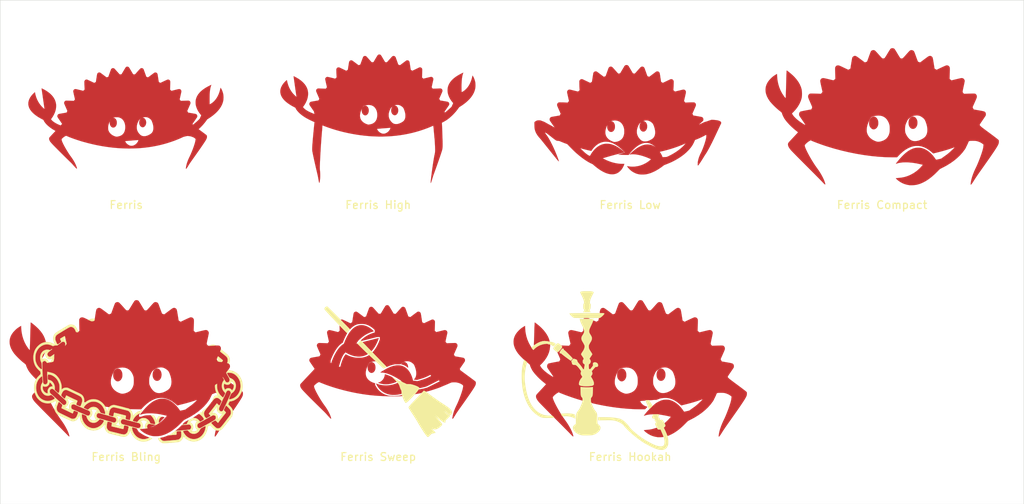
<source format=kicad_pcb>
(kicad_pcb (version 20171130) (host pcbnew 5.1.6)
  (layers (0 F.Cu signal) (31 B.Cu signal) (34 B.Paste user) (35 F.Paste user) (36 B.SilkS user) (37 F.SilkS user) (38 B.Mask user) (39 F.Mask user) (44 Edge.Cuts user))
  (net 0 "")
  (module copper_pads:ferris_hookah (layer F.Cu) (at 92 59)
    (fp_text reference G*** hide)
    (fp_text value LOGO hide)
    (fp_poly (pts (xy -12.081612 -6.055187) (xy -12.018859 -6.012582) (xy -11.931497 -5.948237) (xy -11.826681 -5.867602) (xy -11.711569 -5.776131) (xy -11.593317 -5.679273) (xy -11.538784 -5.633519) (xy -11.262458 -5.381022) (xy -11.009235 -5.112317) (xy -10.783417 -4.833488) (xy -10.589308 -4.550616) (xy -10.431209 -4.269786) (xy -10.313423 -3.997078) (xy -10.260199 -3.825825) (xy -10.24047 -3.750389) (xy -10.22464 -3.691595) (xy -10.221711 -3.681169) (xy -10.221626 -3.658897) (xy -10.245619 -3.650928) (xy -10.304218 -3.655534) (xy -10.343873 -3.661128) (xy -10.446589 -3.674744) (xy -10.566921 -3.688359) (xy -10.639923 -3.69548) (xy -10.726526 -3.704517) (xy -10.791756 -3.713783) (xy -10.819578 -3.720592) (xy -10.85795 -3.724448) (xy -10.932914 -3.717852) (xy -11.031857 -3.702984) (xy -11.142166 -3.682027) (xy -11.25123 -3.657161) (xy -11.346435 -3.630568) (xy -11.3538 -3.628195) (xy -11.6101 -3.52613) (xy -11.874079 -3.386699) (xy -12.024194 -3.292038) (xy -12.105935 -3.238217) (xy -12.170657 -3.197455) (xy -12.207619 -3.176454) (xy -12.211847 -3.175) (xy -12.215518 -3.198839) (xy -12.216536 -3.264253) (xy -12.214973 -3.362093) (xy -12.210899 -3.483206) (xy -12.209128 -3.52425) (xy -12.204948 -3.62659) (xy -12.199665 -3.77211) (xy -12.193524 -3.953207) (xy -12.186767 -4.162279) (xy -12.179639 -4.391723) (xy -12.172383 -4.633938) (xy -12.165244 -4.881321) (xy -12.162697 -4.97205) (xy -12.155838 -5.202728) (xy -12.148627 -5.416952) (xy -12.1413 -5.609552) (xy -12.134092 -5.775362) (xy -12.127239 -5.909211) (xy -12.120978 -6.005931) (xy -12.115543 -6.060354) (xy -12.112598 -6.0706) (xy -12.081612 -6.055187)) (layer F.Cu) (width 0.01))
    (fp_poly (pts (xy 3.395951 7.314126) (xy 3.415251 7.328973) (xy 3.420558 7.335468) (xy 3.455666 7.397149) (xy 3.469118 7.433648) (xy 3.505802 7.480576) (xy 3.576729 7.514393) (xy 3.666182 7.531178) (xy 3.758442 7.527009) (xy 3.799803 7.516167) (xy 3.833181 7.511371) (xy 3.860827 7.531127) (xy 3.891969 7.584634) (xy 3.912422 7.628441) (xy 3.945424 7.702108) (xy 3.968642 7.755126) (xy 3.975714 7.7724) (xy 3.989286 7.806219) (xy 4.02325 7.886191) (xy 4.077471 8.012) (xy 4.100209 8.0645) (xy 4.16243 8.211368) (xy 4.204072 8.318537) (xy 4.226988 8.391889) (xy 4.233033 8.437302) (xy 4.224889 8.45987) (xy 4.191202 8.469944) (xy 4.118134 8.479429) (xy 4.017105 8.487792) (xy 3.899532 8.494499) (xy 3.776836 8.499014) (xy 3.660435 8.500806) (xy 3.561747 8.499339) (xy 3.4925 8.494122) (xy 3.176141 8.437669) (xy 2.894347 8.361008) (xy 2.633153 8.258948) (xy 2.378594 8.126299) (xy 2.1971 8.012616) (xy 2.098838 7.943038) (xy 2.001185 7.866669) (xy 1.910862 7.789769) (xy 1.834597 7.718598) (xy 1.779113 7.659416) (xy 1.751135 7.618485) (xy 1.756236 7.602194) (xy 1.793385 7.59839) (xy 1.870559 7.591605) (xy 1.97713 7.582741) (xy 2.10247 7.572698) (xy 2.126572 7.570806) (xy 2.3796 7.546253) (xy 2.602145 7.513034) (xy 2.814299 7.467255) (xy 3.036155 7.405021) (xy 3.122291 7.377832) (xy 3.239142 7.340747) (xy 3.31738 7.318666) (xy 3.366488 7.310241) (xy 3.395951 7.314126)) (layer F.Cu) (width 0.01))
    (fp_poly (pts (xy 1.43179 -8.891174) (xy 1.52649 -8.854463) (xy 1.5367 -8.8476) (xy 1.576338 -8.805301) (xy 1.637891 -8.720853) (xy 1.719543 -8.597024) (xy 1.819479 -8.436584) (xy 1.935884 -8.242299) (xy 1.9558 -8.208455) (xy 2.076306 -8.006016) (xy 2.176368 -7.843936) (xy 2.255246 -7.72334) (xy 2.312197 -7.645356) (xy 2.34648 -7.611113) (xy 2.3495 -7.609852) (xy 2.407628 -7.600318) (xy 2.486946 -7.5952) (xy 2.504689 -7.594947) (xy 2.534174 -7.595246) (xy 2.561005 -7.598739) (xy 2.588932 -7.608999) (xy 2.621704 -7.629603) (xy 2.663068 -7.664124) (xy 2.716775 -7.716137) (xy 2.786573 -7.789216) (xy 2.87621 -7.886937) (xy 2.989435 -8.012873) (xy 3.129998 -8.1706) (xy 3.250187 -8.3058) (xy 3.365587 -8.433856) (xy 3.455747 -8.527747) (xy 3.527936 -8.592345) (xy 3.589425 -8.63252) (xy 3.647484 -8.653143) (xy 3.709384 -8.659082) (xy 3.773004 -8.656014) (xy 3.903847 -8.626961) (xy 4.003226 -8.560895) (xy 4.077881 -8.455493) (xy 4.095921 -8.413467) (xy 4.128044 -8.331068) (xy 4.171436 -8.21583) (xy 4.22328 -8.075287) (xy 4.280762 -7.916973) (xy 4.319928 -7.807793) (xy 4.378948 -7.644472) (xy 4.433813 -7.496418) (xy 4.481829 -7.370598) (xy 4.520304 -7.273982) (xy 4.546546 -7.213538) (xy 4.556109 -7.196568) (xy 4.595964 -7.172699) (xy 4.665792 -7.144894) (xy 4.71087 -7.130649) (xy 4.837041 -7.094462) (xy 5.379304 -7.501331) (xy 5.543009 -7.62384) (xy 5.671969 -7.719138) (xy 5.771882 -7.790754) (xy 5.848445 -7.842217) (xy 5.907358 -7.877057) (xy 5.954316 -7.898804) (xy 5.99502 -7.910985) (xy 6.035166 -7.917132) (xy 6.053233 -7.918763) (xy 6.145597 -7.920372) (xy 6.213979 -7.903374) (xy 6.272426 -7.869827) (xy 6.341409 -7.811238) (xy 6.397372 -7.744453) (xy 6.403695 -7.734214) (xy 6.422201 -7.682557) (xy 6.446076 -7.584332) (xy 6.474555 -7.4434) (xy 6.50687 -7.263622) (xy 6.542257 -7.048857) (xy 6.552124 -6.986111) (xy 6.580033 -6.808024) (xy 6.605534 -6.647313) (xy 6.627562 -6.510535) (xy 6.645051 -6.404246) (xy 6.656934 -6.335004) (xy 6.662146 -6.309366) (xy 6.662156 -6.309356) (xy 6.685112 -6.295015) (xy 6.739042 -6.262793) (xy 6.7945 -6.230105) (xy 6.9215 -6.15562) (xy 7.5311 -6.444534) (xy 7.717057 -6.532286) (xy 7.863513 -6.600186) (xy 7.976649 -6.650605) (xy 8.062644 -6.685915) (xy 8.127678 -6.708488) (xy 8.177931 -6.720696) (xy 8.219582 -6.724911) (xy 8.258104 -6.723565) (xy 8.392403 -6.690354) (xy 8.496439 -6.61693) (xy 8.567787 -6.505068) (xy 8.572454 -6.493354) (xy 8.585015 -6.455825) (xy 8.594276 -6.413482) (xy 8.600371 -6.359717) (xy 8.603434 -6.287922) (xy 8.603598 -6.191486) (xy 8.600996 -6.063802) (xy 8.595761 -5.89826) (xy 8.588472 -5.699925) (xy 8.56248 -5.0165) (xy 8.679646 -4.913096) (xy 8.796813 -4.809692) (xy 9.040256 -4.868744) (xy 9.297134 -4.931013) (xy 9.509385 -4.982251) (xy 9.681746 -5.023425) (xy 9.81895 -5.055502) (xy 9.925736 -5.07945) (xy 10.006838 -5.096236) (xy 10.066992 -5.106825) (xy 10.110935 -5.112187) (xy 10.143402 -5.113287) (xy 10.169129 -5.111093) (xy 10.192852 -5.106572) (xy 10.198611 -5.105285) (xy 10.315591 -5.054507) (xy 10.409346 -4.966587) (xy 10.470578 -4.853238) (xy 10.4902 -4.737943) (xy 10.484664 -4.688519) (xy 10.469106 -4.597557) (xy 10.445092 -4.47298) (xy 10.414194 -4.322708) (xy 10.377981 -4.154664) (xy 10.348471 -4.02259) (xy 10.310154 -3.849031) (xy 10.276964 -3.689661) (xy 10.250277 -3.551847) (xy 10.231467 -3.442952) (xy 10.221907 -3.370344) (xy 10.221779 -3.34356) (xy 10.247523 -3.292353) (xy 10.295009 -3.226236) (xy 10.319057 -3.19797) (xy 10.4013 -3.106639) (xy 11.067528 -3.131417) (xy 11.286203 -3.139166) (xy 11.460308 -3.143748) (xy 11.596021 -3.144279) (xy 11.69952 -3.139878) (xy 11.776983 -3.12966) (xy 11.834589 -3.112743) (xy 11.878516 -3.088244) (xy 11.914942 -3.055279) (xy 11.950046 -3.012967) (xy 11.956658 -3.004346) (xy 12.010388 -2.904422) (xy 12.032242 -2.785818) (xy 12.033678 -2.74309) (xy 12.030249 -2.699671) (xy 12.019705 -2.649217) (xy 11.999797 -2.585385) (xy 11.968274 -2.501832) (xy 11.922888 -2.392212) (xy 11.861387 -2.250184) (xy 11.781523 -2.069401) (xy 11.764911 -2.032) (xy 11.488362 -1.4097) (xy 11.561147 -1.26365) (xy 11.599326 -1.188725) (xy 11.627807 -1.135979) (xy 11.639915 -1.117425) (xy 11.665502 -1.113237) (xy 11.734515 -1.101528) (xy 11.840325 -1.083436) (xy 11.976302 -1.060095) (xy 12.135816 -1.032641) (xy 12.300917 -1.004165) (xy 12.517447 -0.966196) (xy 12.689646 -0.933975) (xy 12.82337 -0.905392) (xy 12.924476 -0.878338) (xy 12.998822 -0.850705) (xy 13.052265 -0.820382) (xy 13.090662 -0.785261) (xy 13.11987 -0.743232) (xy 13.141368 -0.701512) (xy 13.174404 -0.589857) (xy 13.179773 -0.467529) (xy 13.157142 -0.357875) (xy 13.146603 -0.334267) (xy 13.122432 -0.294392) (xy 13.073709 -0.219457) (xy 13.004884 -0.116111) (xy 12.920408 0.008999) (xy 12.824733 0.149226) (xy 12.752903 0.253657) (xy 12.654275 0.397888) (xy 12.566061 0.529422) (xy 12.492196 0.64218) (xy 12.436618 0.730085) (xy 12.403264 0.787058) (xy 12.3952 0.805901) (xy 12.397038 0.838071) (xy 12.404602 0.869832) (xy 12.420965 0.903819) (xy 12.449202 0.942671) (xy 12.492387 0.989024) (xy 12.553592 1.045516) (xy 12.635893 1.114783) (xy 12.742363 1.199464) (xy 12.876075 1.302195) (xy 13.040104 1.425613) (xy 13.237523 1.572355) (xy 13.471407 1.745059) (xy 13.601935 1.841199) (xy 13.827004 2.00762) (xy 14.036911 2.164257) (xy 14.228146 2.308406) (xy 14.397197 2.437358) (xy 14.540552 2.548409) (xy 14.6547 2.638851) (xy 14.736128 2.705979) (xy 14.781325 2.747086) (xy 14.788449 2.755599) (xy 14.814848 2.808945) (xy 14.827518 2.872134) (xy 14.828856 2.961598) (xy 14.826358 3.015525) (xy 14.817332 3.114182) (xy 14.799297 3.199018) (xy 14.766772 3.288086) (xy 14.714274 3.399437) (xy 14.702946 3.421925) (xy 14.656527 3.509156) (xy 14.597554 3.61195) (xy 14.524708 3.732248) (xy 14.43667 3.871991) (xy 14.332118 4.033118) (xy 14.209733 4.21757) (xy 14.068196 4.427287) (xy 13.906186 4.66421) (xy 13.722383 4.930278) (xy 13.515469 5.227433) (xy 13.284121 5.557613) (xy 13.027022 5.92276) (xy 12.742851 6.324814) (xy 12.430287 6.765715) (xy 12.382805 6.8326) (xy 12.255657 7.013335) (xy 12.126582 7.199819) (xy 12.001779 7.382879) (xy 11.887446 7.553341) (xy 11.789783 7.702033) (xy 11.714989 7.819781) (xy 11.708206 7.830805) (xy 11.581026 8.034786) (xy 11.476152 8.194925) (xy 11.392635 8.312545) (xy 11.329528 8.388968) (xy 11.285881 8.425517) (xy 11.280012 8.427965) (xy 11.262594 8.425857) (xy 11.25425 8.399189) (xy 11.254115 8.339313) (xy 11.261173 8.239379) (xy 11.295311 7.993399) (xy 11.357854 7.714561) (xy 11.44631 7.410328) (xy 11.558184 7.088165) (xy 11.690984 6.755534) (xy 11.842214 6.419899) (xy 11.926429 6.2484) (xy 12.010144 6.073623) (xy 12.104885 5.860137) (xy 12.206746 5.617787) (xy 12.311818 5.356418) (xy 12.416194 5.085876) (xy 12.515965 4.816007) (xy 12.607225 4.556655) (xy 12.657345 4.4069) (xy 12.733921 4.164056) (xy 12.791759 3.959683) (xy 12.832782 3.785843) (xy 12.858915 3.634598) (xy 12.87004 3.52936) (xy 12.884358 3.337621) (xy 12.755978 3.230135) (xy 12.617111 3.132748) (xy 12.44321 3.040042) (xy 12.249961 2.959534) (xy 12.0777 2.905103) (xy 11.985572 2.884508) (xy 11.883397 2.870457) (xy 11.75961 2.86199) (xy 11.602645 2.858149) (xy 11.505063 2.857663) (xy 11.332543 2.85902) (xy 11.203395 2.864926) (xy 11.11023 2.877891) (xy 11.045661 2.900424) (xy 11.002301 2.935034) (xy 10.972762 2.98423) (xy 10.95105 3.04583) (xy 10.927707 3.108395) (xy 10.886622 3.203623) (xy 10.833393 3.319055) (xy 10.773614 3.442232) (xy 10.767573 3.454332) (xy 10.711633 3.567241) (xy 10.665166 3.663233) (xy 10.632343 3.733529) (xy 10.617331 3.769348) (xy 10.616838 3.771811) (xy 10.6042 3.797497) (xy 10.569193 3.854736) (xy 10.51823 3.933223) (xy 10.492238 3.972079) (xy 10.214299 4.343842) (xy 9.890149 4.705653) (xy 9.523959 5.054052) (xy 9.1199 5.385578) (xy 8.682145 5.696772) (xy 8.214865 5.984173) (xy 7.7978 6.207062) (xy 7.639969 6.286127) (xy 7.519004 6.34837) (xy 7.426306 6.399632) (xy 7.353276 6.445753) (xy 7.291316 6.492577) (xy 7.231827 6.545942) (xy 7.166211 6.611692) (xy 7.0993 6.681571) (xy 6.742908 7.039568) (xy 6.397981 7.352718) (xy 6.060229 7.624469) (xy 5.725363 7.858269) (xy 5.389093 8.057566) (xy 5.3848 8.059888) (xy 5.266823 8.120955) (xy 5.141182 8.181581) (xy 5.018084 8.237325) (xy 4.907736 8.283747) (xy 4.820347 8.316409) (xy 4.766125 8.33087) (xy 4.760976 8.3312) (xy 4.733208 8.30933) (xy 4.704515 8.254927) (xy 4.697769 8.23595) (xy 4.66732 8.151917) (xy 4.627908 8.056264) (xy 4.614528 8.0264) (xy 4.583436 7.957915) (xy 4.562839 7.910637) (xy 4.558519 7.8994) (xy 4.546036 7.869257) (xy 4.517 7.804836) (xy 4.476812 7.717673) (xy 4.43087 7.619301) (xy 4.384574 7.521255) (xy 4.343325 7.435069) (xy 4.312523 7.372278) (xy 4.30371 7.355107) (xy 4.279355 7.302572) (xy 4.281645 7.275205) (xy 4.304118 7.258458) (xy 4.348631 7.225807) (xy 4.404207 7.175819) (xy 4.409996 7.170094) (xy 4.451783 7.11956) (xy 4.467106 7.066832) (xy 4.463317 6.990552) (xy 4.450178 6.91846) (xy 4.43206 6.869778) (xy 4.424379 6.860954) (xy 4.398735 6.825835) (xy 4.382641 6.781545) (xy 4.380093 6.749194) (xy 4.393507 6.715443) (xy 4.42914 6.672478) (xy 4.493249 6.612487) (xy 4.573141 6.54368) (xy 4.67974 6.447621) (xy 4.800455 6.329888) (xy 4.917414 6.20827) (xy 4.98146 6.13728) (xy 5.183692 5.9055) (xy 4.896896 5.835052) (xy 4.7957 5.811001) (xy 4.689219 5.787536) (xy 4.570463 5.763344) (xy 4.432441 5.737115) (xy 4.268165 5.707536) (xy 4.070642 5.673297) (xy 3.832883 5.633085) (xy 3.718171 5.613905) (xy 3.613076 5.602151) (xy 3.468738 5.594071) (xy 3.296574 5.589572) (xy 3.108002 5.588563) (xy 2.91444 5.590952) (xy 2.727304 5.596647) (xy 2.558012 5.605557) (xy 2.417981 5.617589) (xy 2.3622 5.624794) (xy 2.228386 5.649044) (xy 2.087153 5.681057) (xy 1.963965 5.714913) (xy 1.93675 5.723722) (xy 1.849682 5.751893) (xy 1.784828 5.770311) (xy 1.753754 5.775761) (xy 1.7526 5.774892) (xy 1.767747 5.745999) (xy 1.808686 5.686912) (xy 1.868659 5.60644) (xy 1.940907 5.513394) (xy 2.018674 5.416581) (xy 2.095201 5.324813) (xy 2.119388 5.296728) (xy 2.230242 5.173511) (xy 2.361015 5.035048) (xy 2.504857 4.887967) (xy 2.654921 4.738893) (xy 2.804357 4.594449) (xy 2.946319 4.461263) (xy 3.073956 4.345958) (xy 3.180422 4.255161) (xy 3.254911 4.198191) (xy 3.477036 4.059103) (xy 3.712381 3.935961) (xy 3.941818 3.838415) (xy 4.0259 3.809286) (xy 4.209191 3.766162) (xy 4.421649 3.741409) (xy 4.644901 3.735487) (xy 4.860575 3.748857) (xy 5.050299 3.78198) (xy 5.056047 3.783452) (xy 5.346701 3.88349) (xy 5.635367 4.030942) (xy 5.917676 4.222479) (xy 6.189259 4.454771) (xy 6.445747 4.724488) (xy 6.674798 5.017053) (xy 6.739442 5.108961) (xy 6.792411 5.186203) (xy 6.827085 5.239011) (xy 6.837004 5.256416) (xy 6.863315 5.259424) (xy 6.929584 5.251561) (xy 7.026499 5.234322) (xy 7.144745 5.209201) (xy 7.1755 5.20211) (xy 7.5057 5.124818) (xy 7.791952 4.918259) (xy 7.908874 4.834051) (xy 8.022613 4.752419) (xy 8.121023 4.682065) (xy 8.191957 4.631688) (xy 8.198352 4.627182) (xy 8.282327 4.564173) (xy 8.383695 4.481878) (xy 8.497188 4.385238) (xy 8.617536 4.279199) (xy 8.739467 4.168701) (xy 8.857714 4.058689) (xy 8.967006 3.954105) (xy 9.062073 3.859892) (xy 9.137645 3.780994) (xy 9.188453 3.722353) (xy 9.209227 3.688912) (xy 9.204962 3.683) (xy 9.171625 3.691129) (xy 9.100992 3.713249) (xy 9.003497 3.745961) (xy 8.892173 3.784936) (xy 8.526429 3.908872) (xy 8.118557 4.035119) (xy 7.677001 4.161187) (xy 7.210205 4.284585) (xy 7.126637 4.305697) (xy 6.493575 4.464544) (xy 6.285543 4.28267) (xy 5.97198 4.03411) (xy 5.65327 3.831605) (xy 5.331903 3.67643) (xy 5.010368 3.569862) (xy 4.81696 3.529551) (xy 4.675478 3.514788) (xy 4.505789 3.50945) (xy 4.323889 3.512901) (xy 4.145772 3.524501) (xy 3.987433 3.543615) (xy 3.8735 3.567144) (xy 3.776205 3.597236) (xy 3.654931 3.639209) (xy 3.532465 3.685099) (xy 3.505882 3.695628) (xy 3.410143 3.731499) (xy 3.333161 3.755594) (xy 3.286108 3.764644) (xy 3.277282 3.762485) (xy 3.24866 3.757844) (xy 3.178446 3.757785) (xy 3.075607 3.761998) (xy 2.949116 3.770176) (xy 2.8702 3.776466) (xy 2.729361 3.78719) (xy 2.602337 3.794559) (xy 2.499617 3.798138) (xy 2.431691 3.797489) (xy 2.413976 3.795426) (xy 2.361046 3.790248) (xy 2.282112 3.790528) (xy 2.189911 3.795171) (xy 2.097181 3.803084) (xy 2.016659 3.813174) (xy 1.961083 3.824348) (xy 1.94319 3.835512) (xy 1.943361 3.835822) (xy 1.924446 3.844712) (xy 1.863936 3.854645) (xy 1.77099 3.864468) (xy 1.654764 3.873029) (xy 1.641426 3.873817) (xy 1.518673 3.882081) (xy 1.413712 3.891364) (xy 1.337351 3.900555) (xy 1.300398 3.908545) (xy 1.299789 3.908886) (xy 1.290537 3.941767) (xy 1.310344 4.002448) (xy 1.353761 4.081452) (xy 1.415336 4.169301) (xy 1.489619 4.256517) (xy 1.514307 4.281877) (xy 1.67929 4.423417) (xy 1.851756 4.524006) (xy 2.028844 4.58788) (xy 2.108149 4.612862) (xy 2.162115 4.635533) (xy 2.178716 4.650223) (xy 2.158964 4.676437) (xy 2.113066 4.728803) (xy 2.050176 4.796942) (xy 2.036912 4.810974) (xy 1.902124 4.953) (xy 1.338412 4.952985) (xy 0.609657 4.939157) (xy -0.152511 4.898423) (xy -0.939105 4.831856) (xy -1.741135 4.740528) (xy -2.549614 4.625509) (xy -3.355554 4.487873) (xy -4.149966 4.328689) (xy -4.443326 4.263599) (xy -4.618617 4.223812) (xy -4.75084 4.191359) (xy -4.846046 4.16061) (xy -4.910287 4.125936) (xy -4.949612 4.081708) (xy -4.970073 4.022297) (xy -4.977721 3.942074) (xy -4.978605 3.835409) (xy -4.978401 3.765797) (xy -4.977713 3.653427) (xy -4.973268 3.578077) (xy -4.96149 3.525966) (xy -4.938805 3.483313) (xy -4.901638 3.43634) (xy -4.889133 3.421686) (xy -4.832349 3.343245) (xy -4.788992 3.261851) (xy -4.776744 3.227148) (xy -4.768675 3.174021) (xy -4.759934 3.07966) (xy -4.751178 2.953613) (xy -4.743063 2.805427) (xy -4.736246 2.644652) (xy -4.73579 2.63192) (xy -4.717958 2.126941) (xy -4.867229 2.14932) (xy -4.965543 2.159396) (xy -5.098487 2.166439) (xy -5.255703 2.170554) (xy -5.426832 2.171845) (xy -5.601517 2.170416) (xy -5.7694 2.166372) (xy -5.920122 2.159815) (xy -6.043325 2.150851) (xy -6.128652 2.139584) (xy -6.142504 2.136507) (xy -6.221405 2.120998) (xy -6.278351 2.118242) (xy -6.296359 2.124223) (xy -6.30059 2.155082) (xy -6.302015 2.228941) (xy -6.300752 2.338085) (xy -6.296919 2.4748) (xy -6.290633 2.631371) (xy -6.287728 2.6924) (xy -6.277743 2.883972) (xy -6.268034 3.032385) (xy -6.256873 3.145243) (xy -6.242536 3.230148) (xy -6.223297 3.294702) (xy -6.19743 3.346506) (xy -6.163212 3.393165) (xy -6.118915 3.44228) (xy -6.117104 3.444197) (xy -6.076771 3.491323) (xy -6.05537 3.535723) (xy -6.048104 3.59503) (xy -6.050174 3.686876) (xy -6.050302 3.689694) (xy -6.0579 3.856494) (xy -6.477 3.730857) (xy -6.769843 3.64062) (xy -7.07926 3.540837) (xy -7.396672 3.434559) (xy -7.713499 3.324838) (xy -8.021162 3.214727) (xy -8.311079 3.107277) (xy -8.574671 3.00554) (xy -8.803358 2.912569) (xy -8.925954 2.859736) (xy -9.076207 2.793077) (xy -9.256154 2.896062) (xy -9.364111 2.965285) (xy -9.476424 3.049908) (xy -9.585275 3.142502) (xy -9.682844 3.235637) (xy -9.761314 3.321884) (xy -9.812866 3.393813) (xy -9.8298 3.441163) (xy -9.815814 3.537274) (xy -9.775583 3.670438) (xy -9.711706 3.835886) (xy -9.626777 4.02885) (xy -9.523393 4.244563) (xy -9.404149 4.478256) (xy -9.271642 4.725162) (xy -9.128467 4.980512) (xy -8.97722 5.239539) (xy -8.820497 5.497474) (xy -8.660895 5.74955) (xy -8.501009 5.990999) (xy -8.343435 6.217052) (xy -8.246081 6.35) (xy -8.067763 6.599919) (xy -7.896762 6.861823) (xy -7.736742 7.128668) (xy -7.591366 7.393411) (xy -7.464299 7.649009) (xy -7.359205 7.888417) (xy -7.279748 8.104592) (xy -7.22959 8.290491) (xy -7.225398 8.31215) (xy -7.217857 8.375887) (xy -7.228514 8.403319) (xy -7.246697 8.4074) (xy -7.276022 8.38962) (xy -7.333089 8.340338) (xy -7.411467 8.26564) (xy -7.504725 8.171614) (xy -7.586074 8.086191) (xy -7.647452 8.021871) (xy -7.741798 7.924727) (xy -7.866102 7.797798) (xy -8.017353 7.644124) (xy -8.192541 7.466743) (xy -8.388654 7.268696) (xy -8.602683 7.05302) (xy -8.831617 6.822756) (xy -9.072445 6.580943) (xy -9.322156 6.330619) (xy -9.577741 6.074824) (xy -9.655544 5.997041) (xy -9.908906 5.743471) (xy -10.154857 5.496668) (xy -10.390646 5.259428) (xy -10.61352 5.034549) (xy -10.820729 4.824826) (xy -11.009522 4.633056) (xy -11.177148 4.462037) (xy -11.320856 4.314564) (xy -11.437894 4.193435) (xy -11.525512 4.101446) (xy -11.580959 4.041393) (xy -11.593367 4.027116) (xy -11.748464 3.826419) (xy -11.859593 3.646857) (xy -11.927788 3.485986) (xy -11.95408 3.341368) (xy -11.939499 3.21056) (xy -11.939084 3.209077) (xy -11.931596 3.183721) (xy -11.922345 3.159528) (xy -11.908169 3.13285) (xy -11.885907 3.100038) (xy -11.852397 3.057446) (xy -11.804478 3.001425) (xy -11.738987 2.928327) (xy -11.652764 2.834504) (xy -11.542647 2.716309) (xy -11.405473 2.570093) (xy -11.238082 2.392208) (xy -11.1506 2.299311) (xy -11.026471 2.166772) (xy -10.914639 2.045958) (xy -10.819626 1.941868) (xy -10.745953 1.859501) (xy -10.69814 1.803855) (xy -10.680708 1.779927) (xy -10.6807 1.779801) (xy -10.699717 1.75772) (xy -10.752008 1.710915) (xy -10.830433 1.64544) (xy -10.927854 1.567352) (xy -10.970838 1.53371) (xy -11.234225 1.317346) (xy -11.496774 1.079879) (xy -11.749731 0.83033) (xy -11.984343 0.57772) (xy -12.191855 0.331069) (xy -12.363514 0.099398) (xy -12.365352 0.096699) (xy -12.432583 -0.011449) (xy -12.504493 -0.142455) (xy -12.574495 -0.282627) (xy -12.636003 -0.418275) (xy -12.68243 -0.535706) (xy -12.704487 -0.608199) (xy -12.717459 -0.657697) (xy -12.734952 -0.699021) (xy -12.763571 -0.739275) (xy -12.809925 -0.785564) (xy -12.880621 -0.844993) (xy -12.982267 -0.924666) (xy -13.040561 -0.96955) (xy -13.200638 -1.099302) (xy -13.377122 -1.253902) (xy -13.56136 -1.424806) (xy -13.744697 -1.603469) (xy -13.918478 -1.781346) (xy -14.074049 -1.949894) (xy -14.202755 -2.100567) (xy -14.258195 -2.1717) (xy -14.466983 -2.484734) (xy -14.626027 -2.795776) (xy -14.735372 -3.10369) (xy -14.795064 -3.407342) (xy -14.805148 -3.705594) (xy -14.765669 -3.997312) (xy -14.676672 -4.281357) (xy -14.538202 -4.556595) (xy -14.350304 -4.82189) (xy -14.144057 -5.046267) (xy -14.028335 -5.157742) (xy -13.934782 -5.243207) (xy -13.850221 -5.313139) (xy -13.76148 -5.378018) (xy -13.655382 -5.448322) (xy -13.572466 -5.500891) (xy -13.3477 -5.642098) (xy -13.331155 -5.311608) (xy -13.284413 -4.82456) (xy -13.193578 -4.361066) (xy -13.057648 -3.917777) (xy -12.875621 -3.491343) (xy -12.67864 -3.130887) (xy -12.617668 -3.028395) (xy -12.567771 -2.941559) (xy -12.534148 -2.879637) (xy -12.521995 -2.852003) (xy -12.505819 -2.825246) (xy -12.46302 -2.771763) (xy -12.401878 -2.701735) (xy -12.382295 -2.680218) (xy -12.312747 -2.60689) (xy -12.26998 -2.568943) (xy -12.2485 -2.562528) (xy -12.2428 -2.582614) (xy -12.221687 -2.634829) (xy -12.163286 -2.705342) (xy -12.075006 -2.788306) (xy -11.964254 -2.877877) (xy -11.838438 -2.968207) (xy -11.704966 -3.053452) (xy -11.571248 -3.127764) (xy -11.520605 -3.152531) (xy -11.424863 -3.19241) (xy -11.311861 -3.231933) (xy -11.19153 -3.268576) (xy -11.073804 -3.299816) (xy -10.968613 -3.323131) (xy -10.88589 -3.335995) (xy -10.835567 -3.335887) (xy -10.825235 -3.329205) (xy -10.805242 -3.316076) (xy -10.769594 -3.340106) (xy -10.732224 -3.363052) (xy -10.678463 -3.371226) (xy -10.593333 -3.366396) (xy -10.569028 -3.363778) (xy -10.487971 -3.351321) (xy -10.431863 -3.336417) (xy -10.414 -3.32412) (xy -10.392061 -3.307952) (xy -10.34415 -3.301654) (xy -10.266013 -3.295151) (xy -10.213475 -3.28503) (xy -10.187114 -3.276484) (xy -10.170306 -3.261566) (xy -10.161658 -3.230986) (xy -10.159775 -3.175451) (xy -10.163265 -3.085671) (xy -10.168762 -2.986927) (xy -10.214641 -2.625021) (xy -10.309931 -2.265769) (xy -10.45324 -1.911984) (xy -10.643178 -1.566481) (xy -10.878355 -1.232075) (xy -11.157381 -0.911582) (xy -11.230352 -0.83741) (xy -11.452685 -0.616554) (xy -11.358793 -0.454883) (xy -11.250873 -0.299379) (xy -11.101016 -0.129388) (xy -10.914394 0.050569) (xy -10.696178 0.235969) (xy -10.45154 0.422288) (xy -10.185652 0.605006) (xy -10.043472 0.695384) (xy -9.921626 0.768719) (xy -9.836716 0.814274) (xy -9.784212 0.833622) (xy -9.759587 0.828332) (xy -9.758313 0.799975) (xy -9.759878 0.79375) (xy -9.777158 0.761605) (xy -9.819597 0.693814) (xy -9.88324 0.596358) (xy -9.964133 0.475221) (xy -10.058322 0.336386) (xy -10.15654 0.193515) (xy -10.271732 0.026788) (xy -10.361256 -0.104041) (xy -10.428346 -0.204849) (xy -10.476236 -0.281513) (xy -10.508162 -0.339913) (xy -10.527357 -0.385926) (xy -10.537056 -0.425429) (xy -10.540493 -0.4643) (xy -10.540906 -0.504985) (xy -10.521152 -0.653985) (xy -10.463105 -0.772691) (xy -10.380315 -0.850344) (xy -10.345655 -0.861693) (xy -10.269112 -0.880272) (xy -10.158834 -0.904508) (xy -10.022967 -0.932827) (xy -9.869659 -0.963654) (xy -9.707058 -0.995414) (xy -9.543312 -1.026535) (xy -9.386568 -1.055442) (xy -9.244974 -1.08056) (xy -9.126677 -1.100316) (xy -9.039826 -1.113135) (xy -8.998378 -1.117341) (xy -8.982337 -1.138566) (xy -8.954206 -1.191215) (xy -8.921252 -1.259744) (xy -8.890744 -1.32861) (xy -8.869947 -1.382268) (xy -8.86506 -1.402506) (xy -8.875047 -1.435186) (xy -8.902533 -1.506296) (xy -8.94426 -1.6079) (xy -8.996972 -1.732062) (xy -9.05556 -1.866645) (xy -9.115432 -2.002779) (xy -9.167561 -2.12164) (xy -9.208757 -2.215931) (xy -9.231939 -2.269379) (xy -8.940412 -2.269379) (xy -8.929046 -2.185536) (xy -8.893256 -2.143801) (xy -8.828781 -2.139655) (xy -8.819675 -2.141316) (xy -8.76002 -2.14453) (xy -8.727454 -2.118281) (xy -8.721854 -2.107334) (xy -8.696639 -2.080893) (xy -8.636792 -2.030047) (xy -8.548721 -1.959555) (xy -8.438832 -1.874177) (xy -8.313533 -1.778674) (xy -8.179231 -1.677803) (xy -8.042334 -1.576327) (xy -7.909249 -1.479003) (xy -7.786383 -1.390593) (xy -7.680144 -1.315855) (xy -7.596939 -1.25955) (xy -7.543175 -1.226437) (xy -7.526822 -1.219596) (xy -7.495988 -1.239156) (xy -7.455076 -1.288494) (xy -7.442002 -1.308422) (xy -7.394879 -1.372178) (xy -7.347596 -1.417749) (xy -7.33833 -1.423615) (xy -7.299105 -1.458659) (xy -7.2898 -1.483612) (xy -7.307385 -1.513839) (xy -7.356403 -1.573243) (xy -7.431246 -1.656234) (xy -7.526311 -1.757222) (xy -7.635991 -1.870616) (xy -7.75468 -1.990825) (xy -7.876773 -2.112259) (xy -7.996663 -2.229328) (xy -8.108745 -2.33644) (xy -8.207413 -2.428006) (xy -8.287061 -2.498435) (xy -8.342084 -2.542137) (xy -8.36295 -2.553832) (xy -8.415767 -2.57855) (xy -8.432513 -2.62739) (xy -8.4328 -2.639274) (xy -8.450985 -2.718355) (xy -8.503613 -2.761397) (xy -8.550216 -2.7686) (xy -8.601157 -2.747907) (xy -8.667518 -2.692903) (xy -8.741003 -2.614203) (xy -8.813315 -2.52242) (xy -8.87616 -2.428167) (xy -8.921241 -2.34206) (xy -8.940262 -2.274712) (xy -8.940412 -2.269379) (xy -9.231939 -2.269379) (xy -9.235833 -2.278356) (xy -9.2456 -2.301617) (xy -9.245601 -2.30162) (xy -9.223902 -2.308395) (xy -9.172653 -2.31964) (xy -9.122003 -2.343529) (xy -9.053527 -2.400378) (xy -8.963214 -2.493804) (xy -8.899637 -2.565723) (xy -8.818365 -2.661368) (xy -8.747379 -2.747876) (xy -8.694607 -2.815395) (xy -8.668684 -2.852758) (xy -8.638902 -2.949938) (xy -8.656728 -3.041322) (xy -8.690621 -3.090167) (xy -8.745241 -3.148308) (xy -8.404871 -3.135669) (xy -8.261748 -3.129964) (xy -8.121362 -3.123687) (xy -7.999546 -3.117588) (xy -7.912129 -3.112414) (xy -7.909942 -3.112262) (xy -7.755384 -3.101495) (xy -7.6581 -3.229063) (xy -7.560815 -3.356631) (xy -7.602477 -3.538866) (xy -7.665837 -3.816405) (xy -7.718506 -4.049033) (xy -7.761171 -4.241346) (xy -7.794515 -4.397943) (xy -7.819224 -4.523423) (xy -7.835982 -4.622382) (xy -7.845476 -4.699419) (xy -7.848389 -4.759133) (xy -7.845407 -4.80612) (xy -7.837215 -4.84498) (xy -7.824498 -4.88031) (xy -7.807941 -4.916707) (xy -7.807796 -4.917011) (xy -7.735547 -5.013423) (xy -7.630933 -5.079971) (xy -7.507488 -5.108564) (xy -7.486578 -5.109074) (xy -7.430954 -5.10287) (xy -7.334797 -5.0858) (xy -7.206767 -5.05967) (xy -7.055525 -5.026288) (xy -6.889731 -4.98746) (xy -6.8072 -4.967338) (xy -6.641947 -4.926996) (xy -6.491351 -4.891141) (xy -6.363028 -4.861512) (xy -6.264589 -4.839849) (xy -6.20365 -4.827891) (xy -6.188938 -4.826082) (xy -6.144131 -4.841806) (xy -6.07995 -4.882199) (xy -6.037218 -4.91584) (xy -5.932261 -5.00568) (xy -5.942149 -5.3975) (xy -5.902608 -5.309819) (xy -5.843264 -5.121416) (xy -5.834516 -4.933007) (xy -5.876191 -4.746327) (xy -5.968114 -4.563113) (xy -5.979016 -4.5466) (xy -6.038559 -4.455711) (xy -6.09143 -4.370604) (xy -6.126989 -4.308455) (xy -6.129053 -4.304423) (xy -6.181283 -4.14978) (xy -6.185019 -3.988222) (xy -6.140016 -3.817923) (xy -6.046034 -3.637058) (xy -6.038864 -3.625879) (xy -5.972396 -3.516503) (xy -5.902099 -3.39032) (xy -5.850438 -3.2893) (xy -5.806333 -3.192826) (xy -5.782453 -3.12151) (xy -5.774693 -3.055917) (xy -5.778947 -2.976609) (xy -5.780701 -2.9591) (xy -5.804323 -2.826388) (xy -5.850123 -2.6927) (xy -5.922731 -2.547562) (xy -6.026774 -2.3805) (xy -6.054495 -2.339542) (xy -6.134146 -2.219853) (xy -6.185269 -2.131065) (xy -6.210225 -2.063751) (xy -6.211374 -2.008483) (xy -6.19108 -1.955834) (xy -6.161942 -1.910604) (xy -6.057922 -1.762124) (xy -5.981894 -1.647924) (xy -5.931426 -1.561597) (xy -5.904087 -1.49674) (xy -5.897446 -1.446949) (xy -5.909073 -1.405818) (xy -5.936535 -1.366945) (xy -5.94995 -1.352141) (xy -5.981785 -1.30953) (xy -5.999279 -1.256894) (xy -6.006301 -1.178358) (xy -6.0071 -1.117601) (xy -6.004515 -1.019328) (xy -5.99385 -0.955096) (xy -5.970744 -0.908283) (xy -5.9436 -0.875652) (xy -5.884544 -0.822875) (xy -5.826956 -0.786962) (xy -5.82333 -0.785479) (xy -5.789451 -0.766556) (xy -5.775625 -0.734486) (xy -5.777186 -0.673628) (xy -5.780563 -0.642124) (xy -5.803551 -0.456496) (xy -5.824683 -0.316732) (xy -5.844928 -0.217973) (xy -5.865255 -0.15536) (xy -5.883248 -0.127) (xy -5.901396 -0.11048) (xy -5.917938 -0.105096) (xy -5.938138 -0.116466) (xy -5.967259 -0.150208) (xy -6.010567 -0.211941) (xy -6.073324 -0.307283) (xy -6.121234 -0.381) (xy -6.187732 -0.476016) (xy -6.276954 -0.593351) (xy -6.377161 -0.718003) (xy -6.47529 -0.833467) (xy -6.573563 -0.947712) (xy -6.640923 -1.032776) (xy -6.682125 -1.095651) (xy -6.701926 -1.143326) (xy -6.705601 -1.17197) (xy -6.728661 -1.258164) (xy -6.788551 -1.33301) (xy -6.871335 -1.383306) (xy -6.943132 -1.397) (xy -7.014693 -1.407453) (xy -7.067857 -1.432841) (xy -7.070272 -1.4351) (xy -7.114365 -1.4664) (xy -7.138015 -1.4732) (xy -7.193466 -1.4534) (xy -7.263494 -1.40113) (xy -7.335895 -1.327088) (xy -7.394421 -1.248448) (xy -7.446094 -1.153697) (xy -7.465642 -1.08523) (xy -7.452313 -1.047478) (xy -7.4295 -1.0414) (xy -7.401143 -1.021842) (xy -7.39144 -0.959703) (xy -7.3914 -0.953696) (xy -7.377404 -0.842028) (xy -7.332507 -0.762975) (xy -7.252348 -0.713155) (xy -7.132564 -0.689189) (xy -7.045662 -0.6858) (xy -6.967524 -0.68231) (xy -6.907594 -0.666647) (xy -6.846702 -0.631023) (xy -6.776402 -0.57641) (xy -6.708988 -0.513413) (xy -6.622794 -0.421144) (xy -6.528573 -0.311663) (xy -6.437079 -0.197031) (xy -6.431005 -0.18906) (xy -6.345251 -0.074563) (xy -6.286948 0.008396) (xy -6.25166 0.067825) (xy -6.234952 0.111732) (xy -6.232388 0.148124) (xy -6.234845 0.1651) (xy -6.258896 0.298842) (xy -6.268731 0.397215) (xy -6.262635 0.474087) (xy -6.238888 0.543325) (xy -6.195775 0.618799) (xy -6.174691 0.650902) (xy -6.123924 0.730334) (xy -6.086867 0.795066) (xy -6.070778 0.832315) (xy -6.0706 0.834204) (xy -6.086431 0.865852) (xy -6.128002 0.922586) (xy -6.18643 0.992317) (xy -6.188457 0.994603) (xy -6.301484 1.145252) (xy -6.395179 1.315785) (xy -6.462119 1.490166) (xy -6.494883 1.65236) (xy -6.495319 1.657615) (xy -6.500256 1.747588) (xy -6.494908 1.803727) (xy -6.475482 1.842585) (xy -6.445761 1.873743) (xy -6.369236 1.922996) (xy -6.255567 1.961466) (xy -6.101826 1.989624) (xy -5.905085 2.007941) (xy -5.662414 2.01689) (xy -5.5499 2.017958) (xy -5.304731 2.015356) (xy -5.105018 2.005481) (xy -4.945842 1.987595) (xy -4.822283 1.960966) (xy -4.729419 1.924858) (xy -4.671707 1.886808) (xy -4.627247 1.842709) (xy -4.605067 1.794925) (xy -4.597791 1.72367) (xy -4.5974 1.687421) (xy -4.612785 1.563827) (xy -1.955744 1.563827) (xy -1.939199 1.744674) (xy -1.914868 1.855939) (xy -1.815167 2.104736) (xy -1.671567 2.329149) (xy -1.485379 2.52796) (xy -1.257915 2.699954) (xy -0.990486 2.843912) (xy -0.7493 2.937858) (xy -0.630001 2.970655) (xy -0.515531 2.984616) (xy -0.391715 2.979542) (xy -0.244374 2.955232) (xy -0.12974 2.929135) (xy 0.134132 2.842107) (xy 0.365134 2.718424) (xy 0.561284 2.559636) (xy 0.720598 2.367295) (xy 0.823372 2.183417) (xy 0.884446 2.036754) (xy 0.927746 1.897021) (xy 0.955783 1.750458) (xy 0.971068 1.583305) (xy 0.976048 1.3843) (xy 2.910175 1.3843) (xy 2.911834 1.526855) (xy 2.916671 1.632652) (xy 2.926642 1.715715) (xy 2.943702 1.790071) (xy 2.969805 1.869745) (xy 2.982751 1.905) (xy 3.071728 2.102091) (xy 3.18726 2.295629) (xy 3.320912 2.474572) (xy 3.464251 2.627878) (xy 3.608842 2.744507) (xy 3.638202 2.763081) (xy 3.834403 2.853768) (xy 4.047845 2.899682) (xy 4.281488 2.901173) (xy 4.5085 2.865492) (xy 4.694483 2.811459) (xy 4.887739 2.733535) (xy 5.076774 2.638122) (xy 5.250094 2.531622) (xy 5.396205 2.420438) (xy 5.503273 2.3114) (xy 5.625226 2.117165) (xy 5.707976 1.893599) (xy 5.75153 1.643665) (xy 5.755898 1.370328) (xy 5.721087 1.076551) (xy 5.647106 0.7653) (xy 5.533963 0.439537) (xy 5.497685 0.351778) (xy 5.434106 0.216999) (xy 5.366515 0.109851) (xy 5.283786 0.017454) (xy 5.174798 -0.07307) (xy 5.062785 -0.151747) (xy 4.906039 -0.248391) (xy 4.765983 -0.312564) (xy 4.62536 -0.34959) (xy 4.466916 -0.364792) (xy 4.3688 -0.365809) (xy 4.140007 -0.346932) (xy 3.929824 -0.292561) (xy 3.72721 -0.198595) (xy 3.52113 -0.060935) (xy 3.496074 -0.041621) (xy 3.402593 0.033034) (xy 3.335364 0.093887) (xy 3.283655 0.154385) (xy 3.236734 0.227974) (xy 3.183869 0.3281) (xy 3.155324 0.38531) (xy 3.060128 0.589186) (xy 2.991764 0.767549) (xy 2.94653 0.935486) (xy 2.920724 1.108084) (xy 2.910643 1.30043) (xy 2.910175 1.3843) (xy 0.976048 1.3843) (xy 0.976111 1.381803) (xy 0.976137 1.3462) (xy 0.972263 1.142779) (xy 0.959377 0.975323) (xy 0.934345 0.82934) (xy 0.894029 0.690335) (xy 0.835295 0.543815) (xy 0.774662 0.414955) (xy 0.635092 0.18121) (xy 0.466929 -0.010901) (xy 0.271175 -0.161036) (xy 0.04883 -0.268851) (xy -0.199104 -0.334002) (xy -0.471625 -0.356147) (xy -0.767734 -0.334942) (xy -1.086429 -0.270043) (xy -1.161747 -0.249211) (xy -1.261133 -0.217768) (xy -1.328578 -0.186026) (xy -1.381706 -0.142563) (xy -1.438142 -0.075957) (xy -1.447292 -0.06416) (xy -1.509802 0.031274) (xy -1.581404 0.163965) (xy -1.657069 0.322375) (xy -1.731765 0.494963) (xy -1.800462 0.67019) (xy -1.85813 0.836517) (xy -1.894674 0.962106) (xy -1.933133 1.157091) (xy -1.953606 1.362815) (xy -1.955744 1.563827) (xy -4.612785 1.563827) (xy -4.617096 1.529195) (xy -4.676714 1.347691) (xy -4.777048 1.140789) (xy -4.848193 1.018156) (xy -4.903509 0.925928) (xy -4.947152 0.850453) (xy -4.973389 0.8018) (xy -4.978401 0.789475) (xy -4.964792 0.762416) (xy -4.929454 0.707297) (xy -4.889501 0.649497) (xy -4.834913 0.563334) (xy -4.808056 0.489683) (xy -4.800612 0.405264) (xy -4.8006 0.400667) (xy -4.808873 0.308831) (xy -4.829662 0.224906) (xy -4.839804 0.201067) (xy -4.879007 0.125256) (xy -4.66001 -0.13862) (xy -4.57637 -0.237168) (xy -4.501508 -0.321262) (xy -4.442612 -0.383117) (xy -4.406868 -0.414949) (xy -4.402829 -0.417148) (xy -4.353337 -0.426746) (xy -4.280221 -0.43164) (xy -4.265123 -0.431801) (xy -4.163635 -0.449553) (xy -4.097791 -0.503319) (xy -4.066858 -0.593862) (xy -4.064095 -0.64135) (xy -4.079662 -0.746884) (xy -4.11542 -0.833327) (xy -4.190356 -0.915303) (xy -4.293233 -0.974541) (xy -4.409846 -1.007691) (xy -4.525992 -1.011403) (xy -4.627464 -0.982326) (xy -4.659607 -0.96168) (xy -4.697747 -0.927149) (xy -4.717384 -0.889678) (xy -4.72325 -0.8329) (xy -4.720603 -0.750604) (xy -4.712542 -0.593849) (xy -4.8844 -0.358818) (xy -4.960834 -0.256214) (xy -5.015754 -0.188884) (xy -5.056254 -0.150123) (xy -5.089431 -0.133226) (xy -5.122378 -0.13149) (xy -5.124691 -0.131743) (xy -5.179017 -0.149689) (xy -5.217227 -0.193122) (xy -5.241545 -0.26846) (xy -5.254191 -0.382116) (xy -5.257426 -0.514979) (xy -5.257012 -0.629087) (xy -5.253758 -0.70272) (xy -5.245274 -0.7462) (xy -5.229168 -0.769852) (xy -5.203049 -0.783998) (xy -5.194312 -0.787396) (xy -5.128289 -0.834943) (xy -5.068162 -0.917189) (xy -5.024376 -1.018235) (xy -5.013288 -1.062901) (xy -5.011416 -1.166058) (xy -5.037049 -1.272777) (xy -5.083811 -1.360766) (xy -5.105181 -1.384102) (xy -5.14339 -1.429161) (xy -5.156201 -1.461178) (xy -5.142721 -1.494656) (xy -5.106574 -1.55874) (xy -5.054194 -1.6424) (xy -5.022851 -1.689722) (xy -4.937948 -1.815245) (xy -4.877534 -1.905667) (xy -4.838392 -1.968468) (xy -4.81731 -2.011128) (xy -4.811074 -2.041128) (xy -4.81647 -2.06595) (xy -4.830283 -2.093074) (xy -4.840995 -2.11302) (xy -4.875982 -2.1744) (xy -4.92948 -2.260884) (xy -4.991112 -2.355789) (xy -5.003896 -2.3749) (xy -5.09695 -2.51801) (xy -5.162954 -2.633394) (xy -5.206874 -2.732768) (xy -5.233678 -2.827845) (xy -5.248332 -2.930342) (xy -5.250539 -2.956642) (xy -5.255846 -3.049807) (xy -5.25218 -3.119297) (xy -5.235418 -3.183978) (xy -5.201435 -3.262719) (xy -5.169359 -3.327972) (xy -5.115892 -3.429652) (xy -5.06131 -3.52481) (xy -5.016117 -3.59527) (xy -5.01015 -3.603449) (xy -4.932244 -3.735663) (xy -4.877037 -3.886636) (xy -4.852501 -4.03347) (xy -4.851958 -4.057923) (xy -4.86104 -4.153578) (xy -4.89024 -4.253105) (xy -4.943843 -4.367009) (xy -5.026134 -4.505798) (xy -5.049391 -4.54207) (xy -5.125198 -4.668181) (xy -5.177271 -4.781899) (xy -5.205119 -4.891346) (xy -5.208251 -5.004647) (xy -5.186174 -5.129926) (xy -5.138399 -5.275307) (xy -5.064432 -5.448914) (xy -4.984345 -5.617105) (xy -4.914976 -5.761432) (xy -4.85047 -5.900697) (xy -4.795585 -6.024247) (xy -4.755079 -6.121426) (xy -4.736483 -6.1722) (xy -4.711109 -6.249371) (xy -4.691404 -6.304247) (xy -4.683436 -6.321924) (xy -4.657887 -6.317096) (xy -4.597392 -6.29552) (xy -4.513294 -6.261368) (xy -4.480431 -6.247237) (xy -4.286142 -6.162525) (xy -4.151211 -6.233171) (xy -4.076118 -6.274457) (xy -4.034129 -6.30946) (xy -4.013186 -6.355153) (xy -4.001227 -6.428512) (xy -3.998906 -6.447558) (xy -3.981209 -6.553551) (xy -3.956012 -6.617541) (xy -3.91805 -6.648276) (xy -3.874178 -6.654801) (xy -3.816401 -6.672397) (xy -3.73594 -6.719828) (xy -3.641745 -6.789059) (xy -3.542767 -6.872051) (xy -3.447955 -6.960768) (xy -3.36626 -7.047175) (xy -3.306632 -7.123234) (xy -3.278022 -7.180909) (xy -3.276764 -7.191227) (xy -3.295622 -7.221893) (xy -3.354535 -7.243801) (xy -3.456595 -7.25753) (xy -3.604893 -7.263665) (xy -3.66395 -7.264121) (xy -3.757922 -7.264812) (xy -3.818955 -7.272203) (xy -3.851676 -7.29475) (xy -3.860708 -7.340908) (xy -3.850676 -7.419133) (xy -3.826203 -7.537881) (xy -3.822698 -7.554397) (xy -3.772092 -7.711619) (xy -3.696031 -7.824961) (xy -3.594229 -7.894669) (xy -3.4664 -7.92099) (xy -3.400299 -7.918743) (xy -3.360222 -7.912887) (xy -3.319237 -7.900933) (xy -3.271722 -7.879341) (xy -3.212054 -7.844574) (xy -3.134608 -7.793092) (xy -3.033763 -7.721355) (xy -2.903894 -7.625825) (xy -2.739379 -7.502961) (xy -2.737755 -7.501744) (xy -2.1971 -7.096457) (xy -2.059891 -7.136419) (xy -1.980228 -7.164908) (xy -1.921009 -7.195761) (xy -1.901035 -7.214041) (xy -1.886853 -7.247576) (xy -1.85835 -7.322091) (xy -1.818079 -7.43065) (xy -1.768593 -7.566318) (xy -1.712447 -7.722159) (xy -1.665104 -7.854851) (xy -1.604642 -8.022982) (xy -1.547707 -8.177462) (xy -1.497064 -8.31109) (xy -1.455476 -8.416668) (xy -1.425708 -8.486996) (xy -1.412609 -8.512556) (xy -1.323008 -8.599349) (xy -1.209174 -8.649895) (xy -1.084867 -8.661665) (xy -0.963849 -8.632131) (xy -0.913474 -8.60425) (xy -0.873265 -8.569564) (xy -0.805418 -8.502579) (xy -0.715652 -8.409309) (xy -0.609687 -8.29577) (xy -0.49324 -8.167976) (xy -0.408068 -8.072711) (xy -0.278145 -7.926457) (xy -0.177002 -7.813829) (xy -0.099754 -7.730414) (xy -0.041514 -7.671797) (xy 0.002605 -7.633561) (xy 0.037487 -7.611294) (xy 0.068019 -7.600579) (xy 0.099087 -7.597001) (xy 0.118996 -7.596461) (xy 0.2021 -7.600647) (xy 0.273083 -7.613354) (xy 0.284325 -7.617045) (xy 0.316127 -7.643918) (xy 0.366817 -7.708367) (xy 0.437515 -7.812061) (xy 0.529341 -7.956669) (xy 0.643412 -8.143861) (xy 0.692673 -8.226252) (xy 0.804082 -8.410698) (xy 0.90299 -8.569059) (xy 0.986674 -8.697219) (xy 1.05241 -8.791061) (xy 1.097477 -8.846469) (xy 1.110426 -8.857858) (xy 1.202174 -8.893391) (xy 1.31649 -8.904323) (xy 1.43179 -8.891174)) (layer F.Cu) (width 0.01))
    (fp_poly (pts (xy -0.931908 -0.202549) (xy -0.906172 -0.193558) (xy -0.77322 -0.117004) (xy -0.657433 0.005241) (xy -0.56822 0.1524) (xy -0.519136 0.289472) (xy -0.489987 0.455479) (xy -0.482048 0.632106) (xy -0.496591 0.801041) (xy -0.51681 0.89168) (xy -0.584732 1.061897) (xy -0.677697 1.202957) (xy -0.789917 1.310697) (xy -0.915605 1.38095) (xy -1.048974 1.409554) (xy -1.184235 1.392343) (xy -1.203567 1.385832) (xy -1.317855 1.322248) (xy -1.42936 1.221149) (xy -1.525736 1.094913) (xy -1.56655 1.021868) (xy -1.614497 0.884121) (xy -1.642684 0.718186) (xy -1.64976 0.543218) (xy -1.634376 0.378375) (xy -1.617163 0.303398) (xy -1.547135 0.125842) (xy -1.452751 -0.019093) (xy -1.339024 -0.127904) (xy -1.210966 -0.197086) (xy -1.07359 -0.223135) (xy -0.931908 -0.202549)) (layer F.Cu) (width 0.01))
    (fp_poly (pts (xy 4.094297 -0.188854) (xy 4.225033 -0.100123) (xy 4.293809 -0.030697) (xy 4.392034 0.114464) (xy 4.456792 0.282036) (xy 4.48905 0.463039) (xy 4.489772 0.648494) (xy 4.459924 0.829423) (xy 4.40047 0.996847) (xy 4.312377 1.141787) (xy 4.196609 1.255266) (xy 4.152451 1.284305) (xy 4.015009 1.336797) (xy 3.868823 1.343494) (xy 3.727367 1.304285) (xy 3.6957 1.288078) (xy 3.574335 1.191683) (xy 3.476512 1.056752) (xy 3.405673 0.891402) (xy 3.365261 0.703752) (xy 3.358719 0.50192) (xy 3.359156 0.494534) (xy 3.384201 0.304548) (xy 3.43639 0.147245) (xy 3.520735 0.009578) (xy 3.566434 -0.044949) (xy 3.693057 -0.155868) (xy 3.825269 -0.216786) (xy 3.960029 -0.227761) (xy 4.094297 -0.188854)) (layer F.Cu) (width 0.01))
    (fp_poly (pts (xy -5.568057 -6.628336) (xy -5.430347 -6.626339) (xy -5.331995 -6.620526) (xy -5.261615 -6.60943) (xy -5.207817 -6.591587) (xy -5.1816 -6.5786) (xy -5.0927 -6.52993) (xy -5.506344 -6.528865) (xy -5.659529 -6.528679) (xy -5.768688 -6.529617) (xy -5.840594 -6.532549) (xy -5.882021 -6.538347) (xy -5.899742 -6.547883) (xy -5.90053 -6.56203) (xy -5.8928 -6.5786) (xy -5.877065 -6.600392) (xy -5.851394 -6.614843) (xy -5.806448 -6.623382) (xy -5.732886 -6.627441) (xy -5.621367 -6.628451) (xy -5.568057 -6.628336)) (layer F.Cu) (width 0.01))
  )
  (module copper_pads:ferris_sweep (layer F.Cu) (at 60 59)
    (fp_text reference G*** hide)
    (fp_text value LOGO hide)
    (fp_poly (pts (xy -2.070755 -5.735079) (xy -2.013767 -5.733193) (xy -1.962647 -5.729706) (xy -1.947334 -5.728157) (xy -1.91579 -5.72403) (xy -1.878997 -5.7183) (xy -1.841135 -5.711737) (xy -1.806387 -5.705109) (xy -1.778935 -5.699187) (xy -1.762962 -5.694739) (xy -1.761197 -5.693913) (xy -1.749383 -5.689933) (xy -1.733913 -5.686542) (xy -1.69976 -5.678685) (xy -1.654944 -5.666018) (xy -1.604482 -5.650132) (xy -1.553391 -5.632615) (xy -1.506685 -5.615056) (xy -1.500717 -5.612659) (xy -1.452864 -5.593201) (xy -1.41605 -5.578176) (xy -1.397757 -5.569244) (xy -1.388734 -5.561978) (xy -1.388534 -5.561206) (xy -1.381213 -5.555741) (xy -1.363354 -5.550046) (xy -1.361017 -5.54952) (xy -1.334178 -5.540519) (xy -1.312334 -5.52897) (xy -1.296618 -5.519291) (xy -1.269751 -5.503909) (xy -1.235579 -5.484988) (xy -1.20015 -5.465865) (xy -1.165151 -5.446711) (xy -1.136388 -5.43002) (xy -1.116756 -5.41754) (xy -1.109147 -5.411019) (xy -1.109134 -5.410901) (xy -1.10226 -5.403266) (xy -1.08585 -5.394053) (xy -1.067279 -5.384314) (xy -1.042639 -5.369673) (xy -1.017625 -5.353721) (xy -0.997933 -5.340048) (xy -0.9906 -5.334) (xy -0.981678 -5.327142) (xy -0.963529 -5.314319) (xy -0.950384 -5.305308) (xy -0.929902 -5.290103) (xy -0.916869 -5.277912) (xy -0.9144 -5.273582) (xy -0.907692 -5.266773) (xy -0.903817 -5.26626) (xy -0.891672 -5.261021) (xy -0.87273 -5.247713) (xy -0.861947 -5.238743) (xy -0.83469 -5.215391) (xy -0.805662 -5.191395) (xy -0.798736 -5.185833) (xy -0.783298 -5.173272) (xy -0.766052 -5.158572) (xy -0.744798 -5.139762) (xy -0.717335 -5.114874) (xy -0.681463 -5.08194) (xy -0.645536 -5.048757) (xy -0.620612 -5.023913) (xy -0.5975 -4.997804) (xy -0.57919 -4.974145) (xy -0.568671 -4.956653) (xy -0.567267 -4.951469) (xy -0.574481 -4.944193) (xy -0.592494 -4.934555) (xy -0.615857 -4.924975) (xy -0.639126 -4.917873) (xy -0.646085 -4.916446) (xy -0.66792 -4.910824) (xy -0.688468 -4.903524) (xy -0.709079 -4.896441) (xy -0.723126 -4.893733) (xy -0.736557 -4.891119) (xy -0.760155 -4.884352) (xy -0.781842 -4.877256) (xy -0.807062 -4.869305) (xy -0.824412 -4.865225) (xy -0.829734 -4.865593) (xy -0.834929 -4.865546) (xy -0.840317 -4.861881) (xy -0.855473 -4.854392) (xy -0.878215 -4.847573) (xy -0.880534 -4.847062) (xy -0.905832 -4.839411) (xy -0.926267 -4.82956) (xy -0.926868 -4.829151) (xy -0.94749 -4.819766) (xy -0.96086 -4.817533) (xy -0.979529 -4.813619) (xy -1.003289 -4.803975) (xy -1.007659 -4.801729) (xy -1.035188 -4.789332) (xy -1.062581 -4.780376) (xy -1.064684 -4.779889) (xy -1.083341 -4.77372) (xy -1.092105 -4.76673) (xy -1.0922 -4.76606) (xy -1.099409 -4.760066) (xy -1.112072 -4.758267) (xy -1.132942 -4.75281) (xy -1.151467 -4.741333) (xy -1.169281 -4.729143) (xy -1.183206 -4.7244) (xy -1.199285 -4.720663) (xy -1.217894 -4.712669) (xy -1.23352 -4.704764) (xy -1.26091 -4.691156) (xy -1.296604 -4.673555) (xy -1.337143 -4.653672) (xy -1.350434 -4.647174) (xy -1.389858 -4.627766) (xy -1.423633 -4.610852) (xy -1.448933 -4.59787) (xy -1.462935 -4.590257) (xy -1.464734 -4.589042) (xy -1.474577 -4.582584) (xy -1.492773 -4.5728) (xy -1.494367 -4.572) (xy -1.512926 -4.562153) (xy -1.523685 -4.555359) (xy -1.524 -4.555067) (xy -1.533841 -4.548685) (xy -1.552032 -4.538937) (xy -1.553634 -4.538133) (xy -1.572192 -4.528291) (xy -1.582951 -4.521505) (xy -1.583267 -4.521213) (xy -1.593061 -4.514343) (xy -1.615209 -4.501387) (xy -1.646767 -4.483895) (xy -1.66297 -4.472895) (xy -1.669742 -4.466167) (xy -1.681018 -4.458082) (xy -1.68361 -4.4577) (xy -1.694208 -4.453086) (xy -1.71368 -4.441126) (xy -1.732602 -4.428096) (xy -1.755478 -4.412672) (xy -1.77295 -4.40277) (xy -1.780117 -4.40058) (xy -1.786238 -4.396375) (xy -1.786467 -4.3942) (xy -1.79291 -4.385979) (xy -1.794934 -4.385733) (xy -1.807142 -4.380633) (xy -1.820334 -4.370917) (xy -1.840889 -4.352931) (xy -1.8542 -4.341283) (xy -1.869873 -4.33012) (xy -1.8796 -4.326467) (xy -1.887821 -4.320024) (xy -1.888067 -4.318) (xy -1.894943 -4.310532) (xy -1.901033 -4.309533) (xy -1.91516 -4.302683) (xy -1.918872 -4.296833) (xy -1.929139 -4.285588) (xy -1.934834 -4.284133) (xy -1.946994 -4.280058) (xy -1.948745 -4.277783) (xy -1.956307 -4.269799) (xy -1.973742 -4.254458) (xy -1.997562 -4.234807) (xy -2.002367 -4.23096) (xy -2.05897 -4.185366) (xy -2.107345 -4.145084) (xy -2.152571 -4.105695) (xy -2.199724 -4.062784) (xy -2.25082 -4.014837) (xy -2.282144 -3.986602) (xy -2.31506 -3.959258) (xy -2.343577 -3.937729) (xy -2.3495 -3.933712) (xy -2.382716 -3.908023) (xy -2.422294 -3.871176) (xy -2.465482 -3.826283) (xy -2.509527 -3.776456) (xy -2.551678 -3.724809) (xy -2.589183 -3.674454) (xy -2.619144 -3.628746) (xy -2.632928 -3.60764) (xy -2.652372 -3.580174) (xy -2.668043 -3.559171) (xy -2.690166 -3.527118) (xy -2.712998 -3.489087) (xy -2.727361 -3.461805) (xy -2.741979 -3.433921) (xy -2.755504 -3.412175) (xy -2.765069 -3.401168) (xy -2.765246 -3.401062) (xy -2.776185 -3.389869) (xy -2.772838 -3.38069) (xy -2.761979 -3.3782) (xy -2.745394 -3.38026) (xy -2.719645 -3.385523) (xy -2.703126 -3.389552) (xy -2.659361 -3.400905) (xy -2.296252 -3.040302) (xy -2.179516 -2.924591) (xy -2.064878 -2.811389) (xy -1.953713 -2.702039) (xy -1.847395 -2.597883) (xy -1.747298 -2.500265) (xy -1.654795 -2.410526) (xy -1.57126 -2.33001) (xy -1.498069 -2.260059) (xy -1.490134 -2.252522) (xy -1.435936 -2.201049) (xy -1.392906 -2.159989) (xy -1.359926 -2.1281) (xy -1.335881 -2.104141) (xy -1.319654 -2.086869) (xy -1.310128 -2.075042) (xy -1.306187 -2.067418) (xy -1.306715 -2.062755) (xy -1.310595 -2.05981) (xy -1.31522 -2.057912) (xy -1.335836 -2.04737) (xy -1.347003 -2.039052) (xy -1.360058 -2.029955) (xy -1.383666 -2.016257) (xy -1.413109 -2.000674) (xy -1.418167 -1.998126) (xy -1.449636 -1.981792) (xy -1.47753 -1.966258) (xy -1.496319 -1.954618) (xy -1.497626 -1.953683) (xy -1.517702 -1.942744) (xy -1.533609 -1.938867) (xy -1.546724 -1.934474) (xy -1.5494 -1.928989) (xy -1.552509 -1.92298) (xy -1.554445 -1.924155) (xy -1.564266 -1.92363) (xy -1.582504 -1.916106) (xy -1.588569 -1.912866) (xy -1.609834 -1.902294) (xy -1.625786 -1.896729) (xy -1.627975 -1.896481) (xy -1.642532 -1.89276) (xy -1.660765 -1.884708) (xy -1.69831 -1.868494) (xy -1.74143 -1.854734) (xy -1.766179 -1.849081) (xy -1.786701 -1.844) (xy -1.798574 -1.839186) (xy -1.814186 -1.832973) (xy -1.824567 -1.830496) (xy -1.846536 -1.826373) (xy -1.858182 -1.823299) (xy -1.865883 -1.819529) (xy -1.8669 -1.818913) (xy -1.880912 -1.813315) (xy -1.90606 -1.80559) (xy -1.936925 -1.797166) (xy -1.96809 -1.789471) (xy -1.994134 -1.783934) (xy -2.0066 -1.782091) (xy -2.028804 -1.778781) (xy -2.056421 -1.772863) (xy -2.061634 -1.771551) (xy -2.086245 -1.765782) (xy -2.10518 -1.762402) (xy -2.1082 -1.762121) (xy -2.124082 -1.760743) (xy -2.148861 -1.758045) (xy -2.159 -1.756841) (xy -2.305927 -1.744119) (xy -2.460366 -1.740238) (xy -2.616413 -1.745054) (xy -2.768162 -1.758421) (xy -2.878667 -1.774503) (xy -2.906407 -1.779029) (xy -2.931223 -1.782618) (xy -2.955197 -1.786837) (xy -2.983266 -1.793214) (xy -2.986257 -1.793986) (xy -3.042283 -1.808501) (xy -3.082076 -1.818429) (xy -3.105611 -1.823765) (xy -3.1115 -1.82473) (xy -3.127667 -1.82777) (xy -3.151485 -1.833749) (xy -3.174475 -1.840449) (xy -3.183467 -1.843551) (xy -3.198545 -1.847117) (xy -3.202785 -1.846988) (xy -3.21378 -1.849392) (xy -3.234258 -1.85712) (xy -3.246771 -1.862577) (xy -3.270943 -1.872644) (xy -3.289611 -1.878752) (xy -3.294782 -1.8796) (xy -3.308606 -1.882445) (xy -3.333658 -1.889919) (xy -3.365418 -1.900426) (xy -3.399364 -1.912375) (xy -3.430976 -1.924171) (xy -3.455733 -1.934221) (xy -3.469115 -1.94093) (xy -3.469422 -1.941163) (xy -3.481387 -1.946064) (xy -3.485257 -1.944699) (xy -3.494781 -1.945644) (xy -3.514807 -1.953018) (xy -3.540037 -1.964756) (xy -3.566417 -1.977743) (xy -3.586726 -1.987136) (xy -3.596168 -1.990774) (xy -3.608624 -1.995179) (xy -3.633452 -2.005979) (xy -3.667953 -2.021854) (xy -3.709424 -2.041482) (xy -3.755166 -2.063543) (xy -3.802478 -2.086715) (xy -3.848659 -2.109679) (xy -3.891009 -2.131112) (xy -3.926827 -2.149694) (xy -3.953413 -2.164103) (xy -3.966429 -2.171879) (xy -3.98478 -2.183619) (xy -4.013092 -2.201131) (xy -4.046745 -2.221575) (xy -4.066578 -2.233469) (xy -4.141123 -2.277946) (xy -4.166062 -2.263214) (xy -4.182833 -2.25204) (xy -4.190878 -2.244189) (xy -4.191 -2.243637) (xy -4.196453 -2.235762) (xy -4.211055 -2.218735) (xy -4.232176 -2.195567) (xy -4.243917 -2.183086) (xy -4.282792 -2.141536) (xy -4.311807 -2.108922) (xy -4.333329 -2.08247) (xy -4.349727 -2.059403) (xy -4.350795 -2.057765) (xy -4.365502 -2.03706) (xy -4.377267 -2.022726) (xy -4.388135 -2.008492) (xy -4.403941 -1.984977) (xy -4.419601 -1.959976) (xy -4.436055 -1.933584) (xy -4.450101 -1.912459) (xy -4.458294 -1.901656) (xy -4.465894 -1.890317) (xy -4.478754 -1.867674) (xy -4.494699 -1.837636) (xy -4.503518 -1.820333) (xy -4.521058 -1.785565) (xy -4.537267 -1.753678) (xy -4.549583 -1.7297) (xy -4.553101 -1.722967) (xy -4.56451 -1.701134) (xy -4.573819 -1.682438) (xy -4.583879 -1.660939) (xy -4.59754 -1.630694) (xy -4.599823 -1.6256) (xy -4.615489 -1.590924) (xy -4.633411 -1.55167) (xy -4.644207 -1.528233) (xy -4.655959 -1.502202) (xy -4.663982 -1.48317) (xy -4.666521 -1.475356) (xy -4.669029 -1.467185) (xy -4.676768 -1.447947) (xy -4.686716 -1.424881) (xy -4.698389 -1.397194) (xy -4.706961 -1.374454) (xy -4.710155 -1.363458) (xy -4.716227 -1.344645) (xy -4.718775 -1.339882) (xy -4.726507 -1.322361) (xy -4.728771 -1.314482) (xy -4.733021 -1.299758) (xy -4.741585 -1.272692) (xy -4.753239 -1.236938) (xy -4.766757 -1.196147) (xy -4.780914 -1.153976) (xy -4.794486 -1.114076) (xy -4.806248 -1.080102) (xy -4.814974 -1.055707) (xy -4.818906 -1.045633) (xy -4.825384 -1.028109) (xy -4.833854 -1.00132) (xy -4.83939 -0.982133) (xy -4.848012 -0.951076) (xy -4.853486 -0.931763) (xy -4.857161 -0.919616) (xy -4.860389 -0.910054) (xy -4.861855 -0.905933) (xy -4.868436 -0.885379) (xy -4.876284 -0.858025) (xy -4.883583 -0.830562) (xy -4.888513 -0.809679) (xy -4.88946 -0.804333) (xy -4.892803 -0.788878) (xy -4.899338 -0.764723) (xy -4.902643 -0.753533) (xy -4.909664 -0.729081) (xy -4.914085 -0.711191) (xy -4.914775 -0.706967) (xy -4.91934 -0.691914) (xy -4.920362 -0.690033) (xy -4.92499 -0.67698) (xy -4.930473 -0.655055) (xy -4.935276 -0.631437) (xy -4.937859 -0.613305) (xy -4.937828 -0.608491) (xy -4.942569 -0.599489) (xy -4.953337 -0.588129) (xy -4.966151 -0.569374) (xy -4.969934 -0.553568) (xy -4.972994 -0.534634) (xy -4.980814 -0.507721) (xy -4.986867 -0.491066) (xy -4.996249 -0.466605) (xy -5.002398 -0.449303) (xy -5.003801 -0.444186) (xy -4.995894 -0.442635) (xy -4.974416 -0.441374) (xy -4.942725 -0.44054) (xy -4.907471 -0.440267) (xy -4.858575 -0.441078) (xy -4.825375 -0.443592) (xy -4.806709 -0.447925) (xy -4.80243 -0.45085) (xy -4.796046 -0.465159) (xy -4.789915 -0.489191) (xy -4.787716 -0.501754) (xy -4.782751 -0.526331) (xy -4.776939 -0.543089) (xy -4.774224 -0.546704) (xy -4.767907 -0.558099) (xy -4.766734 -0.56747) (xy -4.764223 -0.585366) (xy -4.757934 -0.610759) (xy -4.755175 -0.619887) (xy -4.746726 -0.64924) (xy -4.73758 -0.685216) (xy -4.732587 -0.706967) (xy -4.725807 -0.735286) (xy -4.719432 -0.757098) (xy -4.715622 -0.766233) (xy -4.710566 -0.778721) (xy -4.703841 -0.801902) (xy -4.699102 -0.821267) (xy -4.691063 -0.852638) (xy -4.682224 -0.881313) (xy -4.677762 -0.893233) (xy -4.670016 -0.913835) (xy -4.65964 -0.944425) (xy -4.648752 -0.978736) (xy -4.647716 -0.982133) (xy -4.635131 -1.02196) (xy -4.620636 -1.065324) (xy -4.60563 -1.108299) (xy -4.591515 -1.146961) (xy -4.57969 -1.177386) (xy -4.571557 -1.195648) (xy -4.571474 -1.195802) (xy -4.564695 -1.213623) (xy -4.563534 -1.221459) (xy -4.560378 -1.233487) (xy -4.551874 -1.257388) (xy -4.539464 -1.289521) (xy -4.524594 -1.326249) (xy -4.508708 -1.363931) (xy -4.493249 -1.398928) (xy -4.492197 -1.401233) (xy -4.482454 -1.422676) (xy -4.469047 -1.45235) (xy -4.457757 -1.477433) (xy -4.443475 -1.508535) (xy -4.429785 -1.537226) (xy -4.421541 -1.553633) (xy -4.410349 -1.575105) (xy -4.402 -1.591531) (xy -4.401901 -1.591733) (xy -4.374228 -1.647385) (xy -4.350719 -1.693428) (xy -4.332188 -1.728318) (xy -4.319447 -1.750514) (xy -4.314361 -1.757723) (xy -4.305518 -1.76946) (xy -4.29126 -1.790995) (xy -4.275667 -1.816043) (xy -4.258319 -1.843548) (xy -4.242421 -1.866792) (xy -4.232387 -1.8796) (xy -4.218581 -1.897092) (xy -4.203775 -1.919536) (xy -4.203045 -1.920764) (xy -4.191271 -1.938205) (xy -4.182417 -1.947057) (xy -4.181399 -1.947333) (xy -4.173653 -1.953863) (xy -4.16148 -1.970196) (xy -4.157068 -1.977074) (xy -4.144845 -1.995788) (xy -4.133378 -2.008295) (xy -4.120158 -2.014366) (xy -4.102676 -2.013769) (xy -4.078424 -2.006275) (xy -4.044891 -1.991654) (xy -3.999569 -1.969676) (xy -3.98215 -1.961044) (xy -3.920601 -1.930654) (xy -3.866749 -1.904492) (xy -3.814863 -1.879834) (xy -3.759208 -1.853957) (xy -3.69405 -1.824138) (xy -3.690595 -1.822566) (xy -3.667203 -1.812833) (xy -3.634343 -1.800351) (xy -3.595568 -1.786334) (xy -3.554424 -1.771994) (xy -3.514464 -1.758544) (xy -3.479234 -1.747199) (xy -3.452286 -1.739171) (xy -3.437169 -1.735673) (xy -3.436214 -1.735614) (xy -3.421173 -1.731869) (xy -3.400437 -1.722871) (xy -3.399381 -1.722326) (xy -3.372649 -1.711464) (xy -3.331096 -1.698701) (xy -3.276661 -1.684554) (xy -3.211282 -1.669542) (xy -3.167996 -1.660415) (xy -3.141615 -1.654541) (xy -3.122273 -1.649356) (xy -3.116167 -1.647034) (xy -3.103222 -1.643128) (xy -3.076296 -1.637864) (xy -3.038248 -1.631654) (xy -2.991935 -1.624909) (xy -2.940217 -1.618041) (xy -2.885953 -1.611462) (xy -2.832001 -1.605582) (xy -2.8194 -1.604319) (xy -2.761684 -1.599843) (xy -2.691766 -1.596355) (xy -2.612836 -1.593855) (xy -2.528081 -1.592342) (xy -2.440689 -1.591815) (xy -2.353849 -1.592273) (xy -2.270747 -1.593714) (xy -2.194573 -1.596138) (xy -2.128513 -1.599544) (xy -2.075757 -1.603929) (xy -2.070049 -1.604571) (xy -1.991895 -1.614353) (xy -1.92762 -1.623948) (xy -1.874184 -1.633871) (xy -1.828547 -1.644635) (xy -1.820334 -1.646866) (xy -1.790994 -1.654912) (xy -1.754472 -1.664791) (xy -1.7272 -1.672091) (xy -1.69622 -1.680641) (xy -1.669898 -1.68844) (xy -1.655234 -1.693336) (xy -1.636713 -1.699579) (xy -1.610391 -1.707391) (xy -1.6002 -1.710203) (xy -1.566846 -1.720761) (xy -1.532795 -1.733816) (xy -1.526582 -1.736536) (xy -1.502363 -1.746301) (xy -1.483152 -1.751999) (xy -1.478398 -1.7526) (xy -1.464053 -1.757175) (xy -1.460903 -1.760415) (xy -1.449873 -1.767649) (xy -1.43077 -1.773788) (xy -1.413037 -1.77993) (xy -1.405471 -1.787011) (xy -1.405467 -1.787139) (xy -1.398422 -1.79362) (xy -1.389676 -1.794933) (xy -1.371408 -1.799783) (xy -1.353692 -1.80975) (xy -1.336277 -1.820751) (xy -1.309127 -1.835985) (xy -1.277778 -1.852359) (xy -1.274234 -1.854136) (xy -1.245659 -1.86879) (xy -1.223428 -1.880938) (xy -1.21155 -1.888367) (xy -1.210734 -1.889138) (xy -1.201253 -1.896357) (xy -1.18268 -1.90782) (xy -1.175471 -1.911936) (xy -1.144442 -1.929301) (xy -1.112596 -1.902334) (xy -1.088531 -1.880917) (xy -1.060275 -1.854312) (xy -1.042025 -1.836363) (xy -1.025702 -1.820447) (xy -0.998926 -1.794961) (xy -0.963711 -1.761794) (xy -0.922072 -1.722834) (xy -0.876021 -1.679972) (xy -0.827573 -1.635096) (xy -0.821267 -1.62927) (xy -0.758406 -1.571118) (xy -0.693392 -1.510779) (xy -0.628105 -1.450013) (xy -0.564426 -1.39058) (xy -0.504238 -1.334242) (xy -0.44942 -1.282756) (xy -0.401854 -1.237885) (xy -0.36342 -1.201388) (xy -0.341395 -1.180254) (xy -0.305485 -1.145541) (xy -0.420701 -1.139759) (xy -0.463656 -1.137225) (xy -0.500768 -1.134325) (xy -0.528627 -1.131378) (xy -0.543824 -1.128703) (xy -0.545242 -1.128116) (xy -0.561252 -1.124209) (xy -0.569084 -1.124643) (xy -0.583235 -1.124223) (xy -0.608998 -1.121125) (xy -0.642426 -1.116058) (xy -0.679575 -1.109732) (xy -0.716499 -1.102856) (xy -0.74925 -1.096139) (xy -0.773883 -1.09029) (xy -0.786453 -1.086019) (xy -0.787151 -1.085444) (xy -0.797928 -1.08073) (xy -0.817879 -1.077463) (xy -0.819 -1.077371) (xy -0.836751 -1.074004) (xy -0.866821 -1.066208) (xy -0.905506 -1.055025) (xy -0.949098 -1.041497) (xy -0.965303 -1.036245) (xy -1.012778 -1.020346) (xy -1.046641 -1.007985) (xy -1.069526 -0.997914) (xy -1.084063 -0.988883) (xy -1.092884 -0.979642) (xy -1.096214 -0.974091) (xy -1.10685 -0.957332) (xy -1.125236 -0.931971) (xy -1.148181 -0.902334) (xy -1.159584 -0.888217) (xy -1.192382 -0.843994) (xy -1.225498 -0.792074) (xy -1.255957 -0.737724) (xy -1.280781 -0.686208) (xy -1.29551 -0.6477) (xy -1.306217 -0.618567) (xy -1.320309 -0.586012) (xy -1.325393 -0.575471) (xy -1.337269 -0.549663) (xy -1.345601 -0.52771) (xy -1.34752 -0.520437) (xy -1.354654 -0.50122) (xy -1.359971 -0.493624) (xy -1.366894 -0.482099) (xy -1.378513 -0.458431) (xy -1.393159 -0.426168) (xy -1.407835 -0.392024) (xy -1.473801 -0.219116) (xy -1.524288 -0.052216) (xy -1.559283 0.108567) (xy -1.578773 0.263125) (xy -1.582746 0.411347) (xy -1.571188 0.553125) (xy -1.544087 0.68835) (xy -1.536763 0.714729) (xy -1.522625 0.76045) (xy -1.508301 0.801795) (xy -1.49491 0.835961) (xy -1.483571 0.860144) (xy -1.475403 0.871543) (xy -1.47396 0.872067) (xy -1.468704 0.879132) (xy -1.467179 0.887449) (xy -1.462511 0.902042) (xy -1.451301 0.926091) (xy -1.435883 0.954633) (xy -1.434341 0.957299) (xy -1.357519 1.072624) (xy -1.265833 1.18015) (xy -1.159586 1.279612) (xy -1.039079 1.370748) (xy -0.904613 1.453292) (xy -0.814617 1.499918) (xy -0.773639 1.518889) (xy -0.72857 1.538253) (xy -0.682266 1.556952) (xy -0.637585 1.573932) (xy -0.597387 1.588137) (xy -0.564528 1.598512) (xy -0.541866 1.604) (xy -0.532748 1.60403) (xy -0.525402 1.604743) (xy -0.524934 1.607162) (xy -0.517545 1.613712) (xy -0.499407 1.620868) (xy -0.476559 1.62704) (xy -0.455041 1.630639) (xy -0.440893 1.630074) (xy -0.439833 1.629565) (xy -0.432348 1.63066) (xy -0.4318 1.633567) (xy -0.424558 1.640306) (xy -0.410634 1.642534) (xy -0.389467 1.642534) (xy -0.389467 1.748482) (xy -0.388853 1.790316) (xy -0.38718 1.826869) (xy -0.384698 1.854316) (xy -0.381661 1.868834) (xy -0.381511 1.869132) (xy -0.373766 1.884174) (xy -0.361457 1.908828) (xy -0.348776 1.934634) (xy -0.313665 2.00279) (xy -0.273086 2.075146) (xy -0.228941 2.148772) (xy -0.183132 2.220739) (xy -0.137562 2.288116) (xy -0.094131 2.347974) (xy -0.054741 2.397383) (xy -0.03175 2.422984) (xy -0.020508 2.436165) (xy -0.016934 2.442634) (xy -0.011132 2.451404) (xy 0.004838 2.46966) (xy 0.028827 2.495271) (xy 0.058685 2.526104) (xy 0.09226 2.56003) (xy 0.127403 2.594915) (xy 0.161962 2.628629) (xy 0.193787 2.659039) (xy 0.220729 2.684016) (xy 0.240635 2.701426) (xy 0.251357 2.709139) (xy 0.252143 2.709334) (xy 0.261604 2.715446) (xy 0.270933 2.726267) (xy 0.284385 2.739382) (xy 0.293969 2.7432) (xy 0.303989 2.7477) (xy 0.3048 2.75044) (xy 0.311272 2.758407) (xy 0.328396 2.772893) (xy 0.352727 2.791029) (xy 0.357716 2.794536) (xy 0.383427 2.813027) (xy 0.403076 2.828255) (xy 0.412996 2.837355) (xy 0.413455 2.838096) (xy 0.423196 2.844228) (xy 0.428272 2.8448) (xy 0.439078 2.849604) (xy 0.440266 2.853267) (xy 0.447072 2.860895) (xy 0.452261 2.861734) (xy 0.464911 2.866014) (xy 0.467077 2.868912) (xy 0.47555 2.877099) (xy 0.494468 2.890737) (xy 0.519452 2.907097) (xy 0.546122 2.923451) (xy 0.570095 2.93707) (xy 0.586994 2.945224) (xy 0.591464 2.9464) (xy 0.600633 2.951795) (xy 0.601133 2.954296) (xy 0.608157 2.962744) (xy 0.619355 2.967976) (xy 0.637046 2.975554) (xy 0.662036 2.988495) (xy 0.676939 2.996968) (xy 0.706305 3.012717) (xy 0.735698 3.026081) (xy 0.74707 3.030331) (xy 0.767587 3.038442) (xy 0.779589 3.045721) (xy 0.780503 3.046987) (xy 0.789178 3.052009) (xy 0.811367 3.061336) (xy 0.844468 3.074065) (xy 0.885882 3.089294) (xy 0.933008 3.106119) (xy 0.983246 3.12364) (xy 1.033995 3.140952) (xy 1.082657 3.157154) (xy 1.12663 3.171344) (xy 1.163315 3.182618) (xy 1.190111 3.190075) (xy 1.198033 3.191901) (xy 1.229229 3.19867) (xy 1.256604 3.205355) (xy 1.269999 3.209185) (xy 1.28907 3.214091) (xy 1.318413 3.220158) (xy 1.350433 3.225859) (xy 1.408824 3.235135) (xy 1.461418 3.242723) (xy 1.511054 3.248826) (xy 1.560571 3.253646) (xy 1.612806 3.257387) (xy 1.6706 3.260253) (xy 1.73679 3.262445) (xy 1.814216 3.264168) (xy 1.905716 3.265623) (xy 1.90643 3.265633) (xy 2.030388 3.266781) (xy 2.140474 3.266389) (xy 2.2397 3.264223) (xy 2.331077 3.260051) (xy 2.417617 3.25364) (xy 2.50233 3.244757) (xy 2.588228 3.233168) (xy 2.678323 3.218641) (xy 2.775625 3.200942) (xy 2.798233 3.196612) (xy 2.856562 3.185156) (xy 2.90134 3.175862) (xy 2.935709 3.168038) (xy 2.962807 3.160992) (xy 2.971744 3.158408) (xy 2.998319 3.151599) (xy 3.015691 3.152138) (xy 3.027605 3.162505) (xy 3.037809 3.185179) (xy 3.045055 3.206931) (xy 3.053774 3.235226) (xy 3.059625 3.256257) (xy 3.061439 3.265787) (xy 3.061374 3.265926) (xy 3.052766 3.266895) (xy 3.029432 3.26861) (xy 2.993554 3.270936) (xy 2.947318 3.273737) (xy 2.892906 3.276877) (xy 2.832501 3.28022) (xy 2.827251 3.280505) (xy 2.762658 3.284095) (xy 2.700432 3.287736) (xy 2.643534 3.291242) (xy 2.594924 3.294424) (xy 2.557561 3.297097) (xy 2.535766 3.298934) (xy 2.495883 3.302294) (xy 2.44946 3.30534) (xy 2.408766 3.30732) (xy 2.376175 3.308145) (xy 2.329871 3.308787) (xy 2.272824 3.30925) (xy 2.208005 3.309538) (xy 2.138384 3.309654) (xy 2.066933 3.3096) (xy 1.996623 3.309381) (xy 1.930423 3.309) (xy 1.871306 3.30846) (xy 1.822241 3.307764) (xy 1.7862 3.306916) (xy 1.777999 3.306617) (xy 1.754905 3.305833) (xy 1.71691 3.304758) (xy 1.666045 3.303441) (xy 1.604339 3.30193) (xy 1.533822 3.300274) (xy 1.456524 3.298522) (xy 1.374475 3.296722) (xy 1.295399 3.295042) (xy 1.001519 3.287945) (xy 0.722297 3.279161) (xy 0.455526 3.268519) (xy 0.199 3.255844) (xy -0.04949 3.240964) (xy -0.29215 3.223706) (xy -0.531187 3.203896) (xy -0.768808 3.181363) (xy -1.007221 3.155933) (xy -1.248632 3.127432) (xy -1.495249 3.095689) (xy -1.74928 3.06053) (xy -1.811867 3.051525) (xy -2.208085 2.990355) (xy -2.608847 2.921136) (xy -3.012582 2.844292) (xy -3.417717 2.760252) (xy -3.822682 2.669439) (xy -4.225904 2.572282) (xy -4.625812 2.469205) (xy -5.020834 2.360634) (xy -5.409398 2.246997) (xy -5.789932 2.128719) (xy -6.160866 2.006226) (xy -6.520627 1.879944) (xy -6.867643 1.7503) (xy -7.200342 1.617719) (xy -7.382337 1.54127) (xy -7.504507 1.488932) (xy -7.53897 1.503934) (xy -7.647014 1.557772) (xy -7.758215 1.626224) (xy -7.870468 1.707811) (xy -7.981664 1.801055) (xy -8.042167 1.857308) (xy -8.081687 1.896583) (xy -8.109862 1.928055) (xy -8.128475 1.954615) (xy -8.139311 1.979151) (xy -8.144153 2.004554) (xy -8.144934 2.023718) (xy -8.141031 2.075149) (xy -8.129157 2.135964) (xy -8.109061 2.206842) (xy -8.080493 2.288462) (xy -8.043201 2.381503) (xy -7.996937 2.486643) (xy -7.941449 2.604561) (xy -7.898316 2.6924) (xy -7.823081 2.839647) (xy -7.740389 2.994671) (xy -7.651577 3.155278) (xy -7.557981 3.319274) (xy -7.460938 3.484463) (xy -7.361784 3.648651) (xy -7.261857 3.809643) (xy -7.162493 3.965244) (xy -7.065028 4.11326) (xy -6.9708 4.251496) (xy -6.881145 4.377757) (xy -6.828313 4.449234) (xy -6.704379 4.619897) (xy -6.58618 4.794474) (xy -6.47474 4.971103) (xy -6.371083 5.147925) (xy -6.276233 5.32308) (xy -6.191216 5.494707) (xy -6.117055 5.660945) (xy -6.054775 5.819936) (xy -6.02397 5.909733) (xy -6.005617 5.970327) (xy -5.991295 6.025477) (xy -5.98131 6.073271) (xy -5.975967 6.111796) (xy -5.975572 6.139139) (xy -5.98043 6.153387) (xy -5.984805 6.155009) (xy -5.995667 6.151072) (xy -6.007101 6.145199) (xy -6.033907 6.126357) (xy -6.071113 6.094226) (xy -6.118677 6.048848) (xy -6.176559 5.990265) (xy -6.244718 5.91852) (xy -6.323113 5.833655) (xy -6.411703 5.735712) (xy -6.510448 5.624734) (xy -6.542842 5.588) (xy -6.598388 5.526413) (xy -6.663871 5.456393) (xy -6.736569 5.380754) (xy -6.813759 5.30231) (xy -6.892721 5.223873) (xy -6.935554 5.182108) (xy -7.023286 5.096994) (xy -7.118664 5.004157) (xy -7.220607 4.904664) (xy -7.328034 4.799584) (xy -7.439863 4.689983) (xy -7.555015 4.57693) (xy -7.672407 4.461493) (xy -7.79096 4.34474) (xy -7.909591 4.227739) (xy -8.027221 4.111556) (xy -8.142768 3.997261) (xy -8.255151 3.885922) (xy -8.36329 3.778605) (xy -8.466103 3.676379) (xy -8.562509 3.580312) (xy -8.651428 3.491472) (xy -8.731778 3.410926) (xy -8.802478 3.339743) (xy -8.862449 3.27899) (xy -8.877975 3.263174) (xy -8.999074 3.139426) (xy -9.108801 3.026855) (xy -9.207809 2.924719) (xy -9.296752 2.832274) (xy -9.376285 2.748778) (xy -9.447061 2.673488) (xy -9.509735 2.605661) (xy -9.564961 2.544555) (xy -9.613393 2.489426) (xy -9.655684 2.439531) (xy -9.69249 2.394129) (xy -9.724464 2.352475) (xy -9.75226 2.313828) (xy -9.776533 2.277444) (xy -9.797936 2.24258) (xy -9.817124 2.208494) (xy -9.832228 2.179483) (xy -9.869379 2.093136) (xy -9.892885 2.009656) (xy -9.90265 1.930443) (xy -9.898581 1.856903) (xy -9.880581 1.790437) (xy -9.861201 1.751419) (xy -9.853029 1.740922) (xy -9.834833 1.719935) (xy -9.806501 1.688339) (xy -9.767924 1.646017) (xy -9.718991 1.592849) (xy -9.659592 1.528717) (xy -9.589615 1.453504) (xy -9.50895 1.367091) (xy -9.417487 1.269359) (xy -9.315115 1.160191) (xy -9.201724 1.039468) (xy -9.077202 0.907071) (xy -8.941441 0.762884) (xy -8.794328 0.606787) (xy -8.635754 0.438661) (xy -8.4709 0.263997) (xy -8.392445 0.180857) (xy -8.324845 0.109104) (xy -8.267301 0.047841) (xy -8.219011 -0.003826) (xy -8.179175 -0.046794) (xy -8.146993 -0.081959) (xy -8.121663 -0.110216) (xy -8.102386 -0.132462) (xy -8.088361 -0.149592) (xy -8.078786 -0.162503) (xy -8.072862 -0.172089) (xy -8.069788 -0.179248) (xy -8.068764 -0.184875) (xy -8.068734 -0.18605) (xy -8.073433 -0.195317) (xy -8.086997 -0.217295) (xy -8.108628 -0.250791) (xy -8.137528 -0.294613) (xy -8.172897 -0.347567) (xy -8.213937 -0.408461) (xy -8.25985 -0.4761) (xy -8.309837 -0.549292) (xy -8.363099 -0.626844) (xy -8.385824 -0.659805) (xy -8.458165 -0.764969) (xy -8.522122 -0.858675) (xy -8.57748 -0.940601) (xy -8.624026 -1.010423) (xy -8.661547 -1.067817) (xy -8.689828 -1.112459) (xy -8.708656 -1.144026) (xy -8.717816 -1.162195) (xy -8.718058 -1.162863) (xy -8.729786 -1.21456) (xy -8.733484 -1.273968) (xy -8.729298 -1.334052) (xy -8.717373 -1.387779) (xy -8.713193 -1.399409) (xy -8.686223 -1.449877) (xy -8.647879 -1.498002) (xy -8.602653 -1.539014) (xy -8.555038 -1.568142) (xy -8.553722 -1.568737) (xy -8.53999 -1.573969) (xy -8.520486 -1.579766) (xy -8.494039 -1.586353) (xy -8.459477 -1.593959) (xy -8.415626 -1.602809) (xy -8.361316 -1.613131) (xy -8.295375 -1.62515) (xy -8.216629 -1.639094) (xy -8.123907 -1.65519) (xy -8.016038 -1.673663) (xy -7.9756 -1.680543) (xy -7.883117 -1.696335) (xy -7.795612 -1.711425) (xy -7.714508 -1.72556) (xy -7.641228 -1.738484) (xy -7.577193 -1.749942) (xy -7.523828 -1.759679) (xy -7.482554 -1.76744) (xy -7.454794 -1.772969) (xy -7.44197 -1.776013) (xy -7.441274 -1.776345) (xy -7.435728 -1.785552) (xy -7.423863 -1.807026) (xy -7.407168 -1.838012) (xy -7.387137 -1.875754) (xy -7.376128 -1.896694) (xy -7.316143 -2.011156) (xy -7.536499 -2.514761) (xy -7.575079 -2.603255) (xy -7.611912 -2.688361) (xy -7.646382 -2.768614) (xy -7.677872 -2.842551) (xy -7.705765 -2.908708) (xy -7.729445 -2.965618) (xy -7.748295 -3.011819) (xy -7.761699 -3.045845) (xy -7.769041 -3.066232) (xy -7.769889 -3.069152) (xy -7.779328 -3.138016) (xy -7.773365 -3.20586) (xy -7.753418 -3.270448) (xy -7.720908 -3.32954) (xy -7.677252 -3.380899) (xy -7.623872 -3.422288) (xy -7.562185 -3.451469) (xy -7.520451 -3.462437) (xy -7.503442 -3.46366) (xy -7.47035 -3.464095) (xy -7.422006 -3.46376) (xy -7.359241 -3.462672) (xy -7.282884 -3.460851) (xy -7.193768 -3.458314) (xy -7.092723 -3.455079) (xy -6.980581 -3.451165) (xy -6.943584 -3.449813) (xy -6.849854 -3.446378) (xy -6.761281 -3.443181) (xy -6.679289 -3.440271) (xy -6.605302 -3.437696) (xy -6.540743 -3.435505) (xy -6.487035 -3.433745) (xy -6.445602 -3.432464) (xy -6.417867 -3.431711) (xy -6.405254 -3.431533) (xy -6.404627 -3.431588) (xy -6.399359 -3.438438) (xy -6.385403 -3.456254) (xy -6.364575 -3.482724) (xy -6.338696 -3.515534) (xy -6.322857 -3.535584) (xy -6.241962 -3.637935) (xy -6.359396 -4.157884) (xy -6.385338 -4.272724) (xy -6.407801 -4.372262) (xy -6.427011 -4.457716) (xy -6.443195 -4.530307) (xy -6.456582 -4.591253) (xy -6.467398 -4.641776) (xy -6.475871 -4.683094) (xy -6.482227 -4.716427) (xy -6.486693 -4.742995) (xy -6.489498 -4.764018) (xy -6.490868 -4.780715) (xy -6.49103 -4.794306) (xy -6.490211 -4.806011) (xy -6.488639 -4.817049) (xy -6.486541 -4.82864) (xy -6.485443 -4.834598) (xy -6.464751 -4.906432) (xy -6.431211 -4.96927) (xy -6.386359 -5.021701) (xy -6.331729 -5.062312) (xy -6.268858 -5.089691) (xy -6.199279 -5.102427) (xy -6.19383 -5.102753) (xy -6.180466 -5.103085) (xy -6.165697 -5.102545) (xy -6.148201 -5.100848) (xy -6.126657 -5.097706) (xy -6.099742 -5.092835) (xy -6.066136 -5.085948) (xy -6.024517 -5.076759) (xy -5.973562 -5.064982) (xy -5.911951 -5.050331) (xy -5.838361 -5.03252) (xy -5.751472 -5.011262) (xy -5.649961 -4.986272) (xy -5.609167 -4.976204) (xy -5.084234 -4.846591) (xy -4.984751 -4.931194) (xy -4.946907 -4.963556) (xy -4.920121 -4.987307) (xy -4.902484 -5.004727) (xy -4.892085 -5.018095) (xy -4.887017 -5.029692) (xy -4.885368 -5.041797) (xy -4.885227 -5.050016) (xy -4.885517 -5.067072) (xy -4.88636 -5.098594) (xy -4.887676 -5.142127) (xy -4.889388 -5.195216) (xy -4.891418 -5.255406) (xy -4.89369 -5.32024) (xy -4.894335 -5.338233) (xy -4.896579 -5.404602) (xy -4.898436 -5.467623) (xy -4.899849 -5.524704) (xy -4.900765 -5.573255) (xy -4.901127 -5.610685) (xy -4.90088 -5.634404) (xy -4.900725 -5.63775) (xy -4.897967 -5.683267) (xy -4.821767 -5.604324) (xy -4.706123 -5.484674) (xy -4.598246 -5.373404) (xy -4.494294 -5.266568) (xy -4.390426 -5.160216) (xy -4.282801 -5.0504) (xy -4.2799 -5.047446) (xy -4.209234 -4.975434) (xy -4.149474 -4.914473) (xy -4.099639 -4.863555) (xy -4.058748 -4.821671) (xy -4.025819 -4.787813) (xy -3.999871 -4.760973) (xy -3.979924 -4.740142) (xy -3.964995 -4.724312) (xy -3.955867 -4.714417) (xy -3.943396 -4.699332) (xy -3.941868 -4.688809) (xy -3.950621 -4.675081) (xy -3.952324 -4.672859) (xy -3.965858 -4.652938) (xy -3.981869 -4.626276) (xy -3.988491 -4.614333) (xy -4.001214 -4.591716) (xy -4.011127 -4.575966) (xy -4.014361 -4.572) (xy -4.019445 -4.563576) (xy -4.030899 -4.542185) (xy -4.047607 -4.510046) (xy -4.068451 -4.469382) (xy -4.092316 -4.422413) (xy -4.118085 -4.371359) (xy -4.144643 -4.318443) (xy -4.170872 -4.265885) (xy -4.195657 -4.215906) (xy -4.217881 -4.170726) (xy -4.236428 -4.132568) (xy -4.250182 -4.103652) (xy -4.254786 -4.093633) (xy -4.27113 -4.057213) (xy -4.288546 -4.018193) (xy -4.298282 -3.996266) (xy -4.311837 -3.965952) (xy -4.324613 -3.937881) (xy -4.330935 -3.9243) (xy -4.344918 -3.893675) (xy -4.360127 -3.858573) (xy -4.375022 -3.822787) (xy -4.388065 -3.790109) (xy -4.397716 -3.764332) (xy -4.402437 -3.749248) (xy -4.402667 -3.74754) (xy -4.406285 -3.734031) (xy -4.415301 -3.712829) (xy -4.418678 -3.705977) (xy -4.4306 -3.679738) (xy -4.43941 -3.655426) (xy -4.440394 -3.65184) (xy -4.447875 -3.62928) (xy -4.459169 -3.602211) (xy -4.46189 -3.596424) (xy -4.473709 -3.568315) (xy -4.482601 -3.540918) (xy -4.483645 -3.536587) (xy -4.489703 -3.518649) (xy -4.501035 -3.503529) (xy -4.520715 -3.488528) (xy -4.55182 -3.470949) (xy -4.567767 -3.462783) (xy -4.588279 -3.451052) (xy -4.616396 -3.433123) (xy -4.648966 -3.411229) (xy -4.68284 -3.387602) (xy -4.714866 -3.364474) (xy -4.741892 -3.344079) (xy -4.760766 -3.328649) (xy -4.768215 -3.320776) (xy -4.775936 -3.312544) (xy -4.792979 -3.297796) (xy -4.808936 -3.285004) (xy -4.832276 -3.265623) (xy -4.859419 -3.241264) (xy -4.887524 -3.214722) (xy -4.91375 -3.188793) (xy -4.935255 -3.166272) (xy -4.949199 -3.149954) (xy -4.953001 -3.14325) (xy -4.959575 -3.134724) (xy -4.975676 -3.122962) (xy -4.978401 -3.121313) (xy -4.995398 -3.109579) (xy -5.003652 -3.100555) (xy -5.003801 -3.099757) (xy -5.009201 -3.090821) (xy -5.023456 -3.073272) (xy -5.043651 -3.050669) (xy -5.046772 -3.047319) (xy -5.07423 -3.016804) (xy -5.102413 -2.983605) (xy -5.121962 -2.9591) (xy -5.143535 -2.93146) (xy -5.164957 -2.905127) (xy -5.176714 -2.891366) (xy -5.196327 -2.866375) (xy -5.215056 -2.83819) (xy -5.217383 -2.834217) (xy -5.229758 -2.814798) (xy -5.239395 -2.803573) (xy -5.241622 -2.802466) (xy -5.249005 -2.795784) (xy -5.261239 -2.778681) (xy -5.269702 -2.764965) (xy -5.285342 -2.740178) (xy -5.300063 -2.719879) (xy -5.305591 -2.713552) (xy -5.320221 -2.696591) (xy -5.336265 -2.674708) (xy -5.350189 -2.653165) (xy -5.358461 -2.637224) (xy -5.359401 -2.633407) (xy -5.364395 -2.622551) (xy -5.376692 -2.605416) (xy -5.379469 -2.602033) (xy -5.397652 -2.577412) (xy -5.414536 -2.55015) (xy -5.415452 -2.548465) (xy -5.431557 -2.521404) (xy -5.450521 -2.493293) (xy -5.453531 -2.489198) (xy -5.467447 -2.468119) (xy -5.485624 -2.437214) (xy -5.50493 -2.401892) (xy -5.512337 -2.3876) (xy -5.53119 -2.351387) (xy -5.549962 -2.316689) (xy -5.565535 -2.289226) (xy -5.570034 -2.281766) (xy -5.584239 -2.257618) (xy -5.603186 -2.223532) (xy -5.625633 -2.181929) (xy -5.65034 -2.135225) (xy -5.676068 -2.085839) (xy -5.701577 -2.03619) (xy -5.725626 -1.988695) (xy -5.746975 -1.945773) (xy -5.764385 -1.909843) (xy -5.776615 -1.883321) (xy -5.782426 -1.868627) (xy -5.782734 -1.866964) (xy -5.786108 -1.858387) (xy -5.795269 -1.837696) (xy -5.808778 -1.808089) (xy -5.823535 -1.776313) (xy -5.843183 -1.733514) (xy -5.863006 -1.688983) (xy -5.880143 -1.649212) (xy -5.888145 -1.629833) (xy -5.903393 -1.59264) (xy -5.919609 -1.554265) (xy -5.93201 -1.525885) (xy -5.94293 -1.500169) (xy -5.950214 -1.480347) (xy -5.952067 -1.472631) (xy -5.955656 -1.460251) (xy -5.964633 -1.43966) (xy -5.96841 -1.432024) (xy -5.977994 -1.410551) (xy -5.990916 -1.377974) (xy -6.005246 -1.339284) (xy -6.015182 -1.310946) (xy -6.045612 -1.221901) (xy -6.04329 -1.074618) (xy -6.040967 -0.927335) (xy -6.004767 -0.908388) (xy -5.968566 -0.889441) (xy -5.952432 -0.925204) (xy -5.9439 -0.946623) (xy -5.931927 -0.980024) (xy -5.917975 -1.021182) (xy -5.903505 -1.065871) (xy -5.90055 -1.075267) (xy -5.887331 -1.117063) (xy -5.875612 -1.15325) (xy -5.86644 -1.180652) (xy -5.860863 -1.196097) (xy -5.859989 -1.198033) (xy -5.854064 -1.214345) (xy -5.853632 -1.21667) (xy -5.849456 -1.229274) (xy -5.840127 -1.251932) (xy -5.829398 -1.275937) (xy -5.817056 -1.303744) (xy -5.807771 -1.326701) (xy -5.803982 -1.338254) (xy -5.79906 -1.353601) (xy -5.789747 -1.377213) (xy -5.784661 -1.389054) (xy -5.772829 -1.416598) (xy -5.758057 -1.452003) (xy -5.744235 -1.4859) (xy -5.730185 -1.519477) (xy -5.711677 -1.561831) (xy -5.691577 -1.606467) (xy -5.679602 -1.632379) (xy -5.663401 -1.667293) (xy -5.650246 -1.696183) (xy -5.641577 -1.715852) (xy -5.638801 -1.723031) (xy -5.635004 -1.733989) (xy -5.624442 -1.757451) (xy -5.608354 -1.790997) (xy -5.58798 -1.83221) (xy -5.56456 -1.878671) (xy -5.539335 -1.927962) (xy -5.513543 -1.977664) (xy -5.488426 -2.025361) (xy -5.465223 -2.068632) (xy -5.445174 -2.105061) (xy -5.429519 -2.132228) (xy -5.4261 -2.137833) (xy -5.412601 -2.160964) (xy -5.394696 -2.193543) (xy -5.375505 -2.229849) (xy -5.368404 -2.243666) (xy -5.34953 -2.279238) (xy -5.330521 -2.312579) (xy -5.314506 -2.338279) (xy -5.309597 -2.345265) (xy -5.290931 -2.372324) (xy -5.273771 -2.400437) (xy -5.271519 -2.404531) (xy -5.255047 -2.431502) (xy -5.236677 -2.456722) (xy -5.235536 -2.458099) (xy -5.222323 -2.475708) (xy -5.21566 -2.488214) (xy -5.215467 -2.489473) (xy -5.210705 -2.501396) (xy -5.198774 -2.521179) (xy -5.183207 -2.543561) (xy -5.167538 -2.563279) (xy -5.161658 -2.569619) (xy -5.149211 -2.585067) (xy -5.13343 -2.608465) (xy -5.125769 -2.621032) (xy -5.112197 -2.642334) (xy -5.101451 -2.655921) (xy -5.097688 -2.658533) (xy -5.090143 -2.665208) (xy -5.078401 -2.681987) (xy -5.073449 -2.690283) (xy -5.05564 -2.71788) (xy -5.035601 -2.744173) (xy -5.032781 -2.747433) (xy -5.014935 -2.768557) (xy -4.992852 -2.796045) (xy -4.978029 -2.815166) (xy -4.954608 -2.844348) (xy -4.92611 -2.877651) (xy -4.902839 -2.903386) (xy -4.882048 -2.92641) (xy -4.866789 -2.944877) (xy -4.85998 -2.955227) (xy -4.859867 -2.955824) (xy -4.853301 -2.964087) (xy -4.837218 -2.975717) (xy -4.834467 -2.97738) (xy -4.81746 -2.989221) (xy -4.809213 -2.998487) (xy -4.809067 -2.999317) (xy -4.803205 -3.008671) (xy -4.787511 -3.026461) (xy -4.764828 -3.049893) (xy -4.737996 -3.07617) (xy -4.709856 -3.102497) (xy -4.68325 -3.126079) (xy -4.665002 -3.14107) (xy -4.643797 -3.15825) (xy -4.628843 -3.171611) (xy -4.624282 -3.176842) (xy -4.615639 -3.185766) (xy -4.595958 -3.201699) (xy -4.568391 -3.22241) (xy -4.536089 -3.245665) (xy -4.502203 -3.269232) (xy -4.469885 -3.290879) (xy -4.442286 -3.308373) (xy -4.423834 -3.31885) (xy -4.387421 -3.338173) (xy -4.363637 -3.353861) (xy -4.349406 -3.368613) (xy -4.34165 -3.385127) (xy -4.339712 -3.392654) (xy -4.331913 -3.418501) (xy -4.320334 -3.44741) (xy -4.317957 -3.452491) (xy -4.30636 -3.479112) (xy -4.297637 -3.503645) (xy -4.29646 -3.507907) (xy -4.288756 -3.530597) (xy -4.2771 -3.557303) (xy -4.274744 -3.562043) (xy -4.264637 -3.584164) (xy -4.259095 -3.600756) (xy -4.258734 -3.603606) (xy -4.255555 -3.615272) (xy -4.247043 -3.638621) (xy -4.234737 -3.669862) (xy -4.220178 -3.705202) (xy -4.204902 -3.740848) (xy -4.190451 -3.773009) (xy -4.187002 -3.780366) (xy -4.176761 -3.802498) (xy -4.163328 -3.832191) (xy -4.154349 -3.852333) (xy -4.138804 -3.88695) (xy -4.120884 -3.926147) (xy -4.109952 -3.9497) (xy -4.098216 -3.975323) (xy -4.090351 -3.993579) (xy -4.088063 -4.0005) (xy -4.085141 -4.007637) (xy -4.075616 -4.027513) (xy -4.060659 -4.057824) (xy -4.041445 -4.096266) (xy -4.019145 -4.140536) (xy -3.994933 -4.188331) (xy -3.96998 -4.237346) (xy -3.94546 -4.285279) (xy -3.922545 -4.329825) (xy -3.902408 -4.368681) (xy -3.886221 -4.399544) (xy -3.875158 -4.420109) (xy -3.870401 -4.428067) (xy -3.863598 -4.437426) (xy -3.852142 -4.456661) (xy -3.844558 -4.4704) (xy -3.829167 -4.497296) (xy -3.813984 -4.521149) (xy -3.808574 -4.528692) (xy -3.797228 -4.54836) (xy -3.793067 -4.564175) (xy -3.789181 -4.579717) (xy -3.785138 -4.584368) (xy -3.77526 -4.594481) (xy -3.759928 -4.614337) (xy -3.741994 -4.639704) (xy -3.724312 -4.666349) (xy -3.709735 -4.69004) (xy -3.701117 -4.706546) (xy -3.699934 -4.710742) (xy -3.694093 -4.726495) (xy -3.677538 -4.752041) (xy -3.651723 -4.785395) (xy -3.618101 -4.824573) (xy -3.610107 -4.83344) (xy -3.582713 -4.865234) (xy -3.554611 -4.900464) (xy -3.534658 -4.9276) (xy -3.494217 -4.982042) (xy -3.446963 -5.039263) (xy -3.399341 -5.09151) (xy -3.393017 -5.097981) (xy -3.375305 -5.116516) (xy -3.36378 -5.129718) (xy -3.361267 -5.133614) (xy -3.35513 -5.143258) (xy -3.338135 -5.161855) (xy -3.31241 -5.187491) (xy -3.280081 -5.21825) (xy -3.243274 -5.252215) (xy -3.204117 -5.287472) (xy -3.164737 -5.322103) (xy -3.127259 -5.354194) (xy -3.093811 -5.381829) (xy -3.066518 -5.403092) (xy -3.048121 -5.415709) (xy -3.031073 -5.427489) (xy -3.02276 -5.43659) (xy -3.0226 -5.437425) (xy -3.015803 -5.443481) (xy -3.011092 -5.444067) (xy -2.998475 -5.449035) (xy -2.978209 -5.461823) (xy -2.962409 -5.473618) (xy -2.940096 -5.489958) (xy -2.922028 -5.500726) (xy -2.91465 -5.503251) (xy -2.904801 -5.507701) (xy -2.904067 -5.51022) (xy -2.896983 -5.517455) (xy -2.87945 -5.526666) (xy -2.874434 -5.528733) (xy -2.85526 -5.537903) (xy -2.845228 -5.545913) (xy -2.8448 -5.547247) (xy -2.837921 -5.553363) (xy -2.8321 -5.554133) (xy -2.820828 -5.558348) (xy -2.8194 -5.561927) (xy -2.812103 -5.568992) (xy -2.79451 -5.575187) (xy -2.794098 -5.575279) (xy -2.774624 -5.581581) (xy -2.763965 -5.588651) (xy -2.752334 -5.59535) (xy -2.743738 -5.596466) (xy -2.725457 -5.602595) (xy -2.717878 -5.609073) (xy -2.706551 -5.617818) (xy -2.701266 -5.617879) (xy -2.69049 -5.618964) (xy -2.671495 -5.626423) (xy -2.666242 -5.629031) (xy -2.64111 -5.640219) (xy -2.608908 -5.652231) (xy -2.5908 -5.658121) (xy -2.528812 -5.67687) (xy -2.480969 -5.691143) (xy -2.445242 -5.701484) (xy -2.419607 -5.708442) (xy -2.402037 -5.712563) (xy -2.390504 -5.714393) (xy -2.382982 -5.714479) (xy -2.382201 -5.714392) (xy -2.361722 -5.715323) (xy -2.353734 -5.717529) (xy -2.329853 -5.723465) (xy -2.292322 -5.728311) (xy -2.244394 -5.73198) (xy -2.189321 -5.734388) (xy -2.130357 -5.735449) (xy -2.070755 -5.735079)) (layer F.Cu) (width 0.01))
    (fp_poly (pts (xy 3.338859 -1.039943) (xy 3.381528 -1.037073) (xy 3.414098 -1.031849) (xy 3.443386 -1.022761) (xy 3.471333 -1.010616) (xy 3.542832 -0.967875) (xy 3.607733 -0.911121) (xy 3.664984 -0.842341) (xy 3.713532 -0.763523) (xy 3.752325 -0.676654) (xy 3.780309 -0.58372) (xy 3.796432 -0.486708) (xy 3.799747 -0.390693) (xy 3.797299 -0.313779) (xy 3.759199 -0.350196) (xy 3.673719 -0.423651) (xy 3.575263 -0.494102) (xy 3.467764 -0.559419) (xy 3.355157 -0.617476) (xy 3.241376 -0.666145) (xy 3.130355 -0.703298) (xy 3.084249 -0.715249) (xy 3.049708 -0.723486) (xy 3.017103 -0.731513) (xy 2.996217 -0.736878) (xy 2.969051 -0.742504) (xy 2.944627 -0.745053) (xy 2.943301 -0.745067) (xy 2.926849 -0.747477) (xy 2.920999 -0.752447) (xy 2.926114 -0.766195) (xy 2.939823 -0.789421) (xy 2.959677 -0.818764) (xy 2.983225 -0.850868) (xy 3.008019 -0.882372) (xy 3.031607 -0.90992) (xy 3.04881 -0.92765) (xy 3.109678 -0.977639) (xy 3.170468 -1.012259) (xy 3.234392 -1.032756) (xy 3.304661 -1.040371) (xy 3.338859 -1.039943)) (layer F.Cu) (width 0.01))
    (fp_poly (pts (xy 0.876959 0.512614) (xy 0.879912 0.513257) (xy 0.909731 0.520829) (xy 0.950577 0.532551) (xy 0.999376 0.547409) (xy 1.053055 0.564389) (xy 1.108539 0.582475) (xy 1.162754 0.600654) (xy 1.212625 0.617911) (xy 1.25508 0.633232) (xy 1.287043 0.645603) (xy 1.303866 0.653146) (xy 1.327085 0.664074) (xy 1.359259 0.677603) (xy 1.392766 0.690556) (xy 1.41799 0.70002) (xy 1.442859 0.709847) (xy 1.469644 0.721054) (xy 1.500622 0.734654) (xy 1.538066 0.751664) (xy 1.584249 0.773098) (xy 1.641445 0.799972) (xy 1.701799 0.828502) (xy 1.790699 0.870597) (xy 1.990634 1.072415) (xy 2.069517 1.152176) (xy 2.137023 1.220741) (xy 2.193816 1.278817) (xy 2.240566 1.327109) (xy 2.277937 1.366325) (xy 2.306597 1.39717) (xy 2.327213 1.420351) (xy 2.340451 1.436574) (xy 2.346978 1.446545) (xy 2.347727 1.450669) (xy 2.337133 1.458448) (xy 2.313359 1.470926) (xy 2.279096 1.486898) (xy 2.237036 1.50516) (xy 2.189869 1.524506) (xy 2.140286 1.543732) (xy 2.137833 1.544653) (xy 2.097444 1.559856) (xy 2.058067 1.574784) (xy 2.025451 1.587254) (xy 2.01182 1.592529) (xy 1.986019 1.601772) (xy 1.965641 1.607611) (xy 1.958789 1.608667) (xy 1.941554 1.61242) (xy 1.932401 1.616333) (xy 1.916696 1.622488) (xy 1.888261 1.631781) (xy 1.850774 1.643153) (xy 1.807909 1.655543) (xy 1.763342 1.667892) (xy 1.720749 1.679138) (xy 1.683806 1.688221) (xy 1.680633 1.688954) (xy 1.64504 1.697141) (xy 1.610788 1.705064) (xy 1.587499 1.710491) (xy 1.510641 1.726839) (xy 1.427179 1.741738) (xy 1.350433 1.752959) (xy 1.307609 1.758468) (xy 1.263139 1.764289) (xy 1.225385 1.769324) (xy 1.219199 1.770165) (xy 1.156081 1.776576) (xy 1.0818 1.780579) (xy 1.001959 1.782131) (xy 0.922164 1.781187) (xy 0.848018 1.777702) (xy 0.800099 1.773465) (xy 0.751827 1.767563) (xy 0.696348 1.759999) (xy 0.637115 1.751324) (xy 0.57758 1.742086) (xy 0.521197 1.732835) (xy 0.471419 1.724123) (xy 0.431698 1.716498) (xy 0.406399 1.710756) (xy 0.379671 1.703999) (xy 0.347122 1.696235) (xy 0.334433 1.69333) (xy 0.286755 1.6819) (xy 0.237291 1.668513) (xy 0.181713 1.65192) (xy 0.115695 1.630872) (xy 0.097366 1.624871) (xy 0.057153 1.612043) (xy 0.021585 1.601424) (xy -0.005616 1.594076) (xy -0.02073 1.59106) (xy -0.021167 1.59104) (xy -0.020533 1.588533) (xy -0.006195 1.582029) (xy 0.01937 1.572526) (xy 0.052427 1.561425) (xy 0.090109 1.548565) (xy 0.12247 1.536207) (xy 0.145654 1.525903) (xy 0.155135 1.520055) (xy 0.166798 1.512017) (xy 0.171701 1.512258) (xy 0.180836 1.510909) (xy 0.200781 1.50325) (xy 0.227383 1.490895) (xy 0.229859 1.489659) (xy 0.348134 1.421013) (xy 0.455886 1.339375) (xy 0.55229 1.245632) (xy 0.636521 1.140672) (xy 0.707755 1.025383) (xy 0.75626 0.922867) (xy 0.771785 0.882802) (xy 0.78707 0.838997) (xy 0.80115 0.794778) (xy 0.813059 0.753473) (xy 0.821834 0.718408) (xy 0.826508 0.692911) (xy 0.826433 0.680945) (xy 0.826989 0.669474) (xy 0.829813 0.667297) (xy 0.834165 0.658281) (xy 0.839539 0.636304) (xy 0.845077 0.605234) (xy 0.847767 0.586531) (xy 0.852768 0.550086) (xy 0.85688 0.527452) (xy 0.861412 0.515648) (xy 0.867669 0.511696) (xy 0.876959 0.512614)) (layer F.Cu) (width 0.01))
    (fp_poly (pts (xy 1.18609 -8.26694) (xy 1.214188 -8.264416) (xy 1.237977 -8.258478) (xy 1.263762 -8.247824) (xy 1.28018 -8.239924) (xy 1.332822 -8.207593) (xy 1.373164 -8.170943) (xy 1.383832 -8.156508) (xy 1.402225 -8.12883) (xy 1.427504 -8.089272) (xy 1.458829 -8.039199) (xy 1.495361 -7.979973) (xy 1.536259 -7.912958) (xy 1.580683 -7.839518) (xy 1.627793 -7.761017) (xy 1.676751 -7.678817) (xy 1.688673 -7.658705) (xy 1.749686 -7.555933) (xy 1.802685 -7.467207) (xy 1.848074 -7.391879) (xy 1.886258 -7.329302) (xy 1.917639 -7.278828) (xy 1.942624 -7.239812) (xy 1.961614 -7.211605) (xy 1.975016 -7.193561) (xy 1.983232 -7.185032) (xy 1.985006 -7.184165) (xy 1.99968 -7.182101) (xy 2.027464 -7.178955) (xy 2.064598 -7.175126) (xy 2.107324 -7.171015) (xy 2.114947 -7.170311) (xy 2.161716 -7.166274) (xy 2.194493 -7.164243) (xy 2.216106 -7.164256) (xy 2.229381 -7.166351) (xy 2.237146 -7.170565) (xy 2.238569 -7.171966) (xy 2.24602 -7.180248) (xy 2.26376 -7.200056) (xy 2.290799 -7.230284) (xy 2.326148 -7.269825) (xy 2.368819 -7.317574) (xy 2.417823 -7.372423) (xy 2.472171 -7.433267) (xy 2.530876 -7.498999) (xy 2.592947 -7.568512) (xy 2.606265 -7.583428) (xy 2.669458 -7.654042) (xy 2.729997 -7.721376) (xy 2.786832 -7.784281) (xy 2.838912 -7.84161) (xy 2.885185 -7.892213) (xy 2.924601 -7.934941) (xy 2.956108 -7.968647) (xy 2.978657 -7.992182) (xy 2.991195 -8.004397) (xy 2.99226 -8.005268) (xy 3.046465 -8.036544) (xy 3.108708 -8.055594) (xy 3.17475 -8.061852) (xy 3.240349 -8.054752) (xy 3.278688 -8.043487) (xy 3.335647 -8.013629) (xy 3.387009 -7.970326) (xy 3.429288 -7.916938) (xy 3.45033 -7.878233) (xy 3.457965 -7.859688) (xy 3.470674 -7.826764) (xy 3.487877 -7.78104) (xy 3.508994 -7.724098) (xy 3.533443 -7.657519) (xy 3.560645 -7.582884) (xy 3.590019 -7.501775) (xy 3.620985 -7.415771) (xy 3.652961 -7.326455) (xy 3.653977 -7.323608) (xy 3.830783 -6.828249) (xy 3.957129 -6.788924) (xy 4.083474 -6.7496) (xy 4.522832 -7.079603) (xy 4.599843 -7.137265) (xy 4.673782 -7.192281) (xy 4.74339 -7.243735) (xy 4.807407 -7.290713) (xy 4.864574 -7.332298) (xy 4.913631 -7.367577) (xy 4.953318 -7.395635) (xy 4.982376 -7.415555) (xy 4.999546 -7.426424) (xy 5.002045 -7.427717) (xy 5.051638 -7.442567) (xy 5.109023 -7.447434) (xy 5.168424 -7.442465) (xy 5.224067 -7.42781) (xy 5.239021 -7.421613) (xy 5.291008 -7.390283) (xy 5.338536 -7.347533) (xy 5.377344 -7.297853) (xy 5.401481 -7.250429) (xy 5.40705 -7.230297) (xy 5.414883 -7.193742) (xy 5.424921 -7.141113) (xy 5.437101 -7.072759) (xy 5.451364 -6.98903) (xy 5.467648 -6.890276) (xy 5.485893 -6.776845) (xy 5.506038 -6.649087) (xy 5.506066 -6.648906) (xy 5.592534 -6.095805) (xy 5.706144 -6.032403) (xy 5.74553 -6.010535) (xy 5.779427 -5.991931) (xy 5.805217 -5.978008) (xy 5.820283 -5.970187) (xy 5.823042 -5.969) (xy 5.831055 -5.972538) (xy 5.853067 -5.982745) (xy 5.887788 -5.999012) (xy 5.933927 -6.020731) (xy 5.990193 -6.047291) (xy 6.055298 -6.078083) (xy 6.127949 -6.112498) (xy 6.206858 -6.149927) (xy 6.290733 -6.189761) (xy 6.315956 -6.201749) (xy 6.405535 -6.244151) (xy 6.490678 -6.284101) (xy 6.570042 -6.32099) (xy 6.642284 -6.35421) (xy 6.706061 -6.383152) (xy 6.76003 -6.407205) (xy 6.802848 -6.425761) (xy 6.833171 -6.438211) (xy 6.849658 -6.443945) (xy 6.850123 -6.444051) (xy 6.916044 -6.449981) (xy 6.980538 -6.440513) (xy 7.041451 -6.417163) (xy 7.096626 -6.381452) (xy 7.143907 -6.334896) (xy 7.181138 -6.279016) (xy 7.206163 -6.215328) (xy 7.212072 -6.189133) (xy 7.21374 -6.172468) (xy 7.214712 -6.144306) (xy 7.214975 -6.103965) (xy 7.214516 -6.050757) (xy 7.213325 -5.983999) (xy 7.211389 -5.903004) (xy 7.208695 -5.807088) (xy 7.205232 -5.695566) (xy 7.201405 -5.580011) (xy 7.182328 -5.017456) (xy 7.20826 -4.995811) (xy 7.225251 -4.981431) (xy 7.251215 -4.959223) (xy 7.282336 -4.932458) (xy 7.308678 -4.909707) (xy 7.383165 -4.845248) (xy 7.630699 -4.906618) (xy 7.763975 -4.939661) (xy 7.881838 -4.968867) (xy 7.985311 -4.994467) (xy 8.075417 -5.016692) (xy 8.15318 -5.035774) (xy 8.219624 -5.051945) (xy 8.275773 -5.065434) (xy 8.322649 -5.076474) (xy 8.361277 -5.085295) (xy 8.39268 -5.092129) (xy 8.417882 -5.097207) (xy 8.437906 -5.100761) (xy 8.453777 -5.103021) (xy 8.466517 -5.104219) (xy 8.477151 -5.104586) (xy 8.486701 -5.104353) (xy 8.496192 -5.103751) (xy 8.501635 -5.103356) (xy 8.568814 -5.090472) (xy 8.630181 -5.063019) (xy 8.683935 -5.022877) (xy 8.728277 -4.971929) (xy 8.761406 -4.912057) (xy 8.78152 -4.845142) (xy 8.786398 -4.805777) (xy 8.786878 -4.792512) (xy 8.786526 -4.777746) (xy 8.785086 -4.760185) (xy 8.782302 -4.738534) (xy 8.777919 -4.711497) (xy 8.771679 -4.677779) (xy 8.763328 -4.636086) (xy 8.752609 -4.585123) (xy 8.739266 -4.523594) (xy 8.723044 -4.450205) (xy 8.703686 -4.363661) (xy 8.680937 -4.262667) (xy 8.665967 -4.196425) (xy 8.644825 -4.102516) (xy 8.624943 -4.013351) (xy 8.606618 -3.930319) (xy 8.590147 -3.854812) (xy 8.575829 -3.788222) (xy 8.563962 -3.731938) (xy 8.554843 -3.687353) (xy 8.548771 -3.655858) (xy 8.546044 -3.638842) (xy 8.545991 -3.636268) (xy 8.552537 -3.626005) (xy 8.5677 -3.605183) (xy 8.589497 -3.576443) (xy 8.615939 -3.542428) (xy 8.628283 -3.526788) (xy 8.706346 -3.428326) (xy 8.808756 -3.433426) (xy 8.885198 -3.437049) (xy 8.967802 -3.440636) (xy 9.054858 -3.444138) (xy 9.144657 -3.447505) (xy 9.235491 -3.450689) (xy 9.325651 -3.45364) (xy 9.413427 -3.456311) (xy 9.497111 -3.458653) (xy 9.574994 -3.460615) (xy 9.645367 -3.46215) (xy 9.706521 -3.463208) (xy 9.756747 -3.463741) (xy 9.794335 -3.4637) (xy 9.817578 -3.463036) (xy 9.823327 -3.462447) (xy 9.887625 -3.442064) (xy 9.946287 -3.406957) (xy 9.996952 -3.359018) (xy 10.037258 -3.300135) (xy 10.044899 -3.285066) (xy 10.056891 -3.258492) (xy 10.064547 -3.236084) (xy 10.068827 -3.212567) (xy 10.070692 -3.18267) (xy 10.0711 -3.141133) (xy 10.0711 -3.052233) (xy 9.842993 -2.532114) (xy 9.614887 -2.011995) (xy 9.671649 -1.901348) (xy 9.692212 -1.861424) (xy 9.710353 -1.826499) (xy 9.724522 -1.799534) (xy 9.733172 -1.783488) (xy 9.734753 -1.780767) (xy 9.744091 -1.777568) (xy 9.768869 -1.771868) (xy 9.807815 -1.763905) (xy 9.859658 -1.753913) (xy 9.923128 -1.742129) (xy 9.996952 -1.728787) (xy 10.07986 -1.714125) (xy 10.17058 -1.698378) (xy 10.267841 -1.681781) (xy 10.274397 -1.680672) (xy 10.391253 -1.660812) (xy 10.492382 -1.643389) (xy 10.578785 -1.62821) (xy 10.651464 -1.615087) (xy 10.71142 -1.603826) (xy 10.759654 -1.594238) (xy 10.797169 -1.586132) (xy 10.824964 -1.579316) (xy 10.844042 -1.573599) (xy 10.852029 -1.570478) (xy 10.900007 -1.541283) (xy 10.945597 -1.499799) (xy 10.984327 -1.450543) (xy 11.002944 -1.418058) (xy 11.014083 -1.39403) (xy 11.021301 -1.37321) (xy 11.025438 -1.350745) (xy 11.027333 -1.32178) (xy 11.027828 -1.28146) (xy 11.027833 -1.274233) (xy 11.027456 -1.231658) (xy 11.0258 -1.201283) (xy 11.022072 -1.178383) (xy 11.015482 -1.158231) (xy 11.005239 -1.136101) (xy 11.004454 -1.134533) (xy 10.995572 -1.119455) (xy 10.977908 -1.09181) (xy 10.952358 -1.052924) (xy 10.919816 -1.004128) (xy 10.881178 -0.946748) (xy 10.837339 -0.882113) (xy 10.789193 -0.811552) (xy 10.737636 -0.736392) (xy 10.683564 -0.657961) (xy 10.672504 -0.641967) (xy 10.363933 -0.195968) (xy 10.416997 -0.016328) (xy 11.373047 0.687879) (xy 11.517954 0.794687) (xy 11.649596 0.891872) (xy 11.768408 0.979764) (xy 11.874825 1.05869) (xy 11.969284 1.128979) (xy 12.052218 1.190959) (xy 12.124065 1.244957) (xy 12.185259 1.291304) (xy 12.236237 1.330326) (xy 12.277433 1.362353) (xy 12.309283 1.387712) (xy 12.332224 1.406732) (xy 12.346689 1.419742) (xy 12.352629 1.426293) (xy 12.3775 1.467951) (xy 12.393927 1.510333) (xy 12.403148 1.558229) (xy 12.406405 1.616427) (xy 12.406426 1.634067) (xy 12.404693 1.67839) (xy 12.399809 1.722739) (xy 12.39125 1.768149) (xy 12.378496 1.815655) (xy 12.361022 1.866293) (xy 12.338307 1.921099) (xy 12.309828 1.981108) (xy 12.275061 2.047354) (xy 12.233484 2.120875) (xy 12.184575 2.202705) (xy 12.127811 2.29388) (xy 12.06267 2.395435) (xy 11.988628 2.508406) (xy 11.905162 2.633828) (xy 11.891448 2.6543) (xy 11.789672 2.805308) (xy 11.679257 2.967586) (xy 11.560048 3.141355) (xy 11.431891 3.326833) (xy 11.294634 3.524242) (xy 11.148121 3.733801) (xy 10.992199 3.95573) (xy 10.826715 4.190249) (xy 10.651514 4.437578) (xy 10.466443 4.697936) (xy 10.271348 4.971544) (xy 10.23319 5.024967) (xy 10.178995 5.101336) (xy 10.124865 5.178573) (xy 10.072242 5.254558) (xy 10.022567 5.32717) (xy 9.977283 5.394291) (xy 9.937833 5.453799) (xy 9.905657 5.503575) (xy 9.884772 5.5372) (xy 9.807572 5.664384) (xy 9.737578 5.777688) (xy 9.674879 5.876983) (xy 9.619561 5.96214) (xy 9.571714 6.033029) (xy 9.531424 6.089522) (xy 9.49878 6.131489) (xy 9.47387 6.158802) (xy 9.456781 6.171331) (xy 9.452757 6.1722) (xy 9.443447 6.164599) (xy 9.43611 6.145208) (xy 9.435347 6.141536) (xy 9.433068 6.110291) (xy 9.434782 6.065087) (xy 9.440113 6.008323) (xy 9.448686 5.942399) (xy 9.460123 5.869715) (xy 9.474049 5.79267) (xy 9.490087 5.713665) (xy 9.507861 5.6351) (xy 9.526132 5.5626) (xy 9.578158 5.380061) (xy 9.636402 5.200561) (xy 9.702028 5.021087) (xy 9.776196 4.838627) (xy 9.860069 4.650169) (xy 9.952334 4.4577) (xy 10.008721 4.341769) (xy 10.062902 4.226171) (xy 10.116283 4.107712) (xy 10.170272 3.983198) (xy 10.226275 3.849436) (xy 10.2857 3.703232) (xy 10.295876 3.677828) (xy 10.370307 3.488599) (xy 10.439322 3.306876) (xy 10.50275 3.133255) (xy 10.560426 2.968335) (xy 10.612179 2.812713) (xy 10.657842 2.666986) (xy 10.697247 2.531752) (xy 10.730225 2.407609) (xy 10.756607 2.295152) (xy 10.776226 2.194981) (xy 10.788914 2.107692) (xy 10.794501 2.033883) (xy 10.79282 1.974152) (xy 10.786233 1.937278) (xy 10.782453 1.925809) (xy 10.776808 1.915086) (xy 10.767555 1.903583) (xy 10.752947 1.889774) (xy 10.73124 1.872132) (xy 10.700689 1.849132) (xy 10.659549 1.819248) (xy 10.613794 1.786467) (xy 10.564189 1.75477) (xy 10.502391 1.721113) (xy 10.43268 1.687445) (xy 10.359339 1.655717) (xy 10.28665 1.627881) (xy 10.218894 1.605887) (xy 10.215033 1.604783) (xy 10.100408 1.574607) (xy 9.994872 1.552218) (xy 9.893171 1.53697) (xy 9.790049 1.528219) (xy 9.680254 1.525319) (xy 9.58064 1.526883) (xy 9.493991 1.530398) (xy 9.421976 1.535343) (xy 9.362333 1.542065) (xy 9.312796 1.550909) (xy 9.271103 1.562223) (xy 9.234988 1.576354) (xy 9.224433 1.58143) (xy 9.205565 1.590266) (xy 9.172475 1.605029) (xy 9.12657 1.625125) (xy 9.069256 1.64996) (xy 9.001937 1.678939) (xy 8.926021 1.71147) (xy 8.842914 1.746956) (xy 8.75402 1.784806) (xy 8.660747 1.824424) (xy 8.5645 1.865217) (xy 8.466685 1.90659) (xy 8.368708 1.947949) (xy 8.271975 1.988702) (xy 8.177892 2.028252) (xy 8.087865 2.066008) (xy 8.0033 2.101373) (xy 7.925603 2.133755) (xy 7.856179 2.16256) (xy 7.796435 2.187193) (xy 7.747777 2.20706) (xy 7.71161 2.221567) (xy 7.689341 2.230121) (xy 7.687733 2.230697) (xy 7.373925 2.339332) (xy 7.073945 2.438619) (xy 6.787553 2.528633) (xy 6.514507 2.609449) (xy 6.254566 2.681143) (xy 6.180593 2.700499) (xy 6.074687 2.727856) (xy 6.008927 2.688978) (xy 5.944454 2.653445) (xy 5.888202 2.627749) (xy 5.841254 2.61224) (xy 5.804691 2.607269) (xy 5.779594 2.613186) (xy 5.778008 2.614213) (xy 5.76939 2.622432) (xy 5.751713 2.640856) (xy 5.727226 2.667088) (xy 5.698181 2.698733) (xy 5.684874 2.713382) (xy 5.644439 2.758015) (xy 5.613497 2.791813) (xy 5.59011 2.816434) (xy 5.572341 2.833536) (xy 5.558251 2.844776) (xy 5.545903 2.851812) (xy 5.53336 2.856303) (xy 5.518683 2.859906) (xy 5.5118 2.861466) (xy 5.482508 2.869356) (xy 5.457858 2.878058) (xy 5.447968 2.882878) (xy 5.43141 2.889892) (xy 5.403867 2.898335) (xy 5.370994 2.906494) (xy 5.367535 2.907249) (xy 5.321208 2.916904) (xy 5.266276 2.927831) (xy 5.204783 2.939671) (xy 5.138772 2.952062) (xy 5.070286 2.964646) (xy 5.001369 2.977063) (xy 4.934062 2.988954) (xy 4.870411 2.999958) (xy 4.812457 3.009716) (xy 4.762245 3.017869) (xy 4.721816 3.024056) (xy 4.693216 3.027918) (xy 4.678485 3.029096) (xy 4.676982 3.028804) (xy 4.680909 3.021774) (xy 4.693641 3.005661) (xy 4.712505 2.98383) (xy 4.714231 2.981902) (xy 4.738718 2.954335) (xy 4.762457 2.92715) (xy 4.777932 2.909044) (xy 4.796485 2.887231) (xy 4.812935 2.868397) (xy 4.816186 2.864786) (xy 4.826042 2.853185) (xy 4.844086 2.831255) (xy 4.867965 2.801917) (xy 4.895324 2.768092) (xy 4.923809 2.732703) (xy 4.951068 2.698669) (xy 4.974746 2.668915) (xy 4.99249 2.64636) (xy 4.999407 2.637367) (xy 5.009825 2.623786) (xy 5.027855 2.600506) (xy 5.050672 2.571168) (xy 5.068377 2.548467) (xy 5.092468 2.516911) (xy 5.113154 2.48852) (xy 5.127797 2.466986) (xy 5.133125 2.457788) (xy 5.144225 2.444466) (xy 5.165182 2.436738) (xy 5.180688 2.43427) (xy 5.214266 2.429539) (xy 5.251113 2.423513) (xy 5.262033 2.421537) (xy 5.296641 2.4156) (xy 5.33225 2.410291) (xy 5.342466 2.408966) (xy 5.376683 2.403865) (xy 5.412441 2.39721) (xy 5.418666 2.395874) (xy 5.441404 2.391083) (xy 5.476283 2.384036) (xy 5.518807 2.375627) (xy 5.56448 2.366754) (xy 5.571066 2.365488) (xy 5.616822 2.356623) (xy 5.660078 2.348093) (xy 5.696338 2.340796) (xy 5.721106 2.335627) (xy 5.723466 2.335109) (xy 5.754698 2.328188) (xy 5.784852 2.321502) (xy 5.7912 2.320094) (xy 5.810975 2.315333) (xy 5.842663 2.307285) (xy 5.881831 2.297092) (xy 5.922433 2.286326) (xy 5.968776 2.27397) (xy 6.015936 2.261478) (xy 6.057819 2.25046) (xy 6.083909 2.243664) (xy 6.130814 2.231205) (xy 6.173246 2.218978) (xy 6.213427 2.206053) (xy 6.253581 2.191499) (xy 6.295931 2.174386) (xy 6.342701 2.153782) (xy 6.396114 2.128759) (xy 6.458394 2.098384) (xy 6.531763 2.061727) (xy 6.595122 2.029697) (xy 6.663364 1.995125) (xy 6.728787 1.962051) (xy 6.78941 1.93147) (xy 6.843254 1.90438) (xy 6.888337 1.881776) (xy 6.922678 1.864654) (xy 6.944297 1.854011) (xy 6.9469 1.852757) (xy 6.975939 1.838625) (xy 7.000856 1.826077) (xy 7.014633 1.818729) (xy 7.025736 1.812865) (xy 7.050124 1.800314) (xy 7.085959 1.782006) (xy 7.131402 1.758871) (xy 7.184616 1.731838) (xy 7.243761 1.701837) (xy 7.307001 1.6698) (xy 7.372495 1.636655) (xy 7.438407 1.603332) (xy 7.502898 1.570762) (xy 7.564129 1.539874) (xy 7.620262 1.511599) (xy 7.66946 1.486867) (xy 7.709883 1.466606) (xy 7.739694 1.451748) (xy 7.753426 1.44498) (xy 7.781097 1.431127) (xy 7.796524 1.421162) (xy 7.802689 1.411566) (xy 7.802577 1.398821) (xy 7.800888 1.389015) (xy 7.791348 1.360974) (xy 7.776221 1.33593) (xy 7.762569 1.318716) (xy 7.754531 1.307047) (xy 7.754159 1.306296) (xy 7.745212 1.298742) (xy 7.726744 1.288433) (xy 7.7216 1.285984) (xy 7.715832 1.282777) (xy 7.711401 1.279787) (xy 7.707147 1.277531) (xy 7.701911 1.276528) (xy 7.694533 1.277296) (xy 7.683854 1.280352) (xy 7.668713 1.286214) (xy 7.647953 1.2954) (xy 7.620412 1.308428) (xy 7.584932 1.325817) (xy 7.540352 1.348083) (xy 7.485514 1.375745) (xy 7.419258 1.409321) (xy 7.340424 1.449329) (xy 7.247852 1.496286) (xy 7.2263 1.507209) (xy 7.154134 1.543748) (xy 7.084923 1.578731) (xy 7.020491 1.611242) (xy 6.962666 1.640361) (xy 6.913272 1.66517) (xy 6.874137 1.684749) (xy 6.847085 1.69818) (xy 6.836833 1.703184) (xy 6.807866 1.7173) (xy 6.783076 1.729776) (xy 6.769395 1.737048) (xy 6.758338 1.742879) (xy 6.733898 1.755457) (xy 6.69781 1.773899) (xy 6.651807 1.797321) (xy 6.597625 1.824843) (xy 6.536997 1.85558) (xy 6.471658 1.88865) (xy 6.454917 1.897114) (xy 6.36389 1.942751) (xy 6.286131 1.980858) (xy 6.220096 2.012112) (xy 6.164243 2.037193) (xy 6.11703 2.056781) (xy 6.076915 2.071553) (xy 6.042353 2.08219) (xy 6.024033 2.08678) (xy 6.008845 2.09133) (xy 6.002866 2.093453) (xy 5.987188 2.098296) (xy 5.962707 2.104887) (xy 5.952066 2.107561) (xy 5.927096 2.113808) (xy 5.891535 2.122844) (xy 5.851176 2.133191) (xy 5.8293 2.138838) (xy 5.785647 2.150092) (xy 5.754166 2.158077) (xy 5.730651 2.163835) (xy 5.7109 2.168407) (xy 5.7023 2.170317) (xy 5.687699 2.176246) (xy 5.68325 2.178788) (xy 5.673891 2.182421) (xy 5.672666 2.181258) (xy 5.665585 2.180553) (xy 5.648231 2.184257) (xy 5.64515 2.185128) (xy 5.616963 2.192381) (xy 5.592233 2.197541) (xy 5.568551 2.202288) (xy 5.551775 2.206518) (xy 5.531763 2.211244) (xy 5.513675 2.214381) (xy 5.488382 2.218679) (xy 5.471583 2.222201) (xy 5.443503 2.228755) (xy 5.418741 2.234127) (xy 5.390966 2.239617) (xy 5.353845 2.246523) (xy 5.3467 2.247831) (xy 5.31149 2.254309) (xy 5.28001 2.260172) (xy 5.25818 2.264318) (xy 5.255683 2.264806) (xy 5.237778 2.265524) (xy 5.2324 2.2575) (xy 5.226512 2.236492) (xy 5.211383 2.210973) (xy 5.190814 2.185429) (xy 5.168604 2.164348) (xy 5.148556 2.152216) (xy 5.142088 2.150878) (xy 5.130603 2.145768) (xy 5.129388 2.14385) (xy 5.11894 2.133505) (xy 5.095492 2.117943) (xy 5.061654 2.098504) (xy 5.020037 2.076531) (xy 4.973252 2.053365) (xy 4.923909 2.030348) (xy 4.874619 2.008822) (xy 4.837056 1.993606) (xy 4.804326 1.980729) (xy 4.774357 1.968656) (xy 4.754033 1.960167) (xy 4.703621 1.93983) (xy 4.639964 1.916707) (xy 4.566312 1.891836) (xy 4.485916 1.86626) (xy 4.402024 1.841018) (xy 4.317889 1.817152) (xy 4.2545 1.800241) (xy 4.166148 1.781427) (xy 4.069418 1.768781) (xy 3.961538 1.76202) (xy 3.869266 1.760644) (xy 3.771466 1.759385) (xy 3.689906 1.755054) (xy 3.624163 1.747597) (xy 3.573816 1.736959) (xy 3.538443 1.723086) (xy 3.528183 1.71646) (xy 3.499598 1.697723) (xy 3.458654 1.675054) (xy 3.408938 1.650227) (xy 3.354032 1.625018) (xy 3.297522 1.601202) (xy 3.287031 1.597033) (xy 3.225471 1.572293) (xy 3.175814 1.550746) (xy 3.133939 1.530116) (xy 3.095724 1.508125) (xy 3.057046 1.482497) (xy 3.013785 1.450956) (xy 2.990312 1.433147) (xy 2.969502 1.416454) (xy 2.954894 1.403916) (xy 2.935549 1.388319) (xy 2.917479 1.375522) (xy 2.903017 1.365096) (xy 2.90179 1.357811) (xy 2.912829 1.347586) (xy 2.913009 1.347439) (xy 2.922555 1.338569) (xy 2.922744 1.331504) (xy 2.911676 1.322354) (xy 2.895929 1.312451) (xy 2.875815 1.298825) (xy 2.863523 1.288097) (xy 2.861733 1.284935) (xy 2.854848 1.279189) (xy 2.849033 1.278467) (xy 2.837766 1.273895) (xy 2.836333 1.27) (xy 2.829816 1.261869) (xy 2.827301 1.261534) (xy 2.815348 1.256761) (xy 2.79662 1.244863) (xy 2.790519 1.240367) (xy 2.771818 1.227104) (xy 2.758879 1.219735) (xy 2.75686 1.2192) (xy 2.745769 1.214491) (xy 2.740725 1.210861) (xy 2.707992 1.184546) (xy 2.68648 1.168215) (xy 2.674648 1.160725) (xy 2.672016 1.159934) (xy 2.663457 1.155653) (xy 2.643046 1.143798) (xy 2.613243 1.125844) (xy 2.576505 1.103268) (xy 2.545149 1.083734) (xy 2.504409 1.058546) (xy 2.468327 1.036871) (xy 2.439466 1.020197) (xy 2.420387 1.010015) (xy 2.414027 1.007534) (xy 2.404991 1.002056) (xy 2.404533 0.999637) (xy 2.397479 0.991314) (xy 2.385483 0.985796) (xy 2.368874 0.979119) (xy 2.362199 0.974642) (xy 2.355125 0.968986) (xy 2.338956 0.959148) (xy 2.311586 0.943906) (xy 2.277919 0.92578) (xy 2.255715 0.912823) (xy 2.238906 0.901137) (xy 2.237098 0.899584) (xy 2.221347 0.890413) (xy 2.214134 0.889) (xy 2.201806 0.885023) (xy 2.199922 0.88265) (xy 2.191527 0.875899) (xy 2.172014 0.863994) (xy 2.145401 0.84937) (xy 2.142066 0.847624) (xy 2.106859 0.82928) (xy 2.070446 0.81031) (xy 2.044699 0.796899) (xy 2.021035 0.783758) (xy 2.00446 0.773021) (xy 1.999544 0.768426) (xy 1.989838 0.762116) (xy 1.988173 0.762) (xy 1.977907 0.758495) (xy 1.955305 0.748839) (xy 1.923241 0.73432) (xy 1.884591 0.716224) (xy 1.863996 0.706383) (xy 1.786883 0.669437) (xy 1.722778 0.639085) (xy 1.669534 0.614364) (xy 1.625006 0.594311) (xy 1.587048 0.577965) (xy 1.553513 0.564362) (xy 1.522254 0.552539) (xy 1.515533 0.550105) (xy 1.484886 0.538425) (xy 1.458726 0.527295) (xy 1.443566 0.519603) (xy 1.430721 0.513511) (xy 1.406519 0.503718) (xy 1.374155 0.491363) (xy 1.33682 0.477586) (xy 1.297709 0.463528) (xy 1.260014 0.450329) (xy 1.226928 0.439129) (xy 1.201645 0.43107) (xy 1.187357 0.42729) (xy 1.185333 0.427385) (xy 1.178092 0.426707) (xy 1.15924 0.421439) (xy 1.136649 0.414009) (xy 1.097686 0.401237) (xy 1.054161 0.388134) (xy 1.010839 0.376016) (xy 0.972483 0.366198) (xy 0.943855 0.359996) (xy 0.937366 0.358969) (xy 0.912816 0.353174) (xy 0.896425 0.346576) (xy 0.881296 0.340991) (xy 0.874704 0.341674) (xy 0.864482 0.342251) (xy 0.848992 0.337942) (xy 0.825461 0.331046) (xy 0.797953 0.325546) (xy 0.796946 0.325398) (xy 0.753221 0.31873) (xy 0.720477 0.312814) (xy 0.702733 0.308988) (xy 0.662302 0.301828) (xy 0.609791 0.29564) (xy 0.550038 0.290701) (xy 0.48788 0.287285) (xy 0.428158 0.285668) (xy 0.375709 0.286125) (xy 0.340284 0.288368) (xy 0.313792 0.289651) (xy 0.295363 0.287685) (xy 0.290309 0.28497) (xy 0.293259 0.2756) (xy 0.305694 0.261112) (xy 0.322952 0.245696) (xy 0.340373 0.23354) (xy 0.352777 0.228828) (xy 0.364254 0.223675) (xy 0.365477 0.221686) (xy 0.373378 0.21394) (xy 0.39178 0.199632) (xy 0.417061 0.181546) (xy 0.423333 0.177236) (xy 0.44965 0.158758) (xy 0.469913 0.14354) (xy 0.480505 0.134323) (xy 0.481188 0.13335) (xy 0.490855 0.127046) (xy 0.49181 0.127) (xy 0.502017 0.122443) (xy 0.52204 0.110368) (xy 0.547967 0.093166) (xy 0.554119 0.0889) (xy 0.582324 0.070672) (xy 0.607229 0.057195) (xy 0.624137 0.050961) (xy 0.62596 0.0508) (xy 0.640748 0.046363) (xy 0.665034 0.034546) (xy 0.694383 0.017588) (xy 0.704763 0.011025) (xy 0.792022 -0.043313) (xy 0.890972 -0.101276) (xy 0.997745 -0.160826) (xy 1.108475 -0.219926) (xy 1.219293 -0.276536) (xy 1.326331 -0.328619) (xy 1.425722 -0.374136) (xy 1.479338 -0.39714) (xy 1.653903 -0.464628) (xy 1.826676 -0.521302) (xy 1.995561 -0.566616) (xy 2.158461 -0.600022) (xy 2.31328 -0.620975) (xy 2.349499 -0.624128) (xy 2.40437 -0.627352) (xy 2.464566 -0.629192) (xy 2.527024 -0.62972) (xy 2.588678 -0.629012) (xy 2.646463 -0.627142) (xy 2.697314 -0.624184) (xy 2.738166 -0.620212) (xy 2.765953 -0.615302) (xy 2.770585 -0.613907) (xy 2.785513 -0.61063) (xy 2.809032 -0.607198) (xy 2.815166 -0.60649) (xy 2.843061 -0.602858) (xy 2.86739 -0.598749) (xy 2.870199 -0.59816) (xy 2.941935 -0.581434) (xy 3.003843 -0.564588) (xy 3.062927 -0.545646) (xy 3.088482 -0.536628) (xy 3.237052 -0.474677) (xy 3.377458 -0.398894) (xy 3.510491 -0.308723) (xy 3.63694 -0.203608) (xy 3.757593 -0.082991) (xy 3.801024 -0.034208) (xy 3.917837 0.113436) (xy 4.025316 0.275006) (xy 4.123305 0.4502) (xy 4.211651 0.638714) (xy 4.290197 0.840246) (xy 4.358789 1.054492) (xy 4.359895 1.058334) (xy 4.373538 1.107249) (xy 4.386834 1.15739) (xy 4.398314 1.203061) (xy 4.406506 1.23857) (xy 4.406885 1.240367) (xy 4.415721 1.282218) (xy 4.422116 1.310071) (xy 4.427094 1.326504) (xy 4.431676 1.334096) (xy 4.436885 1.335423) (xy 4.443648 1.333104) (xy 4.454157 1.330024) (xy 4.468752 1.328657) (xy 4.490051 1.329141) (xy 4.520677 1.331612) (xy 4.563249 1.336207) (xy 4.6101 1.341802) (xy 4.631655 1.344206) (xy 4.663006 1.347435) (xy 4.694766 1.350541) (xy 4.728885 1.353895) (xy 4.759782 1.357124) (xy 4.779433 1.359367) (xy 4.858837 1.368416) (xy 4.923411 1.373643) (xy 4.974805 1.375114) (xy 5.01467 1.3729) (xy 5.033433 1.369896) (xy 5.051151 1.365767) (xy 5.058824 1.363219) (xy 5.058833 1.363182) (xy 5.065728 1.360677) (xy 5.072626 1.359152) (xy 5.086423 1.35573) (xy 5.112137 1.348747) (xy 5.145432 1.339396) (xy 5.165759 1.333572) (xy 5.201761 1.323331) (xy 5.232963 1.314725) (xy 5.25487 1.308981) (xy 5.261308 1.30749) (xy 5.279014 1.303065) (xy 5.304767 1.295621) (xy 5.316342 1.292045) (xy 5.335455 1.286065) (xy 5.367915 1.275972) (xy 5.410887 1.262644) (xy 5.461538 1.246958) (xy 5.517032 1.229795) (xy 5.5499 1.21964) (xy 5.630803 1.194608) (xy 5.697848 1.173728) (xy 5.753374 1.156215) (xy 5.799721 1.141284) (xy 5.839228 1.12815) (xy 5.874234 1.116029) (xy 5.90708 1.104136) (xy 5.940104 1.091685) (xy 5.975646 1.077892) (xy 5.9944 1.070521) (xy 6.121179 1.019612) (xy 6.236344 0.971228) (xy 6.34457 0.923269) (xy 6.450533 0.873636) (xy 6.558908 0.820228) (xy 6.612466 0.792991) (xy 6.658437 0.769395) (xy 6.691317 0.752342) (xy 6.713064 0.740604) (xy 6.725631 0.732952) (xy 6.730973 0.728157) (xy 6.731047 0.724992) (xy 6.727806 0.722228) (xy 6.726521 0.721323) (xy 6.717404 0.708325) (xy 6.715645 0.702734) (xy 6.709457 0.687939) (xy 6.697323 0.66675) (xy 6.693208 0.6604) (xy 6.679248 0.637156) (xy 6.669459 0.616716) (xy 6.668206 0.613072) (xy 6.654264 0.591528) (xy 6.631791 0.580551) (xy 6.606857 0.582788) (xy 6.602941 0.584603) (xy 6.586388 0.594629) (xy 6.5786 0.601239) (xy 6.569296 0.607678) (xy 6.547165 0.620233) (xy 6.514629 0.637665) (xy 6.474112 0.658732) (xy 6.428038 0.682195) (xy 6.378829 0.706813) (xy 6.328911 0.731346) (xy 6.280705 0.754554) (xy 6.258676 0.764957) (xy 6.185128 0.798595) (xy 6.104469 0.834028) (xy 6.020068 0.869883) (xy 5.935294 0.904788) (xy 5.853515 0.93737) (xy 5.7781 0.966255) (xy 5.712417 0.99007) (xy 5.6769 1.002065) (xy 5.644472 1.012439) (xy 5.600457 1.026322) (xy 5.547829 1.042792) (xy 5.489564 1.06093) (xy 5.428634 1.079818) (xy 5.368016 1.098534) (xy 5.310683 1.11616) (xy 5.25961 1.131776) (xy 5.217771 1.144462) (xy 5.188141 1.153298) (xy 5.1816 1.155199) (xy 5.153063 1.163398) (xy 5.114374 1.174526) (xy 5.071649 1.186825) (xy 5.047148 1.193881) (xy 5.009481 1.20418) (xy 4.976213 1.211545) (xy 4.944147 1.216059) (xy 4.910084 1.217804) (xy 4.870828 1.216861) (xy 4.82318 1.213313) (xy 4.763941 1.207242) (xy 4.720166 1.202267) (xy 4.672124 1.196756) (xy 4.629618 1.191998) (xy 4.595642 1.188318) (xy 4.573191 1.186042) (xy 4.56565 1.185452) (xy 4.556384 1.181866) (xy 4.558118 1.170708) (xy 4.571428 1.15089) (xy 4.596889 1.121323) (xy 4.603161 1.114498) (xy 4.675205 1.025357) (xy 4.734303 0.927246) (xy 4.780649 0.819586) (xy 4.814441 0.701794) (xy 4.835872 0.573292) (xy 4.845138 0.433496) (xy 4.845579 0.3937) (xy 4.844709 0.34047) (xy 4.842272 0.284709) (xy 4.838549 0.22907) (xy 4.833821 0.176206) (xy 4.828367 0.12877) (xy 4.82247 0.089413) (xy 4.81641 0.06079) (xy 4.810467 0.045552) (xy 4.808554 0.043903) (xy 4.804685 0.035135) (xy 4.805851 0.030034) (xy 4.806499 0.01342) (xy 4.801935 -0.016855) (xy 4.792806 -0.058566) (xy 4.779759 -0.109487) (xy 4.763442 -0.167393) (xy 4.744501 -0.230057) (xy 4.723584 -0.295253) (xy 4.701336 -0.360757) (xy 4.678407 -0.424341) (xy 4.659293 -0.474133) (xy 4.630613 -0.545653) (xy 4.606339 -0.603666) (xy 4.585082 -0.650576) (xy 4.565451 -0.688786) (xy 4.546057 -0.7207) (xy 4.52551 -0.748722) (xy 4.50242 -0.775254) (xy 4.475396 -0.802701) (xy 4.461607 -0.815966) (xy 4.35647 -0.908633) (xy 4.25201 -0.985379) (xy 4.146537 -1.047049) (xy 4.038359 -1.09449) (xy 3.925787 -1.128548) (xy 3.80713 -1.150067) (xy 3.789722 -1.152151) (xy 3.703228 -1.157378) (xy 3.615745 -1.153208) (xy 3.524729 -1.139184) (xy 3.427635 -1.114847) (xy 3.321917 -1.079739) (xy 3.263899 -1.057556) (xy 3.210476 -1.035757) (xy 3.168252 -1.016779) (xy 3.132391 -0.998002) (xy 3.098054 -0.976811) (xy 3.060406 -0.950585) (xy 3.043766 -0.938417) (xy 3.002781 -0.907535) (xy 2.960591 -0.874646) (xy 2.922236 -0.843741) (xy 2.89345 -0.819422) (xy 2.836268 -0.769128) (xy 2.520917 -0.766856) (xy 2.429741 -0.766059) (xy 2.352943 -0.764962) (xy 2.287966 -0.763368) (xy 2.232256 -0.761077) (xy 2.183256 -0.757889) (xy 2.138411 -0.753606) (xy 2.095165 -0.748029) (xy 2.050962 -0.740957) (xy 2.003248 -0.732193) (xy 1.955799 -0.722816) (xy 1.844224 -0.698237) (xy 1.734648 -0.669638) (xy 1.624296 -0.63607) (xy 1.510392 -0.596583) (xy 1.390159 -0.550228) (xy 1.260821 -0.496057) (xy 1.153249 -0.448407) (xy 1.091533 -0.420517) (xy 0.852683 -0.662046) (xy 0.789887 -0.725703) (xy 0.721785 -0.795015) (xy 0.651421 -0.866867) (xy 0.58184 -0.938139) (xy 0.516086 -1.005716) (xy 0.457204 -1.06648) (xy 0.423333 -1.1016) (xy 0.372079 -1.154698) (xy 0.311759 -1.216886) (xy 0.245232 -1.285234) (xy 0.175359 -1.356812) (xy 0.105 -1.42869) (xy 0.037015 -1.497936) (xy -0.017848 -1.55363) (xy -0.125126 -1.6625) (xy -0.221567 -1.760738) (xy -0.308395 -1.849598) (xy -0.38683 -1.930337) (xy -0.458097 -2.004207) (xy -0.519943 -2.068817) (xy -0.542347 -2.092132) (xy -0.572669 -2.123427) (xy -0.606941 -2.158617) (xy -0.641196 -2.193621) (xy -0.641395 -2.193824) (xy -0.721272 -2.275214) (xy -0.692953 -2.306933) (xy -0.671212 -2.330638) (xy -0.6443 -2.35911) (xy -0.624417 -2.379656) (xy -0.60419 -2.400969) (xy -0.589748 -2.417506) (xy -0.584201 -2.425702) (xy -0.5842 -2.425716) (xy -0.578795 -2.434195) (xy -0.565004 -2.450222) (xy -0.554802 -2.461043) (xy -0.536435 -2.482038) (xy -0.523396 -2.500745) (xy -0.520365 -2.50719) (xy -0.513467 -2.520283) (xy -0.509039 -2.523067) (xy -0.502421 -2.529532) (xy -0.488144 -2.547066) (xy -0.468273 -2.572869) (xy -0.444873 -2.604146) (xy -0.420007 -2.6381) (xy -0.395739 -2.671932) (xy -0.374134 -2.702847) (xy -0.357255 -2.728048) (xy -0.354003 -2.733149) (xy -0.341724 -2.751919) (xy -0.332778 -2.764366) (xy -0.323997 -2.776917) (xy -0.308679 -2.800553) (xy -0.288975 -2.831827) (xy -0.267038 -2.867294) (xy -0.245021 -2.903504) (xy -0.227024 -2.9337) (xy -0.192021 -2.99527) (xy -0.152562 -3.068237) (xy -0.11077 -3.148394) (xy -0.068773 -3.231536) (xy -0.028694 -3.313458) (xy 0.007339 -3.389954) (xy 0.03616 -3.4544) (xy 0.046646 -3.478391) (xy 0.06062 -3.509966) (xy 0.071721 -3.534833) (xy 0.08469 -3.563975) (xy 0.095632 -3.588942) (xy 0.101439 -3.602566) (xy 0.108977 -3.620414) (xy 0.119971 -3.645859) (xy 0.125104 -3.6576) (xy 0.136784 -3.687512) (xy 0.14604 -3.716884) (xy 0.148092 -3.725333) (xy 0.153993 -3.747567) (xy 0.16009 -3.762529) (xy 0.1607 -3.763433) (xy 0.166438 -3.774788) (xy 0.176302 -3.797823) (xy 0.188524 -3.828343) (xy 0.193589 -3.841477) (xy 0.203095 -3.866909) (xy 0.210006 -3.888134) (xy 0.214733 -3.908574) (xy 0.217686 -3.931653) (xy 0.219276 -3.960794) (xy 0.219914 -3.999419) (xy 0.220011 -4.050952) (xy 0.220003 -4.06161) (xy 0.219581 -4.110959) (xy 0.218488 -4.154792) (xy 0.216857 -4.190151) (xy 0.214819 -4.214079) (xy 0.212841 -4.223255) (xy 0.206889 -4.227131) (xy 0.193442 -4.229814) (xy 0.170552 -4.231384) (xy 0.136269 -4.231921) (xy 0.088647 -4.231506) (xy 0.037287 -4.230488) (xy -0.033588 -4.228585) (xy -0.089698 -4.226362) (xy -0.133207 -4.223624) (xy -0.166283 -4.220181) (xy -0.191092 -4.215838) (xy -0.2098 -4.210404) (xy -0.2159 -4.207951) (xy -0.232756 -4.202122) (xy -0.259889 -4.19427) (xy -0.287867 -4.186992) (xy -0.341274 -4.173637) (xy -0.380116 -4.163425) (xy -0.406351 -4.155788) (xy -0.421938 -4.150159) (xy -0.428568 -4.146255) (xy -0.440619 -4.141885) (xy -0.460728 -4.139953) (xy -0.482122 -4.137548) (xy -0.51297 -4.131484) (xy -0.5461 -4.123206) (xy -0.58651 -4.112275) (xy -0.630394 -4.100885) (xy -0.6604 -4.093419) (xy -0.733891 -4.075362) (xy -0.797053 -4.0592) (xy -0.848355 -4.045347) (xy -0.886265 -4.034217) (xy -0.909252 -4.026226) (xy -0.910167 -4.025836) (xy -0.931335 -4.019031) (xy -0.962608 -4.011702) (xy -0.997288 -4.005413) (xy -0.997936 -4.005314) (xy -1.030647 -3.999559) (xy -1.058199 -3.993337) (xy -1.074995 -3.987924) (xy -1.075696 -3.98757) (xy -1.096819 -3.980834) (xy -1.111117 -3.979333) (xy -1.130149 -3.976464) (xy -1.13919 -3.972018) (xy -1.152913 -3.965285) (xy -1.17922 -3.956861) (xy -1.213998 -3.947866) (xy -1.253133 -3.939426) (xy -1.27 -3.936295) (xy -1.297123 -3.931168) (xy -1.325527 -3.924923) (xy -1.359019 -3.916619) (xy -1.401406 -3.905314) (xy -1.452034 -3.891316) (xy -1.493333 -3.88007) (xy -1.535578 -3.869035) (xy -1.57122 -3.860169) (xy -1.579034 -3.858332) (xy -1.609058 -3.851224) (xy -1.649374 -3.841423) (xy -1.693868 -3.830426) (xy -1.722967 -3.823134) (xy -1.766854 -3.812068) (xy -1.810658 -3.801029) (xy -1.848258 -3.791558) (xy -1.8669 -3.786867) (xy -1.90181 -3.777636) (xy -1.943563 -3.765956) (xy -1.9812 -3.754927) (xy -2.018865 -3.744595) (xy -2.056873 -3.735838) (xy -2.087073 -3.73053) (xy -2.087377 -3.730493) (xy -2.112812 -3.728181) (xy -2.129672 -3.730897) (xy -2.14498 -3.741236) (xy -2.162185 -3.758126) (xy -2.194317 -3.791032) (xy -2.149523 -3.832266) (xy -2.122335 -3.857395) (xy -2.095898 -3.881994) (xy -2.077886 -3.8989) (xy -2.021049 -3.951104) (xy -1.959134 -4.004734) (xy -1.888309 -4.063075) (xy -1.858434 -4.087027) (xy -1.833818 -4.10714) (xy -1.814945 -4.123503) (xy -1.805304 -4.133071) (xy -1.804812 -4.13385) (xy -1.795061 -4.139776) (xy -1.790901 -4.1402) (xy -1.778467 -4.147016) (xy -1.774939 -4.1529) (xy -1.763624 -4.164163) (xy -1.7571 -4.1656) (xy -1.745663 -4.17009) (xy -1.744134 -4.174066) (xy -1.737691 -4.182287) (xy -1.735667 -4.182533) (xy -1.723459 -4.187634) (xy -1.710267 -4.19735) (xy -1.689712 -4.215335) (xy -1.6764 -4.226983) (xy -1.661333 -4.238099) (xy -1.65253 -4.2418) (xy -1.642675 -4.246524) (xy -1.623604 -4.25889) (xy -1.6002 -4.275667) (xy -1.575508 -4.292958) (xy -1.555183 -4.305162) (xy -1.544059 -4.309533) (xy -1.530179 -4.315855) (xy -1.526538 -4.320117) (xy -1.514181 -4.332283) (xy -1.500717 -4.341283) (xy -1.477197 -4.35435) (xy -1.462617 -4.36245) (xy -1.446615 -4.37201) (xy -1.439334 -4.37728) (xy -1.429494 -4.383652) (xy -1.411304 -4.393396) (xy -1.4097 -4.3942) (xy -1.391142 -4.404046) (xy -1.380383 -4.410841) (xy -1.380067 -4.411133) (xy -1.370227 -4.417515) (xy -1.352036 -4.427263) (xy -1.350434 -4.428067) (xy -1.331872 -4.437944) (xy -1.321114 -4.444811) (xy -1.3208 -4.445108) (xy -1.312061 -4.450196) (xy -1.290903 -4.461221) (xy -1.26015 -4.476747) (xy -1.222628 -4.495339) (xy -1.2065 -4.503241) (xy -1.16515 -4.523491) (xy -1.127547 -4.541999) (xy -1.097152 -4.557057) (xy -1.077426 -4.566953) (xy -1.073961 -4.568736) (xy -1.053659 -4.577302) (xy -1.039273 -4.580467) (xy -1.024472 -4.585677) (xy -1.007534 -4.5974) (xy -0.986807 -4.609823) (xy -0.968138 -4.614333) (xy -0.952854 -4.617161) (xy -0.948267 -4.622127) (xy -0.940931 -4.629021) (xy -0.92304 -4.635427) (xy -0.92075 -4.635956) (xy -0.894042 -4.644331) (xy -0.86597 -4.656617) (xy -0.863726 -4.657795) (xy -0.840547 -4.668139) (xy -0.821144 -4.673423) (xy -0.818466 -4.6736) (xy -0.799556 -4.677513) (xy -0.78024 -4.68563) (xy -0.763098 -4.692842) (xy -0.733996 -4.703102) (xy -0.697294 -4.714932) (xy -0.664634 -4.724756) (xy -0.617526 -4.738616) (xy -0.567174 -4.753679) (xy -0.521154 -4.767669) (xy -0.499534 -4.774363) (xy -0.427567 -4.796873) (xy -0.425153 -4.940553) (xy -0.424609 -4.989437) (xy -0.424637 -5.033441) (xy -0.425195 -5.069326) (xy -0.426242 -5.093851) (xy -0.427271 -5.102646) (xy -0.43584 -5.117747) (xy -0.455144 -5.141552) (xy -0.482969 -5.171854) (xy -0.517102 -5.206442) (xy -0.555331 -5.243107) (xy -0.595442 -5.279641) (xy -0.635223 -5.313835) (xy -0.654802 -5.329766) (xy -0.682319 -5.352261) (xy -0.711202 -5.376739) (xy -0.718014 -5.382677) (xy -0.738332 -5.398773) (xy -0.754715 -5.408681) (xy -0.759884 -5.410193) (xy -0.769728 -5.414836) (xy -0.770467 -5.417515) (xy -0.776909 -5.426049) (xy -0.793387 -5.439877) (xy -0.80645 -5.449241) (xy -0.827784 -5.463969) (xy -0.842763 -5.474781) (xy -0.846667 -5.477933) (xy -0.859698 -5.488119) (xy -0.881824 -5.502963) (xy -0.907348 -5.518873) (xy -0.930576 -5.532261) (xy -0.941917 -5.537986) (xy -0.958396 -5.54725) (xy -0.965201 -5.554834) (xy -0.972238 -5.561066) (xy -0.991422 -5.57333) (xy -1.019859 -5.589878) (xy -1.054653 -5.608964) (xy -1.056217 -5.609798) (xy -1.093753 -5.630074) (xy -1.127607 -5.648849) (xy -1.153934 -5.66396) (xy -1.1684 -5.672903) (xy -1.192625 -5.685457) (xy -1.217084 -5.693453) (xy -1.235725 -5.699014) (xy -1.244501 -5.704631) (xy -1.2446 -5.705139) (xy -1.251605 -5.711809) (xy -1.268799 -5.720712) (xy -1.272117 -5.722109) (xy -1.298016 -5.732764) (xy -1.3208 -5.742242) (xy -1.343821 -5.75161) (xy -1.3589 -5.757452) (xy -1.377485 -5.764663) (xy -1.402706 -5.77476) (xy -1.4097 -5.777605) (xy -1.439373 -5.788477) (xy -1.473775 -5.799396) (xy -1.4859 -5.802818) (xy -1.516052 -5.810941) (xy -1.554227 -5.821249) (xy -1.591734 -5.831394) (xy -1.633657 -5.842003) (xy -1.677765 -5.851489) (xy -1.728231 -5.860638) (xy -1.789226 -5.870239) (xy -1.826198 -5.87563) (xy -1.851893 -5.878069) (xy -1.891329 -5.880244) (xy -1.941316 -5.882053) (xy -1.998663 -5.883395) (xy -2.060179 -5.884171) (xy -2.101365 -5.884323) (xy -2.226368 -5.88286) (xy -2.335892 -5.878412) (xy -2.431145 -5.870867) (xy -2.513335 -5.860115) (xy -2.583668 -5.846047) (xy -2.6162 -5.837312) (xy -2.678392 -5.818783) (xy -2.726041 -5.804258) (xy -2.760906 -5.793148) (xy -2.784743 -5.784865) (xy -2.799308 -5.77882) (xy -2.80636 -5.774425) (xy -2.807312 -5.773278) (xy -2.818512 -5.76739) (xy -2.831563 -5.7658) (xy -2.851668 -5.760614) (xy -2.861734 -5.7531) (xy -2.878173 -5.742244) (xy -2.887671 -5.7404) (xy -2.903218 -5.736598) (xy -2.907898 -5.732585) (xy -2.918928 -5.72535) (xy -2.938031 -5.719212) (xy -2.955764 -5.713069) (xy -2.96333 -5.705988) (xy -2.963334 -5.70586) (xy -2.970201 -5.698943) (xy -2.976034 -5.698066) (xy -2.987313 -5.694336) (xy -2.988734 -5.69118) (xy -2.995818 -5.683945) (xy -3.013351 -5.674734) (xy -3.018367 -5.672666) (xy -3.037541 -5.663497) (xy -3.047573 -5.655486) (xy -3.048 -5.654153) (xy -3.054723 -5.647692) (xy -3.058584 -5.647184) (xy -3.070662 -5.642186) (xy -3.090549 -5.629403) (xy -3.106342 -5.617551) (xy -3.128844 -5.601202) (xy -3.147324 -5.59047) (xy -3.155025 -5.588) (xy -3.165519 -5.584077) (xy -3.166534 -5.581359) (xy -3.173104 -5.573041) (xy -3.189205 -5.561367) (xy -3.192054 -5.559642) (xy -3.211459 -5.546276) (xy -3.239056 -5.524704) (xy -3.272719 -5.496841) (xy -3.310321 -5.464602) (xy -3.349735 -5.429905) (xy -3.388835 -5.394665) (xy -3.425495 -5.360797) (xy -3.457586 -5.330217) (xy -3.482984 -5.304841) (xy -3.49956 -5.286585) (xy -3.5052 -5.277548) (xy -3.510659 -5.270151) (xy -3.524773 -5.254634) (xy -3.539203 -5.239729) (xy -3.573205 -5.205385) (xy -3.850353 -5.487348) (xy -3.92023 -5.558396) (xy -3.998723 -5.638128) (xy -4.082533 -5.723196) (xy -4.168359 -5.810255) (xy -4.252901 -5.895957) (xy -4.33286 -5.976954) (xy -4.404936 -6.0499) (xy -4.411134 -6.056169) (xy -4.469375 -6.115072) (xy -4.524974 -6.171303) (xy -4.57659 -6.223506) (xy -4.622886 -6.270327) (xy -4.66252 -6.310413) (xy -4.694154 -6.342407) (xy -4.71645 -6.364956) (xy -4.727538 -6.37617) (xy -4.760309 -6.409316) (xy -4.719589 -6.427328) (xy -4.65856 -6.445506) (xy -4.593615 -6.449137) (xy -4.5299 -6.437974) (xy -4.525434 -6.436572) (xy -4.508797 -6.430027) (xy -4.478379 -6.416843) (xy -4.435664 -6.397706) (xy -4.382139 -6.373302) (xy -4.319289 -6.344316) (xy -4.248601 -6.311434) (xy -4.171559 -6.275341) (xy -4.08965 -6.236722) (xy -4.004359 -6.196263) (xy -3.999059 -6.193741) (xy -3.523485 -5.967374) (xy -3.40913 -6.031922) (xy -3.364226 -6.057666) (xy -3.332186 -6.077191) (xy -3.310849 -6.092089) (xy -3.298054 -6.103949) (xy -3.291641 -6.114363) (xy -3.290154 -6.119518) (xy -3.288059 -6.131805) (xy -3.283603 -6.159318) (xy -3.277025 -6.200555) (xy -3.268561 -6.254008) (xy -3.258449 -6.318174) (xy -3.246925 -6.391546) (xy -3.234227 -6.47262) (xy -3.220591 -6.55989) (xy -3.206256 -6.651851) (xy -3.204518 -6.663019) (xy -3.19 -6.755926) (xy -3.176021 -6.844695) (xy -3.162833 -6.927768) (xy -3.150689 -7.00359) (xy -3.13984 -7.070602) (xy -3.130539 -7.127248) (xy -3.123037 -7.171972) (xy -3.117588 -7.203215) (xy -3.114444 -7.219422) (xy -3.11428 -7.220099) (xy -3.104631 -7.246737) (xy -3.088751 -7.2794) (xy -3.072743 -7.306723) (xy -3.028603 -7.360673) (xy -2.975183 -7.402384) (xy -2.915009 -7.43108) (xy -2.850607 -7.445986) (xy -2.784503 -7.446326) (xy -2.719223 -7.431325) (xy -2.696746 -7.422174) (xy -2.682399 -7.413644) (xy -2.655829 -7.395823) (xy -2.618318 -7.369637) (xy -2.571146 -7.336012) (xy -2.515594 -7.295876) (xy -2.452943 -7.250154) (xy -2.384474 -7.199774) (xy -2.311467 -7.145662) (xy -2.235203 -7.088744) (xy -2.217502 -7.075478) (xy -1.781934 -6.748778) (xy -1.659317 -6.787793) (xy -1.616619 -6.801458) (xy -1.580016 -6.813322) (xy -1.552368 -6.822447) (xy -1.536532 -6.827894) (xy -1.533918 -6.828959) (xy -1.530655 -6.837088) (xy -1.522168 -6.859828) (xy -1.508941 -6.895849) (xy -1.491456 -6.94382) (xy -1.470195 -7.002409) (xy -1.445642 -7.070285) (xy -1.418279 -7.146118) (xy -1.38859 -7.228576) (xy -1.357055 -7.316327) (xy -1.345254 -7.349208) (xy -1.31277 -7.439546) (xy -1.281604 -7.525823) (xy -1.252283 -7.606607) (xy -1.225333 -7.680467) (xy -1.201281 -7.74597) (xy -1.180652 -7.801686) (xy -1.163974 -7.846181) (xy -1.151772 -7.878025) (xy -1.144573 -7.895786) (xy -1.143459 -7.89817) (xy -1.104963 -7.955461) (xy -1.055897 -8.001154) (xy -0.998678 -8.034517) (xy -0.935724 -8.054815) (xy -0.869453 -8.061318) (xy -0.802282 -8.05329) (xy -0.73663 -8.03) (xy -0.726185 -8.024678) (xy -0.715191 -8.018219) (xy -0.703036 -8.009632) (xy -0.688821 -7.997975) (xy -0.671652 -7.982307) (xy -0.650632 -7.961687) (xy -0.624863 -7.935172) (xy -0.59345 -7.901821) (xy -0.555496 -7.860693) (xy -0.510104 -7.810845) (xy -0.456379 -7.751336) (xy -0.393422 -7.681224) (xy -0.320339 -7.599568) (xy -0.303339 -7.580551) (xy -0.2276 -7.495903) (xy -0.162261 -7.42312) (xy -0.106528 -7.361363) (xy -0.059606 -7.309792) (xy -0.020701 -7.267568) (xy 0.010983 -7.233853) (xy 0.03624 -7.207806) (xy 0.055865 -7.188589) (xy 0.070653 -7.175363) (xy 0.081399 -7.167288) (xy 0.088898 -7.163525) (xy 0.09216 -7.162988) (xy 0.110442 -7.163941) (xy 0.139383 -7.166332) (xy 0.175307 -7.169762) (xy 0.214539 -7.17383) (xy 0.253401 -7.178136) (xy 0.288218 -7.182278) (xy 0.315312 -7.185856) (xy 0.331007 -7.18847) (xy 0.333418 -7.189272) (xy 0.338047 -7.19691) (xy 0.35058 -7.217905) (xy 0.370296 -7.251041) (xy 0.396473 -7.295103) (xy 0.428391 -7.348875) (xy 0.465328 -7.411143) (xy 0.506562 -7.48069) (xy 0.551374 -7.556302) (xy 0.59904 -7.636763) (xy 0.618801 -7.67013) (xy 0.687436 -7.785609) (xy 0.747974 -7.886591) (xy 0.800391 -7.973032) (xy 0.844662 -8.044894) (xy 0.88076 -8.102133) (xy 0.90866 -8.144709) (xy 0.928336 -8.17258) (xy 0.937784 -8.183913) (xy 0.966697 -8.208417) (xy 1.001668 -8.23209) (xy 1.022451 -8.243501) (xy 1.049488 -8.255391) (xy 1.074123 -8.262541) (xy 1.102498 -8.266123) (xy 1.140755 -8.267309) (xy 1.147382 -8.267352) (xy 1.18609 -8.26694)) (layer F.Cu) (width 0.01))
    (fp_poly (pts (xy 2.497362 1.60812) (xy 2.516201 1.630541) (xy 2.539606 1.66204) (xy 2.565698 1.699782) (xy 2.5926 1.740931) (xy 2.618435 1.782653) (xy 2.641323 1.822112) (xy 2.659388 1.856474) (xy 2.666144 1.871134) (xy 2.675174 1.8922) (xy 2.682735 1.910202) (xy 2.689668 1.927504) (xy 2.696814 1.946474) (xy 2.705016 1.969476) (xy 2.715116 1.998877) (xy 2.727955 2.037044) (xy 2.744376 2.086341) (xy 2.76522 2.149136) (xy 2.767277 2.155335) (xy 2.79547 2.239012) (xy 2.819709 2.307903) (xy 2.840648 2.363518) (xy 2.858937 2.407367) (xy 2.875227 2.440961) (xy 2.89017 2.465808) (xy 2.904417 2.483419) (xy 2.911698 2.490161) (xy 2.924037 2.502392) (xy 2.934069 2.517875) (xy 2.942227 2.538695) (xy 2.948946 2.566937) (xy 2.95466 2.604686) (xy 2.959803 2.654024) (xy 2.96481 2.717037) (xy 2.967712 2.759011) (xy 2.971473 2.813088) (xy 2.975206 2.862625) (xy 2.978665 2.904682) (xy 2.981607 2.936322) (xy 2.983786 2.954605) (xy 2.984118 2.956442) (xy 2.985216 2.974616) (xy 2.981467 2.983758) (xy 2.97033 2.98773) (xy 2.946718 2.994554) (xy 2.91464 3.003205) (xy 2.878104 3.012654) (xy 2.841119 3.021876) (xy 2.807693 3.029842) (xy 2.781834 3.035526) (xy 2.772833 3.037218) (xy 2.740017 3.043049) (xy 2.723886 3.046878) (xy 2.722033 3.048) (xy 2.719498 3.049406) (xy 2.709937 3.051762) (xy 2.690419 3.055686) (xy 2.658012 3.061798) (xy 2.645833 3.064058) (xy 2.614701 3.069857) (xy 2.587473 3.074983) (xy 2.574205 3.077523) (xy 2.535792 3.084308) (xy 2.495217 3.090398) (xy 2.461515 3.094444) (xy 2.459566 3.094623) (xy 2.441732 3.096694) (xy 2.434168 3.098528) (xy 2.434166 3.098549) (xy 2.428371 3.100759) (xy 2.410016 3.103448) (xy 2.377646 3.106789) (xy 2.330536 3.110895) (xy 2.295418 3.114121) (xy 2.26487 3.117492) (xy 2.244401 3.120386) (xy 2.241636 3.120933) (xy 2.228674 3.122143) (xy 2.20227 3.123376) (xy 2.165199 3.124589) (xy 2.120237 3.125741) (xy 2.070161 3.126787) (xy 2.017746 3.127685) (xy 1.965769 3.128391) (xy 1.917005 3.128864) (xy 1.874231 3.129059) (xy 1.840222 3.128935) (xy 1.817755 3.128447) (xy 1.80964 3.127619) (xy 1.80059 3.125979) (xy 1.778374 3.123731) (xy 1.746735 3.12122) (xy 1.722759 3.119603) (xy 1.686698 3.117077) (xy 1.657337 3.114552) (xy 1.638536 3.112386) (xy 1.633822 3.111349) (xy 1.623392 3.108867) (xy 1.601612 3.105606) (xy 1.582881 3.103358) (xy 1.546821 3.098908) (xy 1.506196 3.093174) (xy 1.485899 3.090012) (xy 1.46071 3.085747) (xy 1.438737 3.081498) (xy 1.415266 3.076189) (xy 1.385583 3.068743) (xy 1.344976 3.058082) (xy 1.337733 3.056161) (xy 1.310785 3.049549) (xy 1.288338 3.04495) (xy 1.282699 3.044111) (xy 1.268811 3.040638) (xy 1.242749 3.032461) (xy 1.207278 3.020578) (xy 1.165163 3.00599) (xy 1.119166 2.989694) (xy 1.072051 2.972691) (xy 1.026583 2.95598) (xy 0.985526 2.940559) (xy 0.951642 2.927428) (xy 0.927696 2.917587) (xy 0.916451 2.912034) (xy 0.915969 2.911525) (xy 0.906915 2.904901) (xy 0.887855 2.896703) (xy 0.882536 2.894864) (xy 0.856579 2.884295) (xy 0.826 2.869128) (xy 0.812405 2.861501) (xy 0.786428 2.847093) (xy 0.763679 2.835999) (xy 0.754822 2.832509) (xy 0.740471 2.824911) (xy 0.736599 2.81883) (xy 0.729994 2.811342) (xy 0.726931 2.810934) (xy 0.715304 2.806599) (xy 0.694376 2.795414) (xy 0.668528 2.780109) (xy 0.642141 2.763411) (xy 0.619594 2.748049) (xy 0.605269 2.736753) (xy 0.602544 2.733446) (xy 0.592812 2.726882) (xy 0.587727 2.726267) (xy 0.576921 2.721463) (xy 0.575733 2.7178) (xy 0.568927 2.710172) (xy 0.563738 2.709334) (xy 0.551083 2.705332) (xy 0.548922 2.702629) (xy 0.541052 2.694877) (xy 0.522821 2.680502) (xy 0.497894 2.662369) (xy 0.493183 2.659069) (xy 0.4679 2.640575) (xy 0.449192 2.625202) (xy 0.440501 2.61582) (xy 0.440266 2.614973) (xy 0.433535 2.608275) (xy 0.429435 2.607734) (xy 0.41654 2.601481) (xy 0.406399 2.5908) (xy 0.394653 2.5778) (xy 0.38761 2.573867) (xy 0.37716 2.567735) (xy 0.35603 2.549803) (xy 0.324968 2.520768) (xy 0.284721 2.481324) (xy 0.243269 2.439543) (xy 0.200625 2.396038) (xy 0.168553 2.3631) (xy 0.145693 2.339286) (xy 0.130682 2.323149) (xy 0.122159 2.313245) (xy 0.118763 2.308128) (xy 0.118533 2.307167) (xy 0.113341 2.298552) (xy 0.103716 2.287517) (xy 0.068061 2.246664) (xy 0.027102 2.193418) (xy -0.01726 2.130707) (xy -0.063123 2.061461) (xy -0.108585 1.98861) (xy -0.151744 1.915084) (xy -0.190698 1.843812) (xy -0.213309 1.799167) (xy -0.227323 1.770672) (xy -0.239308 1.746713) (xy -0.246044 1.733665) (xy -0.254676 1.710404) (xy -0.250171 1.697466) (xy -0.232965 1.695051) (xy -0.203494 1.703358) (xy -0.191057 1.708529) (xy -0.16592 1.718676) (xy -0.130742 1.731634) (xy -0.089245 1.746166) (xy -0.045154 1.761038) (xy -0.002192 1.775015) (xy 0.035916 1.786862) (xy 0.065447 1.795346) (xy 0.082368 1.799191) (xy 0.105754 1.804583) (xy 0.133385 1.813948) (xy 0.138498 1.816027) (xy 0.159574 1.823658) (xy 0.173255 1.826288) (xy 0.175247 1.825708) (xy 0.185013 1.825688) (xy 0.204421 1.830614) (xy 0.211666 1.833034) (xy 0.232914 1.839241) (xy 0.246536 1.840829) (xy 0.248276 1.840169) (xy 0.258089 1.840286) (xy 0.269603 1.845022) (xy 0.289423 1.852355) (xy 0.315497 1.858293) (xy 0.319012 1.85884) (xy 0.345005 1.86279) (xy 0.366233 1.866313) (xy 0.368299 1.86669) (xy 0.387676 1.870099) (xy 0.41382 1.874466) (xy 0.419099 1.875324) (xy 0.4454 1.879667) (xy 0.466971 1.883378) (xy 0.469899 1.883907) (xy 0.578494 1.899685) (xy 0.592666 1.901216) (xy 0.624265 1.904568) (xy 0.653064 1.907712) (xy 0.664633 1.90902) (xy 0.738092 1.915835) (xy 0.821895 1.920746) (xy 0.912209 1.92375) (xy 1.005203 1.924846) (xy 1.097047 1.92403) (xy 1.183908 1.921302) (xy 1.261954 1.916658) (xy 1.327355 1.910096) (xy 1.332521 1.909407) (xy 1.363658 1.905282) (xy 1.404638 1.90003) (xy 1.448491 1.894538) (xy 1.473199 1.891507) (xy 1.51003 1.886694) (xy 1.547579 1.881227) (xy 1.581788 1.875764) (xy 1.6086 1.870962) (xy 1.623959 1.86748) (xy 1.625778 1.866761) (xy 1.636135 1.863985) (xy 1.657116 1.86013) (xy 1.667933 1.858434) (xy 1.691797 1.854382) (xy 1.707867 1.850745) (xy 1.7108 1.849637) (xy 1.721917 1.846141) (xy 1.74216 1.841855) (xy 1.744459 1.841443) (xy 1.767325 1.836627) (xy 1.801107 1.828566) (xy 1.841425 1.818409) (xy 1.883898 1.807306) (xy 1.924146 1.796408) (xy 1.957788 1.786865) (xy 1.980444 1.779825) (xy 1.983894 1.778585) (xy 2.000008 1.774158) (xy 2.006599 1.77567) (xy 2.01129 1.775791) (xy 2.016759 1.771227) (xy 2.033216 1.762793) (xy 2.044982 1.761067) (xy 2.062222 1.758569) (xy 2.068933 1.755177) (xy 2.081869 1.748744) (xy 2.088182 1.747327) (xy 2.103303 1.7433) (xy 2.127646 1.735091) (xy 2.145087 1.728621) (xy 2.171173 1.71865) (xy 2.207754 1.704745) (xy 2.249475 1.68894) (xy 2.281766 1.676741) (xy 2.32495 1.660031) (xy 2.368146 1.642607) (xy 2.405518 1.626857) (xy 2.425699 1.617821) (xy 2.452829 1.606183) (xy 2.47426 1.598931) (xy 2.484966 1.597611) (xy 2.497362 1.60812)) (layer F.Cu) (width 0.01))
    (fp_poly (pts (xy 0.052888 -4.087984) (xy 0.067946 -4.079375) (xy 0.071756 -4.073128) (xy 0.07085 -4.059512) (xy 0.064982 -4.03481) (xy 0.055664 -4.003581) (xy 0.04441 -3.970386) (xy 0.03273 -3.939783) (xy 0.02214 -3.916334) (xy 0.016767 -3.907366) (xy 0.010832 -3.893836) (xy 0.004762 -3.872028) (xy 0.004159 -3.869266) (xy -0.003308 -3.842764) (xy -0.014528 -3.811802) (xy -0.018829 -3.801533) (xy -0.03027 -3.775245) (xy -0.039771 -3.753029) (xy -0.042495 -3.7465) (xy -0.04953 -3.730048) (xy -0.060889 -3.704188) (xy -0.072213 -3.678766) (xy -0.086497 -3.646732) (xy -0.100004 -3.616147) (xy -0.107773 -3.598333) (xy -0.137922 -3.531005) (xy -0.174157 -3.454212) (xy -0.214352 -3.372161) (xy -0.256382 -3.289058) (xy -0.298121 -3.209106) (xy -0.337444 -3.136512) (xy -0.370957 -3.077633) (xy -0.391222 -3.043677) (xy -0.413332 -3.007382) (xy -0.435134 -2.972196) (xy -0.454476 -2.941566) (xy -0.469206 -2.918939) (xy -0.476711 -2.9083) (xy -0.48595 -2.895421) (xy -0.497936 -2.877082) (xy -0.513303 -2.853756) (xy -0.533916 -2.824013) (xy -0.557709 -2.79065) (xy -0.582619 -2.756464) (xy -0.606581 -2.724252) (xy -0.627533 -2.696811) (xy -0.643408 -2.676938) (xy -0.652144 -2.66743) (xy -0.652973 -2.667) (xy -0.660355 -2.660075) (xy -0.664298 -2.651123) (xy -0.673008 -2.635835) (xy -0.689343 -2.61518) (xy -0.698736 -2.604976) (xy -0.715673 -2.586607) (xy -0.726298 -2.573295) (xy -0.728134 -2.56965) (xy -0.733627 -2.561506) (xy -0.748032 -2.545003) (xy -0.768237 -2.523705) (xy -0.76835 -2.523589) (xy -0.794189 -2.496813) (xy -0.819673 -2.469716) (xy -0.835159 -2.452748) (xy -0.86175 -2.422912) (xy -1.158369 -2.724873) (xy -1.219019 -2.786647) (xy -1.278002 -2.846784) (xy -1.333865 -2.903799) (xy -1.385155 -2.956205) (xy -1.430418 -3.002516) (xy -1.468201 -3.041247) (xy -1.49705 -3.070911) (xy -1.515514 -3.090024) (xy -1.51581 -3.090333) (xy -1.56207 -3.138555) (xy -1.611662 -3.190118) (xy -1.663079 -3.243469) (xy -1.714819 -3.297056) (xy -1.765376 -3.349325) (xy -1.813246 -3.398726) (xy -1.856925 -3.443704) (xy -1.894908 -3.482708) (xy -1.92569 -3.514185) (xy -1.947768 -3.536582) (xy -1.959637 -3.548348) (xy -1.959727 -3.548433) (xy -1.9759 -3.565761) (xy -1.978192 -3.576207) (xy -1.965537 -3.581956) (xy -1.942011 -3.584799) (xy -1.91354 -3.58933) (xy -1.880453 -3.597637) (xy -1.868196 -3.601528) (xy -1.82972 -3.613943) (xy -1.786833 -3.626519) (xy -1.744246 -3.638004) (xy -1.706667 -3.647148) (xy -1.678803 -3.652702) (xy -1.672167 -3.653571) (xy -1.653829 -3.656896) (xy -1.623755 -3.664005) (xy -1.58642 -3.673788) (xy -1.553634 -3.682993) (xy -1.510782 -3.695357) (xy -1.479633 -3.704135) (xy -1.455635 -3.710481) (xy -1.434232 -3.715547) (xy -1.410872 -3.720485) (xy -1.385129 -3.72563) (xy -1.355075 -3.732541) (xy -1.317487 -3.742489) (xy -1.283529 -3.752409) (xy -1.251355 -3.761857) (xy -1.223427 -3.769199) (xy -1.205497 -3.772929) (xy -1.204841 -3.773008) (xy -1.181435 -3.778879) (xy -1.169414 -3.784057) (xy -1.147629 -3.79112) (xy -1.130044 -3.793066) (xy -1.107168 -3.795689) (xy -1.075265 -3.802379) (xy -1.041202 -3.811367) (xy -1.011848 -3.820886) (xy -0.997065 -3.827303) (xy -0.975917 -3.83424) (xy -0.964759 -3.8354) (xy -0.942082 -3.839439) (xy -0.931763 -3.843637) (xy -0.916052 -3.848932) (xy -0.889144 -3.855136) (xy -0.856636 -3.860974) (xy -0.854003 -3.861381) (xy -0.819323 -3.867642) (xy -0.787922 -3.874987) (xy -0.7665 -3.881844) (xy -0.766234 -3.881959) (xy -0.743653 -3.890216) (xy -0.710769 -3.900366) (xy -0.67269 -3.911045) (xy -0.634522 -3.920888) (xy -0.601371 -3.928531) (xy -0.578345 -3.93261) (xy -0.575734 -3.932855) (xy -0.557083 -3.934882) (xy -0.548217 -3.936735) (xy -0.535517 -3.940906) (xy -0.522538 -3.945174) (xy -0.516467 -3.947345) (xy -0.502069 -3.951826) (xy -0.476921 -3.958971) (xy -0.448734 -3.966623) (xy -0.416124 -3.975439) (xy -0.3866 -3.983671) (xy -0.369154 -3.988759) (xy -0.341596 -3.994399) (xy -0.31793 -3.996266) (xy -0.296675 -3.998551) (xy -0.283211 -4.004005) (xy -0.269512 -4.010381) (xy -0.249767 -4.014268) (xy -0.228754 -4.017909) (xy -0.2159 -4.022617) (xy -0.203902 -4.027361) (xy -0.180333 -4.034346) (xy -0.150148 -4.042109) (xy -0.148167 -4.042584) (xy -0.116958 -4.050284) (xy -0.09127 -4.057076) (xy -0.076484 -4.061535) (xy -0.0762 -4.061643) (xy -0.053269 -4.06856) (xy -0.024518 -4.072745) (xy -0.009989 -4.073958) (xy 0.010378 -4.077186) (xy 0.021933 -4.082265) (xy 0.02226 -4.082704) (xy 0.034915 -4.089624) (xy 0.052888 -4.087984)) (layer F.Cu) (width 0.01))
    (fp_poly (pts (xy -0.761144 -1.032642) (xy -0.688709 -1.008644) (xy -0.619188 -0.970622) (xy -0.554768 -0.920001) (xy -0.497637 -0.858202) (xy -0.453968 -0.7937) (xy -0.437483 -0.766692) (xy -0.423416 -0.746579) (xy -0.414329 -0.736954) (xy -0.413252 -0.7366) (xy -0.408833 -0.731565) (xy -0.409736 -0.729585) (xy -0.40904 -0.718656) (xy -0.402935 -0.697092) (xy -0.39386 -0.672435) (xy -0.369521 -0.596952) (xy -0.351987 -0.510702) (xy -0.341678 -0.418605) (xy -0.339017 -0.32558) (xy -0.344425 -0.236545) (xy -0.352075 -0.18519) (xy -0.377889 -0.081805) (xy -0.41398 0.0129) (xy -0.459406 0.097763) (xy -0.513225 0.171624) (xy -0.574496 0.233322) (xy -0.642278 0.281697) (xy -0.715627 0.315587) (xy -0.770126 0.330135) (xy -0.812297 0.336403) (xy -0.84915 0.337012) (xy -0.888665 0.331696) (xy -0.918634 0.325158) (xy -0.947744 0.318386) (xy -0.971301 0.313186) (xy -0.982134 0.311051) (xy -0.996128 0.306431) (xy -0.999067 0.304242) (xy -1.00783 0.297463) (xy -1.026684 0.284345) (xy -1.050959 0.268116) (xy -1.110231 0.221059) (xy -1.166285 0.161274) (xy -1.215754 0.092966) (xy -1.255272 0.02034) (xy -1.262352 0.004066) (xy -1.273749 -0.020663) (xy -1.283702 -0.037495) (xy -1.288991 -0.042333) (xy -1.29308 -0.047331) (xy -1.292297 -0.048972) (xy -1.29238 -0.059871) (xy -1.296468 -0.082275) (xy -1.303688 -0.111476) (xy -1.304231 -0.113444) (xy -1.327325 -0.227527) (xy -1.335016 -0.34511) (xy -1.327592 -0.463403) (xy -1.305338 -0.579617) (xy -1.268541 -0.690962) (xy -1.238078 -0.757245) (xy -1.212207 -0.803246) (xy -1.184334 -0.842806) (xy -1.149579 -0.88249) (xy -1.130553 -0.901979) (xy -1.06388 -0.960545) (xy -0.99682 -1.002787) (xy -0.928123 -1.029293) (xy -0.856537 -1.040651) (xy -0.834305 -1.041193) (xy -0.761144 -1.032642)) (layer F.Cu) (width 0.01))
  )
  (module copper_pads:ferris_bling (layer F.Cu) (at 28 59)
    (fp_text reference G*** hide)
    (fp_text value LOGO hide)
    (fp_poly (pts (xy 4.693968 5.927444) (xy 4.781297 5.941041) (xy 4.846552 5.953209) (xy 4.875559 5.961298) (xy 4.862621 5.981323) (xy 4.819779 6.029992) (xy 4.753651 6.100636) (xy 4.670853 6.186589) (xy 4.578005 6.281185) (xy 4.481723 6.377755) (xy 4.388625 6.469634) (xy 4.305329 6.550153) (xy 4.238453 6.612646) (xy 4.194613 6.650446) (xy 4.18465 6.657362) (xy 4.161296 6.665739) (xy 4.147922 6.652314) (xy 4.141804 6.607871) (xy 4.140216 6.523197) (xy 4.1402 6.507076) (xy 4.145382 6.391622) (xy 4.164493 6.301932) (xy 4.202875 6.213703) (xy 4.206009 6.207733) (xy 4.287386 6.073378) (xy 4.369992 5.98386) (xy 4.463096 5.933855) (xy 4.575965 5.91804) (xy 4.693968 5.927444)) (layer F.Cu) (width 0.01))
    (fp_poly (pts (xy 1.763982 5.476953) (xy 1.731938 5.517576) (xy 1.705328 5.546259) (xy 1.656742 5.601764) (xy 1.633561 5.6514) (xy 1.628365 5.71721) (xy 1.630496 5.768509) (xy 1.6383 5.9055) (xy 1.747443 5.913368) (xy 1.834082 5.908687) (xy 1.949816 5.882771) (xy 2.102026 5.833933) (xy 2.114242 5.82961) (xy 2.221759 5.792636) (xy 2.310824 5.766512) (xy 2.395708 5.748819) (xy 2.490678 5.737135) (xy 2.610005 5.72904) (xy 2.741699 5.723153) (xy 3.1115 5.708324) (xy 3.254945 5.859446) (xy 3.362417 5.99048) (xy 3.463247 6.145451) (xy 3.504624 6.221855) (xy 3.564399 6.351723) (xy 3.615262 6.483039) (xy 3.654448 6.606126) (xy 3.679192 6.711304) (xy 3.686728 6.788896) (xy 3.677283 6.82625) (xy 3.646061 6.852201) (xy 3.635439 6.854194) (xy 3.601139 6.84826) (xy 3.5433 6.839689) (xy 3.3538 6.810757) (xy 3.213494 6.783985) (xy 3.120837 6.759015) (xy 3.074286 6.735488) (xy 3.069559 6.729591) (xy 3.047716 6.685902) (xy 3.014768 6.615635) (xy 2.995434 6.573104) (xy 2.892102 6.402645) (xy 2.748829 6.255268) (xy 2.588442 6.147592) (xy 2.494239 6.101365) (xy 2.414496 6.07529) (xy 2.325632 6.06352) (xy 2.23739 6.060543) (xy 2.125045 6.062298) (xy 2.038922 6.074679) (xy 1.954737 6.102868) (xy 1.8796 6.136859) (xy 1.711197 6.234392) (xy 1.579613 6.351725) (xy 1.486032 6.476789) (xy 1.440339 6.537154) (xy 1.398073 6.573654) (xy 1.383062 6.5786) (xy 1.325357 6.571672) (xy 1.23872 6.55348) (xy 1.137139 6.527904) (xy 1.034604 6.49883) (xy 0.945105 6.470138) (xy 0.88263 6.445714) (xy 0.8636 6.434412) (xy 0.847597 6.412053) (xy 0.846887 6.380818) (xy 0.864288 6.330443) (xy 0.902616 6.250668) (xy 0.9271 6.203102) (xy 1.049922 6.010163) (xy 1.207972 5.828145) (xy 1.387926 5.670539) (xy 1.566008 5.55625) (xy 1.65303 5.511778) (xy 1.722858 5.478397) (xy 1.763349 5.461841) (xy 1.767646 5.461) (xy 1.763982 5.476953)) (layer F.Cu) (width 0.01))
    (fp_poly (pts (xy 13.462 5.8293) (xy 13.4493 5.842) (xy 13.4366 5.8293) (xy 13.4493 5.8166) (xy 13.462 5.8293)) (layer F.Cu) (width 0.01))
    (fp_poly (pts (xy -3.9878 5.9309) (xy -4.0005 5.9436) (xy -4.0132 5.9309) (xy -4.0005 5.9182) (xy -3.9878 5.9309)) (layer F.Cu) (width 0.01))
    (fp_poly (pts (xy 6.89807 7.717462) (xy 6.936885 7.724162) (xy 6.962951 7.761904) (xy 6.984168 7.838839) (xy 6.999769 7.943524) (xy 7.008988 8.064513) (xy 7.011059 8.190366) (xy 7.005214 8.309638) (xy 6.990689 8.410885) (xy 6.984557 8.435915) (xy 6.937025 8.537629) (xy 6.857234 8.641874) (xy 6.760167 8.73251) (xy 6.660808 8.793396) (xy 6.647983 8.798476) (xy 6.58834 8.813009) (xy 6.485577 8.829938) (xy 6.347259 8.848282) (xy 6.180955 8.867058) (xy 5.99423 8.885287) (xy 5.9436 8.889787) (xy 5.755519 8.906252) (xy 5.566777 8.922922) (xy 5.38914 8.93875) (xy 5.234374 8.952683) (xy 5.114247 8.963673) (xy 5.081938 8.966688) (xy 4.955898 8.978506) (xy 4.86877 8.985541) (xy 4.808852 8.987337) (xy 4.76444 8.983437) (xy 4.723831 8.973385) (xy 4.675322 8.956725) (xy 4.656723 8.950102) (xy 4.588508 8.914225) (xy 4.51014 8.855898) (xy 4.432886 8.785936) (xy 4.368012 8.715159) (xy 4.326785 8.654382) (xy 4.318 8.624872) (xy 4.339581 8.590003) (xy 4.37515 8.573908) (xy 4.426236 8.563445) (xy 4.511157 8.546543) (xy 4.613868 8.526389) (xy 4.642769 8.520764) (xy 4.76237 8.491138) (xy 4.903974 8.446531) (xy 5.044115 8.394623) (xy 5.099969 8.371141) (xy 5.186313 8.333622) (xy 5.258032 8.3052) (xy 5.325138 8.283838) (xy 5.397642 8.267498) (xy 5.485552 8.254145) (xy 5.598881 8.241741) (xy 5.747637 8.228249) (xy 5.842 8.220154) (xy 5.996792 8.207112) (xy 6.135246 8.19575) (xy 6.249006 8.186731) (xy 6.329718 8.180714) (xy 6.369028 8.178361) (xy 6.370384 8.178353) (xy 6.387941 8.164538) (xy 6.397199 8.117603) (xy 6.399232 8.030207) (xy 6.39839 7.986963) (xy 6.398814 7.891622) (xy 6.404597 7.816006) (xy 6.414537 7.774517) (xy 6.416344 7.772095) (xy 6.453432 7.757736) (xy 6.52695 7.743715) (xy 6.622534 7.731355) (xy 6.725823 7.721978) (xy 6.822456 7.716906) (xy 6.89807 7.717462)) (layer F.Cu) (width 0.01))
    (fp_poly (pts (xy 6.7564 9.0805) (xy 6.7437 9.0932) (xy 6.731 9.0805) (xy 6.7437 9.0678) (xy 6.7564 9.0805)) (layer F.Cu) (width 0.01))
    (fp_poly (pts (xy -7.5692 6.1595) (xy -7.5819 6.1722) (xy -7.5946 6.1595) (xy -7.5819 6.1468) (xy -7.5692 6.1595)) (layer F.Cu) (width 0.01))
    (fp_poly (pts (xy -7.399867 6.231466) (xy -7.403354 6.246566) (xy -7.4168 6.2484) (xy -7.437708 6.239106) (xy -7.433734 6.231466) (xy -7.40359 6.228426) (xy -7.399867 6.231466)) (layer F.Cu) (width 0.01))
    (fp_poly (pts (xy 1.43179 -8.891174) (xy 1.52649 -8.854463) (xy 1.5367 -8.8476) (xy 1.576338 -8.805301) (xy 1.637891 -8.720853) (xy 1.719543 -8.597024) (xy 1.819479 -8.436584) (xy 1.935884 -8.242299) (xy 1.9558 -8.208455) (xy 2.076306 -8.006016) (xy 2.176368 -7.843936) (xy 2.255246 -7.72334) (xy 2.312197 -7.645356) (xy 2.34648 -7.611113) (xy 2.3495 -7.609852) (xy 2.407628 -7.600318) (xy 2.486946 -7.5952) (xy 2.504689 -7.594947) (xy 2.534174 -7.595246) (xy 2.561005 -7.598739) (xy 2.588932 -7.608999) (xy 2.621704 -7.629603) (xy 2.663068 -7.664124) (xy 2.716775 -7.716137) (xy 2.786573 -7.789216) (xy 2.87621 -7.886937) (xy 2.989435 -8.012873) (xy 3.129998 -8.1706) (xy 3.250187 -8.3058) (xy 3.365587 -8.433856) (xy 3.455747 -8.527747) (xy 3.527936 -8.592345) (xy 3.589425 -8.63252) (xy 3.647484 -8.653143) (xy 3.709384 -8.659082) (xy 3.773004 -8.656014) (xy 3.903847 -8.626961) (xy 4.003226 -8.560895) (xy 4.077881 -8.455493) (xy 4.095921 -8.413467) (xy 4.128044 -8.331068) (xy 4.171436 -8.21583) (xy 4.22328 -8.075287) (xy 4.280762 -7.916973) (xy 4.319928 -7.807793) (xy 4.378948 -7.644472) (xy 4.433813 -7.496418) (xy 4.481829 -7.370598) (xy 4.520304 -7.273982) (xy 4.546546 -7.213538) (xy 4.556109 -7.196568) (xy 4.595964 -7.172699) (xy 4.665792 -7.144894) (xy 4.71087 -7.130649) (xy 4.837041 -7.094462) (xy 5.379304 -7.501331) (xy 5.543009 -7.62384) (xy 5.671969 -7.719138) (xy 5.771882 -7.790754) (xy 5.848445 -7.842217) (xy 5.907358 -7.877057) (xy 5.954316 -7.898804) (xy 5.99502 -7.910985) (xy 6.035166 -7.917132) (xy 6.053233 -7.918763) (xy 6.145597 -7.920372) (xy 6.213979 -7.903374) (xy 6.272426 -7.869827) (xy 6.341409 -7.811238) (xy 6.397372 -7.744453) (xy 6.403695 -7.734214) (xy 6.422201 -7.682557) (xy 6.446076 -7.584332) (xy 6.474555 -7.4434) (xy 6.50687 -7.263622) (xy 6.542257 -7.048857) (xy 6.552124 -6.986111) (xy 6.580033 -6.808024) (xy 6.605534 -6.647313) (xy 6.627562 -6.510535) (xy 6.645051 -6.404246) (xy 6.656934 -6.335004) (xy 6.662146 -6.309366) (xy 6.662156 -6.309356) (xy 6.685112 -6.295015) (xy 6.739042 -6.262793) (xy 6.7945 -6.230105) (xy 6.9215 -6.15562) (xy 7.5311 -6.444534) (xy 7.717057 -6.532286) (xy 7.863513 -6.600186) (xy 7.976649 -6.650605) (xy 8.062644 -6.685915) (xy 8.127678 -6.708488) (xy 8.177931 -6.720696) (xy 8.219582 -6.724911) (xy 8.258104 -6.723565) (xy 8.392403 -6.690354) (xy 8.496439 -6.61693) (xy 8.567787 -6.505068) (xy 8.572454 -6.493354) (xy 8.585015 -6.455825) (xy 8.594276 -6.413482) (xy 8.600371 -6.359717) (xy 8.603434 -6.287922) (xy 8.603598 -6.191486) (xy 8.600996 -6.063802) (xy 8.595761 -5.89826) (xy 8.588472 -5.699925) (xy 8.56248 -5.0165) (xy 8.679646 -4.913096) (xy 8.796813 -4.809692) (xy 9.040256 -4.868744) (xy 9.297134 -4.931013) (xy 9.509385 -4.982251) (xy 9.681746 -5.023425) (xy 9.81895 -5.055502) (xy 9.925736 -5.07945) (xy 10.006838 -5.096236) (xy 10.066992 -5.106825) (xy 10.110935 -5.112187) (xy 10.143402 -5.113287) (xy 10.169129 -5.111093) (xy 10.192852 -5.106572) (xy 10.198611 -5.105285) (xy 10.315591 -5.054507) (xy 10.409346 -4.966587) (xy 10.470578 -4.853238) (xy 10.4902 -4.737943) (xy 10.484664 -4.688519) (xy 10.469106 -4.597557) (xy 10.445092 -4.47298) (xy 10.414194 -4.322708) (xy 10.377981 -4.154664) (xy 10.348471 -4.02259) (xy 10.310154 -3.849031) (xy 10.276964 -3.689661) (xy 10.250277 -3.551847) (xy 10.231467 -3.442952) (xy 10.221907 -3.370344) (xy 10.221779 -3.34356) (xy 10.247523 -3.292353) (xy 10.295009 -3.226236) (xy 10.319057 -3.19797) (xy 10.4013 -3.106639) (xy 11.067528 -3.131417) (xy 11.286222 -3.139164) (xy 11.460341 -3.143742) (xy 11.596061 -3.144274) (xy 11.699557 -3.13988) (xy 11.777002 -3.129685) (xy 11.834572 -3.11281) (xy 11.878441 -3.088377) (xy 11.914783 -3.055509) (xy 11.949774 -3.013328) (xy 11.956077 -3.005108) (xy 12.018206 -2.883292) (xy 12.035498 -2.743959) (xy 12.007435 -2.594424) (xy 11.988659 -2.545304) (xy 11.959709 -2.466947) (xy 11.944972 -2.40421) (xy 11.945572 -2.379102) (xy 11.969825 -2.351888) (xy 12.027262 -2.301043) (xy 12.11015 -2.233038) (xy 12.210752 -2.154346) (xy 12.248663 -2.125517) (xy 12.416515 -1.9973) (xy 12.548016 -1.892799) (xy 12.648617 -1.80686) (xy 12.723763 -1.734328) (xy 12.778905 -1.670048) (xy 12.819489 -1.608865) (xy 12.843113 -1.563068) (xy 12.891408 -1.405074) (xy 12.901585 -1.232386) (xy 12.872808 -1.064815) (xy 12.8651 -1.0414) (xy 12.842265 -0.975324) (xy 12.828662 -0.933343) (xy 12.827 -0.926661) (xy 12.848432 -0.91638) (xy 12.8953 -0.902765) (xy 13.015364 -0.848117) (xy 13.107317 -0.756074) (xy 13.165021 -0.635044) (xy 13.1826 -0.50925) (xy 13.180266 -0.455482) (xy 13.17066 -0.404599) (xy 13.149868 -0.348986) (xy 13.11398 -0.281027) (xy 13.059084 -0.193107) (xy 12.981268 -0.07761) (xy 12.90269 0.035739) (xy 12.699297 0.32739) (xy 12.858398 0.608556) (xy 12.948023 0.766983) (xy 13.015778 0.888046) (xy 13.064588 0.978718) (xy 13.097379 1.045972) (xy 13.117075 1.096782) (xy 13.126601 1.138121) (xy 13.128883 1.176963) (xy 13.126846 1.22028) (xy 13.125201 1.2446) (xy 13.117061 1.329832) (xy 13.106088 1.39755) (xy 13.098937 1.4224) (xy 13.104392 1.448405) (xy 13.140628 1.489963) (xy 13.211376 1.550497) (xy 13.320367 1.633434) (xy 13.361773 1.6637) (xy 13.466444 1.737526) (xy 13.558004 1.798088) (xy 13.628016 1.840098) (xy 13.668043 1.858268) (xy 13.672503 1.858433) (xy 13.689738 1.861212) (xy 13.684714 1.868552) (xy 13.693756 1.891787) (xy 13.73542 1.934644) (xy 13.799014 1.986545) (xy 13.9319 2.085953) (xy 13.940469 2.01536) (xy 13.939057 1.920725) (xy 13.919339 1.798072) (xy 13.885315 1.665027) (xy 13.840986 1.539212) (xy 13.823308 1.499153) (xy 13.767591 1.403388) (xy 13.692324 1.301437) (xy 13.635289 1.23767) (xy 13.549535 1.163742) (xy 13.448417 1.094125) (xy 13.345982 1.036896) (xy 13.256275 1.000131) (xy 13.206077 0.990848) (xy 13.161196 0.97316) (xy 13.113442 0.93345) (xy 13.075834 0.883712) (xy 13.026438 0.806227) (xy 12.970731 0.711191) (xy 12.914192 0.608799) (xy 12.8623 0.509248) (xy 12.820532 0.422734) (xy 12.794368 0.359452) (xy 12.78912 0.329842) (xy 12.822929 0.315765) (xy 12.895108 0.307677) (xy 12.993619 0.305294) (xy 13.10642 0.308334) (xy 13.221472 0.316512) (xy 13.326736 0.329547) (xy 13.3994 0.344201) (xy 13.61591 0.425665) (xy 13.822624 0.551717) (xy 14.013512 0.716283) (xy 14.182543 0.913292) (xy 14.323687 1.136671) (xy 14.430913 1.380346) (xy 14.432293 1.3843) (xy 14.483627 1.582855) (xy 14.513213 1.811686) (xy 14.520176 2.054753) (xy 14.503639 2.296017) (xy 14.487877 2.402107) (xy 14.484305 2.446322) (xy 14.497432 2.482851) (xy 14.535377 2.523463) (xy 14.606264 2.579922) (xy 14.615353 2.586799) (xy 14.721948 2.676389) (xy 14.788731 2.7602) (xy 14.822567 2.852504) (xy 14.830321 2.96757) (xy 14.827351 3.027526) (xy 14.815599 3.127613) (xy 14.792303 3.219448) (xy 14.751738 3.321155) (xy 14.702459 3.422886) (xy 14.649149 3.519752) (xy 14.569354 3.653119) (xy 14.466202 3.818208) (xy 14.342819 4.010241) (xy 14.202331 4.224442) (xy 14.047865 4.456032) (xy 13.882547 4.700233) (xy 13.709503 4.952269) (xy 13.575704 5.144746) (xy 13.484208 5.276769) (xy 13.400205 5.400061) (xy 13.329117 5.506503) (xy 13.276364 5.587975) (xy 13.247367 5.636357) (xy 13.246899 5.637254) (xy 13.212865 5.692878) (xy 13.155961 5.77543) (xy 13.085131 5.872232) (xy 13.032736 5.940807) (xy 12.933215 6.071467) (xy 12.813658 6.233057) (xy 12.679249 6.41818) (xy 12.535171 6.619439) (xy 12.386608 6.829439) (xy 12.238743 7.040781) (xy 12.09676 7.246071) (xy 11.965842 7.43791) (xy 11.851174 7.608904) (xy 11.757937 7.751655) (xy 11.708206 7.830805) (xy 11.577469 8.040272) (xy 11.46957 8.204525) (xy 11.384424 8.323683) (xy 11.321945 8.397867) (xy 11.28395 8.426653) (xy 11.262589 8.415357) (xy 11.25356 8.360307) (xy 11.253086 8.326966) (xy 11.262333 8.199901) (xy 11.28685 8.037385) (xy 11.324346 7.851635) (xy 11.372528 7.654868) (xy 11.393565 7.578327) (xy 11.424603 7.467097) (xy 11.442217 7.394761) (xy 11.447178 7.351437) (xy 11.440259 7.327243) (xy 11.422231 7.312297) (xy 11.414677 7.308088) (xy 11.380489 7.281856) (xy 11.317807 7.226565) (xy 11.234079 7.149052) (xy 11.136755 7.056156) (xy 11.079759 7.00062) (xy 10.951859 6.871485) (xy 10.862568 6.773111) (xy 10.812213 6.705886) (xy 10.800359 6.672886) (xy 10.827301 6.637953) (xy 10.897557 6.58617) (xy 11.007482 6.520072) (xy 11.067342 6.48718) (xy 11.326984 6.347744) (xy 11.496495 6.51152) (xy 11.666005 6.675296) (xy 11.7224 6.607898) (xy 11.764359 6.546302) (xy 11.820111 6.447676) (xy 11.886313 6.319538) (xy 11.959627 6.169404) (xy 12.036711 6.004795) (xy 12.114224 5.833226) (xy 12.188828 5.662217) (xy 12.25718 5.499285) (xy 12.315941 5.351948) (xy 12.361771 5.227724) (xy 12.391328 5.134131) (xy 12.401292 5.08) (xy 12.411835 5.027325) (xy 12.439926 4.945387) (xy 12.479953 4.850135) (xy 12.488972 4.830733) (xy 12.538257 4.721469) (xy 12.584408 4.610199) (xy 12.62364 4.507214) (xy 12.652164 4.422809) (xy 12.666194 4.367277) (xy 12.66542 4.351153) (xy 12.652451 4.369594) (xy 12.6232 4.426616) (xy 12.581561 4.514177) (xy 12.53143 4.624238) (xy 12.512439 4.666948) (xy 12.43909 4.83066) (xy 12.380762 4.954121) (xy 12.333311 5.044124) (xy 12.29259 5.107465) (xy 12.254454 5.150937) (xy 12.214756 5.181335) (xy 12.190037 5.195314) (xy 12.08348 5.22519) (xy 11.979616 5.205258) (xy 11.882479 5.136495) (xy 11.86374 5.116429) (xy 11.814854 5.049459) (xy 11.787308 4.978689) (xy 11.781986 4.896842) (xy 11.799771 4.796637) (xy 11.841545 4.670798) (xy 11.908191 4.512046) (xy 11.947519 4.425801) (xy 12.00326 4.3053) (xy 12.6746 4.3053) (xy 12.6873 4.318) (xy 12.7 4.3053) (xy 12.6873 4.2926) (xy 12.6746 4.3053) (xy 12.00326 4.3053) (xy 12.013546 4.283064) (xy 12.09318 4.110317) (xy 12.178959 3.92378) (xy 12.263424 3.739667) (xy 12.318421 3.6195) (xy 12.383923 3.477322) (xy 12.443492 3.350137) (xy 12.493497 3.245529) (xy 12.530306 3.171083) (xy 12.550287 3.134383) (xy 12.551434 3.132811) (xy 12.559577 3.097723) (xy 12.548415 3.086604) (xy 12.524885 3.099803) (xy 12.487418 3.153292) (xy 12.440714 3.2401) (xy 12.430062 3.262142) (xy 12.384488 3.350174) (xy 12.342712 3.417009) (xy 12.31179 3.451798) (xy 12.305024 3.4544) (xy 12.258615 3.435619) (xy 12.189844 3.385001) (xy 12.107113 3.311133) (xy 12.018828 3.222603) (xy 11.933391 3.127996) (xy 11.859206 3.0359) (xy 11.804676 2.954902) (xy 11.791039 2.929202) (xy 11.767885 2.88501) (xy 11.742182 2.859783) (xy 11.700251 2.848205) (xy 11.628414 2.844959) (xy 11.573856 2.8448) (xy 11.473965 2.848924) (xy 11.380823 2.863952) (xy 11.276645 2.893863) (xy 11.153111 2.938973) (xy 10.9093 3.033147) (xy 10.765361 3.326323) (xy 10.711115 3.438007) (xy 10.665962 3.533241) (xy 10.634206 3.602779) (xy 10.620153 3.637375) (xy 10.619843 3.638908) (xy 10.60578 3.667373) (xy 10.569532 3.726958) (xy 10.517731 3.806947) (xy 10.492238 3.845079) (xy 10.214299 4.216842) (xy 9.890149 4.578653) (xy 9.523959 4.927052) (xy 9.1199 5.258578) (xy 8.682145 5.569772) (xy 8.214865 5.857173) (xy 7.7978 6.080062) (xy 7.639969 6.159127) (xy 7.519004 6.22137) (xy 7.426306 6.272632) (xy 7.353276 6.318753) (xy 7.291316 6.365577) (xy 7.231827 6.418942) (xy 7.166211 6.484692) (xy 7.0993 6.554571) (xy 6.711602 6.941657) (xy 6.331844 7.280214) (xy 5.958017 7.571531) (xy 5.588114 7.816896) (xy 5.220127 8.017596) (xy 4.852048 8.174919) (xy 4.481869 8.290153) (xy 4.3434 8.322502) (xy 4.203496 8.344374) (xy 4.031643 8.359217) (xy 3.842782 8.366864) (xy 3.651853 8.367147) (xy 3.473797 8.359899) (xy 3.323554 8.344952) (xy 3.2639 8.334616) (xy 2.943518 8.248179) (xy 2.632461 8.127626) (xy 2.340656 7.978035) (xy 2.078027 7.804483) (xy 1.857822 7.615352) (xy 1.721744 7.4803) (xy 1.946722 7.46218) (xy 2.117962 7.447165) (xy 2.279348 7.430744) (xy 2.423254 7.413905) (xy 2.542056 7.397637) (xy 2.628127 7.382928) (xy 2.673844 7.370766) (xy 2.678901 7.367291) (xy 2.679151 7.3533) (xy 2.7432 7.3533) (xy 2.7559 7.366) (xy 2.7686 7.3533) (xy 2.7559 7.3406) (xy 2.7432 7.3533) (xy 2.679151 7.3533) (xy 2.679511 7.333159) (xy 2.66653 7.272417) (xy 2.662537 7.258792) (xy 2.661694 7.2517) (xy 3.0988 7.2517) (xy 3.1115 7.2644) (xy 3.1242 7.2517) (xy 3.1115 7.239) (xy 3.0988 7.2517) (xy 2.661694 7.2517) (xy 2.646742 7.126045) (xy 2.679183 6.999718) (xy 2.755363 6.891556) (xy 2.792014 6.856959) (xy 2.827734 6.832279) (xy 2.870119 6.817231) (xy 2.926769 6.811533) (xy 3.005281 6.8149) (xy 3.113253 6.827049) (xy 3.258285 6.847695) (xy 3.3909 6.867812) (xy 3.7719 6.926122) (xy 3.460434 7.073778) (xy 3.347792 7.128294) (xy 3.254934 7.175374) (xy 3.189866 7.210792) (xy 3.160595 7.230323) (xy 3.159934 7.232401) (xy 3.188788 7.229445) (xy 3.253824 7.207948) (xy 3.345702 7.171914) (xy 3.455082 7.125349) (xy 3.572623 7.072255) (xy 3.688985 7.016636) (xy 3.794826 6.962498) (xy 3.815112 6.951544) (xy 4.157819 6.740236) (xy 4.489503 6.489008) (xy 4.796789 6.208684) (xy 4.991337 5.999638) (xy 5.182588 5.7785) (xy 4.896344 5.708288) (xy 4.323172 5.585529) (xy 3.774576 5.504721) (xy 3.247145 5.465416) (xy 3.010055 5.461149) (xy 2.670908 5.470399) (xy 2.374739 5.49826) (xy 2.117039 5.545303) (xy 1.93675 5.596722) (xy 1.849929 5.624228) (xy 1.785441 5.640979) (xy 1.754732 5.644107) (xy 1.753649 5.642627) (xy 1.768873 5.61668) (xy 1.808805 5.560921) (xy 1.866315 5.485122) (xy 1.899699 5.442427) (xy 2.20121 5.074514) (xy 2.489138 4.752647) (xy 2.766105 4.474724) (xy 3.034734 4.238647) (xy 3.297648 4.042314) (xy 3.55747 3.883626) (xy 3.816824 3.760483) (xy 4.078331 3.670785) (xy 4.129567 3.657071) (xy 4.336845 3.620249) (xy 4.568001 3.606063) (xy 4.801673 3.614522) (xy 5.016498 3.645632) (xy 5.064034 3.656764) (xy 5.338727 3.750834) (xy 5.615274 3.891245) (xy 5.888494 4.074031) (xy 6.153204 4.295224) (xy 6.404221 4.550855) (xy 6.636363 4.836956) (xy 6.674798 4.890053) (xy 6.739442 4.981961) (xy 6.792411 5.059203) (xy 6.827085 5.112011) (xy 6.837004 5.129416) (xy 6.863315 5.132424) (xy 6.929584 5.124561) (xy 7.026499 5.107322) (xy 7.144745 5.082201) (xy 7.1755 5.07511) (xy 7.5057 4.997818) (xy 7.791952 4.791259) (xy 7.908874 4.707051) (xy 8.022613 4.625419) (xy 8.121023 4.555065) (xy 8.191957 4.504688) (xy 8.198352 4.500182) (xy 8.334628 4.397624) (xy 8.489714 4.270056) (xy 8.648655 4.130422) (xy 8.796496 3.991666) (xy 8.8646 3.923563) (xy 8.939724 3.844288) (xy 8.980497 3.795344) (xy 8.98978 3.77248) (xy 8.970433 3.771445) (xy 8.9662 3.772623) (xy 8.917931 3.78736) (xy 8.833084 3.813721) (xy 8.723517 3.848006) (xy 8.601085 3.886516) (xy 8.5979 3.887521) (xy 8.357028 3.963081) (xy 8.152047 4.026253) (xy 7.970599 4.080554) (xy 7.800328 4.129499) (xy 7.628877 4.176604) (xy 7.443889 4.225385) (xy 7.233009 4.279358) (xy 7.1247 4.306698) (xy 6.4897 4.466499) (xy 6.4008 4.384006) (xy 6.329743 4.321898) (xy 6.23271 4.242177) (xy 6.12101 4.153592) (xy 6.005953 4.064896) (xy 5.89885 3.984838) (xy 5.811012 3.92217) (xy 5.765059 3.892134) (xy 5.517723 3.759669) (xy 5.256163 3.648944) (xy 4.99775 3.566724) (xy 4.840385 3.531894) (xy 4.695382 3.514649) (xy 4.521613 3.506808) (xy 4.337971 3.508152) (xy 4.163349 3.518461) (xy 4.01664 3.537516) (xy 3.995415 3.541698) (xy 3.657086 3.637603) (xy 3.320823 3.782696) (xy 2.986113 3.977308) (xy 2.652442 4.221769) (xy 2.319298 4.516412) (xy 2.032328 4.810734) (xy 1.894965 4.960568) (xy 1.030032 4.944171) (xy 0.809472 4.939423) (xy 0.591332 4.933683) (xy 0.384373 4.927257) (xy 0.197357 4.920452) (xy 0.039047 4.913574) (xy -0.081796 4.906931) (xy -0.127 4.903664) (xy -0.350028 4.885991) (xy -0.531584 4.873162) (xy -0.669947 4.865253) (xy -0.763394 4.862338) (xy -0.810203 4.864491) (xy -0.808653 4.871788) (xy -0.8001 4.874541) (xy -0.750943 4.887322) (xy -0.662003 4.909234) (xy -0.542985 4.937933) (xy -0.403596 4.971076) (xy -0.2794 5.000276) (xy -0.127336 5.03749) (xy 0.015159 5.075381) (xy 0.137496 5.110905) (xy 0.229087 5.14102) (xy 0.272508 5.158865) (xy 0.396298 5.248923) (xy 0.49377 5.374533) (xy 0.558494 5.524503) (xy 0.584041 5.68764) (xy 0.5842 5.701447) (xy 0.57969 5.760105) (xy 0.567681 5.848625) (xy 0.550451 5.954733) (xy 0.530279 6.066159) (xy 0.509444 6.17063) (xy 0.490223 6.255874) (xy 0.474895 6.309619) (xy 0.469139 6.321126) (xy 0.437708 6.323671) (xy 0.370581 6.314826) (xy 0.280778 6.297605) (xy 0.18132 6.275022) (xy 0.085227 6.250091) (xy 0.005518 6.225826) (xy -0.044786 6.20524) (xy -0.051857 6.200523) (xy -0.076222 6.176806) (xy -0.087586 6.14906) (xy -0.086484 6.104456) (xy -0.073452 6.030163) (xy -0.061396 5.972013) (xy -0.045005 5.879631) (xy -0.037819 5.807051) (xy -0.041076 5.767937) (xy -0.042707 5.765644) (xy -0.074481 5.75231) (xy -0.144857 5.73051) (xy -0.242987 5.703415) (xy -0.3429 5.677901) (xy -0.470878 5.645894) (xy -0.594851 5.61408) (xy -0.698051 5.586803) (xy -0.7493 5.572635) (xy -0.80856 5.556768) (xy -0.899244 5.533806) (xy -1.010868 5.50626) (xy -1.132953 5.476642) (xy -1.255016 5.447463) (xy -1.366576 5.421233) (xy -1.45715 5.400464) (xy -1.516258 5.387668) (xy -1.533309 5.3848) (xy -1.542078 5.407937) (xy -1.557458 5.469987) (xy -1.576835 5.55991) (xy -1.587599 5.613909) (xy -1.609629 5.716208) (xy -1.63139 5.798454) (xy -1.649501 5.848599) (xy -1.656023 5.857804) (xy -1.691927 5.858754) (xy -1.762432 5.846299) (xy -1.854819 5.824111) (xy -1.956369 5.79586) (xy -2.054361 5.765219) (xy -2.136076 5.735859) (xy -2.188794 5.71145) (xy -2.201344 5.7004) (xy -2.201759 5.66361) (xy -2.193415 5.588402) (xy -2.177816 5.486108) (xy -2.158817 5.380237) (xy -2.117355 5.195148) (xy -2.070223 5.052437) (xy -2.013216 4.943701) (xy -1.942135 4.86054) (xy -1.920434 4.843848) (xy -0.974741 4.843848) (xy -0.9398 4.847389) (xy -0.903742 4.843397) (xy -0.90805 4.834578) (xy -0.960053 4.831223) (xy -0.97155 4.834578) (xy -0.974741 4.843848) (xy -1.920434 4.843848) (xy -1.871847 4.806477) (xy -1.7653 4.737289) (xy -1.8415 4.729424) (xy -1.90408 4.721723) (xy -2.002538 4.708139) (xy -2.127662 4.690081) (xy -2.270239 4.668957) (xy -2.421056 4.646175) (xy -2.5709 4.623142) (xy -2.710558 4.601268) (xy -2.830817 4.581961) (xy -2.922463 4.566628) (xy -2.976285 4.556677) (xy -2.9845 4.554721) (xy -3.018904 4.547192) (xy -3.014798 4.562453) (xy -2.993647 4.587674) (xy -2.950182 4.650753) (xy -2.896358 4.74775) (xy -2.838716 4.864676) (xy -2.783794 4.987542) (xy -2.738132 5.102358) (xy -2.708269 5.195135) (xy -2.706651 5.201631) (xy -2.672782 5.346835) (xy -2.654933 5.448576) (xy -2.656541 5.512609) (xy -2.681046 5.544689) (xy -2.731884 5.55057) (xy -2.812495 5.536007) (xy -2.894036 5.515268) (xy -3.053456 5.470375) (xy -3.167979 5.430863) (xy -3.24292 5.394414) (xy -3.283594 5.35871) (xy -3.292395 5.341496) (xy -3.36713 5.1703) (xy -3.471475 5.00745) (xy -3.595529 4.865365) (xy -3.729392 4.756465) (xy -3.784148 4.72463) (xy -3.898016 4.6838) (xy -4.042673 4.658359) (xy -4.076683 4.655276) (xy -4.267918 4.65658) (xy -4.432602 4.694851) (xy -4.583011 4.774292) (xy -4.699541 4.868676) (xy -4.77143 4.932595) (xy -4.830391 4.980191) (xy -4.865744 5.002965) (xy -4.869289 5.0038) (xy -4.9045 4.993898) (xy -4.973239 4.967792) (xy -5.063057 4.930882) (xy -5.161504 4.888567) (xy -5.256131 4.846246) (xy -5.334488 4.809319) (xy -5.384126 4.783184) (xy -5.39387 4.77629) (xy -5.398055 4.738607) (xy -5.3698 4.675587) (xy -5.315371 4.594796) (xy -5.241035 4.503799) (xy -5.153057 4.410161) (xy -5.057703 4.321448) (xy -4.961239 4.245224) (xy -4.94423 4.233406) (xy -4.854366 4.172423) (xy -5.164033 4.092372) (xy -5.287326 4.060466) (xy -5.396649 4.032113) (xy -5.480423 4.010319) (xy -5.52707 3.998091) (xy -5.528039 3.997833) (xy -5.558129 3.995502) (xy -5.581957 4.013547) (xy -5.606023 4.061217) (xy -5.636826 4.147763) (xy -5.639902 4.157022) (xy -5.692768 4.30847) (xy -5.741369 4.432044) (xy -5.782889 4.521231) (xy -5.81451 4.569515) (xy -5.820383 4.574337) (xy -5.854862 4.572437) (xy -5.922508 4.553095) (xy -6.010949 4.52139) (xy -6.107815 4.482398) (xy -6.200736 4.441197) (xy -6.277341 4.402864) (xy -6.32526 4.372477) (xy -6.33362 4.363691) (xy -6.336465 4.319327) (xy -6.314146 4.233912) (xy -6.266315 4.106127) (xy -6.264718 4.102201) (xy -6.225949 4.005197) (xy -6.196597 3.928061) (xy -6.180552 3.881227) (xy -6.178906 3.872032) (xy -6.235154 3.839144) (xy -6.338344 3.794354) (xy -6.48624 3.738498) (xy -6.676606 3.672413) (xy -6.907208 3.596935) (xy -6.955274 3.581637) (xy -7.118038 3.529851) (xy -7.268162 3.481721) (xy -7.397612 3.43985) (xy -7.498356 3.406843) (xy -7.56236 3.385306) (xy -7.577204 3.379985) (xy -7.639536 3.35931) (xy -7.677623 3.362497) (xy -7.704185 3.39761) (xy -7.731942 3.472711) (xy -7.734201 3.479501) (xy -7.761932 3.55369) (xy -7.787138 3.605763) (xy -7.798222 3.61976) (xy -7.831279 3.612988) (xy -7.888712 3.576039) (xy -7.961764 3.517245) (xy -8.041681 3.444939) (xy -8.119707 3.367453) (xy -8.187088 3.29312) (xy -8.235068 3.230273) (xy -8.254893 3.187244) (xy -8.255 3.185022) (xy -8.26786 3.135421) (xy -8.28675 3.116902) (xy -8.326498 3.101028) (xy -8.396218 3.073237) (xy -8.458197 3.048554) (xy -8.597893 2.992938) (xy -8.483597 3.103514) (xy -8.415155 3.167855) (xy -8.322428 3.252517) (xy -8.219598 3.344636) (xy -8.1534 3.402996) (xy -7.990663 3.546409) (xy -7.86276 3.662431) (xy -7.765553 3.756254) (xy -7.694901 3.833071) (xy -7.646666 3.898072) (xy -7.616708 3.95645) (xy -7.600886 4.013396) (xy -7.595063 4.074102) (xy -7.5946 4.103826) (xy -7.599517 4.179885) (xy -7.620852 4.23659) (xy -7.668486 4.295694) (xy -7.693212 4.320988) (xy -7.766414 4.384723) (xy -7.829577 4.414278) (xy -7.877362 4.419432) (xy -7.930478 4.414807) (xy -7.982802 4.397802) (xy -8.041776 4.363397) (xy -8.114843 4.306572) (xy -8.209445 4.222306) (xy -8.310132 4.127468) (xy -8.417996 4.025817) (xy -8.557859 3.896071) (xy -8.723658 3.743774) (xy -8.909326 3.574471) (xy -9.1088 3.393709) (xy -9.316014 3.207031) (xy -9.358349 3.169028) (xy -9.428644 3.107182) (xy -9.472326 3.075237) (xy -9.500275 3.068816) (xy -9.523372 3.083546) (xy -9.536445 3.097412) (xy -9.565629 3.132212) (xy -9.55921 3.13978) (xy -9.533688 3.134209) (xy -9.496253 3.145919) (xy -9.433859 3.186401) (xy -9.356029 3.24712) (xy -9.272284 3.319539) (xy -9.192145 3.395124) (xy -9.125134 3.465338) (xy -9.080772 3.521647) (xy -9.067974 3.551699) (xy -9.087651 3.592346) (xy -9.136172 3.639661) (xy -9.150524 3.650058) (xy -9.225675 3.695127) (xy -9.321351 3.744345) (xy -9.423702 3.791556) (xy -9.518874 3.830599) (xy -9.593016 3.855316) (xy -9.624544 3.8608) (xy -9.672101 3.870443) (xy -9.687635 3.88221) (xy -9.681858 3.913399) (xy -9.6541 3.982467) (xy -9.607582 4.083186) (xy -9.545526 4.209325) (xy -9.471155 4.354659) (xy -9.38769 4.512957) (xy -9.298353 4.677991) (xy -9.206367 4.843534) (xy -9.114952 5.003356) (xy -9.054875 5.1054) (xy -8.843693 5.453856) (xy -8.651402 5.759625) (xy -8.475731 6.0262) (xy -8.314408 6.257077) (xy -8.246081 6.35) (xy -8.067763 6.599919) (xy -7.896762 6.861823) (xy -7.736742 7.128668) (xy -7.591366 7.393411) (xy -7.464299 7.649009) (xy -7.359205 7.888417) (xy -7.279748 8.104592) (xy -7.22959 8.290491) (xy -7.225398 8.31215) (xy -7.217857 8.375887) (xy -7.228514 8.403319) (xy -7.246697 8.4074) (xy -7.276022 8.38962) (xy -7.333089 8.340338) (xy -7.411467 8.26564) (xy -7.504725 8.171614) (xy -7.586074 8.086191) (xy -7.647452 8.021871) (xy -7.741798 7.924727) (xy -7.866102 7.797798) (xy -8.017353 7.644124) (xy -8.192541 7.466743) (xy -8.388654 7.268696) (xy -8.602683 7.05302) (xy -8.831617 6.822756) (xy -9.072445 6.580943) (xy -9.322156 6.330619) (xy -9.577741 6.074824) (xy -9.655544 5.997041) (xy -9.908906 5.743471) (xy -10.154857 5.496668) (xy -10.390646 5.259428) (xy -10.61352 5.034549) (xy -10.820729 4.824826) (xy -11.009522 4.633056) (xy -11.177148 4.462037) (xy -11.320856 4.314564) (xy -11.437894 4.193435) (xy -11.525512 4.101446) (xy -11.580959 4.041393) (xy -11.593367 4.027116) (xy -11.732725 3.849847) (xy -11.834496 3.694724) (xy -11.902738 3.554804) (xy -11.938917 3.435789) (xy -11.953677 3.344351) (xy -11.952304 3.264635) (xy -11.930763 3.188056) (xy -11.88502 3.106031) (xy -11.811038 3.009975) (xy -11.704781 2.891305) (xy -11.661077 2.8448) (xy -11.560865 2.737653) (xy -11.491753 2.659605) (xy -11.44889 2.603858) (xy -11.427428 2.563615) (xy -11.422516 2.532082) (xy -11.425474 2.5146) (xy -11.432291 2.462967) (xy -11.437103 2.374644) (xy -11.439331 2.263718) (xy -11.439096 2.1844) (xy -11.423895 1.953352) (xy -11.41823 1.920385) (xy -10.815574 1.920385) (xy -10.7922 1.910428) (xy -10.741035 1.862757) (xy -10.696612 1.809025) (xy -10.677352 1.766291) (xy -10.679034 1.755296) (xy -10.712834 1.728426) (xy -10.749261 1.751789) (xy -10.783597 1.815284) (xy -10.812056 1.889396) (xy -10.815574 1.920385) (xy -11.41823 1.920385) (xy -11.386037 1.733068) (xy -11.336162 1.563827) (xy -1.955744 1.563827) (xy -1.939199 1.744674) (xy -1.914868 1.855939) (xy -1.815167 2.104736) (xy -1.671567 2.329149) (xy -1.485379 2.52796) (xy -1.257915 2.699954) (xy -0.990486 2.843912) (xy -0.7493 2.937858) (xy -0.630001 2.970655) (xy -0.515531 2.984616) (xy -0.391715 2.979542) (xy -0.244374 2.955232) (xy -0.12974 2.929135) (xy 0.134132 2.842107) (xy 0.365134 2.718424) (xy 0.561284 2.559636) (xy 0.720598 2.367295) (xy 0.823372 2.183417) (xy 0.884446 2.036754) (xy 0.927746 1.897021) (xy 0.955783 1.750458) (xy 0.971068 1.583305) (xy 0.976048 1.3843) (xy 2.910175 1.3843) (xy 2.911834 1.526855) (xy 2.916671 1.632652) (xy 2.926642 1.715715) (xy 2.943702 1.790071) (xy 2.969805 1.869745) (xy 2.982751 1.905) (xy 3.071728 2.102091) (xy 3.18726 2.295629) (xy 3.320912 2.474572) (xy 3.464251 2.627878) (xy 3.608842 2.744507) (xy 3.638202 2.763081) (xy 3.834403 2.853768) (xy 4.047845 2.899682) (xy 4.281488 2.901173) (xy 4.5085 2.865492) (xy 4.694483 2.811459) (xy 4.887739 2.733535) (xy 5.076774 2.638122) (xy 5.250094 2.531622) (xy 5.396205 2.420438) (xy 5.503273 2.3114) (xy 5.625226 2.117165) (xy 5.707976 1.893599) (xy 5.75153 1.643665) (xy 5.755898 1.370328) (xy 5.721087 1.076551) (xy 5.647106 0.7653) (xy 5.533963 0.439537) (xy 5.497685 0.351778) (xy 5.434106 0.216999) (xy 5.366515 0.109851) (xy 5.283786 0.017454) (xy 5.174798 -0.07307) (xy 5.062785 -0.151747) (xy 4.906039 -0.248391) (xy 4.765983 -0.312564) (xy 4.62536 -0.34959) (xy 4.466916 -0.364792) (xy 4.3688 -0.365809) (xy 4.140007 -0.346932) (xy 3.929824 -0.292561) (xy 3.72721 -0.198595) (xy 3.52113 -0.060935) (xy 3.496074 -0.041621) (xy 3.402593 0.033034) (xy 3.335364 0.093887) (xy 3.283655 0.154385) (xy 3.236734 0.227974) (xy 3.183869 0.3281) (xy 3.155324 0.38531) (xy 3.060128 0.589186) (xy 2.991764 0.767549) (xy 2.94653 0.935486) (xy 2.920724 1.108084) (xy 2.910643 1.30043) (xy 2.910175 1.3843) (xy 0.976048 1.3843) (xy 0.976111 1.381803) (xy 0.976137 1.3462) (xy 0.972263 1.142779) (xy 0.959377 0.975323) (xy 0.934345 0.82934) (xy 0.894029 0.690335) (xy 0.835295 0.543815) (xy 0.774662 0.414955) (xy 0.635092 0.18121) (xy 0.466929 -0.010901) (xy 0.271175 -0.161036) (xy 0.04883 -0.268851) (xy -0.199104 -0.334002) (xy -0.471625 -0.356147) (xy -0.767734 -0.334942) (xy -1.086429 -0.270043) (xy -1.161747 -0.249211) (xy -1.261133 -0.217768) (xy -1.328578 -0.186026) (xy -1.381706 -0.142563) (xy -1.438142 -0.075957) (xy -1.447292 -0.06416) (xy -1.509802 0.031274) (xy -1.581404 0.163965) (xy -1.657069 0.322375) (xy -1.731765 0.494963) (xy -1.800462 0.67019) (xy -1.85813 0.836517) (xy -1.894674 0.962106) (xy -1.933133 1.157091) (xy -1.953606 1.362815) (xy -1.955744 1.563827) (xy -11.336162 1.563827) (xy -11.328499 1.537825) (xy -11.281895 1.430986) (xy -11.232452 1.334611) (xy -11.571906 1.008345) (xy -11.821551 0.756864) (xy -12.049543 0.504176) (xy -12.159659 0.3683) (xy -10.033451 0.3683) (xy -10.022657 0.4953) (xy -10.015805 0.58227) (xy -10.010873 0.656375) (xy -10.009732 0.67945) (xy -10.00095 0.728555) (xy -9.984146 0.734187) (xy -9.965514 0.701642) (xy -9.951242 0.636218) (xy -9.950356 0.62865) (xy -9.953154 0.523902) (xy -9.986014 0.4445) (xy -10.033451 0.3683) (xy -12.159659 0.3683) (xy -12.247521 0.259886) (xy -12.365352 0.096699) (xy -12.432583 -0.011449) (xy -12.504493 -0.142455) (xy -12.574495 -0.282627) (xy -12.636003 -0.418275) (xy -12.68243 -0.535706) (xy -12.704487 -0.608199) (xy -12.709458 -0.62717) (xy -11.454309 -0.62717) (xy -11.38897 -0.50712) (xy -11.275696 -0.332531) (xy -11.12204 -0.147642) (xy -10.934983 0.039475) (xy -10.852858 0.112718) (xy -10.765273 0.187134) (xy -10.692707 0.246461) (xy -10.643046 0.284407) (xy -10.62432 0.294986) (xy -10.623235 0.268438) (xy -10.624532 0.198223) (xy -10.627967 0.091403) (xy -10.633291 -0.044958) (xy -10.640259 -0.203795) (xy -10.645789 -0.320598) (xy -10.654918 -0.513992) (xy -10.661024 -0.663494) (xy -10.663982 -0.775929) (xy -10.663664 -0.858124) (xy -10.659946 -0.916902) (xy -10.652701 -0.95909) (xy -10.641802 -0.991514) (xy -10.633059 -1.009893) (xy -10.556096 -1.108831) (xy -10.451569 -1.16623) (xy -10.356368 -1.179946) (xy -10.284322 -1.172042) (xy -10.226719 -1.140967) (xy -10.173742 -1.089489) (xy -10.122355 -1.029277) (xy -10.087157 -0.980384) (xy -10.079816 -0.965946) (xy -10.065553 -0.954639) (xy -10.028547 -0.951235) (xy -9.962399 -0.956287) (xy -9.860707 -0.970347) (xy -9.717071 -0.993968) (xy -9.67903 -1.000533) (xy -9.543768 -1.024561) (xy -9.426269 -1.046458) (xy -9.33562 -1.06445) (xy -9.280911 -1.076762) (xy -9.269379 -1.080503) (xy -9.250605 -1.109609) (xy -9.223351 -1.171519) (xy -9.203093 -1.225849) (xy -9.180161 -1.308681) (xy -9.165681 -1.407185) (xy -9.165536 -1.4097) (xy 11.487309 -1.4097) (xy 11.560016 -1.264846) (xy 11.605351 -1.182069) (xy 11.644076 -1.134943) (xy 11.687694 -1.111658) (xy 11.715512 -1.10516) (xy 11.794584 -1.090717) (xy 11.888543 -1.073194) (xy 11.9126 -1.068648) (xy 12.024527 -1.049584) (xy 12.099878 -1.045506) (xy 12.151474 -1.05955) (xy 12.192139 -1.094851) (xy 12.229109 -1.146059) (xy 12.269131 -1.212332) (xy 12.28054 -1.252255) (xy 12.266737 -1.278922) (xy 12.264234 -1.281244) (xy 12.226756 -1.313564) (xy 12.16038 -1.369719) (xy 12.074866 -1.441559) (xy 11.979978 -1.520932) (xy 11.885477 -1.599686) (xy 11.801124 -1.66967) (xy 11.736682 -1.722734) (xy 11.702985 -1.749899) (xy 11.679096 -1.762855) (xy 11.657443 -1.754827) (xy 11.631703 -1.718384) (xy 11.595553 -1.646095) (xy 11.57289 -1.597014) (xy 11.487309 -1.4097) (xy -9.165536 -1.4097) (xy -9.158333 -1.533829) (xy -9.1567 -1.6637) (xy -9.155062 -1.785176) (xy -9.150603 -1.889289) (xy -9.144009 -1.964813) (xy -9.136151 -2.00025) (xy -9.125715 -2.029444) (xy -9.152876 -2.026022) (xy -9.21669 -1.990462) (xy -9.316208 -1.923239) (xy -9.378084 -1.878619) (xy -9.494846 -1.795876) (xy -9.582553 -1.741977) (xy -9.650839 -1.712845) (xy -9.709341 -1.704406) (xy -9.767694 -1.712585) (xy -9.769555 -1.713048) (xy -9.848367 -1.752485) (xy -9.925211 -1.821526) (xy -9.981648 -1.901721) (xy -9.996395 -1.940013) (xy -10.002971 -2.064742) (xy -9.959463 -2.187835) (xy -9.865644 -2.309674) (xy -9.721287 -2.430641) (xy -9.695341 -2.448679) (xy -9.577839 -2.532175) (xy -9.486313 -2.604473) (xy -9.425811 -2.66112) (xy -9.401381 -2.697664) (xy -9.403342 -2.706208) (xy -9.431729 -2.702438) (xy -9.484165 -2.673011) (xy -9.517479 -2.648925) (xy -9.592203 -2.592175) (xy -9.642477 -2.562337) (xy -9.683865 -2.555028) (xy -9.731931 -2.565865) (xy -9.76798 -2.578373) (xy -9.847698 -2.597515) (xy -9.952617 -2.610876) (xy -10.038867 -2.615086) (xy -10.129842 -2.614606) (xy -10.182348 -2.60864) (xy -10.208705 -2.592631) (xy -10.221236 -2.562023) (xy -10.224779 -2.54635) (xy -10.285322 -2.329021) (xy -10.376358 -2.090031) (xy -10.491674 -1.842837) (xy -10.625055 -1.600896) (xy -10.753334 -1.401735) (xy -10.882782 -1.215969) (xy -10.802544 -1.058835) (xy -10.771486 -0.995491) (xy -10.749101 -0.939399) (xy -10.733436 -0.879687) (xy -10.722532 -0.805482) (xy -10.714436 -0.705911) (xy -10.70719 -0.570102) (xy -10.704601 -0.51435) (xy -10.698117 -0.366699) (xy -10.694795 -0.262299) (xy -10.695272 -0.193663) (xy -10.700187 -0.153306) (xy -10.710179 -0.133742) (xy -10.725885 -0.127483) (xy -10.73763 -0.127) (xy -10.798238 -0.146558) (xy -10.879557 -0.199972) (xy -10.973352 -0.27935) (xy -11.071388 -0.376804) (xy -11.16543 -0.484442) (xy -11.247241 -0.594375) (xy -11.280774 -0.647375) (xy -11.33499 -0.739265) (xy -11.39465 -0.683218) (xy -11.454309 -0.62717) (xy -12.709458 -0.62717) (xy -12.717459 -0.657697) (xy -12.734952 -0.699021) (xy -12.763571 -0.739275) (xy -12.809925 -0.785564) (xy -12.880621 -0.844993) (xy -12.982267 -0.924666) (xy -13.040561 -0.96955) (xy -13.200638 -1.099302) (xy -13.377122 -1.253902) (xy -13.56136 -1.424806) (xy -13.744697 -1.603469) (xy -13.918478 -1.781346) (xy -14.074049 -1.949894) (xy -14.202755 -2.100567) (xy -14.258195 -2.1717) (xy -14.466983 -2.484734) (xy -14.626027 -2.795776) (xy -14.735372 -3.10369) (xy -14.795064 -3.407342) (xy -14.805148 -3.705594) (xy -14.765669 -3.997312) (xy -14.676672 -4.281357) (xy -14.538202 -4.556595) (xy -14.350304 -4.82189) (xy -14.144057 -5.046267) (xy -14.028335 -5.157743) (xy -13.934781 -5.243207) (xy -13.850222 -5.313138) (xy -13.761482 -5.378015) (xy -13.655388 -5.448315) (xy -13.572466 -5.500886) (xy -13.3477 -5.642089) (xy -13.330403 -5.300167) (xy -13.285525 -4.845458) (xy -13.198598 -4.399425) (xy -13.071811 -3.967949) (xy -12.907351 -3.556914) (xy -12.707407 -3.172202) (xy -12.474167 -2.819697) (xy -12.348502 -2.660645) (xy -12.247362 -2.539989) (xy -12.232715 -2.749545) (xy -12.22938 -2.812756) (xy -12.224894 -2.921578) (xy -12.219424 -3.07084) (xy -12.213138 -3.255369) (xy -12.206203 -3.469994) (xy -12.198787 -3.709543) (xy -12.191057 -3.968844) (xy -12.183179 -4.242726) (xy -12.175799 -4.5085) (xy -12.168138 -4.784184) (xy -12.160632 -5.044527) (xy -12.153426 -5.285137) (xy -12.146663 -5.501622) (xy -12.140489 -5.68959) (xy -12.135048 -5.844648) (xy -12.130485 -5.962404) (xy -12.126943 -6.038466) (xy -12.124569 -6.068441) (xy -12.124451 -6.068698) (xy -12.097286 -6.063557) (xy -12.038769 -6.028693) (xy -11.954767 -5.968958) (xy -11.851147 -5.889204) (xy -11.733777 -5.794282) (xy -11.608525 -5.689043) (xy -11.481256 -5.578338) (xy -11.35784 -5.46702) (xy -11.244143 -5.359938) (xy -11.146033 -5.261946) (xy -11.135793 -5.251245) (xy -10.873107 -4.954337) (xy -10.656204 -4.661634) (xy -10.481357 -4.365966) (xy -10.344839 -4.060163) (xy -10.242922 -3.737058) (xy -10.173656 -3.400707) (xy -10.158995 -3.308913) (xy -9.988048 -3.291703) (xy -9.823696 -3.269903) (xy -9.686631 -3.237489) (xy -9.5535 -3.18783) (xy -9.4488 -3.138588) (xy -9.362997 -3.096667) (xy -9.308379 -3.075355) (xy -9.270696 -3.07254) (xy -9.2357 -3.086107) (xy -9.2075 -3.102796) (xy -9.140527 -3.131163) (xy -9.04819 -3.146084) (xy -8.9408 -3.149957) (xy -8.7503 -3.15058) (xy -8.435146 -3.39139) (xy -8.313046 -3.483793) (xy -8.222587 -3.54916) (xy -8.155658 -3.592088) (xy -8.104149 -3.617171) (xy -8.059949 -3.629004) (xy -8.014947 -3.632182) (xy -8.010097 -3.632201) (xy -7.917657 -3.620912) (xy -7.842519 -3.579518) (xy -7.819695 -3.560267) (xy -7.769779 -3.507262) (xy -7.74262 -3.449143) (xy -7.729029 -3.364744) (xy -7.727551 -3.34801) (xy -7.726031 -3.253794) (xy -7.736171 -3.177827) (xy -7.745051 -3.153243) (xy -7.766091 -3.108828) (xy -7.759539 -3.105543) (xy -7.725066 -3.143673) (xy -7.662343 -3.223501) (xy -7.659909 -3.226691) (xy -7.562378 -3.354581) (xy -7.672292 -3.848991) (xy -7.707061 -3.999574) (xy -7.74001 -4.131572) (xy -7.769078 -4.237545) (xy -7.792201 -4.31005) (xy -7.807316 -4.341644) (xy -7.809053 -4.342412) (xy -7.843281 -4.329352) (xy -7.905998 -4.296267) (xy -7.9756 -4.255183) (xy -8.078085 -4.192663) (xy -8.188968 -4.126124) (xy -8.248651 -4.090855) (xy -8.319316 -4.044225) (xy -8.367663 -4.002286) (xy -8.382001 -3.978463) (xy -8.371091 -3.939283) (xy -8.342606 -3.870729) (xy -8.306122 -3.79453) (xy -8.26734 -3.715656) (xy -8.239878 -3.655233) (xy -8.229922 -3.627276) (xy -8.248858 -3.605365) (xy -8.299061 -3.562248) (xy -8.370147 -3.505801) (xy -8.451734 -3.443902) (xy -8.533439 -3.38443) (xy -8.604879 -3.335261) (xy -8.655575 -3.304323) (xy -8.706712 -3.286134) (xy -8.734546 -3.287413) (xy -8.752808 -3.314534) (xy -8.786615 -3.378502) (xy -8.831082 -3.46965) (xy -8.879532 -3.574337) (xy -8.934212 -3.698615) (xy -8.970097 -3.791469) (xy -8.991045 -3.866947) (xy -9.000914 -3.939093) (xy -9.003561 -4.021955) (xy -9.003572 -4.0259) (xy -8.999818 -4.134862) (xy -8.98416 -4.217766) (xy -8.950768 -4.29899) (xy -8.927911 -4.342388) (xy -8.909414 -4.375643) (xy -8.890666 -4.405568) (xy -8.867996 -4.434668) (xy -8.837732 -4.465451) (xy -8.796202 -4.500422) (xy -8.739733 -4.542089) (xy -8.664653 -4.592958) (xy -8.567291 -4.655536) (xy -8.443975 -4.732329) (xy -8.291031 -4.825844) (xy -8.104789 -4.938587) (xy -7.881575 -5.073065) (xy -7.67853 -5.195206) (xy -7.509811 -5.295713) (xy -7.37729 -5.37206) (xy -7.274415 -5.427531) (xy -7.194633 -5.465408) (xy -7.131391 -5.488972) (xy -7.078137 -5.501507) (xy -7.062754 -5.503651) (xy -6.90475 -5.498892) (xy -6.761626 -5.44609) (xy -6.63452 -5.346107) (xy -6.524566 -5.199806) (xy -6.442699 -5.032943) (xy -6.404838 -4.942017) (xy -6.37562 -4.887485) (xy -6.344952 -4.858525) (xy -6.302741 -4.844314) (xy -6.260193 -4.837237) (xy -6.194197 -4.830829) (xy -6.144094 -4.840193) (xy -6.090867 -4.872093) (xy -6.03414 -4.917645) (xy -5.967418 -4.981353) (xy -5.932058 -5.032549) (xy -5.928917 -5.053632) (xy -5.932376 -5.088686) (xy -5.936617 -5.167404) (xy -5.941373 -5.282663) (xy -5.946375 -5.427337) (xy -5.951354 -5.594303) (xy -5.955787 -5.7658) (xy -5.960465 -5.96944) (xy -5.963382 -6.128784) (xy -5.964261 -6.250314) (xy -5.962828 -6.340514) (xy -5.958806 -6.405865) (xy -5.95192 -6.452851) (xy -5.941895 -6.487953) (xy -5.928455 -6.517654) (xy -5.92344 -6.526983) (xy -5.849132 -6.630612) (xy -5.758737 -6.691375) (xy -5.640916 -6.715784) (xy -5.592488 -6.716957) (xy -5.539607 -6.714503) (xy -5.486985 -6.70625) (xy -5.427005 -6.689305) (xy -5.352051 -6.660777) (xy -5.254507 -6.617774) (xy -5.126757 -6.557406) (xy -4.9657 -6.478994) (xy -4.817386 -6.407894) (xy -4.68012 -6.345115) (xy -4.56193 -6.29409) (xy -4.470844 -6.258251) (xy -4.41489 -6.241032) (xy -4.4069 -6.240022) (xy -4.270339 -6.240837) (xy -4.158255 -6.25141) (xy -4.081193 -6.270475) (xy -4.060584 -6.281613) (xy -4.044133 -6.30685) (xy -4.026115 -6.361197) (xy -4.005585 -6.449106) (xy -3.981596 -6.575027) (xy -3.9532 -6.743411) (xy -3.927018 -6.909455) (xy -3.892161 -7.134077) (xy -3.863434 -7.314159) (xy -3.839378 -7.455393) (xy -3.818532 -7.563469) (xy -3.799436 -7.644079) (xy -3.78063 -7.702913) (xy -3.760655 -7.745662) (xy -3.73805 -7.778016) (xy -3.711356 -7.805667) (xy -3.692825 -7.822318) (xy -3.593203 -7.892317) (xy -3.491231 -7.921593) (xy -3.375498 -7.917499) (xy -3.335595 -7.907353) (xy -3.284517 -7.884397) (xy -3.21728 -7.84538) (xy -3.128901 -7.787052) (xy -3.014393 -7.706162) (xy -2.868774 -7.599459) (xy -2.735682 -7.500189) (xy -2.1971 -7.096457) (xy -2.059891 -7.136419) (xy -1.980228 -7.164908) (xy -1.921009 -7.195761) (xy -1.901035 -7.214041) (xy -1.886853 -7.247576) (xy -1.85835 -7.322091) (xy -1.818079 -7.43065) (xy -1.768593 -7.566318) (xy -1.712447 -7.722159) (xy -1.665104 -7.854851) (xy -1.604642 -8.022982) (xy -1.547707 -8.177462) (xy -1.497064 -8.31109) (xy -1.455476 -8.416668) (xy -1.425708 -8.486996) (xy -1.412609 -8.512556) (xy -1.323008 -8.599349) (xy -1.209174 -8.649895) (xy -1.084867 -8.661665) (xy -0.963849 -8.632131) (xy -0.913474 -8.60425) (xy -0.873265 -8.569564) (xy -0.805418 -8.502579) (xy -0.715652 -8.409309) (xy -0.609687 -8.29577) (xy -0.49324 -8.167976) (xy -0.408068 -8.072711) (xy -0.278145 -7.926457) (xy -0.177002 -7.813829) (xy -0.099754 -7.730414) (xy -0.041514 -7.671797) (xy 0.002605 -7.633561) (xy 0.037487 -7.611294) (xy 0.068019 -7.600579) (xy 0.099087 -7.597001) (xy 0.118996 -7.596461) (xy 0.2021 -7.600647) (xy 0.273083 -7.613354) (xy 0.284325 -7.617045) (xy 0.316127 -7.643918) (xy 0.366817 -7.708367) (xy 0.437515 -7.812061) (xy 0.529341 -7.956669) (xy 0.643412 -8.143861) (xy 0.692673 -8.226252) (xy 0.804082 -8.410698) (xy 0.90299 -8.569059) (xy 0.986674 -8.697219) (xy 1.05241 -8.791061) (xy 1.097477 -8.846469) (xy 1.110426 -8.857858) (xy 1.202174 -8.893391) (xy 1.31649 -8.904323) (xy 1.43179 -8.891174)) (layer F.Cu) (width 0.01))
    (fp_poly (pts (xy 7.3406 8.4455) (xy 7.3279 8.4582) (xy 7.3152 8.4455) (xy 7.3279 8.4328) (xy 7.3406 8.4455)) (layer F.Cu) (width 0.01))
    (fp_poly (pts (xy 13.1572 -1.5113) (xy 13.1445 -1.4986) (xy 13.1318 -1.5113) (xy 13.1445 -1.524) (xy 13.1572 -1.5113)) (layer F.Cu) (width 0.01))
    (fp_poly (pts (xy 13.1572 0.0127) (xy 13.1445 0.0254) (xy 13.1318 0.0127) (xy 13.1445 0) (xy 13.1572 0.0127)) (layer F.Cu) (width 0.01))
    (fp_poly (pts (xy 5.715 9.2075) (xy 5.7023 9.2202) (xy 5.6896 9.2075) (xy 5.7023 9.1948) (xy 5.715 9.2075)) (layer F.Cu) (width 0.01))
    (fp_poly (pts (xy -10.0584 -3.5941) (xy -10.0711 -3.5814) (xy -10.0838 -3.5941) (xy -10.0711 -3.6068) (xy -10.0584 -3.5941)) (layer F.Cu) (width 0.01))
    (fp_poly (pts (xy -9.2456 -3.3909) (xy -9.2583 -3.3782) (xy -9.271 -3.3909) (xy -9.2583 -3.4036) (xy -9.2456 -3.3909)) (layer F.Cu) (width 0.01))
    (fp_poly (pts (xy 10.072847 7.108874) (xy 10.084164 7.170259) (xy 10.08004 7.262596) (xy 10.06206 7.377728) (xy 10.031807 7.507496) (xy 9.990867 7.643744) (xy 9.940825 7.778313) (xy 9.887493 7.894831) (xy 9.742367 8.130481) (xy 9.567285 8.33198) (xy 9.367198 8.496725) (xy 9.147055 8.622114) (xy 8.911806 8.705545) (xy 8.666403 8.744415) (xy 8.415795 8.736122) (xy 8.3185 8.719705) (xy 8.082576 8.646748) (xy 7.8611 8.528017) (xy 7.6505 8.361476) (xy 7.593909 8.306918) (xy 7.502622 8.20659) (xy 7.415951 8.095544) (xy 7.339437 7.982827) (xy 7.278623 7.87749) (xy 7.239054 7.78858) (xy 7.226271 7.725148) (xy 7.228961 7.711124) (xy 7.263889 7.688034) (xy 7.348567 7.669851) (xy 7.437481 7.660111) (xy 7.546868 7.650151) (xy 7.649465 7.639461) (xy 7.723863 7.630279) (xy 7.726403 7.629908) (xy 7.796223 7.626656) (xy 7.844553 7.649797) (xy 7.878803 7.685732) (xy 7.935293 7.752463) (xy 7.998667 7.826895) (xy 8.009087 7.839085) (xy 8.072363 7.89681) (xy 8.160027 7.957426) (xy 8.224987 7.993495) (xy 8.308049 8.030328) (xy 8.383492 8.051818) (xy 8.470966 8.061823) (xy 8.5852 8.064205) (xy 8.703595 8.061523) (xy 8.790779 8.05101) (xy 8.866177 8.028917) (xy 8.940916 7.995595) (xy 9.088669 7.90406) (xy 9.215635 7.781615) (xy 9.330154 7.61968) (xy 9.365012 7.559065) (xy 9.436794 7.44455) (xy 9.504342 7.367132) (xy 9.5377 7.343007) (xy 9.595439 7.311733) (xy 9.681675 7.264627) (xy 9.780438 7.21042) (xy 9.809553 7.194391) (xy 9.902272 7.145663) (xy 9.981302 7.108403) (xy 10.033939 7.088439) (xy 10.044503 7.0866) (xy 10.072847 7.108874)) (layer F.Cu) (width 0.01))
    (fp_poly (pts (xy 0.890812 7.262754) (xy 1.018213 7.292276) (xy 1.180602 7.33762) (xy 1.1938 7.341553) (xy 1.282237 7.369676) (xy 1.336723 7.39629) (xy 1.372155 7.433831) (xy 1.403429 7.494733) (xy 1.418363 7.529004) (xy 1.47629 7.643287) (xy 1.549497 7.745831) (xy 1.64595 7.844922) (xy 1.773613 7.948848) (xy 1.92336 8.054431) (xy 2.190966 8.219749) (xy 2.46149 8.35885) (xy 2.721126 8.464836) (xy 2.790993 8.487951) (xy 2.953087 8.538506) (xy 2.879708 8.58313) (xy 2.755125 8.642674) (xy 2.600071 8.692757) (xy 2.430444 8.730383) (xy 2.262142 8.752555) (xy 2.111063 8.756277) (xy 2.0193 8.745305) (xy 1.886195 8.708765) (xy 1.736831 8.655608) (xy 1.594703 8.594864) (xy 1.499923 8.545661) (xy 1.312308 8.409433) (xy 1.138727 8.233185) (xy 0.987399 8.027363) (xy 0.866541 7.802413) (xy 0.81731 7.678023) (xy 0.781334 7.559268) (xy 0.756177 7.446481) (xy 0.743377 7.350565) (xy 0.744475 7.282425) (xy 0.757507 7.254476) (xy 0.802531 7.249879) (xy 0.890812 7.262754)) (layer F.Cu) (width 0.01))
    (fp_poly (pts (xy -7.8994 -3.9243) (xy -7.9121 -3.9116) (xy -7.9248 -3.9243) (xy -7.9121 -3.937) (xy -7.8994 -3.9243)) (layer F.Cu) (width 0.01))
    (fp_poly (pts (xy -7.8232 -3.8989) (xy -7.8359 -3.8862) (xy -7.8486 -3.8989) (xy -7.8359 -3.9116) (xy -7.8232 -3.8989)) (layer F.Cu) (width 0.01))
    (fp_poly (pts (xy -2.8956 7.0739) (xy -2.9083 7.0866) (xy -2.921 7.0739) (xy -2.9083 7.0612) (xy -2.8956 7.0739)) (layer F.Cu) (width 0.01))
    (fp_poly (pts (xy -5.393267 7.044266) (xy -5.390227 7.07441) (xy -5.393267 7.078133) (xy -5.408367 7.074646) (xy -5.4102 7.0612) (xy -5.400907 7.040292) (xy -5.393267 7.044266)) (layer F.Cu) (width 0.01))
    (fp_poly (pts (xy 14.224 0.5207) (xy 14.2113 0.5334) (xy 14.1986 0.5207) (xy 14.2113 0.508) (xy 14.224 0.5207)) (layer F.Cu) (width 0.01))
    (fp_poly (pts (xy 13.631333 1.659466) (xy 13.627846 1.674566) (xy 13.6144 1.6764) (xy 13.593492 1.667106) (xy 13.597466 1.659466) (xy 13.62761 1.656426) (xy 13.631333 1.659466)) (layer F.Cu) (width 0.01))
    (fp_poly (pts (xy 7.5692 8.6741) (xy 7.5565 8.6868) (xy 7.5438 8.6741) (xy 7.5565 8.6614) (xy 7.5692 8.6741)) (layer F.Cu) (width 0.01))
    (fp_poly (pts (xy 1.2192 8.6995) (xy 1.2065 8.7122) (xy 1.1938 8.6995) (xy 1.2065 8.6868) (xy 1.2192 8.6995)) (layer F.Cu) (width 0.01))
    (fp_poly (pts (xy 8.055999 6.903051) (xy 8.112641 6.924193) (xy 8.154157 6.957828) (xy 8.18761 7.005227) (xy 8.205538 7.038424) (xy 8.248558 7.170664) (xy 8.24492 7.300721) (xy 8.201929 7.407773) (xy 8.182369 7.439647) (xy 8.163569 7.466531) (xy 8.141119 7.489243) (xy 8.110611 7.508604) (xy 8.067635 7.525432) (xy 8.007782 7.540547) (xy 7.926642 7.554767) (xy 7.819806 7.568913) (xy 7.682865 7.583804) (xy 7.511409 7.600259) (xy 7.301029 7.619096) (xy 7.047316 7.641136) (xy 6.858 7.657488) (xy 6.652106 7.674449) (xy 6.488743 7.686094) (xy 6.369909 7.692319) (xy 6.297599 7.693018) (xy 6.2738 7.68826) (xy 6.292592 7.667173) (xy 6.342429 7.62424) (xy 6.413501 7.567804) (xy 6.43255 7.553237) (xy 6.514331 7.486944) (xy 6.618247 7.396625) (xy 6.730702 7.294368) (xy 6.833844 7.196414) (xy 7.076389 6.960123) (xy 7.536971 6.917966) (xy 7.724719 6.901859) (xy 7.869099 6.893156) (xy 7.977172 6.89313) (xy 8.055999 6.903051)) (layer F.Cu) (width 0.01))
    (fp_poly (pts (xy 6.2484 7.7089) (xy 6.2357 7.7216) (xy 6.223 7.7089) (xy 6.2357 7.6962) (xy 6.2484 7.7089)) (layer F.Cu) (width 0.01))
    (fp_poly (pts (xy 9.24588 5.552633) (xy 9.311672 5.582041) (xy 9.394716 5.634178) (xy 9.485525 5.7026) (xy 9.574614 5.780863) (xy 9.636661 5.84443) (xy 9.720061 5.945203) (xy 9.79144 6.046394) (xy 9.844597 6.137751) (xy 9.873333 6.20902) (xy 9.875916 6.240033) (xy 9.851551 6.268462) (xy 9.793463 6.312686) (xy 9.713328 6.365705) (xy 9.622825 6.420519) (xy 9.533629 6.470131) (xy 9.457418 6.507542) (xy 9.405868 6.525753) (xy 9.398 6.52648) (xy 9.363381 6.506576) (xy 9.313621 6.456259) (xy 9.273956 6.40596) (xy 9.211305 6.3267) (xy 9.145602 6.255369) (xy 9.113064 6.225643) (xy 8.994885 6.150984) (xy 8.85071 6.090913) (xy 8.70352 6.053747) (xy 8.615967 6.045802) (xy 8.481635 6.0452) (xy 8.828597 5.81025) (xy 8.947035 5.729946) (xy 9.052004 5.658586) (xy 9.135707 5.601483) (xy 9.190348 5.563952) (xy 9.206823 5.552399) (xy 9.24588 5.552633)) (layer F.Cu) (width 0.01))
    (fp_poly (pts (xy -0.9398 6.5151) (xy -0.9525 6.5278) (xy -0.9652 6.5151) (xy -0.9525 6.5024) (xy -0.9398 6.5151)) (layer F.Cu) (width 0.01))
    (fp_poly (pts (xy -9.1186 -3.3147) (xy -9.1313 -3.302) (xy -9.144 -3.3147) (xy -9.1313 -3.3274) (xy -9.1186 -3.3147)) (layer F.Cu) (width 0.01))
    (fp_poly (pts (xy 12.8778 -1.9939) (xy 12.8651 -1.9812) (xy 12.8524 -1.9939) (xy 12.8651 -2.0066) (xy 12.8778 -1.9939)) (layer F.Cu) (width 0.01))
    (fp_poly (pts (xy 1.9304 6.5659) (xy 1.9177 6.5786) (xy 1.905 6.5659) (xy 1.9177 6.5532) (xy 1.9304 6.5659)) (layer F.Cu) (width 0.01))
    (fp_poly (pts (xy -3.456789 5.436782) (xy -3.399608 5.446781) (xy -3.321275 5.46466) (xy -3.216682 5.491525) (xy -3.080723 5.528479) (xy -2.908291 5.576626) (xy -2.694279 5.63707) (xy -2.588873 5.666925) (xy -2.377465 5.726798) (xy -2.176104 5.783787) (xy -1.99134 5.836041) (xy -1.82972 5.88171) (xy -1.697791 5.918943) (xy -1.602103 5.945891) (xy -1.551396 5.960094) (xy -1.41392 6.018514) (xy -1.317865 6.105525) (xy -1.263962 6.220387) (xy -1.256462 6.257836) (xy -1.25783 6.39174) (xy -1.300379 6.502947) (xy -1.377322 6.58549) (xy -1.481876 6.633403) (xy -1.607255 6.640721) (xy -1.6764 6.627077) (xy -1.79569 6.593092) (xy -1.932707 6.553316) (xy -2.076003 6.511153) (xy -2.21413 6.470011) (xy -2.335641 6.433294) (xy -2.429087 6.404409) (xy -2.4765 6.389039) (xy -2.536852 6.370102) (xy -2.634699 6.341326) (xy -2.758472 6.306035) (xy -2.8966 6.267552) (xy -2.9591 6.250421) (xy -3.155099 6.196542) (xy -3.308326 6.152973) (xy -3.425185 6.117286) (xy -3.512081 6.087049) (xy -3.575417 6.059831) (xy -3.621597 6.033203) (xy -3.657026 6.004732) (xy -3.685833 5.974593) (xy -3.744574 5.872533) (xy -3.762218 5.757574) (xy -3.741467 5.64255) (xy -3.685023 5.540296) (xy -3.595589 5.463646) (xy -3.576122 5.453524) (xy -3.552483 5.443036) (xy -3.52812 5.436014) (xy -3.497924 5.433561) (xy -3.456789 5.436782)) (layer F.Cu) (width 0.01))
    (fp_poly (pts (xy 11.345333 3.234266) (xy 11.341846 3.249366) (xy 11.3284 3.2512) (xy 11.307492 3.241906) (xy 11.311466 3.234266) (xy 11.34161 3.231226) (xy 11.345333 3.234266)) (layer F.Cu) (width 0.01))
    (fp_poly (pts (xy -7.7724 4.7117) (xy -7.7851 4.7244) (xy -7.7978 4.7117) (xy -7.7851 4.699) (xy -7.7724 4.7117)) (layer F.Cu) (width 0.01))
    (fp_poly (pts (xy -6.35 6.3373) (xy -6.3627 6.35) (xy -6.3754 6.3373) (xy -6.3627 6.3246) (xy -6.35 6.3373)) (layer F.Cu) (width 0.01))
    (fp_poly (pts (xy 13.0302 6.4135) (xy 13.0175 6.4262) (xy 13.0048 6.4135) (xy 13.0175 6.4008) (xy 13.0302 6.4135)) (layer F.Cu) (width 0.01))
    (fp_poly (pts (xy -2.265876 6.52609) (xy -2.176778 6.542711) (xy -2.077462 6.564624) (xy -1.980818 6.588988) (xy -1.899736 6.612965) (xy -1.84785 6.63332) (xy -1.819989 6.657369) (xy -1.807208 6.698429) (xy -1.80925 6.765594) (xy -1.825858 6.867959) (xy -1.839335 6.9342) (xy -1.856249 7.01852) (xy -1.866885 7.08001) (xy -1.868949 7.10514) (xy -1.842877 7.113818) (xy -1.776342 7.13201) (xy -1.678296 7.157453) (xy -1.557693 7.187888) (xy -1.423486 7.221053) (xy -1.284629 7.254689) (xy -1.1557 7.285221) (xy -1.027131 7.315405) (xy -0.873938 7.351585) (xy -0.720895 7.387902) (xy -0.653138 7.404051) (xy -0.540931 7.429288) (xy -0.446891 7.447523) (xy -0.381951 7.456822) (xy -0.357866 7.456299) (xy -0.344281 7.426644) (xy -0.327101 7.359555) (xy -0.309484 7.267948) (xy -0.304968 7.240076) (xy -0.286291 7.141581) (xy -0.264976 7.061789) (xy -0.244965 7.014808) (xy -0.240658 7.009866) (xy -0.201774 7.003365) (xy -0.128298 7.010193) (xy -0.033725 7.027304) (xy 0.068451 7.05165) (xy 0.164734 7.080183) (xy 0.241629 7.109855) (xy 0.270327 7.125269) (xy 0.289389 7.136693) (xy 0.303002 7.147681) (xy 0.31058 7.165122) (xy 0.311541 7.195905) (xy 0.3053 7.24692) (xy 0.291273 7.325054) (xy 0.268876 7.437198) (xy 0.237526 7.590239) (xy 0.226239 7.6454) (xy 0.167898 7.826735) (xy 0.074723 7.972747) (xy -0.035685 8.07085) (xy -0.107565 8.112363) (xy -0.182995 8.138798) (xy -0.269649 8.149941) (xy -0.375199 8.14558) (xy -0.507318 8.125504) (xy -0.673681 8.0895) (xy -0.8382 8.048671) (xy -1.010573 8.004552) (xy -1.162165 7.96621) (xy -1.307031 7.930181) (xy -1.459226 7.893) (xy -1.632804 7.851205) (xy -1.8415 7.801408) (xy -1.976645 7.76767) (xy -2.074292 7.738171) (xy -2.146848 7.707671) (xy -2.206724 7.670932) (xy -2.266328 7.622713) (xy -2.267822 7.621403) (xy -2.362314 7.510118) (xy -2.435475 7.367303) (xy -2.474623 7.230218) (xy -2.476357 7.173015) (xy -2.469615 7.082253) (xy -2.45634 6.97017) (xy -2.438475 6.849004) (xy -2.417964 6.730992) (xy -2.39675 6.628375) (xy -2.376777 6.553388) (xy -2.361861 6.520081) (xy -2.331867 6.5176) (xy -2.265876 6.52609)) (layer F.Cu) (width 0.01))
    (fp_poly (pts (xy -0.6604 8.3947) (xy -0.6731 8.4074) (xy -0.6858 8.3947) (xy -0.6731 8.382) (xy -0.6604 8.3947)) (layer F.Cu) (width 0.01))
    (fp_poly (pts (xy 11.15496 5.707582) (xy 11.232273 5.743138) (xy 11.293431 5.781102) (xy 11.398162 5.849176) (xy 11.391473 6.00089) (xy 11.373582 6.133998) (xy 11.335716 6.219551) (xy 11.292368 6.261102) (xy 11.212625 6.321113) (xy 11.104898 6.3941) (xy 10.977595 6.474578) (xy 10.839126 6.557062) (xy 10.697898 6.636068) (xy 10.6934 6.638493) (xy 10.517126 6.733773) (xy 10.34283 6.828724) (xy 10.176936 6.91978) (xy 10.025866 7.003375) (xy 9.896045 7.075944) (xy 9.793897 7.133921) (xy 9.725846 7.173742) (xy 9.7028 7.188298) (xy 9.617195 7.24145) (xy 9.519535 7.292538) (xy 9.424929 7.334621) (xy 9.348483 7.360754) (xy 9.316294 7.365905) (xy 9.255304 7.352745) (xy 9.184692 7.32083) (xy 9.178671 7.317255) (xy 9.098782 7.241118) (xy 9.047034 7.135982) (xy 9.029673 7.018688) (xy 9.039961 6.943254) (xy 9.06992 6.864212) (xy 9.108907 6.798735) (xy 9.115923 6.790524) (xy 9.150346 6.763926) (xy 9.217055 6.720089) (xy 9.305907 6.664968) (xy 9.406758 6.604521) (xy 9.509467 6.544702) (xy 9.603891 6.491467) (xy 9.679888 6.450773) (xy 9.727314 6.428575) (xy 9.736351 6.4262) (xy 9.762144 6.413853) (xy 9.819954 6.38106) (xy 9.898653 6.33419) (xy 9.922454 6.319694) (xy 10.031717 6.254634) (xy 10.173625 6.172767) (xy 10.335879 6.080962) (xy 10.50618 5.98609) (xy 10.672228 5.895022) (xy 10.821725 5.814628) (xy 10.90237 5.772295) (xy 11.006788 5.722539) (xy 11.085391 5.700842) (xy 11.15496 5.707582)) (layer F.Cu) (width 0.01))
    (fp_poly (pts (xy -0.359252 6.204148) (xy -0.297559 6.216346) (xy -0.209217 6.238236) (xy -0.086538 6.270952) (xy 0.0635 6.311649) (xy 0.150638 6.33458) (xy 0.27777 6.367086) (xy 0.435511 6.406815) (xy 0.614474 6.451416) (xy 0.805273 6.498536) (xy 0.9779 6.5408) (xy 1.183489 6.591281) (xy 1.345565 6.632187) (xy 1.470103 6.665409) (xy 1.563078 6.692837) (xy 1.630468 6.716363) (xy 1.678246 6.737877) (xy 1.712389 6.759271) (xy 1.737665 6.781233) (xy 1.795719 6.870739) (xy 1.825372 6.985232) (xy 1.824282 7.106092) (xy 1.791813 7.211446) (xy 1.731113 7.283646) (xy 1.642878 7.338772) (xy 1.549403 7.363779) (xy 1.531165 7.363982) (xy 1.493219 7.357036) (xy 1.414726 7.338915) (xy 1.30418 7.311711) (xy 1.170073 7.277514) (xy 1.020895 7.238417) (xy 1.016 7.237117) (xy 0.855672 7.194771) (xy 0.699929 7.154091) (xy 0.560228 7.118036) (xy 0.448026 7.089565) (xy 0.381 7.073101) (xy 0.159523 7.019597) (xy -0.041557 6.969132) (xy -0.21687 6.923172) (xy -0.361042 6.88318) (xy -0.4687 6.850619) (xy -0.534474 6.826955) (xy -0.548654 6.819806) (xy -0.613618 6.752406) (xy -0.660174 6.655095) (xy -0.680347 6.547677) (xy -0.678258 6.497895) (xy -0.641014 6.37008) (xy -0.566931 6.276221) (xy -0.4933 6.22963) (xy -0.46132 6.214383) (xy -0.433444 6.204299) (xy -0.401984 6.20051) (xy -0.359252 6.204148)) (layer F.Cu) (width 0.01))
    (fp_poly (pts (xy 13.4874 0.0889) (xy 13.4747 0.1016) (xy 13.462 0.0889) (xy 13.4747 0.0762) (xy 13.4874 0.0889)) (layer F.Cu) (width 0.01))
    (fp_poly (pts (xy 13.682133 0.135466) (xy 13.678646 0.150566) (xy 13.6652 0.1524) (xy 13.644292 0.143106) (xy 13.648266 0.135466) (xy 13.67841 0.132426) (xy 13.682133 0.135466)) (layer F.Cu) (width 0.01))
    (fp_poly (pts (xy 4.094297 -0.188854) (xy 4.225033 -0.100123) (xy 4.293809 -0.030697) (xy 4.392034 0.114464) (xy 4.456792 0.282036) (xy 4.48905 0.463039) (xy 4.489772 0.648494) (xy 4.459924 0.829423) (xy 4.40047 0.996847) (xy 4.312377 1.141787) (xy 4.196609 1.255266) (xy 4.152451 1.284305) (xy 4.015009 1.336797) (xy 3.868823 1.343494) (xy 3.727367 1.304285) (xy 3.6957 1.288078) (xy 3.574335 1.191683) (xy 3.476512 1.056752) (xy 3.405673 0.891402) (xy 3.365261 0.703752) (xy 3.358719 0.50192) (xy 3.359156 0.494534) (xy 3.384201 0.304548) (xy 3.43639 0.147245) (xy 3.520735 0.009578) (xy 3.566434 -0.044949) (xy 3.693057 -0.155868) (xy 3.825269 -0.216786) (xy 3.960029 -0.227761) (xy 4.094297 -0.188854)) (layer F.Cu) (width 0.01))
    (fp_poly (pts (xy -0.931908 -0.202549) (xy -0.906172 -0.193558) (xy -0.77322 -0.117004) (xy -0.657433 0.005241) (xy -0.56822 0.1524) (xy -0.519136 0.289472) (xy -0.489987 0.455479) (xy -0.482048 0.632106) (xy -0.496591 0.801041) (xy -0.51681 0.89168) (xy -0.584732 1.061897) (xy -0.677697 1.202957) (xy -0.789917 1.310697) (xy -0.915605 1.38095) (xy -1.048974 1.409554) (xy -1.184235 1.392343) (xy -1.203567 1.385832) (xy -1.317855 1.322248) (xy -1.42936 1.221149) (xy -1.525736 1.094913) (xy -1.56655 1.021868) (xy -1.614497 0.884121) (xy -1.642684 0.718186) (xy -1.64976 0.543218) (xy -1.634376 0.378375) (xy -1.617163 0.303398) (xy -1.547135 0.125842) (xy -1.452751 -0.019093) (xy -1.339024 -0.127904) (xy -1.210966 -0.197086) (xy -1.07359 -0.223135) (xy -0.931908 -0.202549)) (layer F.Cu) (width 0.01))
    (fp_poly (pts (xy -0.9144 6.4135) (xy -0.9271 6.4262) (xy -0.9398 6.4135) (xy -0.9271 6.4008) (xy -0.9144 6.4135)) (layer F.Cu) (width 0.01))
    (fp_poly (pts (xy 12.9794 6.4643) (xy 12.9667 6.477) (xy 12.954 6.4643) (xy 12.9667 6.4516) (xy 12.9794 6.4643)) (layer F.Cu) (width 0.01))
    (fp_poly (pts (xy -6.537979 4.357732) (xy -6.489159 4.376498) (xy -6.406956 4.411374) (xy -6.289864 4.461623) (xy -6.148552 4.522612) (xy -5.993692 4.589703) (xy -5.835954 4.658263) (xy -5.686009 4.723656) (xy -5.554528 4.781246) (xy -5.45218 4.826398) (xy -5.406689 4.846721) (xy -5.338771 4.876275) (xy -5.237824 4.918869) (xy -5.117956 4.968599) (xy -5.0038 5.015293) (xy -4.885226 5.066144) (xy -4.779344 5.116504) (xy -4.697828 5.160503) (xy -4.652778 5.191844) (xy -4.590481 5.28614) (xy -4.564318 5.400579) (xy -4.573701 5.520204) (xy -4.618039 5.630058) (xy -4.672653 5.69595) (xy -4.770255 5.750811) (xy -4.888519 5.76457) (xy -5.01737 5.736568) (xy -5.0546 5.720861) (xy -5.238907 5.634846) (xy -5.388339 5.566206) (xy -5.513729 5.510148) (xy -5.62591 5.461878) (xy -5.735714 5.416603) (xy -5.8039 5.389304) (xy -5.927241 5.339539) (xy -6.050025 5.288622) (xy -6.154013 5.244176) (xy -6.1976 5.224788) (xy -6.286878 5.185438) (xy -6.402755 5.136228) (xy -6.524555 5.085896) (xy -6.563245 5.07024) (xy -6.668961 5.026191) (xy -6.762507 4.984439) (xy -6.829693 4.951435) (xy -6.848466 4.940561) (xy -6.929405 4.858199) (xy -6.973322 4.74325) (xy -6.979225 4.604296) (xy -6.950039 4.476194) (xy -6.888623 4.386233) (xy -6.797674 4.335665) (xy -6.679893 4.325747) (xy -6.537979 4.357732)) (layer F.Cu) (width 0.01))
    (fp_poly (pts (xy -5.8928 5.7531) (xy -5.9055 5.7658) (xy -5.9182 5.7531) (xy -5.9055 5.7404) (xy -5.8928 5.7531)) (layer F.Cu) (width 0.01))
    (fp_poly (pts (xy 4.0132 6.0071) (xy 4.0005 6.0198) (xy 3.9878 6.0071) (xy 4.0005 5.9944) (xy 4.0132 6.0071)) (layer F.Cu) (width 0.01))
    (fp_poly (pts (xy 11.598709 3.514146) (xy 11.7221 3.553335) (xy 11.785257 3.591439) (xy 11.862629 3.650668) (xy 11.944108 3.721538) (xy 12.019587 3.794566) (xy 12.07896 3.860269) (xy 12.112118 3.909163) (xy 12.1158 3.922738) (xy 12.105554 3.960787) (xy 12.078257 4.030087) (xy 12.039066 4.119796) (xy 11.993138 4.21907) (xy 11.945632 4.317068) (xy 11.901706 4.402948) (xy 11.866516 4.465867) (xy 11.845221 4.494983) (xy 11.843186 4.4958) (xy 11.816762 4.478892) (xy 11.764892 4.433893) (xy 11.697278 4.369387) (xy 11.673702 4.345828) (xy 11.525296 4.195856) (xy 11.351439 4.415678) (xy 11.273135 4.514946) (xy 11.174105 4.640879) (xy 11.064865 4.780084) (xy 10.955928 4.91917) (xy 10.909613 4.9784) (xy 10.814579 5.099792) (xy 10.724356 5.214652) (xy 10.646175 5.313799) (xy 10.58727 5.388054) (xy 10.562665 5.41872) (xy 10.483686 5.516141) (xy 10.601243 5.635493) (xy 10.661493 5.700983) (xy 10.703891 5.755318) (xy 10.7188 5.785206) (xy 10.697958 5.813557) (xy 10.645062 5.851044) (xy 10.61085 5.869806) (xy 10.528325 5.913586) (xy 10.428578 5.969678) (xy 10.359877 6.010022) (xy 10.283193 6.054126) (xy 10.222934 6.08514) (xy 10.193582 6.096) (xy 10.164005 6.079143) (xy 10.113571 6.035973) (xy 10.077644 6.00075) (xy 9.967209 5.856689) (xy 9.902674 5.695901) (xy 9.881163 5.5112) (xy 9.881157 5.509754) (xy 9.885163 5.416452) (xy 9.900733 5.331987) (xy 9.93219 5.247583) (xy 9.983857 5.154466) (xy 10.060057 5.04386) (xy 10.165112 4.906992) (xy 10.199222 4.8641) (xy 10.288952 4.751508) (xy 10.378902 4.638082) (xy 10.458023 4.537782) (xy 10.510747 4.4704) (xy 10.668091 4.26811) (xy 10.797767 4.102112) (xy 10.903016 3.968382) (xy 10.987081 3.862897) (xy 11.053203 3.781633) (xy 11.104623 3.720568) (xy 11.144583 3.675679) (xy 11.176324 3.642942) (xy 11.181313 3.638125) (xy 11.306136 3.552095) (xy 11.448605 3.510245) (xy 11.598709 3.514146)) (layer F.Cu) (width 0.01))
    (fp_poly (pts (xy 7.886679 6.42623) (xy 7.830129 6.52214) (xy 7.7799 6.627043) (xy 7.760664 6.677295) (xy 7.730787 6.754521) (xy 7.700756 6.812447) (xy 7.686877 6.829797) (xy 7.649028 6.842754) (xy 7.573096 6.856116) (xy 7.471745 6.867932) (xy 7.402519 6.873571) (xy 7.1501 6.890838) (xy 7.200068 6.829969) (xy 7.297971 6.716981) (xy 7.388644 6.629759) (xy 7.487354 6.556322) (xy 7.609371 6.484692) (xy 7.700172 6.43757) (xy 7.970845 6.30116) (xy 7.886679 6.42623)) (layer F.Cu) (width 0.01))
    (fp_poly (pts (xy 12.6492 6.8961) (xy 12.6365 6.9088) (xy 12.6238 6.8961) (xy 12.6365 6.8834) (xy 12.6492 6.8961)) (layer F.Cu) (width 0.01))
    (fp_poly (pts (xy -5.561727 5.571664) (xy -5.503247 5.588703) (xy -5.41448 5.620692) (xy -5.311463 5.661731) (xy -5.275276 5.677027) (xy -5.065898 5.766974) (xy -5.006793 5.957383) (xy -4.919303 6.170997) (xy -4.802647 6.350412) (xy -4.661461 6.493168) (xy -4.50038 6.596803) (xy -4.324038 6.658855) (xy -4.137072 6.676863) (xy -3.944116 6.648365) (xy -3.802452 6.596925) (xy -3.688218 6.530107) (xy -3.569543 6.437138) (xy -3.4647 6.333764) (xy -3.401088 6.251045) (xy -3.376493 6.216211) (xy -3.350243 6.202927) (xy -3.306309 6.209143) (xy -3.237159 6.230116) (xy -3.137058 6.260855) (xy -3.022319 6.294595) (xy -2.96545 6.31073) (xy -2.870455 6.343652) (xy -2.824526 6.376131) (xy -2.8194 6.391445) (xy -2.830699 6.432049) (xy -2.860595 6.503086) (xy -2.903087 6.590541) (xy -2.911994 6.607676) (xy -3.037216 6.795995) (xy -3.201353 6.96663) (xy -3.394953 7.11393) (xy -3.608566 7.232242) (xy -3.83274 7.315914) (xy -4.058025 7.359294) (xy -4.176615 7.36398) (xy -4.258803 7.357232) (xy -4.363567 7.341901) (xy -4.440779 7.327041) (xy -4.609065 7.273622) (xy -4.789672 7.187184) (xy -4.966021 7.076486) (xy -5.074573 6.992225) (xy -5.243055 6.818106) (xy -5.387564 6.607387) (xy -5.503537 6.37041) (xy -5.586412 6.117521) (xy -5.631627 5.859065) (xy -5.6388 5.712895) (xy -5.6388 5.55625) (xy -5.561727 5.571664)) (layer F.Cu) (width 0.01))
    (fp_poly (pts (xy -4.1656 7.6581) (xy -4.1783 7.6708) (xy -4.191 7.6581) (xy -4.1783 7.6454) (xy -4.1656 7.6581)) (layer F.Cu) (width 0.01))
    (fp_poly (pts (xy -0.820769 6.137807) (xy -0.8255 6.1468) (xy -0.849433 6.171057) (xy -0.853899 6.1722) (xy -0.855632 6.155792) (xy -0.8509 6.1468) (xy -0.826968 6.122542) (xy -0.822502 6.1214) (xy -0.820769 6.137807)) (layer F.Cu) (width 0.01))
    (fp_poly (pts (xy -8.461326 4.064339) (xy -8.441104 4.083228) (xy -8.382635 4.137203) (xy -8.303603 4.206366) (xy -8.23595 4.263393) (xy -8.168317 4.325569) (xy -8.120332 4.38174) (xy -8.1026 4.418941) (xy -8.111228 4.464598) (xy -8.133872 4.541046) (xy -8.165672 4.631913) (xy -8.166394 4.633836) (xy -8.230188 4.80332) (xy -7.931444 4.944767) (xy -7.802645 5.005942) (xy -7.644131 5.081527) (xy -7.47194 5.163856) (xy -7.302112 5.245266) (xy -7.217165 5.286083) (xy -7.08365 5.349252) (xy -6.965917 5.40296) (xy -6.871535 5.443917) (xy -6.808076 5.46883) (xy -6.783403 5.47469) (xy -6.767069 5.446201) (xy -6.742624 5.383159) (xy -6.718576 5.309509) (xy -6.689987 5.225372) (xy -6.662347 5.160847) (xy -6.644337 5.133023) (xy -6.611502 5.133116) (xy -6.5446 5.149515) (xy -6.455902 5.177709) (xy -6.357682 5.213189) (xy -6.26221 5.251445) (xy -6.18176 5.287967) (xy -6.128603 5.318245) (xy -6.119257 5.325983) (xy -6.114599 5.362144) (xy -6.128202 5.433306) (xy -6.156163 5.528762) (xy -6.194579 5.637807) (xy -6.239545 5.74973) (xy -6.287159 5.853827) (xy -6.333516 5.939388) (xy -6.354451 5.971113) (xy -6.461201 6.076627) (xy -6.597772 6.144786) (xy -6.755514 6.171405) (xy -6.7691 6.171616) (xy -6.822963 6.168556) (xy -6.881877 6.156942) (xy -6.954029 6.133803) (xy -7.047602 6.096169) (xy -7.170781 6.041067) (xy -7.3152 5.973384) (xy -7.612007 5.831956) (xy -7.865308 5.709745) (xy -8.077982 5.605254) (xy -8.252908 5.516987) (xy -8.392963 5.443446) (xy -8.501028 5.383134) (xy -8.579981 5.334555) (xy -8.632701 5.296211) (xy -8.652507 5.277951) (xy -8.751322 5.148978) (xy -8.809751 5.006996) (xy -8.832883 4.864351) (xy -8.836403 4.793289) (xy -8.832342 4.729653) (xy -8.817794 4.660744) (xy -8.789853 4.573862) (xy -8.745614 4.456309) (xy -8.730906 4.418703) (xy -8.685023 4.300859) (xy -8.644857 4.195808) (xy -8.61476 4.115062) (xy -8.599154 4.07035) (xy -8.570513 4.023026) (xy -8.525409 4.020954) (xy -8.461326 4.064339)) (layer F.Cu) (width 0.01))
    (fp_poly (pts (xy -4.3942 4.9911) (xy -4.4069 5.0038) (xy -4.4196 4.9911) (xy -4.4069 4.9784) (xy -4.3942 4.9911)) (layer F.Cu) (width 0.01))
    (fp_poly (pts (xy 11.8872 5.4737) (xy 11.8745 5.4864) (xy 11.8618 5.4737) (xy 11.8745 5.461) (xy 11.8872 5.4737)) (layer F.Cu) (width 0.01))
  )
  (module copper_pads:ferris_compact (layer F.Cu) (at 124 27)
    (fp_text reference G*** hide)
    (fp_text value LOGO hide)
    (fp_poly (pts (xy 1.43179 -8.891174) (xy 1.52649 -8.854463) (xy 1.5367 -8.8476) (xy 1.576338 -8.805301) (xy 1.637891 -8.720853) (xy 1.719543 -8.597024) (xy 1.819479 -8.436584) (xy 1.935884 -8.242299) (xy 1.9558 -8.208455) (xy 2.076306 -8.006016) (xy 2.176368 -7.843936) (xy 2.255246 -7.72334) (xy 2.312197 -7.645356) (xy 2.34648 -7.611113) (xy 2.3495 -7.609852) (xy 2.407628 -7.600318) (xy 2.486946 -7.5952) (xy 2.504689 -7.594947) (xy 2.534174 -7.595246) (xy 2.561005 -7.598739) (xy 2.588932 -7.608999) (xy 2.621704 -7.629603) (xy 2.663068 -7.664124) (xy 2.716775 -7.716137) (xy 2.786573 -7.789216) (xy 2.87621 -7.886937) (xy 2.989435 -8.012873) (xy 3.129998 -8.1706) (xy 3.250187 -8.3058) (xy 3.365587 -8.433856) (xy 3.455747 -8.527747) (xy 3.527936 -8.592345) (xy 3.589425 -8.63252) (xy 3.647484 -8.653143) (xy 3.709384 -8.659082) (xy 3.773004 -8.656014) (xy 3.903847 -8.626961) (xy 4.003226 -8.560895) (xy 4.077881 -8.455493) (xy 4.095921 -8.413467) (xy 4.128044 -8.331068) (xy 4.171436 -8.21583) (xy 4.22328 -8.075287) (xy 4.280762 -7.916973) (xy 4.319928 -7.807793) (xy 4.378948 -7.644472) (xy 4.433813 -7.496418) (xy 4.481829 -7.370598) (xy 4.520304 -7.273982) (xy 4.546546 -7.213538) (xy 4.556109 -7.196568) (xy 4.595964 -7.172699) (xy 4.665792 -7.144894) (xy 4.71087 -7.130649) (xy 4.837041 -7.094462) (xy 5.379304 -7.501331) (xy 5.543009 -7.62384) (xy 5.671969 -7.719138) (xy 5.771882 -7.790754) (xy 5.848445 -7.842217) (xy 5.907358 -7.877057) (xy 5.954316 -7.898804) (xy 5.99502 -7.910985) (xy 6.035166 -7.917132) (xy 6.053233 -7.918763) (xy 6.145597 -7.920372) (xy 6.213979 -7.903374) (xy 6.272426 -7.869827) (xy 6.341409 -7.811238) (xy 6.397372 -7.744453) (xy 6.403695 -7.734214) (xy 6.422201 -7.682557) (xy 6.446076 -7.584332) (xy 6.474555 -7.4434) (xy 6.50687 -7.263622) (xy 6.542257 -7.048857) (xy 6.552124 -6.986111) (xy 6.580033 -6.808024) (xy 6.605534 -6.647313) (xy 6.627562 -6.510535) (xy 6.645051 -6.404246) (xy 6.656934 -6.335004) (xy 6.662146 -6.309366) (xy 6.662156 -6.309356) (xy 6.685112 -6.295015) (xy 6.739042 -6.262793) (xy 6.7945 -6.230105) (xy 6.9215 -6.15562) (xy 7.5311 -6.444534) (xy 7.717057 -6.532286) (xy 7.863513 -6.600186) (xy 7.976649 -6.650605) (xy 8.062644 -6.685915) (xy 8.127678 -6.708488) (xy 8.177931 -6.720696) (xy 8.219582 -6.724911) (xy 8.258104 -6.723565) (xy 8.392403 -6.690354) (xy 8.496439 -6.61693) (xy 8.567787 -6.505068) (xy 8.572454 -6.493354) (xy 8.585015 -6.455825) (xy 8.594276 -6.413482) (xy 8.600371 -6.359717) (xy 8.603434 -6.287922) (xy 8.603598 -6.191486) (xy 8.600996 -6.063802) (xy 8.595761 -5.89826) (xy 8.588472 -5.699925) (xy 8.56248 -5.0165) (xy 8.679646 -4.913096) (xy 8.796813 -4.809692) (xy 9.040256 -4.868744) (xy 9.297134 -4.931013) (xy 9.509385 -4.982251) (xy 9.681746 -5.023425) (xy 9.81895 -5.055502) (xy 9.925736 -5.07945) (xy 10.006838 -5.096236) (xy 10.066992 -5.106825) (xy 10.110935 -5.112187) (xy 10.143402 -5.113287) (xy 10.169129 -5.111093) (xy 10.192852 -5.106572) (xy 10.198611 -5.105285) (xy 10.315591 -5.054507) (xy 10.409346 -4.966587) (xy 10.470578 -4.853238) (xy 10.4902 -4.737943) (xy 10.484664 -4.688519) (xy 10.469106 -4.597557) (xy 10.445092 -4.47298) (xy 10.414194 -4.322708) (xy 10.377981 -4.154664) (xy 10.348471 -4.02259) (xy 10.310154 -3.849031) (xy 10.276964 -3.689661) (xy 10.250277 -3.551847) (xy 10.231467 -3.442952) (xy 10.221907 -3.370344) (xy 10.221779 -3.34356) (xy 10.247523 -3.292353) (xy 10.295009 -3.226236) (xy 10.319057 -3.19797) (xy 10.4013 -3.106639) (xy 11.067528 -3.131417) (xy 11.286203 -3.139166) (xy 11.460308 -3.143748) (xy 11.596021 -3.144279) (xy 11.69952 -3.139878) (xy 11.776983 -3.12966) (xy 11.834589 -3.112743) (xy 11.878516 -3.088244) (xy 11.914942 -3.055279) (xy 11.950046 -3.012967) (xy 11.956658 -3.004346) (xy 12.010388 -2.904422) (xy 12.032242 -2.785818) (xy 12.033678 -2.74309) (xy 12.030249 -2.699671) (xy 12.019705 -2.649217) (xy 11.999797 -2.585385) (xy 11.968274 -2.501832) (xy 11.922888 -2.392212) (xy 11.861387 -2.250184) (xy 11.781523 -2.069401) (xy 11.764911 -2.032) (xy 11.488362 -1.4097) (xy 11.561147 -1.26365) (xy 11.599326 -1.188725) (xy 11.627807 -1.135979) (xy 11.639915 -1.117425) (xy 11.665502 -1.113237) (xy 11.734515 -1.101528) (xy 11.840325 -1.083436) (xy 11.976302 -1.060095) (xy 12.135816 -1.032641) (xy 12.300917 -1.004165) (xy 12.517447 -0.966196) (xy 12.689646 -0.933975) (xy 12.82337 -0.905392) (xy 12.924476 -0.878338) (xy 12.998822 -0.850705) (xy 13.052265 -0.820382) (xy 13.090662 -0.785261) (xy 13.11987 -0.743232) (xy 13.141368 -0.701512) (xy 13.174404 -0.589857) (xy 13.179773 -0.467529) (xy 13.157142 -0.357875) (xy 13.146603 -0.334267) (xy 13.122432 -0.294392) (xy 13.073709 -0.219457) (xy 13.004884 -0.116111) (xy 12.920408 0.008999) (xy 12.824733 0.149226) (xy 12.752903 0.253657) (xy 12.654275 0.397888) (xy 12.566061 0.529422) (xy 12.492196 0.64218) (xy 12.436618 0.730085) (xy 12.403264 0.787058) (xy 12.3952 0.805901) (xy 12.397038 0.838071) (xy 12.404602 0.869832) (xy 12.420965 0.903819) (xy 12.449202 0.942671) (xy 12.492387 0.989024) (xy 12.553592 1.045516) (xy 12.635893 1.114783) (xy 12.742363 1.199464) (xy 12.876075 1.302195) (xy 13.040104 1.425613) (xy 13.237523 1.572355) (xy 13.471407 1.745059) (xy 13.601935 1.841199) (xy 13.827004 2.00762) (xy 14.036911 2.164257) (xy 14.228146 2.308406) (xy 14.397197 2.437358) (xy 14.540552 2.548409) (xy 14.6547 2.638851) (xy 14.736128 2.705979) (xy 14.781325 2.747086) (xy 14.788449 2.755599) (xy 14.814848 2.808945) (xy 14.827518 2.872134) (xy 14.828856 2.961598) (xy 14.826358 3.015525) (xy 14.817332 3.114182) (xy 14.799297 3.199018) (xy 14.766772 3.288086) (xy 14.714274 3.399437) (xy 14.702946 3.421925) (xy 14.656527 3.509156) (xy 14.597554 3.61195) (xy 14.524708 3.732248) (xy 14.43667 3.871991) (xy 14.332118 4.033118) (xy 14.209733 4.21757) (xy 14.068196 4.427287) (xy 13.906186 4.66421) (xy 13.722383 4.930278) (xy 13.515469 5.227433) (xy 13.284121 5.557613) (xy 13.027022 5.92276) (xy 12.742851 6.324814) (xy 12.430287 6.765715) (xy 12.382805 6.8326) (xy 12.255657 7.013335) (xy 12.126582 7.199819) (xy 12.001779 7.382879) (xy 11.887446 7.553341) (xy 11.789783 7.702033) (xy 11.714989 7.819781) (xy 11.708206 7.830805) (xy 11.581026 8.034786) (xy 11.476152 8.194925) (xy 11.392635 8.312545) (xy 11.329528 8.388968) (xy 11.285881 8.425517) (xy 11.280012 8.427965) (xy 11.262594 8.425857) (xy 11.25425 8.399189) (xy 11.254115 8.339313) (xy 11.261173 8.239379) (xy 11.295311 7.993399) (xy 11.357854 7.714561) (xy 11.44631 7.410328) (xy 11.558184 7.088165) (xy 11.690984 6.755534) (xy 11.842214 6.419899) (xy 11.926429 6.2484) (xy 12.010144 6.073623) (xy 12.104885 5.860137) (xy 12.206746 5.617787) (xy 12.311818 5.356418) (xy 12.416194 5.085876) (xy 12.515965 4.816007) (xy 12.607225 4.556655) (xy 12.657345 4.4069) (xy 12.733921 4.164056) (xy 12.791759 3.959683) (xy 12.832782 3.785843) (xy 12.858915 3.634598) (xy 12.87004 3.52936) (xy 12.884358 3.337621) (xy 12.755978 3.230135) (xy 12.617111 3.132748) (xy 12.44321 3.040042) (xy 12.249961 2.959534) (xy 12.0777 2.905103) (xy 11.985572 2.884508) (xy 11.883397 2.870457) (xy 11.75961 2.86199) (xy 11.602645 2.858149) (xy 11.505063 2.857663) (xy 11.332543 2.85902) (xy 11.203395 2.864926) (xy 11.11023 2.877891) (xy 11.045661 2.900424) (xy 11.002301 2.935034) (xy 10.972762 2.98423) (xy 10.95105 3.04583) (xy 10.927707 3.108395) (xy 10.886622 3.203623) (xy 10.833393 3.319055) (xy 10.773614 3.442232) (xy 10.767573 3.454332) (xy 10.711633 3.567241) (xy 10.665166 3.663233) (xy 10.632343 3.733529) (xy 10.617331 3.769348) (xy 10.616838 3.771811) (xy 10.6042 3.797497) (xy 10.569193 3.854736) (xy 10.51823 3.933223) (xy 10.492238 3.972079) (xy 10.214299 4.343842) (xy 9.890149 4.705653) (xy 9.523959 5.054052) (xy 9.1199 5.385578) (xy 8.682145 5.696772) (xy 8.214865 5.984173) (xy 7.7978 6.207062) (xy 7.639969 6.286127) (xy 7.519004 6.34837) (xy 7.426306 6.399632) (xy 7.353276 6.445753) (xy 7.291316 6.492577) (xy 7.231827 6.545942) (xy 7.166211 6.611692) (xy 7.0993 6.681571) (xy 6.705386 7.074265) (xy 6.318531 7.417711) (xy 5.937407 7.712761) (xy 5.560685 7.960269) (xy 5.187039 8.161091) (xy 4.815139 8.316078) (xy 4.443659 8.426086) (xy 4.3561 8.44554) (xy 4.245852 8.463415) (xy 4.106047 8.478746) (xy 3.951057 8.490727) (xy 3.795257 8.49855) (xy 3.653019 8.501406) (xy 3.538717 8.498489) (xy 3.4925 8.494065) (xy 3.174565 8.437374) (xy 2.890997 8.359904) (xy 2.627812 8.256457) (xy 2.371025 8.121837) (xy 2.1971 8.012616) (xy 2.098838 7.943038) (xy 2.001185 7.866669) (xy 1.910862 7.789769) (xy 1.834597 7.718598) (xy 1.779113 7.659416) (xy 1.751135 7.618485) (xy 1.756236 7.602194) (xy 1.793385 7.59839) (xy 1.870559 7.591605) (xy 1.97713 7.582741) (xy 2.10247 7.572698) (xy 2.126572 7.570806) (xy 2.497803 7.528918) (xy 2.838356 7.461779) (xy 3.163781 7.365205) (xy 3.489624 7.235011) (xy 3.6449 7.162209) (xy 4.048169 6.93699) (xy 4.424411 6.669503) (xy 4.769836 6.362657) (xy 4.981784 6.136909) (xy 5.183692 5.9055) (xy 4.896896 5.835288) (xy 4.329001 5.713596) (xy 3.78624 5.633028) (xy 3.264651 5.593065) (xy 3.010055 5.588149) (xy 2.670908 5.597399) (xy 2.374739 5.62526) (xy 2.117039 5.672303) (xy 1.93675 5.723722) (xy 1.849929 5.751228) (xy 1.785441 5.767979) (xy 1.754732 5.771107) (xy 1.753649 5.769627) (xy 1.768873 5.74368) (xy 1.808805 5.687921) (xy 1.866315 5.612122) (xy 1.899699 5.569427) (xy 2.199793 5.203361) (xy 2.486553 4.883123) (xy 2.762789 4.606372) (xy 3.03131 4.370769) (xy 3.294923 4.173974) (xy 3.556438 4.013648) (xy 3.818663 3.887449) (xy 4.0005 3.819374) (xy 4.210874 3.767467) (xy 4.447261 3.739206) (xy 4.69057 3.73524) (xy 4.921712 3.756219) (xy 5.056047 3.783452) (xy 5.346701 3.88349) (xy 5.635367 4.030942) (xy 5.917676 4.222479) (xy 6.189259 4.454771) (xy 6.445747 4.724488) (xy 6.674798 5.017053) (xy 6.739442 5.108961) (xy 6.792411 5.186203) (xy 6.827085 5.239011) (xy 6.837004 5.256416) (xy 6.863315 5.259424) (xy 6.929584 5.251561) (xy 7.026499 5.234322) (xy 7.144745 5.209201) (xy 7.1755 5.20211) (xy 7.5057 5.124818) (xy 7.791952 4.918259) (xy 7.908874 4.834051) (xy 8.022613 4.752419) (xy 8.121023 4.682065) (xy 8.191957 4.631688) (xy 8.198352 4.627182) (xy 8.282327 4.564173) (xy 8.383695 4.481878) (xy 8.497188 4.385238) (xy 8.617536 4.279199) (xy 8.739467 4.168701) (xy 8.857714 4.058689) (xy 8.967006 3.954105) (xy 9.062073 3.859892) (xy 9.137645 3.780994) (xy 9.188453 3.722353) (xy 9.209227 3.688912) (xy 9.204962 3.683) (xy 9.171625 3.691129) (xy 9.100992 3.713249) (xy 9.003497 3.745961) (xy 8.892173 3.784936) (xy 8.526429 3.908872) (xy 8.118557 4.035119) (xy 7.677001 4.161187) (xy 7.210205 4.284585) (xy 7.126637 4.305697) (xy 6.493575 4.464544) (xy 6.285543 4.28267) (xy 5.976275 4.037643) (xy 5.659843 3.836186) (xy 5.339952 3.680222) (xy 5.02031 3.571678) (xy 4.840385 3.531894) (xy 4.695382 3.514649) (xy 4.521613 3.506808) (xy 4.337971 3.508152) (xy 4.163349 3.518461) (xy 4.01664 3.537516) (xy 3.995415 3.541698) (xy 3.653968 3.638819) (xy 3.314245 3.786217) (xy 2.97608 3.983999) (xy 2.639307 4.232273) (xy 2.30376 4.531145) (xy 2.035907 4.80695) (xy 1.902124 4.953) (xy 1.338412 4.952985) (xy 0.45815 4.934156) (xy -0.449867 4.878404) (xy -1.379633 4.786762) (xy -2.325141 4.660261) (xy -3.280383 4.499936) (xy -4.239353 4.306818) (xy -5.196043 4.08194) (xy -6.144446 3.826336) (xy -7.078554 3.541038) (xy -7.3025 3.467411) (xy -7.52733 3.390835) (xy -7.76734 3.306251) (xy -8.012792 3.217305) (xy -8.253949 3.12764) (xy -8.481073 3.040903) (xy -8.684427 2.960737) (xy -8.854273 2.890788) (xy -8.925954 2.859736) (xy -9.076207 2.793077) (xy -9.256154 2.896062) (xy -9.364111 2.965285) (xy -9.476424 3.049908) (xy -9.585275 3.142502) (xy -9.682844 3.235637) (xy -9.761314 3.321884) (xy -9.812866 3.393813) (xy -9.829801 3.441163) (xy -9.815814 3.537274) (xy -9.775583 3.670438) (xy -9.711706 3.835886) (xy -9.626777 4.02885) (xy -9.523393 4.244563) (xy -9.404149 4.478256) (xy -9.271642 4.725162) (xy -9.128467 4.980512) (xy -8.97722 5.239539) (xy -8.820497 5.497474) (xy -8.660895 5.74955) (xy -8.501009 5.990999) (xy -8.343435 6.217052) (xy -8.246081 6.35) (xy -8.067763 6.599919) (xy -7.896762 6.861823) (xy -7.736742 7.128668) (xy -7.591366 7.393411) (xy -7.464299 7.649009) (xy -7.359205 7.888417) (xy -7.279748 8.104592) (xy -7.22959 8.290491) (xy -7.225398 8.31215) (xy -7.217857 8.375887) (xy -7.228514 8.403319) (xy -7.246697 8.4074) (xy -7.276022 8.38962) (xy -7.333089 8.340338) (xy -7.411467 8.26564) (xy -7.504725 8.171614) (xy -7.586074 8.086191) (xy -7.647452 8.021871) (xy -7.741798 7.924727) (xy -7.866102 7.797798) (xy -8.017353 7.644124) (xy -8.192541 7.466743) (xy -8.388654 7.268696) (xy -8.602683 7.05302) (xy -8.831617 6.822756) (xy -9.072445 6.580943) (xy -9.322156 6.330619) (xy -9.577741 6.074824) (xy -9.655544 5.997041) (xy -9.908906 5.743471) (xy -10.154857 5.496668) (xy -10.390646 5.259428) (xy -10.61352 5.034549) (xy -10.820729 4.824826) (xy -11.009522 4.633056) (xy -11.177148 4.462037) (xy -11.320856 4.314564) (xy -11.437894 4.193435) (xy -11.525512 4.101446) (xy -11.580959 4.041393) (xy -11.593367 4.027116) (xy -11.748464 3.826419) (xy -11.859593 3.646857) (xy -11.927788 3.485986) (xy -11.95408 3.341368) (xy -11.939499 3.21056) (xy -11.939084 3.209077) (xy -11.931596 3.183721) (xy -11.922345 3.159528) (xy -11.908169 3.13285) (xy -11.885907 3.100038) (xy -11.852397 3.057446) (xy -11.804478 3.001425) (xy -11.738987 2.928327) (xy -11.652764 2.834504) (xy -11.542647 2.716309) (xy -11.405473 2.570093) (xy -11.238082 2.392208) (xy -11.1506 2.299311) (xy -11.026471 2.166772) (xy -10.914639 2.045958) (xy -10.819626 1.941868) (xy -10.745953 1.859501) (xy -10.69814 1.803855) (xy -10.680708 1.779927) (xy -10.6807 1.779801) (xy -10.699717 1.75772) (xy -10.752008 1.710915) (xy -10.830433 1.64544) (xy -10.927854 1.567352) (xy -10.932357 1.563827) (xy -1.955744 1.563827) (xy -1.939199 1.744674) (xy -1.914868 1.855939) (xy -1.815167 2.104736) (xy -1.671567 2.329149) (xy -1.485379 2.52796) (xy -1.257915 2.699954) (xy -0.990486 2.843912) (xy -0.7493 2.937858) (xy -0.630001 2.970655) (xy -0.515531 2.984616) (xy -0.391715 2.979542) (xy -0.244374 2.955232) (xy -0.12974 2.929135) (xy 0.134132 2.842107) (xy 0.365134 2.718424) (xy 0.561284 2.559636) (xy 0.720598 2.367295) (xy 0.823372 2.183417) (xy 0.884446 2.036754) (xy 0.927746 1.897021) (xy 0.955783 1.750458) (xy 0.971068 1.583305) (xy 0.976048 1.3843) (xy 2.910175 1.3843) (xy 2.911834 1.526855) (xy 2.916671 1.632652) (xy 2.926642 1.715715) (xy 2.943702 1.790071) (xy 2.969805 1.869745) (xy 2.982751 1.905) (xy 3.071728 2.102091) (xy 3.18726 2.295629) (xy 3.320912 2.474572) (xy 3.464251 2.627878) (xy 3.608842 2.744507) (xy 3.638202 2.763081) (xy 3.834403 2.853768) (xy 4.047845 2.899682) (xy 4.281488 2.901173) (xy 4.5085 2.865492) (xy 4.694483 2.811459) (xy 4.887739 2.733535) (xy 5.076774 2.638122) (xy 5.250094 2.531622) (xy 5.396205 2.420438) (xy 5.503273 2.3114) (xy 5.625226 2.117165) (xy 5.707976 1.893599) (xy 5.75153 1.643665) (xy 5.755898 1.370328) (xy 5.721087 1.076551) (xy 5.647106 0.7653) (xy 5.533963 0.439537) (xy 5.497685 0.351778) (xy 5.434106 0.216999) (xy 5.366515 0.109851) (xy 5.283786 0.017454) (xy 5.174798 -0.07307) (xy 5.062785 -0.151747) (xy 4.906039 -0.248391) (xy 4.765983 -0.312564) (xy 4.62536 -0.34959) (xy 4.466916 -0.364792) (xy 4.3688 -0.365809) (xy 4.140007 -0.346932) (xy 3.929824 -0.292561) (xy 3.72721 -0.198595) (xy 3.52113 -0.060935) (xy 3.496074 -0.041621) (xy 3.402593 0.033034) (xy 3.335364 0.093887) (xy 3.283655 0.154385) (xy 3.236734 0.227974) (xy 3.183869 0.3281) (xy 3.155324 0.38531) (xy 3.060128 0.589186) (xy 2.991764 0.767549) (xy 2.94653 0.935486) (xy 2.920724 1.108084) (xy 2.910643 1.30043) (xy 2.910175 1.3843) (xy 0.976048 1.3843) (xy 0.976111 1.381803) (xy 0.976137 1.3462) (xy 0.972263 1.142779) (xy 0.959377 0.975323) (xy 0.934345 0.82934) (xy 0.894029 0.690335) (xy 0.835295 0.543815) (xy 0.774662 0.414955) (xy 0.635092 0.18121) (xy 0.466929 -0.010901) (xy 0.271175 -0.161036) (xy 0.04883 -0.268851) (xy -0.199104 -0.334002) (xy -0.471625 -0.356147) (xy -0.767734 -0.334942) (xy -1.086429 -0.270043) (xy -1.161747 -0.249211) (xy -1.261133 -0.217768) (xy -1.328578 -0.186026) (xy -1.381706 -0.142563) (xy -1.438142 -0.075957) (xy -1.447292 -0.06416) (xy -1.509802 0.031274) (xy -1.581404 0.163965) (xy -1.657069 0.322375) (xy -1.731765 0.494963) (xy -1.800462 0.67019) (xy -1.85813 0.836517) (xy -1.894674 0.962106) (xy -1.933133 1.157091) (xy -1.953606 1.362815) (xy -1.955744 1.563827) (xy -10.932357 1.563827) (xy -10.970838 1.53371) (xy -11.234225 1.317346) (xy -11.496774 1.079879) (xy -11.749731 0.83033) (xy -11.984343 0.57772) (xy -12.191855 0.331069) (xy -12.363514 0.099398) (xy -12.365352 0.096699) (xy -12.432583 -0.011449) (xy -12.504493 -0.142455) (xy -12.574495 -0.282627) (xy -12.636003 -0.418275) (xy -12.68243 -0.535706) (xy -12.704487 -0.608199) (xy -12.717459 -0.657697) (xy -12.734952 -0.699021) (xy -12.763571 -0.739275) (xy -12.809925 -0.785564) (xy -12.880621 -0.844993) (xy -12.982267 -0.924666) (xy -13.040561 -0.96955) (xy -13.200638 -1.099302) (xy -13.377122 -1.253902) (xy -13.56136 -1.424806) (xy -13.744697 -1.603469) (xy -13.918478 -1.781346) (xy -14.074049 -1.949894) (xy -14.202755 -2.100567) (xy -14.258195 -2.1717) (xy -14.466983 -2.484734) (xy -14.626027 -2.795776) (xy -14.735372 -3.10369) (xy -14.795064 -3.407342) (xy -14.805148 -3.705594) (xy -14.765669 -3.997312) (xy -14.676672 -4.281357) (xy -14.538202 -4.556595) (xy -14.350304 -4.82189) (xy -14.144057 -5.046267) (xy -14.028335 -5.157743) (xy -13.934781 -5.243207) (xy -13.850222 -5.313138) (xy -13.761482 -5.378015) (xy -13.655388 -5.448315) (xy -13.572466 -5.500886) (xy -13.3477 -5.642089) (xy -13.330403 -5.300167) (xy -13.285525 -4.845458) (xy -13.198598 -4.399425) (xy -13.071811 -3.967949) (xy -12.907351 -3.556914) (xy -12.707407 -3.172202) (xy -12.474167 -2.819697) (xy -12.348502 -2.660645) (xy -12.247362 -2.539989) (xy -12.232715 -2.749545) (xy -12.22938 -2.812756) (xy -12.224894 -2.921578) (xy -12.219424 -3.07084) (xy -12.213138 -3.255369) (xy -12.206203 -3.469994) (xy -12.198787 -3.709543) (xy -12.191057 -3.968844) (xy -12.183179 -4.242726) (xy -12.175799 -4.5085) (xy -12.168138 -4.784184) (xy -12.160632 -5.044527) (xy -12.153426 -5.285137) (xy -12.146663 -5.501622) (xy -12.140489 -5.68959) (xy -12.135048 -5.844648) (xy -12.130485 -5.962404) (xy -12.126943 -6.038466) (xy -12.124569 -6.068441) (xy -12.124451 -6.068698) (xy -12.097286 -6.063557) (xy -12.038769 -6.028693) (xy -11.954767 -5.968958) (xy -11.851147 -5.889204) (xy -11.733777 -5.794282) (xy -11.608525 -5.689043) (xy -11.481256 -5.578338) (xy -11.35784 -5.46702) (xy -11.244143 -5.359938) (xy -11.146033 -5.261946) (xy -11.135793 -5.251245) (xy -10.858838 -4.935247) (xy -10.630176 -4.619042) (xy -10.447443 -4.298606) (xy -10.308276 -3.969916) (xy -10.22925 -3.7084) (xy -10.198814 -3.544716) (xy -10.179563 -3.349243) (xy -10.171656 -3.138172) (xy -10.175253 -2.927691) (xy -10.190515 -2.73399) (xy -10.217602 -2.573258) (xy -10.218026 -2.571482) (xy -10.334301 -2.194039) (xy -10.498781 -1.825129) (xy -10.709067 -1.468866) (xy -10.962755 -1.129363) (xy -11.230352 -0.83741) (xy -11.452685 -0.616554) (xy -11.358793 -0.454883) (xy -11.250873 -0.299379) (xy -11.101016 -0.129388) (xy -10.914394 0.050569) (xy -10.696178 0.235969) (xy -10.45154 0.422288) (xy -10.185652 0.605006) (xy -10.043472 0.695384) (xy -9.921626 0.768719) (xy -9.836716 0.814274) (xy -9.784212 0.833622) (xy -9.759587 0.828332) (xy -9.758313 0.799975) (xy -9.759878 0.79375) (xy -9.777158 0.761605) (xy -9.819597 0.693814) (xy -9.88324 0.596358) (xy -9.964133 0.475221) (xy -10.058322 0.336386) (xy -10.15654 0.193515) (xy -10.271732 0.026788) (xy -10.361256 -0.104041) (xy -10.428346 -0.204849) (xy -10.476236 -0.281513) (xy -10.508162 -0.339913) (xy -10.527357 -0.385926) (xy -10.537056 -0.425429) (xy -10.540493 -0.4643) (xy -10.540906 -0.504985) (xy -10.521152 -0.653985) (xy -10.463105 -0.772691) (xy -10.380315 -0.850344) (xy -10.345655 -0.861693) (xy -10.269112 -0.880272) (xy -10.158834 -0.904508) (xy -10.022967 -0.932827) (xy -9.869659 -0.963654) (xy -9.707058 -0.995414) (xy -9.543312 -1.026535) (xy -9.386568 -1.055442) (xy -9.244974 -1.08056) (xy -9.126677 -1.100316) (xy -9.039826 -1.113135) (xy -8.998378 -1.117341) (xy -8.977642 -1.139759) (xy -8.948842 -1.195304) (xy -8.918147 -1.268336) (xy -8.891724 -1.343215) (xy -8.875742 -1.404303) (xy -8.874357 -1.43182) (xy -8.88808 -1.469393) (xy -8.9194 -1.546406) (xy -8.96535 -1.65585) (xy -9.022964 -1.790712) (xy -9.089277 -1.94398) (xy -9.14304 -2.06703) (xy -9.226812 -2.259878) (xy -9.291092 -2.412789) (xy -9.338073 -2.531767) (xy -9.369944 -2.622817) (xy -9.388896 -2.691943) (xy -9.397121 -2.745148) (xy -9.397906 -2.76553) (xy -9.374184 -2.904245) (xy -9.30585 -3.021752) (xy -9.214083 -3.10062) (xy -9.185631 -3.117127) (xy -9.15504 -3.129487) (xy -9.11538 -3.138076) (xy -9.059722 -3.143271) (xy -8.981137 -3.145446) (xy -8.872696 -3.14498) (xy -8.727469 -3.142247) (xy -8.538528 -3.137624) (xy -8.5344 -3.137519) (xy -8.359917 -3.132612) (xy -8.197741 -3.127215) (xy -8.056352 -3.121675) (xy -7.944226 -3.11634) (xy -7.869843 -3.11156) (xy -7.848382 -3.109335) (xy -7.79738 -3.10549) (xy -7.758533 -3.117469) (xy -7.718247 -3.153733) (xy -7.662924 -3.22274) (xy -7.66004 -3.226519) (xy -7.560815 -3.356631) (xy -7.602477 -3.538866) (xy -7.665837 -3.816405) (xy -7.718506 -4.049033) (xy -7.761171 -4.241346) (xy -7.794515 -4.397943) (xy -7.819224 -4.523423) (xy -7.835982 -4.622382) (xy -7.845476 -4.699419) (xy -7.848389 -4.759133) (xy -7.845407 -4.80612) (xy -7.837215 -4.84498) (xy -7.824498 -4.88031) (xy -7.807941 -4.916707) (xy -7.807796 -4.917011) (xy -7.735547 -5.013423) (xy -7.630933 -5.079971) (xy -7.507488 -5.108564) (xy -7.486578 -5.109074) (xy -7.430954 -5.10287) (xy -7.334797 -5.0858) (xy -7.206767 -5.05967) (xy -7.055525 -5.026288) (xy -6.889731 -4.98746) (xy -6.8072 -4.967338) (xy -6.641666 -4.927015) (xy -6.49051 -4.891267) (xy -6.361413 -4.861826) (xy -6.262054 -4.84042) (xy -6.200111 -4.82878) (xy -6.1849 -4.827165) (xy -6.138356 -4.844201) (xy -6.07396 -4.886798) (xy -6.031602 -4.922333) (xy -5.929103 -5.0165) (xy -5.951788 -5.720877) (xy -5.95833 -5.929284) (xy -5.962827 -6.093275) (xy -5.96507 -6.219201) (xy -5.96485 -6.313413) (xy -5.961959 -6.38226) (xy -5.956188 -6.432095) (xy -5.947328 -6.469266) (xy -5.935171 -6.500127) (xy -5.925543 -6.519537) (xy -5.853251 -6.625872) (xy -5.764215 -6.688997) (xy -5.647713 -6.715265) (xy -5.592488 -6.716891) (xy -5.53797 -6.714267) (xy -5.483697 -6.705538) (xy -5.421706 -6.687733) (xy -5.344034 -6.657882) (xy -5.242717 -6.613018) (xy -5.109794 -6.550169) (xy -4.9911 -6.492629) (xy -4.841914 -6.420269) (xy -4.699844 -6.352014) (xy -4.574407 -6.292388) (xy -4.47512 -6.245912) (xy -4.411499 -6.21711) (xy -4.409685 -6.216327) (xy -4.28547 -6.162877) (xy -4.149335 -6.234153) (xy -4.077289 -6.275507) (xy -4.02794 -6.310783) (xy -4.013201 -6.329248) (xy -4.009116 -6.370258) (xy -3.997779 -6.452421) (xy -3.980561 -6.567393) (xy -3.958834 -6.706828) (xy -3.933972 -6.862381) (xy -3.907345 -7.025705) (xy -3.880326 -7.188456) (xy -3.854289 -7.342289) (xy -3.830604 -7.478856) (xy -3.810645 -7.589814) (xy -3.795783 -7.666816) (xy -3.787653 -7.700872) (xy -3.742372 -7.771447) (xy -3.668706 -7.842469) (xy -3.586061 -7.897153) (xy -3.539809 -7.915247) (xy -3.482823 -7.926372) (xy -3.427919 -7.927755) (xy -3.369493 -7.916504) (xy -3.301943 -7.889726) (xy -3.219666 -7.84453) (xy -3.117057 -7.778023) (xy -2.988515 -7.687313) (xy -2.828435 -7.569508) (xy -2.735682 -7.500189) (xy -2.1971 -7.096457) (xy -2.059891 -7.136419) (xy -1.980228 -7.164908) (xy -1.921009 -7.195761) (xy -1.901035 -7.214041) (xy -1.886853 -7.247576) (xy -1.85835 -7.322091) (xy -1.818079 -7.43065) (xy -1.768593 -7.566318) (xy -1.712447 -7.722159) (xy -1.665104 -7.854851) (xy -1.604642 -8.022982) (xy -1.547707 -8.177462) (xy -1.497064 -8.31109) (xy -1.455476 -8.416668) (xy -1.425708 -8.486996) (xy -1.412609 -8.512556) (xy -1.323008 -8.599349) (xy -1.209174 -8.649895) (xy -1.084867 -8.661665) (xy -0.963849 -8.632131) (xy -0.913474 -8.604251) (xy -0.873265 -8.569564) (xy -0.805418 -8.502579) (xy -0.715652 -8.409309) (xy -0.609687 -8.29577) (xy -0.49324 -8.167976) (xy -0.408068 -8.072711) (xy -0.278145 -7.926457) (xy -0.177002 -7.813829) (xy -0.099754 -7.730414) (xy -0.041514 -7.671797) (xy 0.002605 -7.633561) (xy 0.037487 -7.611294) (xy 0.068019 -7.600579) (xy 0.099087 -7.597001) (xy 0.118996 -7.596461) (xy 0.2021 -7.600647) (xy 0.273083 -7.613354) (xy 0.284325 -7.617045) (xy 0.316127 -7.643918) (xy 0.366817 -7.708367) (xy 0.437515 -7.812061) (xy 0.529341 -7.956669) (xy 0.643412 -8.143861) (xy 0.692673 -8.226252) (xy 0.804082 -8.410698) (xy 0.90299 -8.569059) (xy 0.986674 -8.697219) (xy 1.05241 -8.791061) (xy 1.097477 -8.846469) (xy 1.110426 -8.857858) (xy 1.202174 -8.893391) (xy 1.31649 -8.904323) (xy 1.43179 -8.891174)) (layer F.Cu) (width 0.01))
    (fp_poly (pts (xy 4.094297 -0.188854) (xy 4.225033 -0.100123) (xy 4.293809 -0.030697) (xy 4.392034 0.114464) (xy 4.456792 0.282036) (xy 4.48905 0.463039) (xy 4.489772 0.648494) (xy 4.459924 0.829423) (xy 4.40047 0.996847) (xy 4.312377 1.141787) (xy 4.196609 1.255266) (xy 4.152451 1.284305) (xy 4.015009 1.336797) (xy 3.868823 1.343494) (xy 3.727367 1.304285) (xy 3.6957 1.288078) (xy 3.574335 1.191683) (xy 3.476512 1.056752) (xy 3.405673 0.891402) (xy 3.365261 0.703752) (xy 3.358719 0.50192) (xy 3.359156 0.494534) (xy 3.384201 0.304548) (xy 3.43639 0.147245) (xy 3.520735 0.009578) (xy 3.566434 -0.044949) (xy 3.693057 -0.155868) (xy 3.825269 -0.216786) (xy 3.960029 -0.227761) (xy 4.094297 -0.188854)) (layer F.Cu) (width 0.01))
    (fp_poly (pts (xy -0.931908 -0.202549) (xy -0.906172 -0.193558) (xy -0.77322 -0.117004) (xy -0.657433 0.005241) (xy -0.56822 0.1524) (xy -0.519136 0.289472) (xy -0.489987 0.455479) (xy -0.482048 0.632106) (xy -0.496591 0.801041) (xy -0.51681 0.89168) (xy -0.584732 1.061897) (xy -0.677697 1.202957) (xy -0.789917 1.310697) (xy -0.915605 1.38095) (xy -1.048974 1.409554) (xy -1.184235 1.392343) (xy -1.203567 1.385832) (xy -1.317855 1.322248) (xy -1.42936 1.221149) (xy -1.525736 1.094913) (xy -1.56655 1.021868) (xy -1.614497 0.884121) (xy -1.642684 0.718186) (xy -1.64976 0.543218) (xy -1.634376 0.378375) (xy -1.617163 0.303398) (xy -1.547135 0.125842) (xy -1.452751 -0.019093) (xy -1.339024 -0.127904) (xy -1.210966 -0.197086) (xy -1.07359 -0.223135) (xy -0.931908 -0.202549)) (layer F.Cu) (width 0.01))
  )
  (module copper_pads:ferris_low (layer F.Cu) (at 92 27)
    (fp_text reference G*** hide)
    (fp_text value LOGO hide)
    (fp_poly (pts (xy -0.409101 -6.764074) (xy -0.374641 -6.76144) (xy -0.350311 -6.756575) (xy -0.33613 -6.750947) (xy -0.315182 -6.738444) (xy -0.289477 -6.720673) (xy -0.262655 -6.700492) (xy -0.238351 -6.680758) (xy -0.220204 -6.66433) (xy -0.211851 -6.654064) (xy -0.211667 -6.653168) (xy -0.207205 -6.64318) (xy -0.195268 -6.622884) (xy -0.178029 -6.595889) (xy -0.169058 -6.582424) (xy -0.149337 -6.552446) (xy -0.133139 -6.52643) (xy -0.123004 -6.508513) (xy -0.121199 -6.50449) (xy -0.114193 -6.490547) (xy -0.100465 -6.467196) (xy -0.08276 -6.439069) (xy -0.07952 -6.434098) (xy -0.060877 -6.404541) (xy -0.045304 -6.377866) (xy -0.035824 -6.359281) (xy -0.035175 -6.357673) (xy -0.026687 -6.340873) (xy -0.011386 -6.315256) (xy 0.007724 -6.285803) (xy 0.011771 -6.279842) (xy 0.029942 -6.252204) (xy 0.043605 -6.229334) (xy 0.050431 -6.2152) (xy 0.0508 -6.213361) (xy 0.055267 -6.201961) (xy 0.066965 -6.181265) (xy 0.083006 -6.156293) (xy 0.104017 -6.123736) (xy 0.127675 -6.084831) (xy 0.148049 -6.049433) (xy 0.167442 -6.015756) (xy 0.187455 -5.983116) (xy 0.203939 -5.958266) (xy 0.204743 -5.957146) (xy 0.218802 -5.936066) (xy 0.227373 -5.920092) (xy 0.2286 -5.915748) (xy 0.233006 -5.905511) (xy 0.244872 -5.884691) (xy 0.262171 -5.85673) (xy 0.275166 -5.836663) (xy 0.294947 -5.805642) (xy 0.310594 -5.779226) (xy 0.320058 -5.760985) (xy 0.321921 -5.755295) (xy 0.326878 -5.741444) (xy 0.3383 -5.72356) (xy 0.345984 -5.715093) (xy 0.356033 -5.708657) (xy 0.371374 -5.70351) (xy 0.394932 -5.698909) (xy 0.429633 -5.69411) (xy 0.475695 -5.68868) (xy 0.5969 -5.674873) (xy 0.638108 -5.71822) (xy 0.667104 -5.749229) (xy 0.698689 -5.783764) (xy 0.718541 -5.805923) (xy 0.745124 -5.835715) (xy 0.773336 -5.866922) (xy 0.791633 -5.886892) (xy 0.813481 -5.910919) (xy 0.841207 -5.941974) (xy 0.869642 -5.974257) (xy 0.8763 -5.981891) (xy 0.906773 -6.016528) (xy 0.940427 -6.05419) (xy 0.970635 -6.087465) (xy 0.974276 -6.091421) (xy 1.000086 -6.119794) (xy 1.032222 -6.155688) (xy 1.065955 -6.193801) (xy 1.087817 -6.218766) (xy 1.117394 -6.252566) (xy 1.146209 -6.285215) (xy 1.170589 -6.312569) (xy 1.184574 -6.328008) (xy 1.228508 -6.375988) (xy 1.263522 -6.414756) (xy 1.292366 -6.447371) (xy 1.308845 -6.466416) (xy 1.327585 -6.486246) (xy 1.343259 -6.499315) (xy 1.350106 -6.502399) (xy 1.363295 -6.508163) (xy 1.375017 -6.51843) (xy 1.390139 -6.528955) (xy 1.416077 -6.541367) (xy 1.447323 -6.553044) (xy 1.448538 -6.553437) (xy 1.518151 -6.567489) (xy 1.586355 -6.564968) (xy 1.651734 -6.546235) (xy 1.712872 -6.511651) (xy 1.755338 -6.47528) (xy 1.773623 -6.455967) (xy 1.788586 -6.436997) (xy 1.802127 -6.41497) (xy 1.816148 -6.386488) (xy 1.832549 -6.348151) (xy 1.848317 -6.308963) (xy 1.865076 -6.265727) (xy 1.879303 -6.227083) (xy 1.889892 -6.196191) (xy 1.895736 -6.176211) (xy 1.896533 -6.171265) (xy 1.900667 -6.149695) (xy 1.904679 -6.140335) (xy 1.912325 -6.124126) (xy 1.923643 -6.097237) (xy 1.937222 -6.063362) (xy 1.951649 -6.026198) (xy 1.965513 -5.989441) (xy 1.977403 -5.956785) (xy 1.985906 -5.931927) (xy 1.989611 -5.918562) (xy 1.989666 -5.917851) (xy 1.992584 -5.905914) (xy 2.000364 -5.882177) (xy 2.011548 -5.850549) (xy 2.024675 -5.81494) (xy 2.038288 -5.77926) (xy 2.050926 -5.747416) (xy 2.061131 -5.723319) (xy 2.066131 -5.712998) (xy 2.073116 -5.691937) (xy 2.074333 -5.680411) (xy 2.077805 -5.660246) (xy 2.086183 -5.636401) (xy 2.086433 -5.635846) (xy 2.104955 -5.592219) (xy 2.12553 -5.539331) (xy 2.145546 -5.484199) (xy 2.162393 -5.43384) (xy 2.166289 -5.421213) (xy 2.176491 -5.390814) (xy 2.186476 -5.366901) (xy 2.19428 -5.354098) (xy 2.195049 -5.353479) (xy 2.206496 -5.348371) (xy 2.23077 -5.338998) (xy 2.26467 -5.326552) (xy 2.304992 -5.312225) (xy 2.319479 -5.307178) (xy 2.433485 -5.267657) (xy 2.467693 -5.29411) (xy 2.492466 -5.314042) (xy 2.515042 -5.333454) (xy 2.522104 -5.339981) (xy 2.538697 -5.353434) (xy 2.551289 -5.359494) (xy 2.551738 -5.359519) (xy 2.562628 -5.364905) (xy 2.581293 -5.378759) (xy 2.599266 -5.394152) (xy 2.624684 -5.415526) (xy 2.649559 -5.433811) (xy 2.662766 -5.441901) (xy 2.682889 -5.454089) (xy 2.696395 -5.465241) (xy 2.696633 -5.465527) (xy 2.706548 -5.474439) (xy 2.727126 -5.490844) (xy 2.755288 -5.512346) (xy 2.785533 -5.534773) (xy 2.818408 -5.559292) (xy 2.846936 -5.581425) (xy 2.867874 -5.598604) (xy 2.877587 -5.607746) (xy 2.891206 -5.619233) (xy 2.89912 -5.621866) (xy 2.90994 -5.62702) (xy 2.929572 -5.640658) (xy 2.954142 -5.660048) (xy 2.9591 -5.6642) (xy 2.984269 -5.684395) (xy 3.005357 -5.699353) (xy 3.018442 -5.706334) (xy 3.019696 -5.706533) (xy 3.033005 -5.712952) (xy 3.036996 -5.717878) (xy 3.046162 -5.727051) (xy 3.066181 -5.743739) (xy 3.094139 -5.7656) (xy 3.127118 -5.790295) (xy 3.128433 -5.791259) (xy 3.161064 -5.815562) (xy 3.188347 -5.83663) (xy 3.20754 -5.852289) (xy 3.215898 -5.86037) (xy 3.215998 -5.860573) (xy 3.224753 -5.868631) (xy 3.243212 -5.880085) (xy 3.251098 -5.884281) (xy 3.274907 -5.897988) (xy 3.293824 -5.911511) (xy 3.296939 -5.914348) (xy 3.325196 -5.933205) (xy 3.365643 -5.947668) (xy 3.413865 -5.956641) (xy 3.465441 -5.959031) (xy 3.475566 -5.958633) (xy 3.547116 -5.946916) (xy 3.610878 -5.920685) (xy 3.665442 -5.881114) (xy 3.709395 -5.829378) (xy 3.741327 -5.76665) (xy 3.753299 -5.7277) (xy 3.762312 -5.687133) (xy 3.772843 -5.634014) (xy 3.784173 -5.572574) (xy 3.79558 -5.507044) (xy 3.806346 -5.441656) (xy 3.815749 -5.380641) (xy 3.82307 -5.328231) (xy 3.827027 -5.294519) (xy 3.831669 -5.255467) (xy 3.83859 -5.206047) (xy 3.846865 -5.152514) (xy 3.855568 -5.101127) (xy 3.855808 -5.099785) (xy 3.865866 -5.042291) (xy 3.876911 -4.976485) (xy 3.889248 -4.900474) (xy 3.903183 -4.812362) (xy 3.919021 -4.710254) (xy 3.92709 -4.657666) (xy 3.930298 -4.640182) (xy 3.935581 -4.627501) (xy 3.946002 -4.616719) (xy 3.964624 -4.604932) (xy 3.994509 -4.589235) (xy 4.004733 -4.584038) (xy 4.036883 -4.567447) (xy 4.063579 -4.553165) (xy 4.080993 -4.543264) (xy 4.085167 -4.540488) (xy 4.097416 -4.532035) (xy 4.117757 -4.519429) (xy 4.12513 -4.515068) (xy 4.156628 -4.496669) (xy 4.222497 -4.529315) (xy 4.257547 -4.546553) (xy 4.301746 -4.568097) (xy 4.348957 -4.590963) (xy 4.385733 -4.608666) (xy 4.418701 -4.624464) (xy 4.450596 -4.63971) (xy 4.483741 -4.655506) (xy 4.520458 -4.672953) (xy 4.563071 -4.693154) (xy 4.613903 -4.717212) (xy 4.675275 -4.746228) (xy 4.749512 -4.781305) (xy 4.754033 -4.783441) (xy 4.803098 -4.806726) (xy 4.858892 -4.833369) (xy 4.912922 -4.859308) (xy 4.9403 -4.872525) (xy 5.003315 -4.902844) (xy 5.053569 -4.926409) (xy 5.093436 -4.94406) (xy 5.125289 -4.956638) (xy 5.1515 -4.964984) (xy 5.174443 -4.969939) (xy 5.196491 -4.972345) (xy 5.220018 -4.973043) (xy 5.223933 -4.973052) (xy 5.29333 -4.965063) (xy 5.357363 -4.942238) (xy 5.414255 -4.906289) (xy 5.462231 -4.85893) (xy 5.499515 -4.801872) (xy 5.524329 -4.736829) (xy 5.534489 -4.673599) (xy 5.534778 -4.655415) (xy 5.534422 -4.621949) (xy 5.533468 -4.574838) (xy 5.531964 -4.515721) (xy 5.529957 -4.446234) (xy 5.527495 -4.368014) (xy 5.524625 -4.282699) (xy 5.521395 -4.191927) (xy 5.517852 -4.097335) (xy 5.517547 -4.0894) (xy 5.497151 -3.560233) (xy 5.527759 -3.533069) (xy 5.54793 -3.516967) (xy 5.564261 -3.50704) (xy 5.569216 -3.505552) (xy 5.581692 -3.49843) (xy 5.584524 -3.493579) (xy 5.592854 -3.483122) (xy 5.611085 -3.465538) (xy 5.635754 -3.444101) (xy 5.644029 -3.437298) (xy 5.699074 -3.392637) (xy 5.749242 -3.406585) (xy 5.778698 -3.41408) (xy 5.803375 -3.419143) (xy 5.815245 -3.420533) (xy 5.828141 -3.422696) (xy 5.854487 -3.428711) (xy 5.891425 -3.437871) (xy 5.936096 -3.449466) (xy 5.985644 -3.462787) (xy 5.985933 -3.462866) (xy 6.03585 -3.476231) (xy 6.081251 -3.487862) (xy 6.119186 -3.497043) (xy 6.1467 -3.503061) (xy 6.160786 -3.5052) (xy 6.174804 -3.507406) (xy 6.202307 -3.513562) (xy 6.240496 -3.522975) (xy 6.286574 -3.534949) (xy 6.337741 -3.54879) (xy 6.348501 -3.551766) (xy 6.40017 -3.565881) (xy 6.44713 -3.578277) (xy 6.486632 -3.588261) (xy 6.515926 -3.595142) (xy 6.532262 -3.598231) (xy 6.533795 -3.598333) (xy 6.54858 -3.60041) (xy 6.575813 -3.606063) (xy 6.611604 -3.614428) (xy 6.651769 -3.624563) (xy 6.716684 -3.63932) (xy 6.770384 -3.646036) (xy 6.816601 -3.644635) (xy 6.859064 -3.635037) (xy 6.896944 -3.61943) (xy 6.922142 -3.607841) (xy 6.941644 -3.600178) (xy 6.949072 -3.598333) (xy 6.958613 -3.592234) (xy 6.975013 -3.576246) (xy 6.994678 -3.553883) (xy 7.014058 -3.530784) (xy 7.02946 -3.513162) (xy 7.037471 -3.504903) (xy 7.044098 -3.495157) (xy 7.054545 -3.474974) (xy 7.062246 -3.458337) (xy 7.070695 -3.436722) (xy 7.076134 -3.414673) (xy 7.079144 -3.387712) (xy 7.080304 -3.351366) (xy 7.080333 -3.318933) (xy 7.079787 -3.283914) (xy 7.078202 -3.253275) (xy 7.075002 -3.223493) (xy 7.069616 -3.191042) (xy 7.061469 -3.152401) (xy 7.049988 -3.104046) (xy 7.036624 -3.050478) (xy 7.023624 -2.998096) (xy 7.012192 -2.950424) (xy 7.002958 -2.910213) (xy 6.996548 -2.880217) (xy 6.993592 -2.863188) (xy 6.993467 -2.861306) (xy 6.991469 -2.848089) (xy 6.985874 -2.82108) (xy 6.977277 -2.78289) (xy 6.966273 -2.736134) (xy 6.953458 -2.683425) (xy 6.9469 -2.657021) (xy 6.93343 -2.602379) (xy 6.921484 -2.55243) (xy 6.911661 -2.509792) (xy 6.904556 -2.477083) (xy 6.900765 -2.456919) (xy 6.900297 -2.452493) (xy 6.898305 -2.437888) (xy 6.892863 -2.410412) (xy 6.884728 -2.373599) (xy 6.874658 -2.330981) (xy 6.871108 -2.316516) (xy 6.841954 -2.198866) (xy 6.871144 -2.163244) (xy 6.887472 -2.141599) (xy 6.898065 -2.124258) (xy 6.900333 -2.117645) (xy 6.907075 -2.105998) (xy 6.911909 -2.103226) (xy 6.922254 -2.094536) (xy 6.938808 -2.075733) (xy 6.958209 -2.050672) (xy 6.960593 -2.047394) (xy 6.9977 -1.996005) (xy 7.1374 -2.00084) (xy 7.254221 -2.004702) (xy 7.369368 -2.008162) (xy 7.481498 -2.011198) (xy 7.589272 -2.013792) (xy 7.691346 -2.015924) (xy 7.78638 -2.017575) (xy 7.873032 -2.018724) (xy 7.94996 -2.019353) (xy 8.015824 -2.01944) (xy 8.06928 -2.018968) (xy 8.108989 -2.017916) (xy 8.133608 -2.016264) (xy 8.138578 -2.015507) (xy 8.186773 -1.997867) (xy 8.234387 -1.966624) (xy 8.277841 -1.924843) (xy 8.313556 -1.875586) (xy 8.32353 -1.857219) (xy 8.336297 -1.830571) (xy 8.344609 -1.808951) (xy 8.349417 -1.787364) (xy 8.351675 -1.760813) (xy 8.352336 -1.7243) (xy 8.352367 -1.706033) (xy 8.351962 -1.663152) (xy 8.350217 -1.632341) (xy 8.346337 -1.608742) (xy 8.339525 -1.5875) (xy 8.329083 -1.563965) (xy 8.316986 -1.537379) (xy 8.308568 -1.516655) (xy 8.3058 -1.507097) (xy 8.302336 -1.496709) (xy 8.292925 -1.474452) (xy 8.279035 -1.443678) (xy 8.263467 -1.410518) (xy 8.246725 -1.374722) (xy 8.233109 -1.344203) (xy 8.224095 -1.322362) (xy 8.221133 -1.312854) (xy 8.217669 -1.302018) (xy 8.208256 -1.27936) (xy 8.194365 -1.248277) (xy 8.1788 -1.214966) (xy 8.162085 -1.179193) (xy 8.148482 -1.148781) (xy 8.139461 -1.127101) (xy 8.136467 -1.117734) (xy 8.133007 -1.1073) (xy 8.123556 -1.084804) (xy 8.109506 -1.053425) (xy 8.092246 -1.016339) (xy 8.0899 -1.011391) (xy 8.072343 -0.973876) (xy 8.057814 -0.941737) (xy 8.047701 -0.918128) (xy 8.043394 -0.906201) (xy 8.043333 -0.905676) (xy 8.039899 -0.895268) (xy 8.030604 -0.873111) (xy 8.016963 -0.842697) (xy 8.004119 -0.815154) (xy 7.98668 -0.777644) (xy 7.970988 -0.742646) (xy 7.959149 -0.714923) (xy 7.954401 -0.702733) (xy 7.944389 -0.677148) (xy 7.930959 -0.646006) (xy 7.924297 -0.631495) (xy 7.904697 -0.58989) (xy 7.93257 -0.534128) (xy 7.95087 -0.497701) (xy 7.972336 -0.455244) (xy 7.992398 -0.41579) (xy 7.99287 -0.414866) (xy 8.004625 -0.391204) (xy 8.013807 -0.374059) (xy 8.023243 -0.362048) (xy 8.03576 -0.353784) (xy 8.054186 -0.347883) (xy 8.081347 -0.342958) (xy 8.120071 -0.337624) (xy 8.161867 -0.332051) (xy 8.186353 -0.328362) (xy 8.224241 -0.322212) (xy 8.272269 -0.314151) (xy 8.327176 -0.304731) (xy 8.385699 -0.2945) (xy 8.411633 -0.289906) (xy 8.474742 -0.278699) (xy 8.549701 -0.265422) (xy 8.631678 -0.250928) (xy 8.715844 -0.236072) (xy 8.79737 -0.221705) (xy 8.856133 -0.211369) (xy 8.925673 -0.198806) (xy 8.988746 -0.186744) (xy 9.043306 -0.175617) (xy 9.087305 -0.165859) (xy 9.118699 -0.157902) (xy 9.13544 -0.152182) (xy 9.135533 -0.152135) (xy 9.164278 -0.133322) (xy 9.196381 -0.106407) (xy 9.226624 -0.076329) (xy 9.24979 -0.048033) (xy 9.256124 -0.037922) (xy 9.285502 0.033071) (xy 9.299714 0.108772) (xy 9.298489 0.185838) (xy 9.281558 0.260923) (xy 9.280515 0.263939) (xy 9.270044 0.29109) (xy 9.258454 0.31293) (xy 9.242626 0.33367) (xy 9.219435 0.357517) (xy 9.192594 0.382472) (xy 9.16139 0.410998) (xy 9.131916 0.438117) (xy 9.108239 0.460078) (xy 9.097789 0.4699) (xy 9.077824 0.488596) (xy 9.047479 0.516639) (xy 9.008945 0.552026) (xy 8.964409 0.592756) (xy 8.91606 0.636827) (xy 8.866087 0.682237) (xy 8.82015 0.723847) (xy 8.789551 0.751691) (xy 8.764084 0.775203) (xy 8.746077 0.792205) (xy 8.737863 0.800521) (xy 8.7376 0.800956) (xy 8.744714 0.800509) (xy 8.763692 0.794449) (xy 8.790982 0.784173) (xy 8.823034 0.771083) (xy 8.8563 0.756577) (xy 8.887228 0.742055) (xy 8.888107 0.741622) (xy 8.917772 0.727434) (xy 8.941831 0.716778) (xy 8.956108 0.711477) (xy 8.957749 0.7112) (xy 8.968133 0.70742) (xy 8.989905 0.697202) (xy 9.019592 0.682229) (xy 9.045012 0.668867) (xy 9.078705 0.651382) (xy 9.107466 0.637412) (xy 9.127682 0.628656) (xy 9.135017 0.626534) (xy 9.146831 0.622589) (xy 9.169289 0.61204) (xy 9.19841 0.596813) (xy 9.212397 0.589078) (xy 9.244562 0.571591) (xy 9.273153 0.557115) (xy 9.293545 0.547956) (xy 9.298284 0.54632) (xy 9.313455 0.54067) (xy 9.339975 0.529367) (xy 9.37394 0.514119) (xy 9.406945 0.498768) (xy 9.460881 0.474993) (xy 9.505606 0.459439) (xy 9.545741 0.450563) (xy 9.555111 0.449267) (xy 9.590673 0.442433) (xy 9.636287 0.430051) (xy 9.686624 0.413656) (xy 9.7155 0.403061) (xy 9.754553 0.388364) (xy 9.788244 0.376201) (xy 9.813244 0.367738) (xy 9.826226 0.364138) (xy 9.826843 0.364088) (xy 9.837784 0.361231) (xy 9.861582 0.353363) (xy 9.895278 0.341514) (xy 9.93591 0.326716) (xy 9.960655 0.3175) (xy 10.004093 0.301473) (xy 10.042473 0.287828) (xy 10.07277 0.277603) (xy 10.091957 0.271833) (xy 10.096692 0.270934) (xy 10.108859 0.267979) (xy 10.133243 0.259926) (xy 10.166347 0.247992) (xy 10.204678 0.233393) (xy 10.20611 0.232834) (xy 10.303558 0.194734) (xy 10.425283 0.194734) (xy 10.520544 0.196632) (xy 10.62346 0.202054) (xy 10.730499 0.21059) (xy 10.838132 0.221829) (xy 10.942828 0.235361) (xy 11.041058 0.250776) (xy 11.129291 0.267664) (xy 11.2014 0.284905) (xy 11.229137 0.293421) (xy 11.263574 0.305382) (xy 11.300361 0.319103) (xy 11.335147 0.3329) (xy 11.363581 0.345087) (xy 11.381314 0.353981) (xy 11.383433 0.355393) (xy 11.397601 0.362028) (xy 11.41451 0.367125) (xy 11.432808 0.37641) (xy 11.457775 0.39531) (xy 11.485701 0.420213) (xy 11.512877 0.44751) (xy 11.535597 0.473591) (xy 11.55015 0.494845) (xy 11.553088 0.502035) (xy 11.555332 0.520659) (xy 11.556396 0.550679) (xy 11.556129 0.586589) (xy 11.555725 0.598756) (xy 11.55364 0.636411) (xy 11.549893 0.663197) (xy 11.542819 0.685178) (xy 11.530758 0.708419) (xy 11.521417 0.7239) (xy 11.500436 0.760696) (xy 11.479121 0.802417) (xy 11.46659 0.829734) (xy 11.449824 0.866611) (xy 11.429267 0.908523) (xy 11.411145 0.94309) (xy 11.396028 0.971871) (xy 11.38484 0.995431) (xy 11.37959 1.009475) (xy 11.37943 1.010823) (xy 11.378574 1.015551) (xy 11.375391 1.024427) (xy 11.369189 1.038914) (xy 11.359278 1.060474) (xy 11.344966 1.090568) (xy 11.325563 1.130659) (xy 11.300376 1.18221) (xy 11.268714 1.246681) (xy 11.248903 1.286934) (xy 11.230851 1.32419) (xy 11.215941 1.356099) (xy 11.205594 1.379534) (xy 11.201232 1.391371) (xy 11.201178 1.391899) (xy 11.197739 1.402093) (xy 11.188219 1.424152) (xy 11.174093 1.454788) (xy 11.157542 1.489265) (xy 11.133897 1.537937) (xy 11.110287 1.587156) (xy 11.0853 1.639926) (xy 11.05752 1.699249) (xy 11.025535 1.768127) (xy 10.989695 1.845734) (xy 10.967165 1.89444) (xy 10.943406 1.945509) (xy 10.921063 1.993274) (xy 10.902782 2.032065) (xy 10.900803 2.036234) (xy 10.882235 2.075347) (xy 10.859498 2.123298) (xy 10.835658 2.173616) (xy 10.816526 2.214034) (xy 10.792565 2.264536) (xy 10.765448 2.321469) (xy 10.73894 2.376936) (xy 10.721639 2.413001) (xy 10.698266 2.461676) (xy 10.672288 2.51589) (xy 10.647383 2.567959) (xy 10.632438 2.599267) (xy 10.60705 2.652407) (xy 10.586683 2.694722) (xy 10.569147 2.730707) (xy 10.552251 2.764856) (xy 10.533803 2.801666) (xy 10.533399 2.802467) (xy 10.503651 2.861871) (xy 10.476692 2.916324) (xy 10.453419 2.963965) (xy 10.434729 3.002935) (xy 10.421521 3.031372) (xy 10.414691 3.047415) (xy 10.413937 3.050097) (xy 10.410087 3.059717) (xy 10.399645 3.080659) (xy 10.384361 3.109506) (xy 10.371667 3.132667) (xy 10.353966 3.165398) (xy 10.3399 3.193032) (xy 10.331236 3.211998) (xy 10.329333 3.218164) (xy 10.324857 3.231104) (xy 10.314061 3.249466) (xy 10.313766 3.249893) (xy 10.301062 3.270649) (xy 10.282336 3.305022) (xy 10.257282 3.353596) (xy 10.225591 3.416954) (xy 10.221805 3.424612) (xy 10.213501 3.44094) (xy 10.199049 3.468869) (xy 10.180204 3.505024) (xy 10.158723 3.54603) (xy 10.149114 3.564312) (xy 10.125645 3.609193) (xy 10.102767 3.653433) (xy 10.082697 3.692714) (xy 10.06765 3.722718) (xy 10.064301 3.729567) (xy 10.049943 3.757761) (xy 10.036866 3.780955) (xy 10.0287 3.793067) (xy 10.020213 3.805991) (xy 10.006665 3.830015) (xy 9.990351 3.860987) (xy 9.981898 3.877734) (xy 9.965122 3.910609) (xy 9.950055 3.938611) (xy 9.938963 3.957591) (xy 9.935619 3.962401) (xy 9.927554 3.97478) (xy 9.913761 3.998567) (xy 9.896296 4.030132) (xy 9.880418 4.059767) (xy 9.861963 4.094002) (xy 9.845925 4.122446) (xy 9.834164 4.141882) (xy 9.828847 4.148964) (xy 9.821365 4.159145) (xy 9.811586 4.178547) (xy 9.809495 4.183398) (xy 9.798167 4.206253) (xy 9.780844 4.236716) (xy 9.761055 4.269015) (xy 9.742326 4.297377) (xy 9.729074 4.315017) (xy 9.720597 4.328705) (xy 9.709927 4.350682) (xy 9.707105 4.357235) (xy 9.694571 4.382666) (xy 9.681013 4.403849) (xy 9.678614 4.406785) (xy 9.668104 4.420829) (xy 9.651294 4.445531) (xy 9.630713 4.477102) (xy 9.613772 4.503897) (xy 9.592024 4.537963) (xy 9.572032 4.56784) (xy 9.556322 4.589832) (xy 9.548654 4.599147) (xy 9.536941 4.614941) (xy 9.533467 4.62551) (xy 9.528365 4.638051) (xy 9.51535 4.657673) (xy 9.505674 4.66996) (xy 9.488799 4.692564) (xy 9.467477 4.724506) (xy 9.445345 4.760247) (xy 9.436832 4.774797) (xy 9.417969 4.806868) (xy 9.401136 4.834031) (xy 9.388771 4.852415) (xy 9.384746 4.857397) (xy 9.373327 4.874423) (xy 9.367977 4.887434) (xy 9.361091 4.902339) (xy 9.347803 4.925675) (xy 9.330718 4.953413) (xy 9.312437 4.981522) (xy 9.295562 5.005973) (xy 9.282696 5.022733) (xy 9.27735 5.027789) (xy 9.271471 5.037539) (xy 9.271 5.042071) (xy 9.26646 5.054068) (xy 9.25441 5.075689) (xy 9.237206 5.102797) (xy 9.23224 5.110145) (xy 9.213265 5.138501) (xy 9.197809 5.162773) (xy 9.188651 5.178569) (xy 9.187733 5.18053) (xy 9.180268 5.194206) (xy 9.166179 5.216922) (xy 9.148489 5.243804) (xy 9.148176 5.244268) (xy 9.127191 5.275996) (xy 9.106647 5.308214) (xy 9.0932 5.330255) (xy 9.07663 5.357382) (xy 9.055758 5.390132) (xy 9.040283 5.413638) (xy 9.007007 5.46335) (xy 8.981675 5.501409) (xy 8.962748 5.53019) (xy 8.948689 5.55207) (xy 8.937958 5.569424) (xy 8.929016 5.584628) (xy 8.925314 5.591138) (xy 8.909879 5.616323) (xy 8.89472 5.637723) (xy 8.890295 5.643034) (xy 8.878823 5.657842) (xy 8.861582 5.682552) (xy 8.841686 5.71265) (xy 8.834771 5.723467) (xy 8.81319 5.756321) (xy 8.791617 5.787151) (xy 8.773922 5.810474) (xy 8.770307 5.814778) (xy 8.755348 5.834135) (xy 8.746798 5.849449) (xy 8.746026 5.852878) (xy 8.740644 5.864547) (xy 8.726907 5.883217) (xy 8.715778 5.89606) (xy 8.693064 5.922925) (xy 8.671525 5.951745) (xy 8.664912 5.961676) (xy 8.64515 5.986192) (xy 8.627513 5.994033) (xy 8.612261 5.985195) (xy 8.600673 5.96265) (xy 8.596196 5.942928) (xy 8.592957 5.911718) (xy 8.590876 5.86754) (xy 8.589873 5.808912) (xy 8.589762 5.761567) (xy 8.590158 5.698694) (xy 8.591302 5.648429) (xy 8.59354 5.606455) (xy 8.59722 5.568451) (xy 8.602687 5.5301) (xy 8.610287 5.48708) (xy 8.612852 5.47357) (xy 8.622199 5.426596) (xy 8.631725 5.381741) (xy 8.640427 5.343535) (xy 8.647304 5.316511) (xy 8.648415 5.312704) (xy 8.655965 5.283578) (xy 8.660611 5.257511) (xy 8.661308 5.248226) (xy 8.6629 5.236202) (xy 8.667845 5.215268) (xy 8.67649 5.184266) (xy 8.689185 5.14204) (xy 8.706279 5.087432) (xy 8.728122 5.019287) (xy 8.755062 4.936447) (xy 8.75934 4.923367) (xy 8.766222 4.902737) (xy 8.772784 4.884497) (xy 8.780618 4.864723) (xy 8.791313 4.83949) (xy 8.80646 4.804873) (xy 8.817213 4.780527) (xy 8.828678 4.753016) (xy 8.836632 4.730883) (xy 8.8392 4.720036) (xy 8.84278 4.708465) (xy 8.85249 4.685325) (xy 8.866783 4.654141) (xy 8.881533 4.623626) (xy 8.898488 4.588613) (xy 8.912208 4.55891) (xy 8.921157 4.537935) (xy 8.923867 4.529454) (xy 8.927806 4.518875) (xy 8.938427 4.497186) (xy 8.953935 4.467935) (xy 8.9662 4.44581) (xy 8.983975 4.413515) (xy 8.998075 4.386446) (xy 9.006704 4.368133) (xy 9.008533 4.362508) (xy 9.012266 4.352023) (xy 9.022355 4.330116) (xy 9.037138 4.300279) (xy 9.050321 4.274768) (xy 9.069708 4.236392) (xy 9.087565 4.198441) (xy 9.101313 4.166513) (xy 9.106346 4.153084) (xy 9.117388 4.123486) (xy 9.132538 4.086726) (xy 9.148189 4.051484) (xy 9.162448 4.019781) (xy 9.17437 3.991482) (xy 9.181598 3.972207) (xy 9.182009 3.970867) (xy 9.189066 3.950967) (xy 9.201859 3.918908) (xy 9.219042 3.877914) (xy 9.239272 3.831209) (xy 9.255062 3.795648) (xy 9.264728 3.771761) (xy 9.270388 3.753241) (xy 9.271 3.748762) (xy 9.274142 3.736295) (xy 9.282552 3.712494) (xy 9.294707 3.681535) (xy 9.301261 3.665748) (xy 9.317535 3.626051) (xy 9.333593 3.584942) (xy 9.346501 3.549973) (xy 9.348815 3.543301) (xy 9.370738 3.479697) (xy 9.39006 3.425237) (xy 9.405994 3.382089) (xy 9.417755 3.352419) (xy 9.419754 3.347804) (xy 9.428526 3.32456) (xy 9.438381 3.293417) (xy 9.443867 3.273686) (xy 9.450963 3.248628) (xy 9.46215 3.211699) (xy 9.476127 3.167082) (xy 9.491593 3.118959) (xy 9.498899 3.096649) (xy 9.536252 2.977913) (xy 9.572155 2.853484) (xy 9.605139 2.728871) (xy 9.633735 2.609579) (xy 9.65303 2.518834) (xy 9.664517 2.458376) (xy 9.672534 2.409162) (xy 9.677655 2.365991) (xy 9.680454 2.323664) (xy 9.681506 2.276981) (xy 9.681568 2.260601) (xy 9.681393 2.213915) (xy 9.680493 2.180789) (xy 9.678403 2.15785) (xy 9.674656 2.141728) (xy 9.668785 2.129049) (xy 9.661933 2.118681) (xy 9.642233 2.091061) (xy 9.620575 2.108097) (xy 9.60263 2.119988) (xy 9.589269 2.125129) (xy 9.589016 2.125134) (xy 9.576772 2.129397) (xy 9.555906 2.14035) (xy 9.53984 2.150041) (xy 9.514474 2.165184) (xy 9.478168 2.18554) (xy 9.432892 2.210111) (xy 9.380616 2.237894) (xy 9.323312 2.267888) (xy 9.26295 2.299093) (xy 9.201499 2.330508) (xy 9.140931 2.36113) (xy 9.083216 2.389961) (xy 9.030324 2.415998) (xy 8.984226 2.43824) (xy 8.946893 2.455686) (xy 8.920293 2.467335) (xy 8.906399 2.472187) (xy 8.90557 2.472267) (xy 8.892567 2.475962) (xy 8.868108 2.486018) (xy 8.83571 2.500893) (xy 8.799398 2.518788) (xy 8.763185 2.536829) (xy 8.732061 2.551617) (xy 8.709328 2.561633) (xy 8.698288 2.565355) (xy 8.698262 2.565355) (xy 8.687143 2.568787) (xy 8.664155 2.578086) (xy 8.632704 2.591813) (xy 8.5979 2.607734) (xy 8.561666 2.624327) (xy 8.53077 2.637868) (xy 8.508571 2.646923) (xy 8.498566 2.650067) (xy 8.487732 2.653184) (xy 8.465327 2.661457) (xy 8.435298 2.673266) (xy 8.401594 2.686994) (xy 8.368162 2.701021) (xy 8.33895 2.713729) (xy 8.317907 2.7235) (xy 8.312265 2.726445) (xy 8.291641 2.733288) (xy 8.278165 2.734734) (xy 8.249107 2.742396) (xy 8.22786 2.76316) (xy 8.218887 2.787625) (xy 8.213387 2.807032) (xy 8.202186 2.836973) (xy 8.187103 2.872811) (xy 8.175392 2.898535) (xy 8.159496 2.932991) (xy 8.146735 2.961915) (xy 8.138613 2.981816) (xy 8.136467 2.98885) (xy 8.132818 2.997872) (xy 8.122757 3.019312) (xy 8.107608 3.050525) (xy 8.088698 3.088868) (xy 8.067351 3.131696) (xy 8.044895 3.176366) (xy 8.022654 3.220234) (xy 8.001955 3.260655) (xy 7.984122 3.294986) (xy 7.970483 3.320583) (xy 7.966714 3.327401) (xy 7.944232 3.366282) (xy 7.922939 3.401153) (xy 7.905058 3.428493) (xy 7.892812 3.444783) (xy 7.892051 3.445598) (xy 7.88047 3.461986) (xy 7.869073 3.484391) (xy 7.868829 3.484971) (xy 7.857417 3.507378) (xy 7.845527 3.523994) (xy 7.845265 3.524259) (xy 7.835495 3.53606) (xy 7.818721 3.55832) (xy 7.797533 3.587548) (xy 7.780339 3.611886) (xy 7.749821 3.655402) (xy 7.726446 3.688199) (xy 7.707769 3.713516) (xy 7.691348 3.734591) (xy 7.674737 3.754664) (xy 7.657504 3.774665) (xy 7.63531 3.801076) (xy 7.614823 3.826983) (xy 7.604679 3.840812) (xy 7.586876 3.864229) (xy 7.565 3.890031) (xy 7.558708 3.89692) (xy 7.540053 3.91725) (xy 7.514877 3.945179) (xy 7.487809 3.975562) (xy 7.4803 3.984059) (xy 7.456072 4.010417) (xy 7.420427 4.047561) (xy 7.37423 4.094624) (xy 7.318347 4.150737) (xy 7.253642 4.21503) (xy 7.180982 4.286635) (xy 7.101232 4.364682) (xy 7.09762 4.368206) (xy 7.075354 4.38917) (xy 7.057643 4.404459) (xy 7.047994 4.411066) (xy 7.047585 4.411134) (xy 7.038882 4.416438) (xy 7.021232 4.430496) (xy 6.998085 4.450526) (xy 6.992459 4.455584) (xy 6.960629 4.484323) (xy 6.934034 4.508019) (xy 6.91009 4.528774) (xy 6.886213 4.548691) (xy 6.859819 4.56987) (xy 6.828325 4.594414) (xy 6.789148 4.624424) (xy 6.739702 4.662003) (xy 6.725118 4.673066) (xy 6.693025 4.697769) (xy 6.666225 4.71908) (xy 6.647436 4.734792) (xy 6.639373 4.742695) (xy 6.639302 4.742842) (xy 6.630426 4.750742) (xy 6.612404 4.761082) (xy 6.609669 4.76241) (xy 6.586648 4.776106) (xy 6.5605 4.795454) (xy 6.551259 4.803293) (xy 6.527266 4.822851) (xy 6.50386 4.839132) (xy 6.496226 4.843526) (xy 6.474457 4.856557) (xy 6.444788 4.876607) (xy 6.412453 4.900006) (xy 6.382684 4.923082) (xy 6.381653 4.92392) (xy 6.366898 4.933603) (xy 6.359534 4.936067) (xy 6.349967 4.940815) (xy 6.330359 4.953538) (xy 6.304141 4.971952) (xy 6.289781 4.982465) (xy 6.260532 5.003035) (xy 6.234988 5.018969) (xy 6.217057 5.027912) (xy 6.212417 5.029032) (xy 6.199826 5.032183) (xy 6.197585 5.035551) (xy 6.190978 5.043153) (xy 6.17395 5.05611) (xy 6.157368 5.067051) (xy 6.13287 5.083043) (xy 6.113304 5.096989) (xy 6.105978 5.103035) (xy 6.090674 5.112425) (xy 6.083645 5.113867) (xy 6.071027 5.118398) (xy 6.049942 5.130116) (xy 6.031333 5.142178) (xy 6.003961 5.159796) (xy 5.968246 5.181158) (xy 5.930909 5.202272) (xy 5.922433 5.20687) (xy 5.89203 5.223561) (xy 5.867676 5.23761) (xy 5.852994 5.246897) (xy 5.850467 5.249009) (xy 5.841545 5.255125) (xy 5.820179 5.267553) (xy 5.788986 5.284866) (xy 5.750583 5.305638) (xy 5.707587 5.328442) (xy 5.662616 5.351854) (xy 5.647267 5.359737) (xy 5.62148 5.37295) (xy 5.601794 5.383158) (xy 5.58355 5.392849) (xy 5.562091 5.404515) (xy 5.532758 5.420645) (xy 5.513997 5.430989) (xy 5.482897 5.447733) (xy 5.457234 5.460792) (xy 5.440681 5.468334) (xy 5.436853 5.469467) (xy 5.426391 5.473295) (xy 5.40531 5.483439) (xy 5.377736 5.49789) (xy 5.371156 5.501475) (xy 5.338606 5.518705) (xy 5.307629 5.534037) (xy 5.284538 5.544356) (xy 5.2832 5.54488) (xy 5.262251 5.553809) (xy 5.231546 5.567948) (xy 5.196416 5.584819) (xy 5.1816 5.592134) (xy 5.14759 5.608652) (xy 5.117097 5.622698) (xy 5.094798 5.632151) (xy 5.088467 5.634407) (xy 5.072848 5.640324) (xy 5.045624 5.651806) (xy 5.010525 5.667239) (xy 4.971282 5.685008) (xy 4.968304 5.686377) (xy 4.930346 5.703537) (xy 4.897647 5.717742) (xy 4.87342 5.727638) (xy 4.860879 5.73187) (xy 4.860262 5.731934) (xy 4.847615 5.735229) (xy 4.826144 5.743553) (xy 4.815324 5.748311) (xy 4.755657 5.775288) (xy 4.710326 5.795203) (xy 4.678452 5.808427) (xy 4.659157 5.815329) (xy 4.65287 5.8166) (xy 4.641689 5.819651) (xy 4.61812 5.827998) (xy 4.585408 5.840436) (xy 4.5468 5.855757) (xy 4.538969 5.858934) (xy 4.499465 5.874689) (xy 4.465092 5.887784) (xy 4.439142 5.897009) (xy 4.424911 5.901154) (xy 4.423814 5.901267) (xy 4.401217 5.905729) (xy 4.370431 5.917342) (xy 4.337069 5.933444) (xy 4.306743 5.951373) (xy 4.287941 5.965698) (xy 4.268764 5.982219) (xy 4.254529 5.992595) (xy 4.250394 5.9944) (xy 4.241296 5.999608) (xy 4.223682 6.013198) (xy 4.203484 6.030384) (xy 4.176912 6.052708) (xy 4.1507 6.072867) (xy 4.135483 6.0833) (xy 4.113353 6.098154) (xy 4.08551 6.118325) (xy 4.067041 6.132408) (xy 4.019474 6.169071) (xy 3.974832 6.202472) (xy 3.935655 6.230779) (xy 3.904479 6.25216) (xy 3.883841 6.264783) (xy 3.883354 6.265037) (xy 3.859795 6.279967) (xy 3.836823 6.298471) (xy 3.836789 6.298502) (xy 3.813658 6.317185) (xy 3.78688 6.335059) (xy 3.783713 6.336899) (xy 3.761351 6.350531) (xy 3.731502 6.369933) (xy 3.700447 6.391017) (xy 3.699046 6.391993) (xy 3.666849 6.413619) (xy 3.634282 6.434162) (xy 3.608342 6.44921) (xy 3.608134 6.449321) (xy 3.583255 6.46387) (xy 3.563079 6.477913) (xy 3.557512 6.482745) (xy 3.541166 6.495041) (xy 3.517319 6.50878) (xy 3.509612 6.51257) (xy 3.484468 6.525775) (xy 3.452739 6.544333) (xy 3.424766 6.561985) (xy 3.396103 6.58023) (xy 3.370141 6.595684) (xy 3.3528 6.604853) (xy 3.331898 6.614824) (xy 3.318933 6.621763) (xy 3.304554 6.629814) (xy 3.281349 6.642403) (xy 3.264501 6.651402) (xy 3.238952 6.665931) (xy 3.218535 6.679246) (xy 3.21098 6.685344) (xy 3.19495 6.695366) (xy 3.186542 6.697134) (xy 3.174156 6.701045) (xy 3.150826 6.711596) (xy 3.120301 6.72701) (xy 3.097158 6.739467) (xy 3.064139 6.75715) (xy 3.036049 6.771208) (xy 3.01652 6.77988) (xy 3.009915 6.7818) (xy 2.998636 6.785417) (xy 2.975607 6.795272) (xy 2.944145 6.809876) (xy 2.907567 6.827737) (xy 2.906307 6.828367) (xy 2.868957 6.846406) (xy 2.835895 6.861191) (xy 2.810688 6.871205) (xy 2.796899 6.874933) (xy 2.79683 6.874934) (xy 2.779014 6.878418) (xy 2.77241 6.882206) (xy 2.757473 6.890928) (xy 2.728681 6.903532) (xy 2.68845 6.919221) (xy 2.639197 6.937192) (xy 2.58334 6.956647) (xy 2.523295 6.976785) (xy 2.461479 6.996806) (xy 2.40031 7.01591) (xy 2.342204 7.033296) (xy 2.289578 7.048165) (xy 2.244849 7.059716) (xy 2.218266 7.065655) (xy 2.17374 7.074641) (xy 2.122769 7.084999) (xy 2.075489 7.094668) (xy 2.0701 7.095776) (xy 2.0109 7.107464) (xy 1.957222 7.11678) (xy 1.905988 7.123961) (xy 1.854118 7.129248) (xy 1.798532 7.13288) (xy 1.736152 7.135097) (xy 1.663899 7.136138) (xy 1.578692 7.136242) (xy 1.551225 7.136132) (xy 1.485319 7.135711) (xy 1.423888 7.135129) (xy 1.369254 7.134424) (xy 1.323736 7.133632) (xy 1.289655 7.132789) (xy 1.26933 7.131933) (xy 1.265766 7.131621) (xy 1.227788 7.125873) (xy 1.179825 7.11732) (xy 1.127216 7.107044) (xy 1.075301 7.096128) (xy 1.029422 7.085654) (xy 0.994916 7.076706) (xy 0.994833 7.076682) (xy 0.958225 7.066738) (xy 0.921549 7.057833) (xy 0.895557 7.052435) (xy 0.870769 7.046182) (xy 0.835785 7.034957) (xy 0.795932 7.020551) (xy 0.768557 7.009765) (xy 0.727949 6.993378) (xy 0.688243 6.977743) (xy 0.654978 6.965023) (xy 0.639233 6.959272) (xy 0.610869 6.947689) (xy 0.575059 6.930865) (xy 0.538935 6.912176) (xy 0.534344 6.90965) (xy 0.504862 6.893768) (xy 0.480825 6.881704) (xy 0.466188 6.875411) (xy 0.464048 6.874934) (xy 0.454006 6.870612) (xy 0.43331 6.85899) (xy 0.405448 6.842083) (xy 0.386903 6.830345) (xy 0.35399 6.80952) (xy 0.323831 6.791001) (xy 0.301003 6.777575) (xy 0.293823 6.773671) (xy 0.272592 6.760562) (xy 0.247496 6.742049) (xy 0.23879 6.734905) (xy 0.215195 6.716275) (xy 0.19294 6.700978) (xy 0.186266 6.697113) (xy 0.164363 6.682759) (xy 0.132989 6.65832) (xy 0.094434 6.625894) (xy 0.050986 6.587582) (xy 0.004934 6.545481) (xy -0.041433 6.501692) (xy -0.085827 6.458313) (xy -0.125958 6.417444) (xy -0.159538 6.381183) (xy -0.1651 6.374859) (xy -0.195112 6.340436) (xy -0.224492 6.306828) (xy -0.249555 6.278248) (xy -0.264583 6.261196) (xy -0.281986 6.240159) (xy -0.293518 6.223568) (xy -0.296333 6.21694) (xy -0.301632 6.205674) (xy -0.314665 6.188834) (xy -0.317467 6.185736) (xy -0.339427 6.159709) (xy -0.359243 6.132202) (xy -0.374014 6.107648) (xy -0.380839 6.090481) (xy -0.381 6.088617) (xy -0.377856 6.083198) (xy -0.367267 6.080554) (xy -0.347498 6.080829) (xy -0.316813 6.084165) (xy -0.273477 6.090705) (xy -0.215755 6.100593) (xy -0.198632 6.103648) (xy -0.03753 6.126779) (xy 0.133207 6.140633) (xy 0.309069 6.145243) (xy 0.485546 6.140642) (xy 0.658129 6.126862) (xy 0.822309 6.103936) (xy 0.866088 6.095896) (xy 0.904704 6.088796) (xy 0.939156 6.08318) (xy 0.964747 6.079774) (xy 0.97434 6.079093) (xy 0.990477 6.076849) (xy 1.019056 6.070732) (xy 1.056272 6.061631) (xy 1.098316 6.050436) (xy 1.105573 6.048416) (xy 1.154573 6.034758) (xy 1.205631 6.020643) (xy 1.252491 6.007796) (xy 1.286933 5.998465) (xy 1.331023 5.985396) (xy 1.380685 5.968794) (xy 1.426011 5.95199) (xy 1.430866 5.950046) (xy 1.469475 5.934856) (xy 1.508227 5.92032) (xy 1.540201 5.90902) (xy 1.546943 5.906803) (xy 1.574249 5.896758) (xy 1.610691 5.881601) (xy 1.650296 5.863867) (xy 1.66971 5.854685) (xy 1.703132 5.838842) (xy 1.730931 5.826227) (xy 1.749566 5.818414) (xy 1.75527 5.816645) (xy 1.765146 5.812763) (xy 1.786337 5.80232) (xy 1.815402 5.787059) (xy 1.838909 5.774267) (xy 1.871659 5.756623) (xy 1.899183 5.742582) (xy 1.917961 5.733893) (xy 1.92403 5.731934) (xy 1.934363 5.727704) (xy 1.955512 5.716299) (xy 1.984015 5.69965) (xy 2.005491 5.68653) (xy 2.041602 5.66418) (xy 2.077056 5.642383) (xy 2.106337 5.624526) (xy 2.116666 5.618296) (xy 2.163754 5.588953) (xy 2.217688 5.553518) (xy 2.274453 5.51479) (xy 2.330036 5.475569) (xy 2.38042 5.438656) (xy 2.421594 5.406849) (xy 2.431922 5.398412) (xy 2.453857 5.380162) (xy 2.483126 5.355815) (xy 2.514041 5.3301) (xy 2.519531 5.325534) (xy 2.552499 5.297688) (xy 2.587007 5.267866) (xy 2.616051 5.242127) (xy 2.618233 5.240149) (xy 2.660948 5.201331) (xy 2.623682 5.180883) (xy 2.594734 5.1659) (xy 2.559466 5.148872) (xy 2.535691 5.138024) (xy 2.447611 5.099336) (xy 2.374225 5.067588) (xy 2.315698 5.042849) (xy 2.272196 5.02519) (xy 2.2479 5.016058) (xy 2.216054 5.004039) (xy 2.178814 4.988786) (xy 2.154766 4.978301) (xy 2.121836 4.96412) (xy 2.089352 4.951204) (xy 2.0701 4.944302) (xy 2.048575 4.936799) (xy 2.015927 4.924875) (xy 1.97681 4.910247) (xy 1.940829 4.896542) (xy 1.899159 4.881063) (xy 1.85908 4.867117) (xy 1.825539 4.856373) (xy 1.805749 4.850978) (xy 1.775459 4.842895) (xy 1.747489 4.833384) (xy 1.740287 4.83037) (xy 1.716309 4.820494) (xy 1.68351 4.808324) (xy 1.645819 4.795157) (xy 1.607165 4.782293) (xy 1.571479 4.771031) (xy 1.542689 4.762668) (xy 1.524724 4.758504) (xy 1.52212 4.758267) (xy 1.508491 4.755846) (xy 1.482208 4.74921) (xy 1.446744 4.739302) (xy 1.405572 4.727063) (xy 1.394485 4.723654) (xy 1.344368 4.708896) (xy 1.291179 4.694498) (xy 1.241357 4.682132) (xy 1.202266 4.673652) (xy 1.165991 4.666571) (xy 1.11805 4.657011) (xy 1.063354 4.645961) (xy 1.006812 4.634411) (xy 0.973666 4.627574) (xy 0.917106 4.616567) (xy 0.858071 4.606292) (xy 0.801887 4.597597) (xy 0.753879 4.59133) (xy 0.732366 4.589181) (xy 0.686291 4.585347) (xy 0.630518 4.580671) (xy 0.572223 4.575756) (xy 0.5207 4.571387) (xy 0.448721 4.567024) (xy 0.369947 4.565179) (xy 0.29436 4.566048) (xy 0.2794 4.566612) (xy 0.225749 4.569576) (xy 0.168264 4.573843) (xy 0.110378 4.579051) (xy 0.055527 4.584835) (xy 0.007145 4.590833) (xy -0.031333 4.596681) (xy -0.056473 4.602015) (xy -0.05715 4.602212) (xy -0.071731 4.604661) (xy -0.0762 4.602649) (xy -0.070468 4.595218) (xy -0.054675 4.578193) (xy -0.030928 4.553761) (xy -0.00133 4.524105) (xy 0.014816 4.508186) (xy 0.052081 4.471587) (xy 0.090017 4.434246) (xy 0.124655 4.400073) (xy 0.152025 4.372982) (xy 0.156633 4.368405) (xy 0.180335 4.345418) (xy 0.19949 4.32792) (xy 0.210995 4.318701) (xy 0.212669 4.317948) (xy 0.221042 4.312576) (xy 0.237768 4.298496) (xy 0.257546 4.280328) (xy 0.294094 4.246501) (xy 0.294589 4.246059) (xy 3.760585 4.246059) (xy 3.762869 4.254325) (xy 3.772097 4.271735) (xy 3.785435 4.29361) (xy 3.800051 4.31527) (xy 3.81156 4.33025) (xy 3.819846 4.342746) (xy 3.832028 4.364025) (xy 3.837854 4.374908) (xy 3.849317 4.395616) (xy 3.867332 4.426783) (xy 3.889579 4.464448) (xy 3.913736 4.504648) (xy 3.917755 4.511268) (xy 3.9429 4.553681) (xy 3.967155 4.596469) (xy 3.987884 4.634866) (xy 4.002452 4.664106) (xy 4.003326 4.666028) (xy 4.019488 4.701426) (xy 4.038937 4.743329) (xy 4.05761 4.782987) (xy 4.058554 4.784971) (xy 4.072675 4.815653) (xy 4.083396 4.840887) (xy 4.088981 4.856505) (xy 4.0894 4.858883) (xy 4.092349 4.871899) (xy 4.099739 4.893562) (xy 4.103019 4.902029) (xy 4.116638 4.936067) (xy 4.164402 4.936138) (xy 4.185988 4.935634) (xy 4.221567 4.93418) (xy 4.268236 4.931922) (xy 4.323088 4.929007) (xy 4.383222 4.925581) (xy 4.4323 4.922625) (xy 4.652433 4.909042) (xy 4.711775 4.880221) (xy 4.740808 4.866543) (xy 4.764036 4.856378) (xy 4.777227 4.851561) (xy 4.778318 4.851401) (xy 4.788401 4.847711) (xy 4.81123 4.837409) (xy 4.844504 4.821645) (xy 4.88592 4.801572) (xy 4.933176 4.77834) (xy 4.983969 4.7531) (xy 5.035996 4.727004) (xy 5.086957 4.701202) (xy 5.134548 4.676846) (xy 5.176466 4.655087) (xy 5.210411 4.637075) (xy 5.234079 4.623963) (xy 5.238899 4.621115) (xy 5.26626 4.605263) (xy 5.288734 4.593585) (xy 5.301816 4.588407) (xy 5.302399 4.588338) (xy 5.314259 4.583643) (xy 5.335604 4.571861) (xy 5.361952 4.555475) (xy 5.363633 4.554375) (xy 5.395964 4.534183) (xy 5.429177 4.515083) (xy 5.452533 4.502965) (xy 5.484265 4.486376) (xy 5.516544 4.467197) (xy 5.5245 4.46198) (xy 5.550633 4.445293) (xy 5.583582 4.425603) (xy 5.609167 4.411095) (xy 5.638797 4.394103) (xy 5.665328 4.377702) (xy 5.681133 4.366816) (xy 5.699866 4.353363) (xy 5.729102 4.333498) (xy 5.76496 4.309748) (xy 5.803561 4.284637) (xy 5.841023 4.26069) (xy 5.873465 4.240433) (xy 5.89636 4.22676) (xy 5.917634 4.213914) (xy 5.932038 4.203887) (xy 5.934772 4.201312) (xy 5.94438 4.192288) (xy 5.961615 4.178655) (xy 5.981226 4.16427) (xy 5.997962 4.152992) (xy 6.00644 4.148667) (xy 6.014887 4.143821) (xy 6.033007 4.130985) (xy 6.057223 4.112717) (xy 6.06272 4.108451) (xy 6.090427 4.087445) (xy 6.115429 4.069527) (xy 6.132739 4.058261) (xy 6.133921 4.057601) (xy 6.150418 4.046426) (xy 6.17382 4.027923) (xy 6.195867 4.008918) (xy 6.21831 3.989622) (xy 6.23616 3.975886) (xy 6.245411 3.970737) (xy 6.254758 3.96533) (xy 6.272734 3.951185) (xy 6.295676 3.93121) (xy 6.298759 3.928403) (xy 6.322157 3.907901) (xy 6.341169 3.892896) (xy 6.352084 3.886291) (xy 6.352695 3.886201) (xy 6.36245 3.880763) (xy 6.382281 3.865784) (xy 6.409875 3.843268) (xy 6.44292 3.815218) (xy 6.479101 3.783636) (xy 6.516107 3.750526) (xy 6.551624 3.71789) (xy 6.583339 3.687732) (xy 6.594164 3.677089) (xy 6.620529 3.651414) (xy 6.642613 3.630949) (xy 6.657623 3.618222) (xy 6.662476 3.615267) (xy 6.670525 3.609459) (xy 6.68722 3.593816) (xy 6.709795 3.57101) (xy 6.726055 3.553884) (xy 6.756546 3.521333) (xy 6.788184 3.487655) (xy 6.815602 3.458558) (xy 6.823536 3.450167) (xy 6.842841 3.429224) (xy 6.868623 3.400507) (xy 6.897829 3.367501) (xy 6.927411 3.333688) (xy 6.954317 3.302552) (xy 6.975497 3.277578) (xy 6.986639 3.263901) (xy 6.995877 3.25189) (xy 7.010053 3.233357) (xy 7.01259 3.230034) (xy 7.029192 3.208342) (xy 7.043531 3.189718) (xy 7.044467 3.188509) (xy 7.051863 3.178175) (xy 7.049172 3.1769) (xy 7.034071 3.184128) (xy 7.031567 3.185411) (xy 7.001454 3.200438) (xy 6.966848 3.217071) (xy 6.931305 3.23368) (xy 6.898385 3.248639) (xy 6.871644 3.260318) (xy 6.854643 3.26709) (xy 6.850759 3.268134) (xy 6.8405 3.271483) (xy 6.818196 3.280599) (xy 6.787147 3.294086) (xy 6.751104 3.310338) (xy 6.714417 3.326813) (xy 6.682963 3.3403) (xy 6.660131 3.34939) (xy 6.649388 3.352671) (xy 6.638296 3.356008) (xy 6.615142 3.365005) (xy 6.583276 3.378305) (xy 6.546045 3.39455) (xy 6.544733 3.395134) (xy 6.507167 3.411471) (xy 6.474621 3.42488) (xy 6.450524 3.433999) (xy 6.438304 3.437465) (xy 6.438174 3.437467) (xy 6.42499 3.440775) (xy 6.4016 3.449442) (xy 6.373495 3.461403) (xy 6.321946 3.483777) (xy 6.268376 3.505575) (xy 6.218459 3.524566) (xy 6.177871 3.538514) (xy 6.176433 3.538963) (xy 6.147491 3.548793) (xy 6.120533 3.559229) (xy 6.117167 3.56068) (xy 6.062555 3.584017) (xy 6.018587 3.601261) (xy 5.986762 3.611859) (xy 5.96914 3.615267) (xy 5.946947 3.619374) (xy 5.937135 3.623565) (xy 5.920232 3.631578) (xy 5.892554 3.643098) (xy 5.857829 3.656742) (xy 5.819786 3.671126) (xy 5.782155 3.684866) (xy 5.748664 3.696581) (xy 5.723041 3.704886) (xy 5.709017 3.708397) (xy 5.708381 3.708431) (xy 5.694092 3.711352) (xy 5.668771 3.719099) (xy 5.637103 3.7302) (xy 5.6261 3.734331) (xy 5.564764 3.757276) (xy 5.516219 3.774293) (xy 5.477764 3.786292) (xy 5.452533 3.792872) (xy 5.433632 3.79819) (xy 5.402727 3.807902) (xy 5.363769 3.820726) (xy 5.320707 3.835383) (xy 5.311008 3.83875) (xy 5.269511 3.852909) (xy 5.233113 3.864772) (xy 5.205104 3.873308) (xy 5.188771 3.877485) (xy 5.186647 3.877734) (xy 5.174844 3.880268) (xy 5.149837 3.887296) (xy 5.11449 3.897959) (xy 5.071661 3.911396) (xy 5.031839 3.924251) (xy 4.984824 3.939376) (xy 4.942772 3.952451) (xy 4.908574 3.962613) (xy 4.885122 3.969001) (xy 4.875845 3.970818) (xy 4.863507 3.973175) (xy 4.837949 3.979671) (xy 4.802144 3.989495) (xy 4.759065 4.001838) (xy 4.723445 4.012357) (xy 4.675329 4.026467) (xy 4.630776 4.039018) (xy 4.593203 4.049088) (xy 4.566025 4.055752) (xy 4.555067 4.057888) (xy 4.537534 4.061468) (xy 4.506951 4.06894) (xy 4.466524 4.079471) (xy 4.419463 4.092226) (xy 4.373033 4.105217) (xy 4.323807 4.118951) (xy 4.279311 4.130897) (xy 4.242449 4.140313) (xy 4.216129 4.146457) (xy 4.203434 4.148586) (xy 4.189975 4.150629) (xy 4.16308 4.156254) (xy 4.125704 4.164788) (xy 4.080803 4.175558) (xy 4.034911 4.186983) (xy 3.981728 4.200077) (xy 3.929546 4.212259) (xy 3.882439 4.222626) (xy 3.844483 4.230274) (xy 3.824018 4.233747) (xy 3.794132 4.23842) (xy 3.771522 4.242769) (xy 3.760779 4.245904) (xy 3.760585 4.246059) (xy 0.294589 4.246059) (xy 0.337049 4.208184) (xy 0.38324 4.168067) (xy 0.429501 4.128837) (xy 0.472662 4.093184) (xy 0.509556 4.063796) (xy 0.535816 4.044197) (xy 0.562602 4.023788) (xy 0.588115 4.001845) (xy 0.594722 3.995514) (xy 0.612719 3.979946) (xy 0.6273 3.971418) (xy 0.630106 3.970867) (xy 0.643272 3.965081) (xy 0.656823 3.953208) (xy 0.668446 3.943049) (xy 0.690809 3.925586) (xy 0.720716 3.903137) (xy 0.754976 3.878022) (xy 0.790393 3.85256) (xy 0.823774 3.829071) (xy 0.851925 3.809873) (xy 0.871073 3.797629) (xy 0.884643 3.789289) (xy 0.907813 3.774791) (xy 0.935897 3.757069) (xy 0.9398 3.754595) (xy 0.980632 3.729025) (xy 1.023357 3.702821) (xy 1.065386 3.677505) (xy 1.104134 3.654604) (xy 1.137012 3.635642) (xy 1.161433 3.622142) (xy 1.174811 3.615631) (xy 1.176247 3.615267) (xy 1.186125 3.611404) (xy 1.207316 3.600976) (xy 1.236381 3.585725) (xy 1.259891 3.572934) (xy 1.292828 3.555263) (xy 1.320747 3.54121) (xy 1.340049 3.532533) (xy 1.346493 3.530601) (xy 1.358152 3.527162) (xy 1.380966 3.517965) (xy 1.410881 3.504691) (xy 1.425364 3.497937) (xy 1.460375 3.481864) (xy 1.493254 3.467631) (xy 1.518385 3.457643) (xy 1.524 3.455695) (xy 1.543584 3.449359) (xy 1.57494 3.439206) (xy 1.613732 3.426642) (xy 1.655233 3.413196) (xy 1.721291 3.392575) (xy 1.77945 3.37647) (xy 1.835437 3.363615) (xy 1.894976 3.352741) (xy 1.963795 3.342581) (xy 1.989666 3.339149) (xy 2.1114 3.327894) (xy 2.235235 3.325019) (xy 2.358218 3.330201) (xy 2.477395 3.34312) (xy 2.589813 3.363454) (xy 2.692519 3.390881) (xy 2.78256 3.425081) (xy 2.783667 3.425584) (xy 2.809848 3.436695) (xy 2.830665 3.444086) (xy 2.839233 3.445934) (xy 2.854167 3.449893) (xy 2.879012 3.460263) (xy 2.909134 3.474786) (xy 2.9399 3.491203) (xy 2.966675 3.507256) (xy 2.971182 3.51025) (xy 2.992209 3.52294) (xy 3.008552 3.530049) (xy 3.011835 3.530601) (xy 3.023357 3.535217) (xy 3.044535 3.547489) (xy 3.071373 3.565049) (xy 3.079719 3.570845) (xy 3.109694 3.591415) (xy 3.13724 3.609408) (xy 3.157222 3.621489) (xy 3.159865 3.622905) (xy 3.182192 3.637116) (xy 3.205152 3.655538) (xy 3.206461 3.656744) (xy 3.232335 3.680342) (xy 3.246883 3.692538) (xy 3.250591 3.694065) (xy 3.243942 3.685655) (xy 3.227424 3.668043) (xy 3.201519 3.641959) (xy 3.1877 3.628403) (xy 3.1539 3.59623) (xy 3.121438 3.566672) (xy 3.093642 3.542672) (xy 3.07384 3.527175) (xy 3.071283 3.525452) (xy 3.052092 3.511628) (xy 3.040799 3.50068) (xy 3.039533 3.49788) (xy 3.032889 3.490242) (xy 3.014879 3.475462) (xy 2.988385 3.455547) (xy 2.956289 3.432504) (xy 2.921474 3.40834) (xy 2.886821 3.385063) (xy 2.855213 3.364679) (xy 2.829531 3.349197) (xy 2.81541 3.341789) (xy 2.793721 3.33082) (xy 2.779417 3.321478) (xy 2.777185 3.319126) (xy 2.767628 3.31236) (xy 2.745567 3.300398) (xy 2.714078 3.284677) (xy 2.676236 3.266632) (xy 2.635118 3.247702) (xy 2.5938 3.229322) (xy 2.555357 3.212929) (xy 2.522866 3.199961) (xy 2.518833 3.198451) (xy 2.487607 3.187544) (xy 2.453753 3.177223) (xy 2.414069 3.166654) (xy 2.36535 3.155002) (xy 2.304391 3.141434) (xy 2.277533 3.135641) (xy 2.236853 3.129166) (xy 2.183804 3.123971) (xy 2.122912 3.120194) (xy 2.058703 3.117971) (xy 1.995703 3.117439) (xy 1.938438 3.118735) (xy 1.891434 3.121997) (xy 1.878684 3.123565) (xy 1.82627 3.132119) (xy 1.768397 3.143391) (xy 1.707913 3.156641) (xy 1.647665 3.171129) (xy 1.590502 3.186118) (xy 1.539272 3.200867) (xy 1.496823 3.214637) (xy 1.466004 3.226689) (xy 1.452033 3.234302) (xy 1.440068 3.240309) (xy 1.41737 3.249777) (xy 1.392766 3.259192) (xy 1.369719 3.268725) (xy 1.337647 3.28339) (xy 1.299519 3.301675) (xy 1.258304 3.32207) (xy 1.216973 3.343061) (xy 1.178494 3.363138) (xy 1.145837 3.380788) (xy 1.12197 3.3945) (xy 1.109865 3.402762) (xy 1.109133 3.4036) (xy 1.099672 3.411011) (xy 1.080238 3.422573) (xy 1.0668 3.429734) (xy 1.044082 3.441938) (xy 1.028327 3.451453) (xy 1.024466 3.454502) (xy 1.015652 3.461718) (xy 0.997104 3.475081) (xy 0.9779 3.488267) (xy 0.954692 3.504202) (xy 0.937636 3.516476) (xy 0.931333 3.521589) (xy 0.921337 3.528664) (xy 0.905933 3.537277) (xy 0.887846 3.549001) (xy 0.86386 3.567569) (xy 0.847346 3.581714) (xy 0.826088 3.599694) (xy 0.809384 3.611872) (xy 0.802235 3.615267) (xy 0.797297 3.61712) (xy 0.788035 3.623334) (xy 0.7733 3.634894) (xy 0.75194 3.652785) (xy 0.722804 3.677993) (xy 0.684739 3.711501) (xy 0.636594 3.754294) (xy 0.577219 3.807357) (xy 0.56847 3.815192) (xy 0.478629 3.897749) (xy 0.391187 3.982603) (xy 0.303434 4.07255) (xy 0.212661 4.170388) (xy 0.116157 4.278914) (xy 0.0889 4.310258) (xy 0.061098 4.342286) (xy 0.031032 4.376803) (xy 0.008467 4.402618) (xy -0.011304 4.426047) (xy -0.026216 4.445339) (xy -0.032942 4.456129) (xy -0.040061 4.467429) (xy -0.055171 4.486547) (xy -0.071042 4.504878) (xy -0.093817 4.531419) (xy -0.120913 4.564728) (xy -0.146698 4.597871) (xy -0.148167 4.599818) (xy -0.1905 4.656048) (xy -0.338667 4.656227) (xy -0.433731 4.655664) (xy -0.542991 4.653828) (xy -0.663764 4.650815) (xy -0.793371 4.646723) (xy -0.929127 4.641648) (xy -1.068351 4.635686) (xy -1.208362 4.628934) (xy -1.346478 4.621489) (xy -1.41605 4.617412) (xy -1.461122 4.613854) (xy -1.490852 4.609629) (xy -1.504871 4.604888) (xy -1.502809 4.599787) (xy -1.484297 4.594478) (xy -1.475317 4.59284) (xy -1.456862 4.588517) (xy -1.425692 4.579889) (xy -1.385176 4.567944) (xy -1.338685 4.553671) (xy -1.300751 4.541656) (xy -1.253727 4.526774) (xy -1.211786 4.513909) (xy -1.177789 4.503904) (xy -1.154598 4.497607) (xy -1.14553 4.495801) (xy -1.13354 4.493199) (xy -1.108614 4.486023) (xy -1.073827 4.475215) (xy -1.03225 4.461718) (xy -1.007533 4.453467) (xy -0.963409 4.438877) (xy -0.924258 4.426461) (xy -0.89319 4.417165) (xy -0.873316 4.411935) (xy -0.868299 4.411134) (xy -0.854471 4.40867) (xy -0.829812 4.402085) (xy -0.798016 4.392593) (xy -0.762778 4.381405) (xy -0.72779 4.369733) (xy -0.696746 4.35879) (xy -0.673341 4.349788) (xy -0.661268 4.343939) (xy -0.6604 4.342905) (xy -0.666171 4.335946) (xy -0.682386 4.318774) (xy -0.707397 4.293032) (xy -0.739557 4.260362) (xy -0.777219 4.222408) (xy -0.818735 4.180811) (xy -0.862458 4.137215) (xy -0.90674 4.093261) (xy -0.949934 4.050592) (xy -0.990393 4.010851) (xy -1.026468 3.97568) (xy -1.056514 3.946722) (xy -1.078882 3.925619) (xy -1.0795 3.925048) (xy -1.108995 3.897845) (xy -1.14278 3.866721) (xy -1.1684 3.843142) (xy -1.19477 3.820111) (xy -1.219675 3.800419) (xy -1.237848 3.788221) (xy -1.23825 3.788005) (xy -1.25455 3.77743) (xy -1.26153 3.769014) (xy -1.261533 3.768885) (xy -1.267852 3.761668) (xy -1.285153 3.746185) (xy -1.310958 3.724441) (xy -1.342785 3.698442) (xy -1.378156 3.670191) (xy -1.414589 3.641694) (xy -1.449605 3.614956) (xy -1.477433 3.59436) (xy -1.502484 3.575146) (xy -1.52518 3.556057) (xy -1.531505 3.5502) (xy -1.547764 3.536713) (xy -1.559751 3.530629) (xy -1.56024 3.530601) (xy -1.570734 3.525861) (xy -1.590661 3.513335) (xy -1.616033 3.495559) (xy -1.620469 3.492295) (xy -1.661355 3.462885) (xy -1.705379 3.432702) (xy -1.749177 3.403909) (xy -1.789386 3.378669) (xy -1.822644 3.359146) (xy -1.845437 3.347567) (xy -1.865759 3.33799) (xy -1.878308 3.330195) (xy -1.879303 3.329162) (xy -1.88967 3.320611) (xy -1.909511 3.307504) (xy -1.933826 3.29279) (xy -1.957612 3.279422) (xy -1.975867 3.270349) (xy -1.982755 3.268134) (xy -1.993351 3.264265) (xy -2.015377 3.253762) (xy -2.045498 3.238281) (xy -2.076575 3.221567) (xy -2.111264 3.203012) (xy -2.141012 3.187967) (xy -2.162423 3.178092) (xy -2.171713 3.175001) (xy -2.183239 3.171587) (xy -2.206349 3.162363) (xy -2.237367 3.148855) (xy -2.263183 3.137029) (xy -2.301608 3.119966) (xy -2.338812 3.104981) (xy -2.369429 3.094166) (xy -2.382401 3.09055) (xy -2.413417 3.082367) (xy -2.449085 3.071245) (xy -2.465364 3.065565) (xy -2.520497 3.046661) (xy -2.575231 3.030855) (xy -2.63394 3.017119) (xy -2.700995 3.004425) (xy -2.777067 2.992296) (xy -2.885952 2.979139) (xy -2.996828 2.971504) (xy -3.105379 2.969459) (xy -3.207289 2.973068) (xy -3.29824 2.982395) (xy -3.310467 2.984258) (xy -3.354139 2.991178) (xy -3.397887 2.998008) (xy -3.435102 3.003722) (xy -3.450167 3.005983) (xy -3.490261 3.014148) (xy -3.541664 3.027908) (xy -3.600271 3.045848) (xy -3.661978 3.066549) (xy -3.72268 3.088594) (xy -3.778273 3.110565) (xy -3.824653 3.131044) (xy -3.850142 3.144128) (xy -3.879182 3.159575) (xy -3.905316 3.171822) (xy -3.921345 3.177735) (xy -3.942041 3.185957) (xy -3.966762 3.199663) (xy -3.972352 3.203315) (xy -3.99463 3.217723) (xy -4.025281 3.236653) (xy -4.057986 3.256208) (xy -4.060633 3.25776) (xy -4.095105 3.279023) (xy -4.129643 3.302103) (xy -4.156843 3.32205) (xy -4.157133 3.322281) (xy -4.179254 3.338844) (xy -4.196642 3.349958) (xy -4.2037 3.352849) (xy -4.213677 3.358314) (xy -4.232145 3.372531) (xy -4.255334 3.392572) (xy -4.258293 3.395264) (xy -4.281495 3.415736) (xy -4.300071 3.430734) (xy -4.310413 3.43737) (xy -4.310966 3.437467) (xy -4.320909 3.44332) (xy -4.340675 3.459675) (xy -4.36846 3.484725) (xy -4.402458 3.516663) (xy -4.440863 3.553682) (xy -4.481871 3.593974) (xy -4.523675 3.635733) (xy -4.564472 3.677152) (xy -4.602455 3.716424) (xy -4.635819 3.751742) (xy -4.662758 3.781298) (xy -4.681469 3.803286) (xy -4.690144 3.815899) (xy -4.690534 3.817391) (xy -4.695862 3.826216) (xy -4.709922 3.843783) (xy -4.72983 3.866516) (xy -4.732736 3.869708) (xy -4.753288 3.893304) (xy -4.768345 3.912752) (xy -4.774979 3.924234) (xy -4.77507 3.924892) (xy -4.780405 3.936189) (xy -4.793731 3.954214) (xy -4.801268 3.962992) (xy -4.817213 3.982807) (xy -4.838682 4.012233) (xy -4.862258 4.046502) (xy -4.875351 4.066408) (xy -4.890209 4.090277) (xy -4.901878 4.108753) (xy -4.9126 4.122065) (xy -4.924617 4.130441) (xy -4.940173 4.134109) (xy -4.961508 4.133299) (xy -4.990867 4.128239) (xy -5.03049 4.119157) (xy -5.08262 4.106282) (xy -5.136437 4.093014) (xy -5.186354 4.081087) (xy -5.231691 4.070699) (xy -5.269454 4.062501) (xy -5.296648 4.057144) (xy -5.310003 4.055278) (xy -5.325334 4.053044) (xy -5.353248 4.047113) (xy -5.39002 4.038341) (xy -5.431923 4.027583) (xy -5.439834 4.025472) (xy -5.488345 4.012799) (xy -5.538299 4.000341) (xy -5.583709 3.989559) (xy -5.617634 3.982107) (xy -5.651356 3.974634) (xy -5.696069 3.963885) (xy -5.746467 3.951176) (xy -5.797241 3.937824) (xy -5.808134 3.934876) (xy -5.856755 3.921797) (xy -5.9047 3.909172) (xy -5.947193 3.898241) (xy -5.979459 3.890242) (xy -5.985934 3.888715) (xy -6.042354 3.874882) (xy -6.110504 3.856913) (xy -6.186032 3.835983) (xy -6.256829 3.815554) (xy -6.289021 3.806372) (xy -6.314276 3.799704) (xy -6.328812 3.796525) (xy -6.330848 3.796493) (xy -6.326412 3.803573) (xy -6.310983 3.820896) (xy -6.285938 3.847136) (xy -6.252653 3.88097) (xy -6.212503 3.921073) (xy -6.166864 3.966121) (xy -6.117111 4.014791) (xy -6.06462 4.065756) (xy -6.010768 4.117694) (xy -5.956929 4.16928) (xy -5.904479 4.21919) (xy -5.854795 4.2661) (xy -5.809251 4.308685) (xy -5.769224 4.345621) (xy -5.736089 4.375584) (xy -5.711221 4.39725) (xy -5.695998 4.409294) (xy -5.692096 4.411351) (xy -5.683222 4.417091) (xy -5.666305 4.431964) (xy -5.644938 4.4528) (xy -5.644069 4.453685) (xy -5.621948 4.474754) (xy -5.603304 4.489858) (xy -5.592094 4.495797) (xy -5.591953 4.495801) (xy -5.579847 4.500866) (xy -5.560102 4.513914) (xy -5.544351 4.526147) (xy -5.52041 4.545904) (xy -5.499303 4.563334) (xy -5.490516 4.570597) (xy -5.469861 4.585245) (xy -5.450106 4.596818) (xy -5.428451 4.610594) (xy -5.40437 4.629379) (xy -5.399423 4.63374) (xy -5.372894 4.654168) (xy -5.342981 4.672335) (xy -5.338234 4.674705) (xy -5.313517 4.687463) (xy -5.281432 4.705299) (xy -5.249334 4.724107) (xy -5.220942 4.740267) (xy -5.196819 4.752228) (xy -5.181654 4.757693) (xy -5.180548 4.757807) (xy -5.164128 4.760817) (xy -5.140198 4.767745) (xy -5.13299 4.770195) (xy -5.099183 4.782122) (xy -5.07964 4.746911) (xy -5.066929 4.72524) (xy -5.057025 4.710513) (xy -5.054252 4.707467) (xy -5.047333 4.697997) (xy -5.036176 4.678544) (xy -5.029179 4.665134) (xy -5.011874 4.633566) (xy -4.992175 4.60132) (xy -4.986627 4.592976) (xy -4.969044 4.565232) (xy -4.953343 4.537132) (xy -4.949575 4.529476) (xy -4.937174 4.506766) (xy -4.918873 4.47761) (xy -4.902276 4.453467) (xy -4.88266 4.425151) (xy -4.865406 4.398342) (xy -4.855693 4.381501) (xy -4.842688 4.360819) (xy -4.82319 4.33485) (xy -4.809073 4.318001) (xy -4.791091 4.296238) (xy -4.778843 4.278783) (xy -4.775332 4.270914) (xy -4.76993 4.258766) (xy -4.757821 4.243272) (xy -4.745947 4.229579) (xy -4.726261 4.205866) (xy -4.701447 4.175401) (xy -4.674187 4.141453) (xy -4.672707 4.139596) (xy -4.640582 4.100236) (xy -4.605827 4.059227) (xy -4.573042 4.021916) (xy -4.550918 3.997904) (xy -4.523261 3.96888) (xy -4.496732 3.940993) (xy -4.47585 3.918992) (xy -4.470858 3.913717) (xy -4.454606 3.897171) (xy -4.443783 3.88736) (xy -4.441816 3.886201) (xy -4.434878 3.880663) (xy -4.418692 3.86577) (xy -4.396022 3.844101) (xy -4.380506 3.82897) (xy -4.346891 3.797362) (xy -4.30652 3.761472) (xy -4.266138 3.727236) (xy -4.250267 3.714355) (xy -4.218902 3.689217) (xy -4.190965 3.666594) (xy -4.170067 3.649424) (xy -4.161367 3.642051) (xy -4.142729 3.627914) (xy -4.118573 3.612256) (xy -4.114067 3.609602) (xy -4.08939 3.594036) (xy -4.067971 3.578424) (xy -4.065249 3.576153) (xy -4.048779 3.564059) (xy -4.021507 3.546189) (xy -3.987448 3.524968) (xy -3.950614 3.502823) (xy -3.915018 3.48218) (xy -3.884673 3.465465) (xy -3.869267 3.457665) (xy -3.848268 3.447525) (xy -3.817485 3.43244) (xy -3.782281 3.415043) (xy -3.767667 3.40778) (xy -3.726204 3.388879) (xy -3.674465 3.367954) (xy -3.616098 3.346226) (xy -3.554751 3.324916) (xy -3.49407 3.305246) (xy -3.437703 3.288436) (xy -3.389298 3.275707) (xy -3.3525 3.268281) (xy -3.349911 3.267918) (xy -3.311668 3.262503) (xy -3.265625 3.255517) (xy -3.220658 3.248315) (xy -3.2131 3.247056) (xy -3.102404 3.233746) (xy -2.980268 3.228593) (xy -2.850015 3.231458) (xy -2.714967 3.242199) (xy -2.578443 3.260676) (xy -2.484967 3.277893) (xy -2.433115 3.290185) (xy -2.370811 3.307561) (xy -2.302277 3.328609) (xy -2.231733 3.351916) (xy -2.163401 3.37607) (xy -2.101503 3.399657) (xy -2.050258 3.421266) (xy -2.034526 3.428632) (xy -2.010561 3.439069) (xy -1.991575 3.445228) (xy -1.986656 3.445934) (xy -1.973315 3.449854) (xy -1.950483 3.4601) (xy -1.924864 3.473498) (xy -1.892801 3.490932) (xy -1.860911 3.507602) (xy -1.8415 3.517271) (xy -1.780405 3.547268) (xy -1.733624 3.571981) (xy -1.699669 3.592205) (xy -1.694351 3.595736) (xy -1.674265 3.608068) (xy -1.659535 3.614828) (xy -1.657104 3.615267) (xy -1.646747 3.619627) (xy -1.625842 3.631345) (xy -1.597924 3.648376) (xy -1.579969 3.659848) (xy -1.54752 3.680599) (xy -1.518064 3.698876) (xy -1.496074 3.711928) (xy -1.489368 3.715589) (xy -1.468591 3.728452) (xy -1.444655 3.746311) (xy -1.439333 3.750734) (xy -1.416035 3.76886) (xy -1.393615 3.783636) (xy -1.389299 3.786007) (xy -1.373084 3.795698) (xy -1.349322 3.811425) (xy -1.322194 3.830226) (xy -1.295883 3.84914) (xy -1.27457 3.865205) (xy -1.262438 3.875459) (xy -1.261533 3.876484) (xy -1.251514 3.884093) (xy -1.236133 3.892877) (xy -1.218047 3.904601) (xy -1.19406 3.923169) (xy -1.177547 3.937314) (xy -1.156179 3.955309) (xy -1.139234 3.967487) (xy -1.131858 3.970867) (xy -1.12168 3.976156) (xy -1.103375 3.98994) (xy -1.083611 4.006851) (xy -1.058003 4.029342) (xy -1.025203 4.057384) (xy -0.991185 4.085881) (xy -0.981788 4.093634) (xy -0.937779 4.130185) (xy -0.892417 4.168566) (xy -0.848321 4.206493) (xy -0.808114 4.241681) (xy -0.774418 4.271847) (xy -0.749855 4.294707) (xy -0.74172 4.302783) (xy -0.726479 4.321971) (xy -0.725472 4.333033) (xy -0.726738 4.334071) (xy -0.737659 4.337701) (xy -0.762386 4.344296) (xy -0.798189 4.353181) (xy -0.842335 4.363678) (xy -0.892095 4.375112) (xy -0.895184 4.37581) (xy -0.960317 4.390743) (xy -1.034353 4.408106) (xy -1.110022 4.426173) (xy -1.180057 4.443214) (xy -1.210733 4.450821) (xy -1.262687 4.463615) (xy -1.311609 4.475302) (xy -1.354103 4.485098) (xy -1.386773 4.49222) (xy -1.405467 4.495772) (xy -1.425697 4.499867) (xy -1.458871 4.507747) (xy -1.501647 4.518568) (xy -1.550681 4.531484) (xy -1.601178 4.545247) (xy -1.650983 4.558861) (xy -1.695768 4.570744) (xy -1.732757 4.580188) (xy -1.759172 4.586484) (xy -1.772238 4.588925) (xy -1.772539 4.588934) (xy -1.785928 4.591184) (xy -1.811619 4.597279) (xy -1.845685 4.606239) (xy -1.877394 4.615117) (xy -1.923507 4.628125) (xy -1.972341 4.641501) (xy -2.016476 4.653228) (xy -2.036233 4.658289) (xy -2.067791 4.666485) (xy -2.111127 4.67813) (xy -2.161746 4.691996) (xy -2.215153 4.706857) (xy -2.2479 4.716089) (xy -2.296921 4.729807) (xy -2.342292 4.742167) (xy -2.380671 4.752285) (xy -2.408715 4.759275) (xy -2.421218 4.761979) (xy -2.439287 4.766236) (xy -2.469947 4.774665) (xy -2.509669 4.786247) (xy -2.554926 4.799963) (xy -2.582085 4.808422) (xy -2.629111 4.822942) (xy -2.672813 4.835933) (xy -2.709605 4.846366) (xy -2.735903 4.853213) (xy -2.7448 4.855113) (xy -2.764176 4.85965) (xy -2.795694 4.868404) (xy -2.835433 4.880232) (xy -2.879474 4.893992) (xy -2.892719 4.898254) (xy -2.935377 4.91178) (xy -2.973037 4.923166) (xy -3.002414 4.93146) (xy -3.020223 4.93571) (xy -3.02322 4.936067) (xy -3.035488 4.938629) (xy -3.060894 4.945731) (xy -3.096532 4.956499) (xy -3.139494 4.970061) (xy -3.178096 4.982634) (xy -3.224805 4.997821) (xy -3.266481 5.010934) (xy -3.300242 5.021103) (xy -3.323207 5.027453) (xy -3.331972 5.029201) (xy -3.3456 5.031794) (xy -3.3705 5.038687) (xy -3.40197 5.048548) (xy -3.41165 5.051771) (xy -3.444073 5.062914) (xy -3.462742 5.070476) (xy -3.469966 5.076234) (xy -3.468055 5.081963) (xy -3.459965 5.088932) (xy -3.439634 5.101957) (xy -3.413743 5.11503) (xy -3.409511 5.116854) (xy -3.385587 5.128686) (xy -3.367064 5.140962) (xy -3.364599 5.143192) (xy -3.347207 5.153941) (xy -3.336444 5.156201) (xy -3.320352 5.160764) (xy -3.298177 5.172202) (xy -3.290106 5.177367) (xy -3.269243 5.190284) (xy -3.253603 5.197776) (xy -3.250174 5.198534) (xy -3.239647 5.20243) (xy -3.217726 5.213001) (xy -3.187745 5.228575) (xy -3.157324 5.245101) (xy -3.123035 5.26369) (xy -3.093894 5.278753) (xy -3.073227 5.288616) (xy -3.064688 5.291667) (xy -3.054067 5.295273) (xy -3.031816 5.305048) (xy -3.001365 5.319427) (xy -2.9718 5.334001) (xy -2.936563 5.351124) (xy -2.90604 5.364925) (xy -2.88388 5.373818) (xy -2.874472 5.376334) (xy -2.85615 5.380312) (xy -2.846802 5.384471) (xy -2.816125 5.399778) (xy -2.773776 5.418617) (xy -2.724151 5.439177) (xy -2.671645 5.459646) (xy -2.620656 5.478214) (xy -2.611967 5.481218) (xy -2.585345 5.490361) (xy -2.548614 5.503008) (xy -2.507669 5.517127) (xy -2.484967 5.524965) (xy -2.434339 5.542122) (xy -2.379894 5.560006) (xy -2.324241 5.577817) (xy -2.269989 5.594758) (xy -2.219749 5.610032) (xy -2.176131 5.622841) (xy -2.141744 5.632386) (xy -2.119199 5.63787) (xy -2.112322 5.638881) (xy -2.098602 5.640898) (xy -2.071715 5.646412) (xy -2.034895 5.654706) (xy -1.991373 5.665061) (xy -1.964267 5.671746) (xy -1.898162 5.687767) (xy -1.837448 5.701262) (xy -1.77793 5.712985) (xy -1.715415 5.723691) (xy -1.64571 5.734132) (xy -1.564621 5.745065) (xy -1.5367 5.748648) (xy -1.448932 5.75955) (xy -1.373915 5.768154) (xy -1.307663 5.774724) (xy -1.246191 5.779526) (xy -1.185511 5.782826) (xy -1.121639 5.78489) (xy -1.050586 5.785983) (xy -0.970767 5.786368) (xy -0.735033 5.786731) (xy -0.739265 5.812807) (xy -0.744727 5.834219) (xy -0.755082 5.86576) (xy -0.768439 5.902482) (xy -0.782907 5.939431) (xy -0.796595 5.971657) (xy -0.807612 5.994208) (xy -0.81015 5.998401) (xy -0.819096 6.017628) (xy -0.821267 6.029281) (xy -0.825096 6.043341) (xy -0.835084 6.067543) (xy -0.848981 6.09733) (xy -0.864538 6.128147) (xy -0.879503 6.155437) (xy -0.891627 6.174645) (xy -0.895271 6.179143) (xy -0.90528 6.195719) (xy -0.911254 6.213009) (xy -0.918366 6.23064) (xy -0.932455 6.257126) (xy -0.950797 6.287444) (xy -0.955684 6.294967) (xy -0.975175 6.325332) (xy -0.99187 6.352794) (xy -1.002779 6.372395) (xy -1.004213 6.3754) (xy -1.014635 6.393154) (xy -1.032072 6.417698) (xy -1.048696 6.438745) (xy -1.066854 6.461778) (xy -1.079666 6.480269) (xy -1.08415 6.489545) (xy -1.089671 6.498547) (xy -1.104621 6.517691) (xy -1.127035 6.54459) (xy -1.154947 6.576861) (xy -1.171483 6.595534) (xy -1.201054 6.62717) (xy -1.236641 6.662887) (xy -1.276162 6.700842) (xy -1.317539 6.73919) (xy -1.35869 6.776089) (xy -1.397537 6.809693) (xy -1.431998 6.83816) (xy -1.459993 6.859646) (xy -1.479443 6.872306) (xy -1.486699 6.874934) (xy -1.499797 6.879999) (xy -1.518176 6.892441) (xy -1.521234 6.894927) (xy -1.543292 6.910188) (xy -1.577358 6.930003) (xy -1.619741 6.952573) (xy -1.666753 6.976097) (xy -1.714705 6.998776) (xy -1.759907 7.01881) (xy -1.798671 7.0344) (xy -1.825122 7.043175) (xy -1.884276 7.058113) (xy -1.948751 7.072672) (xy -2.013173 7.08576) (xy -2.072165 7.096288) (xy -2.120353 7.103163) (xy -2.1209 7.103225) (xy -2.247443 7.111199) (xy -2.382753 7.107987) (xy -2.523277 7.094023) (xy -2.665464 7.06974) (xy -2.805763 7.035571) (xy -2.891367 7.009235) (xy -2.937766 6.993905) (xy -2.981109 6.979919) (xy -3.017675 6.968454) (xy -3.043745 6.960685) (xy -3.051541 6.95859) (xy -3.079358 6.950083) (xy -3.103966 6.939978) (xy -3.106574 6.938631) (xy -3.141645 6.920395) (xy -3.176872 6.903188) (xy -3.208492 6.88873) (xy -3.232744 6.878739) (xy -3.245864 6.874935) (xy -3.245971 6.874934) (xy -3.257524 6.871047) (xy -3.28038 6.8605) (xy -3.311097 6.844958) (xy -3.342092 6.828367) (xy -3.376574 6.809843) (xy -3.405886 6.794813) (xy -3.426712 6.784929) (xy -3.435449 6.7818) (xy -3.446709 6.777552) (xy -3.467981 6.766408) (xy -3.495126 6.750772) (xy -3.524004 6.733048) (xy -3.550476 6.715638) (xy -3.555767 6.711946) (xy -3.57436 6.701248) (xy -3.5879 6.697134) (xy -3.599577 6.692634) (xy -3.621249 6.680609) (xy -3.649057 6.663269) (xy -3.661833 6.6548) (xy -3.690198 6.635999) (xy -3.713049 6.621486) (xy -3.726944 6.613419) (xy -3.729366 6.612467) (xy -3.738995 6.60806) (xy -3.757632 6.596903) (xy -3.780506 6.582091) (xy -3.802847 6.566718) (xy -3.819885 6.55388) (xy -3.820703 6.5532) (xy -3.838176 6.540405) (xy -3.861219 6.525624) (xy -3.864676 6.523567) (xy -3.896013 6.504064) (xy -3.935542 6.477901) (xy -3.978598 6.448327) (xy -4.020516 6.418589) (xy -4.05663 6.391934) (xy -4.078814 6.374513) (xy -4.101478 6.357014) (xy -4.119813 6.345056) (xy -4.128425 6.341534) (xy -4.141235 6.335627) (xy -4.14973 6.327553) (xy -4.160736 6.317162) (xy -4.182212 6.299107) (xy -4.211091 6.275901) (xy -4.244306 6.250052) (xy -4.245371 6.249237) (xy -4.297702 6.209132) (xy -4.338274 6.177891) (xy -4.368803 6.154122) (xy -4.391005 6.136431) (xy -4.406596 6.123428) (xy -4.41729 6.113718) (xy -4.424804 6.105911) (xy -4.430648 6.098875) (xy -4.445199 6.084601) (xy -4.457 6.079067) (xy -4.467953 6.073383) (xy -4.486462 6.058456) (xy -4.508585 6.037475) (xy -4.509302 6.036746) (xy -4.53115 6.015673) (xy -4.5491 6.00051) (xy -4.559392 5.994423) (xy -4.559589 5.994413) (xy -4.56934 5.988754) (xy -4.587208 5.973788) (xy -4.609674 5.952507) (xy -4.614334 5.947834) (xy -4.636759 5.925751) (xy -4.654608 5.909332) (xy -4.664636 5.901533) (xy -4.665446 5.901267) (xy -4.673718 5.895843) (xy -4.690375 5.881651) (xy -4.710894 5.86263) (xy -4.73404 5.842916) (xy -4.762782 5.823421) (xy -4.799461 5.802882) (xy -4.84642 5.780034) (xy -4.906 5.753613) (xy -4.938342 5.73989) (xy -4.973697 5.723876) (xy -5.015663 5.703154) (xy -5.0563 5.681675) (xy -5.064139 5.677315) (xy -5.095015 5.66043) (xy -5.120624 5.647308) (xy -5.137213 5.639833) (xy -5.140965 5.6388) (xy -5.151343 5.634698) (xy -5.172697 5.623631) (xy -5.201553 5.607461) (xy -5.223938 5.59435) (xy -5.284099 5.558653) (xy -5.332716 5.530133) (xy -5.372678 5.507119) (xy -5.406879 5.487938) (xy -5.427271 5.476799) (xy -5.455308 5.460458) (xy -5.489741 5.438731) (xy -5.523289 5.416217) (xy -5.524438 5.415415) (xy -5.551341 5.397171) (xy -5.573067 5.383475) (xy -5.585836 5.37668) (xy -5.587249 5.376334) (xy -5.5968 5.371614) (xy -5.616229 5.359043) (xy -5.641921 5.341002) (xy -5.6515 5.334001) (xy -5.678552 5.314627) (xy -5.700634 5.299914) (xy -5.714108 5.292246) (xy -5.716084 5.291667) (xy -5.726403 5.286808) (xy -5.745758 5.274198) (xy -5.770066 5.25679) (xy -5.795241 5.237537) (xy -5.817199 5.219392) (xy -5.822027 5.215083) (xy -5.838025 5.203029) (xy -5.848983 5.198534) (xy -5.859344 5.193546) (xy -5.878933 5.180312) (xy -5.903975 5.161431) (xy -5.91056 5.156201) (xy -5.936541 5.136298) (xy -5.958212 5.121421) (xy -5.971707 5.114179) (xy -5.973309 5.113867) (xy -5.98592 5.108106) (xy -5.999165 5.096347) (xy -6.013125 5.083649) (xy -6.036854 5.064712) (xy -6.066139 5.042849) (xy -6.078793 5.033793) (xy -6.11135 5.010146) (xy -6.142242 4.986584) (xy -6.166178 4.967177) (xy -6.171608 4.962413) (xy -6.190206 4.946704) (xy -6.203835 4.937278) (xy -6.207099 4.936067) (xy -6.216139 4.93086) (xy -6.234156 4.917091) (xy -6.257552 4.897538) (xy -6.261925 4.893734) (xy -6.285897 4.873454) (xy -6.305127 4.858474) (xy -6.316012 4.851571) (xy -6.316789 4.851401) (xy -6.325714 4.846003) (xy -6.343214 4.831771) (xy -6.365697 4.811648) (xy -6.368389 4.809137) (xy -6.391095 4.788541) (xy -6.409081 4.773477) (xy -6.418813 4.766886) (xy -6.419245 4.766804) (xy -6.429525 4.761566) (xy -6.436179 4.755959) (xy -6.446723 4.746753) (xy -6.467568 4.729273) (xy -6.495854 4.705894) (xy -6.528718 4.678994) (xy -6.53415 4.674571) (xy -6.56633 4.647848) (xy -6.593111 4.624584) (xy -6.612039 4.606986) (xy -6.620661 4.597262) (xy -6.620933 4.596445) (xy -6.627694 4.589556) (xy -6.632154 4.588934) (xy -6.643159 4.583305) (xy -6.662141 4.5684) (xy -6.685388 4.547194) (xy -6.690313 4.542367) (xy -6.71334 4.520343) (xy -6.732063 4.503941) (xy -6.743097 4.49609) (xy -6.744157 4.495801) (xy -6.753392 4.490324) (xy -6.770622 4.476047) (xy -6.789714 4.458345) (xy -6.814421 4.43491) (xy -6.846077 4.405581) (xy -6.878936 4.375669) (xy -6.888221 4.367328) (xy -6.939371 4.321375) (xy -6.986434 4.278634) (xy -7.03114 4.237441) (xy -7.075219 4.196128) (xy -7.1204 4.153028) (xy -7.168412 4.106476) (xy -7.220986 4.054805) (xy -7.27985 3.996349) (xy -7.346734 3.92944) (xy -7.423368 3.852413) (xy -7.440079 3.835584) (xy -7.500218 3.774913) (xy -7.556599 3.717851) (xy -7.608122 3.665525) (xy -7.653685 3.619062) (xy -7.692187 3.57959) (xy -7.722528 3.548236) (xy -7.743604 3.526126) (xy -7.754317 3.514388) (xy -7.755463 3.512798) (xy -7.761186 3.504983) (xy -7.776367 3.488803) (xy -7.798033 3.467389) (xy -7.80415 3.46155) (xy -7.830811 3.43533) (xy -7.8638 3.401503) (xy -7.898219 3.365144) (xy -7.919755 3.341769) (xy -7.947288 3.312776) (xy -7.971969 3.289157) (xy -7.991002 3.273441) (xy -8.001241 3.268134) (xy -8.013982 3.265093) (xy -8.039181 3.256731) (xy -8.073641 3.244186) (xy -8.114168 3.228597) (xy -8.131854 3.221567) (xy -8.173592 3.205104) (xy -8.210203 3.191197) (xy -8.23861 3.180975) (xy -8.255735 3.175565) (xy -8.258842 3.175001) (xy -8.270332 3.172624) (xy -8.291683 3.165045) (xy -8.324626 3.151587) (xy -8.370891 3.131574) (xy -8.377767 3.128547) (xy -8.42484 3.108424) (xy -8.457721 3.095862) (xy -8.477214 3.09056) (xy -8.48015 3.090334) (xy -8.493724 3.087031) (xy -8.516784 3.07851) (xy -8.536266 3.070195) (xy -8.588203 3.046951) (xy -8.628043 3.029532) (xy -8.659022 3.016578) (xy -8.684379 3.00673) (xy -8.703733 2.999851) (xy -8.730997 2.989541) (xy -8.765951 2.974963) (xy -8.801059 2.95926) (xy -8.801283 2.959156) (xy -8.836865 2.943279) (xy -8.872832 2.928365) (xy -8.901186 2.917717) (xy -8.93293 2.905845) (xy -8.964051 2.892532) (xy -8.97297 2.888256) (xy -8.995991 2.879887) (xy -9.028873 2.873567) (xy -9.074379 2.868849) (xy -9.1059 2.866769) (xy -9.184639 2.861196) (xy -9.248462 2.854105) (xy -9.299344 2.845166) (xy -9.339261 2.834045) (xy -9.364631 2.823354) (xy -9.390578 2.809165) (xy -9.423094 2.789824) (xy -9.45938 2.767188) (xy -9.496635 2.743111) (xy -9.532059 2.719448) (xy -9.562852 2.698054) (xy -9.586214 2.680785) (xy -9.599345 2.669495) (xy -9.6012 2.66662) (xy -9.608141 2.659491) (xy -9.624836 2.650798) (xy -9.624903 2.65077) (xy -9.643713 2.639918) (xy -9.668748 2.621589) (xy -9.69052 2.603309) (xy -9.713215 2.584081) (xy -9.731736 2.570468) (xy -9.741705 2.565533) (xy -9.753689 2.55968) (xy -9.767105 2.547507) (xy -9.773972 2.540485) (xy -9.784188 2.531256) (xy -9.799256 2.518623) (xy -9.820677 2.501389) (xy -9.849955 2.478356) (xy -9.88859 2.448329) (xy -9.938087 2.410111) (xy -9.9822 2.376151) (xy -10.008723 2.355048) (xy -10.03012 2.336729) (xy -10.042653 2.324431) (xy -10.044004 2.322609) (xy -10.056015 2.310903) (xy -10.074678 2.29904) (xy -10.093569 2.286675) (xy -10.118519 2.267027) (xy -10.139855 2.24824) (xy -10.161753 2.228708) (xy -10.179034 2.214869) (xy -10.187754 2.209801) (xy -10.196921 2.204741) (xy -10.215477 2.191286) (xy -10.239919 2.172017) (xy -10.248042 2.165351) (xy -10.291819 2.129464) (xy -10.332534 2.096785) (xy -10.368008 2.069007) (xy -10.396059 2.047822) (xy -10.414509 2.034925) (xy -10.419717 2.032001) (xy -10.431248 2.024775) (xy -10.451372 2.009965) (xy -10.474963 1.991393) (xy -10.503406 1.968928) (xy -10.531545 1.947655) (xy -10.549467 1.934836) (xy -10.573656 1.918327) (xy -10.603492 1.897917) (xy -10.621433 1.885623) (xy -10.655783 1.863517) (xy -10.692335 1.842375) (xy -10.727696 1.823888) (xy -10.758474 1.809746) (xy -10.781275 1.801638) (xy -10.791829 1.800746) (xy -10.802396 1.811544) (xy -10.803467 1.816792) (xy -10.79932 1.830813) (xy -10.788199 1.85563) (xy -10.772082 1.887664) (xy -10.752946 1.923339) (xy -10.732769 1.959076) (xy -10.71353 1.991298) (xy -10.697206 2.016427) (xy -10.685775 2.030884) (xy -10.68449 2.032001) (xy -10.677203 2.041072) (xy -10.66448 2.059734) (xy -10.655163 2.074272) (xy -10.636618 2.101292) (xy -10.617108 2.125912) (xy -10.609447 2.134246) (xy -10.590302 2.156946) (xy -10.574918 2.180801) (xy -10.57488 2.180875) (xy -10.564757 2.199146) (xy -10.557604 2.209598) (xy -10.557388 2.209801) (xy -10.550408 2.218602) (xy -10.537198 2.237123) (xy -10.524001 2.256367) (xy -10.507723 2.279346) (xy -10.49461 2.295834) (xy -10.488576 2.301523) (xy -10.482228 2.311263) (xy -10.481733 2.315691) (xy -10.476889 2.328319) (xy -10.464421 2.348773) (xy -10.452961 2.364731) (xy -10.430919 2.395902) (xy -10.408882 2.43056) (xy -10.401269 2.443696) (xy -10.38471 2.472043) (xy -10.363215 2.506887) (xy -10.341402 2.540746) (xy -10.341142 2.541139) (xy -10.323587 2.568923) (xy -10.310493 2.592086) (xy -10.304182 2.606456) (xy -10.303933 2.608073) (xy -10.299124 2.621353) (xy -10.287226 2.640589) (xy -10.283888 2.645116) (xy -10.271203 2.664098) (xy -10.2537 2.693356) (xy -10.234214 2.72806) (xy -10.223785 2.747515) (xy -10.205955 2.780815) (xy -10.190248 2.8091) (xy -10.178806 2.828565) (xy -10.174727 2.834619) (xy -10.170995 2.839778) (xy -10.165767 2.848289) (xy -10.158382 2.861432) (xy -10.14818 2.880487) (xy -10.134501 2.906734) (xy -10.116684 2.941452) (xy -10.094069 2.985923) (xy -10.065997 3.041425) (xy -10.031806 3.109239) (xy -9.990837 3.190645) (xy -9.981227 3.209753) (xy -9.949113 3.273809) (xy -9.917403 3.337422) (xy -9.887461 3.397829) (xy -9.860652 3.452266) (xy -9.83834 3.49797) (xy -9.821889 3.532177) (xy -9.818221 3.539953) (xy -9.795772 3.587702) (xy -9.77026 3.641662) (xy -9.745805 3.693135) (xy -9.735671 3.714358) (xy -9.719138 3.749616) (xy -9.705751 3.779503) (xy -9.697005 3.800596) (xy -9.694334 3.809139) (xy -9.690738 3.819568) (xy -9.680937 3.841861) (xy -9.666407 3.87279) (xy -9.648626 3.90913) (xy -9.647767 3.910852) (xy -9.629814 3.947772) (xy -9.615074 3.979873) (xy -9.605039 4.003777) (xy -9.601204 4.016103) (xy -9.6012 4.016263) (xy -9.59761 4.028382) (xy -9.587876 4.051997) (xy -9.573551 4.08352) (xy -9.558867 4.113975) (xy -9.541841 4.149506) (xy -9.528086 4.180291) (xy -9.51916 4.202705) (xy -9.516534 4.212469) (xy -9.512949 4.225858) (xy -9.503465 4.249595) (xy -9.489983 4.278999) (xy -9.487119 4.284855) (xy -9.468701 4.324463) (xy -9.449914 4.36858) (xy -9.436388 4.403466) (xy -9.422573 4.44063) (xy -9.408252 4.476367) (xy -9.391373 4.515538) (xy -9.36988 4.563003) (xy -9.359116 4.586293) (xy -9.347884 4.612572) (xy -9.340481 4.633865) (xy -9.338733 4.642654) (xy -9.33538 4.656051) (xy -9.326535 4.67987) (xy -9.314019 4.709259) (xy -9.312312 4.713028) (xy -9.296469 4.750054) (xy -9.278979 4.794444) (xy -9.263283 4.837413) (xy -9.261385 4.842934) (xy -9.249444 4.877314) (xy -9.238675 4.907106) (xy -9.230831 4.9275) (xy -9.22896 4.931834) (xy -9.217567 4.95757) (xy -9.204196 4.989816) (xy -9.19039 5.024568) (xy -9.177694 5.057824) (xy -9.16765 5.085579) (xy -9.161803 5.103829) (xy -9.160934 5.108263) (xy -9.158092 5.119928) (xy -9.1503 5.144163) (xy -9.138661 5.177724) (xy -9.124274 5.217365) (xy -9.120016 5.228814) (xy -9.102132 5.279561) (xy -9.086553 5.329339) (xy -9.073949 5.375387) (xy -9.06499 5.414942) (xy -9.060345 5.445242) (xy -9.060683 5.463523) (xy -9.062327 5.466816) (xy -9.071663 5.465231) (xy -9.090004 5.450553) (xy -9.117541 5.422591) (xy -9.154466 5.381151) (xy -9.196173 5.331824) (xy -9.226703 5.295356) (xy -9.257127 5.259493) (xy -9.283852 5.228442) (xy -9.30275 5.207002) (xy -9.32146 5.185211) (xy -9.334472 5.168017) (xy -9.338733 5.159876) (xy -9.344219 5.150283) (xy -9.358369 5.133158) (xy -9.372132 5.118421) (xy -9.395233 5.093406) (xy -9.416614 5.06804) (xy -9.425048 5.056979) (xy -9.440482 5.036345) (xy -9.462265 5.008405) (xy -9.487969 4.976142) (xy -9.515161 4.94254) (xy -9.541412 4.910581) (xy -9.564292 4.88325) (xy -9.581368 4.863531) (xy -9.589835 4.8547) (xy -9.599742 4.842693) (xy -9.601238 4.837767) (xy -9.606545 4.828361) (xy -9.620626 4.809963) (xy -9.640781 4.786036) (xy -9.647805 4.778076) (xy -9.669255 4.753318) (xy -9.685477 4.733237) (xy -9.693785 4.721206) (xy -9.694334 4.719628) (xy -9.699614 4.710663) (xy -9.713507 4.693005) (xy -9.733086 4.670355) (xy -9.73455 4.668727) (xy -9.768125 4.630646) (xy -9.799384 4.593657) (xy -9.826434 4.560155) (xy -9.847381 4.532534) (xy -9.860333 4.513191) (xy -9.863667 4.505373) (xy -9.868256 4.496269) (xy -9.870301 4.495801) (xy -9.87778 4.489492) (xy -9.893234 4.472318) (xy -9.914403 4.446903) (xy -9.938935 4.415997) (xy -9.965315 4.382628) (xy -9.98992 4.352549) (xy -10.009817 4.329284) (xy -10.021201 4.317155) (xy -10.035235 4.301435) (xy -10.041493 4.289417) (xy -10.041514 4.289008) (xy -10.046987 4.278543) (xy -10.061219 4.260242) (xy -10.079098 4.240262) (xy -10.101455 4.214781) (xy -10.1206 4.189722) (xy -10.130068 4.174646) (xy -10.141066 4.157195) (xy -10.150238 4.1488) (xy -10.151072 4.148667) (xy -10.159284 4.142333) (xy -10.174591 4.125454) (xy -10.194179 4.101216) (xy -10.201575 4.091517) (xy -10.235168 4.047315) (xy -10.269664 4.002828) (xy -10.302967 3.960673) (xy -10.332985 3.923467) (xy -10.357624 3.893825) (xy -10.374788 3.874365) (xy -10.378017 3.871051) (xy -10.391373 3.855762) (xy -10.397065 3.844948) (xy -10.397067 3.84483) (xy -10.402484 3.835397) (xy -10.416766 3.817514) (xy -10.436955 3.794852) (xy -10.4394 3.792235) (xy -10.460127 3.768814) (xy -10.475216 3.749201) (xy -10.481677 3.737318) (xy -10.481734 3.736719) (xy -10.487975 3.723926) (xy -10.497251 3.715231) (xy -10.511029 3.702385) (xy -10.529633 3.681366) (xy -10.541839 3.666067) (xy -10.574296 3.623872) (xy -10.607559 3.581235) (xy -10.639711 3.54055) (xy -10.668838 3.504208) (xy -10.693025 3.474604) (xy -10.710357 3.454131) (xy -10.717999 3.445934) (xy -10.731527 3.430469) (xy -10.74717 3.408432) (xy -10.750224 3.403601) (xy -10.768154 3.378822) (xy -10.791024 3.352524) (xy -10.798675 3.34479) (xy -10.816171 3.326473) (xy -10.827068 3.312351) (xy -10.828867 3.308047) (xy -10.834156 3.298626) (xy -10.848223 3.280218) (xy -10.868372 3.256285) (xy -10.875395 3.248325) (xy -10.896934 3.223057) (xy -10.913193 3.201842) (xy -10.921452 3.188306) (xy -10.921962 3.186289) (xy -10.927017 3.174825) (xy -10.929053 3.173589) (xy -10.93637 3.166455) (xy -10.951983 3.148805) (xy -10.973635 3.123369) (xy -10.99907 3.092874) (xy -11.026033 3.060051) (xy -11.052266 3.027626) (xy -11.075514 2.998329) (xy -11.093521 2.974889) (xy -11.095057 2.972823) (xy -11.109782 2.95444) (xy -11.130851 2.929888) (xy -11.147974 2.91078) (xy -11.166885 2.889154) (xy -11.180087 2.872201) (xy -11.184501 2.864213) (xy -11.18983 2.855111) (xy -11.203869 2.837273) (xy -11.223744 2.814319) (xy -11.2268 2.810934) (xy -11.24734 2.78702) (xy -11.26238 2.767062) (xy -11.269008 2.754967) (xy -11.2691 2.754205) (xy -11.275633 2.741569) (xy -11.281262 2.737255) (xy -11.291976 2.727754) (xy -11.309709 2.708517) (xy -11.331129 2.683213) (xy -11.337405 2.675451) (xy -11.39171 2.608623) (xy -11.442358 2.548817) (xy -11.4941 2.490605) (xy -11.551691 2.428562) (xy -11.57739 2.401497) (xy -11.59943 2.377542) (xy -11.616002 2.357886) (xy -11.624285 2.345932) (xy -11.624733 2.344437) (xy -11.63005 2.334959) (xy -11.644087 2.316811) (xy -11.663973 2.29367) (xy -11.667067 2.290234) (xy -11.687535 2.266744) (xy -11.702563 2.247803) (xy -11.709285 2.237056) (xy -11.7094 2.236406) (xy -11.714505 2.225683) (xy -11.726837 2.209555) (xy -11.727342 2.208979) (xy -11.741052 2.191553) (xy -11.76017 2.164759) (xy -11.782811 2.131525) (xy -11.807094 2.094773) (xy -11.831134 2.057428) (xy -11.853047 2.022417) (xy -11.870951 1.992662) (xy -11.882962 1.971089) (xy -11.8872 1.960745) (xy -11.891805 1.94655) (xy -11.894924 1.94356) (xy -11.902931 1.933753) (xy -11.915912 1.913102) (xy -11.931471 1.886008) (xy -11.947211 1.856874) (xy -11.960736 1.830099) (xy -11.969649 1.810086) (xy -11.971867 1.802239) (xy -11.975269 1.78864) (xy -11.983823 1.766783) (xy -11.988073 1.75739) (xy -11.994689 1.74298) (xy -3.148893 1.74298) (xy -3.148881 1.833779) (xy -3.142163 1.91347) (xy -3.140913 1.921934) (xy -3.127897 1.999386) (xy -3.114465 2.064369) (xy -3.099303 2.121324) (xy -3.081096 2.174693) (xy -3.058529 2.228916) (xy -3.035652 2.277534) (xy -2.971592 2.390557) (xy -2.894173 2.496147) (xy -2.805969 2.590917) (xy -2.778322 2.616262) (xy -2.733952 2.655361) (xy -2.700385 2.684701) (xy -2.675774 2.705778) (xy -2.658272 2.720091) (xy -2.646033 2.729137) (xy -2.637209 2.734414) (xy -2.629956 2.73742) (xy -2.628276 2.73796) (xy -2.608095 2.748061) (xy -2.594409 2.758384) (xy -2.574674 2.773176) (xy -2.542919 2.793189) (xy -2.502529 2.816607) (xy -2.456887 2.841618) (xy -2.409377 2.866408) (xy -2.363384 2.889162) (xy -2.322292 2.908068) (xy -2.292376 2.920264) (xy -2.264371 2.930678) (xy -2.226826 2.944785) (xy -2.186017 2.960225) (xy -2.167467 2.967281) (xy -2.127836 2.981452) (xy -2.088831 2.993818) (xy -2.056472 3.002532) (xy -2.0447 3.004936) (xy -2.003209 3.008764) (xy -1.949968 3.009173) (xy -1.889753 3.006434) (xy -1.82734 3.000821) (xy -1.767506 2.992604) (xy -1.7399 2.987575) (xy -1.595703 2.951655) (xy -1.460801 2.903867) (xy -1.336099 2.844747) (xy -1.222501 2.774833) (xy -1.120909 2.694663) (xy -1.032228 2.604774) (xy -0.976149 2.533308) (xy -0.956009 2.505334) (xy -0.938525 2.481892) (xy -0.926817 2.467145) (xy -0.925166 2.465312) (xy -0.915774 2.448935) (xy -0.9144 2.441219) (xy -0.909789 2.425521) (xy -0.898699 2.405875) (xy -0.898675 2.405841) (xy -0.888141 2.388079) (xy -0.874239 2.361072) (xy -0.858892 2.329036) (xy -0.844021 2.296187) (xy -0.831547 2.266744) (xy -0.823393 2.244922) (xy -0.821267 2.235983) (xy -0.81897 2.224185) (xy -0.812769 2.200071) (xy -0.803698 2.167523) (xy -0.796034 2.14126) (xy -0.780159 2.085967) (xy -0.767621 2.0369) (xy -0.758041 1.990838) (xy -0.751038 1.944559) (xy -0.746233 1.894842) (xy -0.743245 1.838466) (xy -0.741694 1.772209) (xy -0.741204 1.693334) (xy 0.851347 1.693334) (xy 0.851656 1.762161) (xy 0.852936 1.818065) (xy 0.855744 1.86505) (xy 0.860639 1.907121) (xy 0.868179 1.948282) (xy 0.878922 1.992539) (xy 0.893428 2.043895) (xy 0.906116 2.086206) (xy 0.916154 2.115419) (xy 0.930774 2.153029) (xy 0.948569 2.195907) (xy 0.96813 2.240925) (xy 0.988051 2.284952) (xy 1.006923 2.324859) (xy 1.02334 2.357518) (xy 1.035893 2.379798) (xy 1.041688 2.387601) (xy 1.048351 2.396041) (xy 1.062152 2.414827) (xy 1.080515 2.440434) (xy 1.087289 2.449997) (xy 1.112502 2.484551) (xy 1.139984 2.520452) (xy 1.164011 2.550234) (xy 1.165162 2.551597) (xy 1.202589 2.595409) (xy 1.238134 2.63633) (xy 1.27012 2.672492) (xy 1.296872 2.702031) (xy 1.316712 2.72308) (xy 1.327967 2.733773) (xy 1.329664 2.734734) (xy 1.338038 2.740046) (xy 1.35501 2.753961) (xy 1.376483 2.773084) (xy 1.433058 2.816366) (xy 1.503447 2.85578) (xy 1.584736 2.890093) (xy 1.674011 2.918068) (xy 1.7653 2.937948) (xy 1.802764 2.941835) (xy 1.852361 2.94334) (xy 1.909485 2.942631) (xy 1.969529 2.939878) (xy 2.027887 2.935251) (xy 2.079951 2.928919) (xy 2.099733 2.925627) (xy 2.140541 2.917313) (xy 2.184892 2.907016) (xy 2.229188 2.89572) (xy 2.269834 2.884407) (xy 2.303234 2.874059) (xy 2.325791 2.865659) (xy 2.332566 2.862008) (xy 2.34446 2.856127) (xy 2.367442 2.846989) (xy 2.396066 2.836738) (xy 2.432848 2.822722) (xy 2.47488 2.804552) (xy 2.510366 2.787502) (xy 2.546082 2.769255) (xy 2.582588 2.750777) (xy 2.611783 2.736168) (xy 2.642385 2.719567) (xy 2.677619 2.698384) (xy 2.70171 2.682679) (xy 2.726403 2.66631) (xy 2.745418 2.654603) (xy 2.75468 2.650068) (xy 2.754714 2.650067) (xy 2.763379 2.645455) (xy 2.782628 2.633006) (xy 2.809323 2.614797) (xy 2.831068 2.599518) (xy 2.898259 2.544842) (xy 2.961789 2.480252) (xy 3.013403 2.414839) (xy 3.038708 2.37533) (xy 3.064544 2.330057) (xy 3.088574 2.283608) (xy 3.108461 2.24057) (xy 3.121867 2.205533) (xy 3.12432 2.197101) (xy 3.129454 2.177721) (xy 3.137667 2.147241) (xy 3.147548 2.110886) (xy 3.152339 2.093357) (xy 3.17555 1.982854) (xy 3.18784 1.862895) (xy 3.189113 1.737048) (xy 3.179276 1.608875) (xy 3.167271 1.528193) (xy 3.154036 1.455062) (xy 3.142508 1.394869) (xy 3.131798 1.343815) (xy 3.121013 1.298107) (xy 3.109264 1.253948) (xy 3.095659 1.207541) (xy 3.080843 1.159934) (xy 3.066849 1.11534) (xy 3.05488 1.076387) (xy 3.045795 1.04594) (xy 3.040454 1.026861) (xy 3.039399 1.021886) (xy 3.036248 1.01065) (xy 3.028132 0.990159) (xy 3.023477 0.979553) (xy 3.011479 0.952695) (xy 2.998998 0.923996) (xy 2.984536 0.889926) (xy 2.966593 0.846958) (xy 2.945593 0.79622) (xy 2.928343 0.757715) (xy 2.909623 0.721159) (xy 2.892368 0.692094) (xy 2.88506 0.68192) (xy 2.863163 0.656753) (xy 2.834171 0.62644) (xy 2.800424 0.593108) (xy 2.764263 0.558883) (xy 2.728028 0.525892) (xy 2.69406 0.496261) (xy 2.664698 0.472117) (xy 2.642283 0.455586) (xy 2.629156 0.448795) (xy 2.628436 0.448734) (xy 2.613389 0.443224) (xy 2.606221 0.437606) (xy 2.591845 0.425935) (xy 2.569319 0.410299) (xy 2.543139 0.393498) (xy 2.517805 0.378335) (xy 2.497813 0.36761) (xy 2.488148 0.364067) (xy 2.475855 0.360498) (xy 2.454313 0.351352) (xy 2.438541 0.343766) (xy 2.350343 0.30648) (xy 2.257818 0.281783) (xy 2.163241 0.268934) (xy 2.034637 0.264707) (xy 1.914149 0.274352) (xy 1.799747 0.298184) (xy 1.6894 0.336517) (xy 1.667933 0.34582) (xy 1.629833 0.362871) (xy 1.695618 0.363469) (xy 1.745164 0.366469) (xy 1.786655 0.375426) (xy 1.810124 0.383864) (xy 1.846451 0.401021) (xy 1.88551 0.423333) (xy 1.923015 0.447944) (xy 1.954683 0.471996) (xy 1.976229 0.492633) (xy 1.979425 0.49677) (xy 1.994534 0.516451) (xy 2.014164 0.539756) (xy 2.019484 0.545728) (xy 2.042674 0.577065) (xy 2.068207 0.62137) (xy 2.094349 0.675175) (xy 2.119367 0.735011) (xy 2.133929 0.774701) (xy 2.145947 0.821559) (xy 2.154699 0.880711) (xy 2.160176 0.948156) (xy 2.162368 1.019891) (xy 2.161263 1.091914) (xy 2.156853 1.160223) (xy 2.149128 1.220815) (xy 2.138076 1.269689) (xy 2.135199 1.278467) (xy 2.113269 1.334947) (xy 2.087994 1.390794) (xy 2.061481 1.44189) (xy 2.035838 1.484114) (xy 2.017403 1.508695) (xy 1.998798 1.530684) (xy 1.98514 1.547841) (xy 1.979952 1.555465) (xy 1.97053 1.566027) (xy 1.950318 1.582774) (xy 1.923001 1.603106) (xy 1.892265 1.624422) (xy 1.861795 1.644121) (xy 1.835277 1.659603) (xy 1.825131 1.664727) (xy 1.80367 1.673706) (xy 1.782497 1.679559) (xy 1.75712 1.682927) (xy 1.723049 1.684452) (xy 1.684866 1.684778) (xy 1.64134 1.684473) (xy 1.610066 1.682975) (xy 1.586372 1.679525) (xy 1.565583 1.673367) (xy 1.543024 1.663744) (xy 1.5367 1.660774) (xy 1.471368 1.621903) (xy 1.408333 1.569347) (xy 1.35109 1.506311) (xy 1.318169 1.460501) (xy 1.299583 1.426992) (xy 1.278966 1.381974) (xy 1.25821 1.330409) (xy 1.239209 1.27726) (xy 1.223857 1.227488) (xy 1.214606 1.18907) (xy 1.208567 1.145616) (xy 1.204595 1.092407) (xy 1.202739 1.034569) (xy 1.203053 0.977228) (xy 1.205588 0.925508) (xy 1.210395 0.884534) (xy 1.211477 0.878834) (xy 1.224406 0.824224) (xy 1.240153 0.770566) (xy 1.256918 0.723555) (xy 1.269566 0.695118) (xy 1.280127 0.672504) (xy 1.286286 0.655619) (xy 1.286933 0.651864) (xy 1.29134 0.640008) (xy 1.302566 0.619367) (xy 1.317618 0.594657) (xy 1.333505 0.570593) (xy 1.347235 0.55189) (xy 1.355814 0.543263) (xy 1.355858 0.543246) (xy 1.365634 0.534129) (xy 1.371642 0.524855) (xy 1.371752 0.519133) (xy 1.360252 0.523291) (xy 1.336347 0.537631) (xy 1.333445 0.539506) (xy 1.309681 0.555881) (xy 1.292917 0.569247) (xy 1.286933 0.576422) (xy 1.280598 0.584668) (xy 1.264267 0.598839) (xy 1.248688 0.610614) (xy 1.22158 0.632791) (xy 1.195034 0.660609) (xy 1.167828 0.695879) (xy 1.13874 0.740414) (xy 1.106547 0.796028) (xy 1.070028 0.864532) (xy 1.046746 0.910167) (xy 1.032064 0.940818) (xy 1.014304 0.980169) (xy 0.995213 1.024081) (xy 0.976538 1.068418) (xy 0.960027 1.109044) (xy 0.947428 1.14182) (xy 0.941243 1.159934) (xy 0.917291 1.241275) (xy 0.897991 1.309435) (xy 0.882846 1.367362) (xy 0.871359 1.418008) (xy 0.863033 1.464321) (xy 0.85737 1.509251) (xy 0.853874 1.555748) (xy 0.852047 1.606761) (xy 0.851392 1.665241) (xy 0.851347 1.693334) (xy -0.741204 1.693334) (xy -0.7412 1.69285) (xy -0.741194 1.676401) (xy -0.741887 1.58529) (xy -0.744155 1.507842) (xy -0.748371 1.440825) (xy -0.754909 1.381012) (xy -0.764141 1.325172) (xy -0.776441 1.270076) (xy -0.792183 1.212496) (xy -0.796489 1.198034) (xy -0.806487 1.163735) (xy -0.815288 1.131536) (xy -0.820817 1.109134) (xy -0.827568 1.087408) (xy -0.840044 1.055496) (xy -0.856769 1.016491) (xy -0.876268 0.973488) (xy -0.897065 0.92958) (xy -0.917684 0.887862) (xy -0.93665 0.851428) (xy -0.952486 0.823372) (xy -0.963717 0.806788) (xy -0.966195 0.804334) (xy -0.973014 0.794886) (xy -0.984178 0.775479) (xy -0.99128 0.762) (xy -1.008478 0.73313) (xy -1.028426 0.706112) (xy -1.0352 0.6985) (xy -1.05463 0.676459) (xy -1.070857 0.655029) (xy -1.072868 0.651934) (xy -1.08574 0.636205) (xy -1.110842 0.61077) (xy -1.148417 0.575401) (xy -1.198704 0.52987) (xy -1.261304 0.474514) (xy -1.281513 0.458963) (xy -1.298217 0.449785) (xy -1.302838 0.448734) (xy -1.316957 0.44389) (xy -1.33687 0.431865) (xy -1.342174 0.427984) (xy -1.376474 0.406486) (xy -1.424167 0.383278) (xy -1.481971 0.359618) (xy -1.546608 0.336765) (xy -1.614799 0.315978) (xy -1.67342 0.3008) (xy -1.736361 0.288985) (xy -1.80986 0.280106) (xy -1.887722 0.27464) (xy -1.963752 0.273062) (xy -2.01431 0.274625) (xy -2.152702 0.288328) (xy -2.293069 0.313776) (xy -2.4384 0.351364) (xy -2.4765 0.362553) (xy -2.420104 0.36331) (xy -2.380113 0.36643) (xy -2.337332 0.373646) (xy -2.312557 0.379987) (xy -2.267877 0.39773) (xy -2.220031 0.423006) (xy -2.174544 0.452402) (xy -2.136944 0.482508) (xy -2.122178 0.4975) (xy -2.102308 0.519508) (xy -2.084145 0.53848) (xy -2.079074 0.543418) (xy -2.065005 0.560327) (xy -2.048996 0.584686) (xy -2.043252 0.594796) (xy -2.004078 0.671059) (xy -1.974349 0.738664) (xy -1.952919 0.802164) (xy -1.938644 0.866115) (xy -1.930378 0.935071) (xy -1.926977 1.013588) (xy -1.926745 1.058334) (xy -1.927299 1.11423) (xy -1.928732 1.157653) (xy -1.931497 1.193059) (xy -1.936044 1.224904) (xy -1.942823 1.257643) (xy -1.949774 1.285978) (xy -1.983004 1.387555) (xy -2.028089 1.479831) (xy -2.084007 1.56094) (xy -2.125937 1.607042) (xy -2.192139 1.661807) (xy -2.263294 1.701663) (xy -2.337861 1.726181) (xy -2.414298 1.734931) (xy -2.491064 1.727484) (xy -2.526051 1.718504) (xy -2.554712 1.70874) (xy -2.576497 1.699621) (xy -2.586701 1.693117) (xy -2.586709 1.693104) (xy -2.59859 1.686034) (xy -2.607179 1.684867) (xy -2.620544 1.679194) (xy -2.642173 1.664149) (xy -2.668727 1.642693) (xy -2.696868 1.617787) (xy -2.723256 1.592395) (xy -2.744554 1.569475) (xy -2.757423 1.551992) (xy -2.757821 1.551245) (xy -2.77195 1.528054) (xy -2.784667 1.511301) (xy -2.804176 1.483197) (xy -2.825699 1.442054) (xy -2.847757 1.391402) (xy -2.868867 1.33477) (xy -2.887549 1.275689) (xy -2.89501 1.248307) (xy -2.908134 1.177647) (xy -2.914652 1.096679) (xy -2.914501 1.010715) (xy -2.907617 0.925065) (xy -2.8995 0.872067) (xy -2.89398 0.842434) (xy -2.911724 0.870155) (xy -2.923187 0.889985) (xy -2.929203 0.904136) (xy -2.929467 0.905932) (xy -2.932911 0.916372) (xy -2.942271 0.938705) (xy -2.956092 0.969583) (xy -2.971807 1.003315) (xy -2.989602 1.042162) (xy -3.005212 1.078631) (xy -3.01676 1.10819) (xy -3.021899 1.124171) (xy -3.027713 1.144613) (xy -3.037708 1.176555) (xy -3.050452 1.215524) (xy -3.063678 1.254623) (xy -3.090633 1.344283) (xy -3.11307 1.441726) (xy -3.13055 1.543176) (xy -3.142637 1.644853) (xy -3.148893 1.74298) (xy -11.994689 1.74298) (xy -12.010028 1.709573) (xy -12.027886 1.667323) (xy -12.043314 1.625946) (xy -12.057978 1.580746) (xy -12.073544 1.527024) (xy -12.085914 1.481667) (xy -12.099236 1.431733) (xy -12.110341 1.388512) (xy -12.119449 1.349813) (xy -12.126778 1.313445) (xy -12.132545 1.277218) (xy -12.136969 1.238941) (xy -12.140268 1.196424) (xy -12.142659 1.147475) (xy -12.144361 1.089904) (xy -12.145592 1.02152) (xy -12.14657 0.940133) (xy -12.14731 0.864826) (xy -12.150803 0.497751) (xy -12.088852 0.439753) (xy -12.023335 0.387042) (xy -11.946624 0.339757) (xy -11.864313 0.301128) (xy -11.822303 0.285906) (xy -11.802026 0.279733) (xy -11.782475 0.27508) (xy -11.760872 0.27174) (xy -11.734444 0.269505) (xy -11.700412 0.268169) (xy -11.656 0.267525) (xy -11.598433 0.267366) (xy -11.573933 0.267388) (xy -11.510129 0.267571) (xy -11.460259 0.26822) (xy -11.421321 0.26979) (xy -11.390317 0.272739) (xy -11.364247 0.277521) (xy -11.340109 0.284592) (xy -11.314906 0.294408) (xy -11.285636 0.307425) (xy -11.273367 0.313055) (xy -11.244416 0.325511) (xy -11.211329 0.338465) (xy -11.178719 0.350268) (xy -11.151201 0.359269) (xy -11.133388 0.363817) (xy -11.130771 0.364067) (xy -11.111223 0.368154) (xy -11.101802 0.372345) (xy -11.088307 0.378559) (xy -11.062744 0.389194) (xy -11.028891 0.40271) (xy -10.993967 0.416255) (xy -10.947699 0.43532) (xy -10.89861 0.457768) (xy -10.853894 0.480218) (xy -10.831544 0.49264) (xy -10.798573 0.511558) (xy -10.768742 0.527833) (xy -10.74666 0.538985) (xy -10.740332 0.541728) (xy -10.721229 0.550809) (xy -10.694735 0.565579) (xy -10.674155 0.578104) (xy -10.645473 0.595252) (xy -10.608362 0.616041) (xy -10.569617 0.636692) (xy -10.559093 0.642092) (xy -10.526546 0.659244) (xy -10.49892 0.674951) (xy -10.480375 0.686797) (xy -10.47595 0.690374) (xy -10.458329 0.701768) (xy -10.440925 0.708092) (xy -10.418954 0.71583) (xy -10.405533 0.723506) (xy -10.390386 0.733918) (xy -10.366689 0.748576) (xy -10.338549 0.76514) (xy -10.310069 0.781265) (xy -10.285355 0.79461) (xy -10.268509 0.802833) (xy -10.263894 0.804334) (xy -10.253214 0.808571) (xy -10.233271 0.819535) (xy -10.214574 0.830964) (xy -10.18499 0.84863) (xy -10.148216 0.869011) (xy -10.113433 0.887076) (xy -10.083346 0.902592) (xy -10.058177 0.916563) (xy -10.042717 0.926312) (xy -10.041467 0.927298) (xy -10.028216 0.935977) (xy -10.00427 0.949514) (xy -9.974163 0.965375) (xy -9.965267 0.969878) (xy -9.932525 0.986816) (xy -9.903 1.003003) (xy -9.882108 1.015447) (xy -9.879216 1.017381) (xy -9.870463 1.023209) (xy -9.8593 1.030019) (xy -9.843859 1.038821) (xy -9.822274 1.050625) (xy -9.79268 1.06644) (xy -9.75321 1.087278) (xy -9.701997 1.114147) (xy -9.654127 1.139195) (xy -9.622982 1.15508) (xy -9.602809 1.163671) (xy -9.593514 1.163891) (xy -9.595001 1.154662) (xy -9.607174 1.134906) (xy -9.629938 1.103545) (xy -9.648757 1.078555) (xy -9.669092 1.050808) (xy -9.684751 1.027763) (xy -9.693375 1.012967) (xy -9.694334 1.01) (xy -9.699471 0.998333) (xy -9.711868 0.981747) (xy -9.712248 0.981313) (xy -9.724429 0.965853) (xy -9.743091 0.94027) (xy -9.765363 0.90856) (xy -9.781622 0.884769) (xy -9.804339 0.851695) (xy -9.816935 0.833967) (xy -2.8956 0.833967) (xy -2.891367 0.838201) (xy -2.887133 0.833967) (xy -2.891367 0.829734) (xy -2.8956 0.833967) (xy -9.816935 0.833967) (xy -9.825094 0.822484) (xy -9.841176 0.800899) (xy -9.848374 0.792156) (xy -9.859882 0.777104) (xy -9.863667 0.767874) (xy -9.868422 0.757958) (xy -9.881134 0.738141) (xy -9.89947 0.711973) (xy -9.908525 0.699621) (xy -9.933293 0.665463) (xy -9.958045 0.629987) (xy -9.978088 0.599941) (xy -9.980957 0.595435) (xy -9.997851 0.570133) (xy -10.013097 0.549886) (xy -10.021254 0.541075) (xy -10.033404 0.525986) (xy -10.04489 0.5044) (xy -10.044991 0.504159) (xy -10.058036 0.48071) (xy -10.072981 0.460427) (xy -2.678538 0.460427) (xy -2.673596 0.459699) (xy -2.660242 0.452173) (xy -2.636135 0.437011) (xy -2.617465 0.425127) (xy -2.58435 0.406205) (xy -2.548392 0.388811) (xy -2.528565 0.380814) (xy -2.506782 0.372366) (xy -2.495331 0.366481) (xy -2.495641 0.364686) (xy -2.50773 0.367307) (xy -2.531581 0.374861) (xy -2.563217 0.386035) (xy -2.584541 0.39403) (xy -2.624928 0.41056) (xy -2.651587 0.424297) (xy -2.667162 0.436766) (xy -2.672558 0.44484) (xy -2.677411 0.455194) (xy -2.678538 0.460427) (xy -10.072981 0.460427) (xy -10.076655 0.455441) (xy -10.081585 0.449795) (xy -10.100538 0.426877) (xy -10.115974 0.404588) (xy -10.118767 0.399673) (xy -10.129202 0.38169) (xy -10.145715 0.355235) (xy -10.164853 0.32583) (xy -10.166103 0.323953) (xy -10.191202 0.282421) (xy -10.207354 0.244265) (xy -10.216 0.203903) (xy -10.218581 0.155756) (xy -10.217912 0.123265) (xy -10.215492 0.082065) (xy -10.210954 0.051498) (xy -10.202912 0.025278) (xy -10.190141 -0.00256) (xy -10.162354 -0.047889) (xy -10.127476 -0.090679) (xy -10.0897 -0.126382) (xy -10.054167 -0.149986) (xy -10.032272 -0.158243) (xy -9.998464 -0.167926) (xy -9.957545 -0.177769) (xy -9.9187 -0.185702) (xy -9.868722 -0.195044) (xy -9.814879 -0.205185) (xy -9.764815 -0.214685) (xy -9.736667 -0.220072) (xy -9.691148 -0.228431) (xy -9.641942 -0.236838) (xy -9.598015 -0.243776) (xy -9.5885 -0.245161) (xy -9.56202 -0.249204) (xy -9.521837 -0.25571) (xy -9.47092 -0.264181) (xy -9.412237 -0.274118) (xy -9.348758 -0.285023) (xy -9.2837 -0.296352) (xy -9.219348 -0.307501) (xy -9.157689 -0.317926) (xy -9.101497 -0.327178) (xy -9.053545 -0.334807) (xy -9.016607 -0.340364) (xy -8.993455 -0.343401) (xy -8.992872 -0.343462) (xy -8.939111 -0.348991) (xy -8.897989 -0.434845) (xy -8.878988 -0.473638) (xy -8.86024 -0.510414) (xy -8.844289 -0.540255) (xy -8.836038 -0.554566) (xy -8.815209 -0.588433) (xy -8.849273 -0.656166) (xy -8.867087 -0.693016) (xy -8.883829 -0.730091) (xy -8.896459 -0.760604) (xy -8.898554 -0.766233) (xy -8.908831 -0.792322) (xy -8.924078 -0.828012) (xy -8.941855 -0.86768) (xy -8.952686 -0.890978) (xy -8.968618 -0.925474) (xy -8.981396 -0.954573) (xy -8.9895 -0.974728) (xy -8.9916 -0.981942) (xy -8.995138 -0.99258) (xy -9.00474 -1.014949) (xy -9.018886 -1.045643) (xy -9.033934 -1.076928) (xy -9.050863 -1.112385) (xy -9.06457 -1.142793) (xy -9.073528 -1.164648) (xy -9.076267 -1.173994) (xy -9.07977 -1.185499) (xy -9.089284 -1.208698) (xy -9.10331 -1.240108) (xy -9.1186 -1.272604) (xy -9.135391 -1.308246) (xy -9.149031 -1.338624) (xy -9.158031 -1.360324) (xy -9.160934 -1.369648) (xy -9.164405 -1.380385) (xy -9.173878 -1.403103) (xy -9.18794 -1.434557) (xy -9.205176 -1.471503) (xy -9.20667 -1.474641) (xy -9.239131 -1.549558) (xy -9.260205 -1.615764) (xy -9.270407 -1.676593) (xy -9.270253 -1.735379) (xy -9.260257 -1.795456) (xy -9.257789 -1.805372) (xy -9.246416 -1.843219) (xy -9.232642 -1.873218) (xy -9.21309 -1.900878) (xy -9.184381 -1.931709) (xy -9.17416 -1.941739) (xy -9.153203 -1.962013) (xy -9.135079 -1.978412) (xy -9.117756 -1.991333) (xy -9.099205 -2.001177) (xy -9.077395 -2.008343) (xy -9.050294 -2.01323) (xy -9.015872 -2.016238) (xy -8.972098 -2.017766) (xy -8.916941 -2.018214) (xy -8.84837 -2.01798) (xy -8.7884 -2.017608) (xy -8.706626 -2.016814) (xy -8.613166 -2.015417) (xy -8.513249 -2.013527) (xy -8.412107 -2.011252) (xy -8.314971 -2.008704) (xy -8.227073 -2.00599) (xy -8.21739 -2.005658) (xy -7.921546 -1.9954) (xy -7.885073 -2.035686) (xy -7.866094 -2.058396) (xy -7.852903 -2.077518) (xy -7.8486 -2.087852) (xy -7.844459 -2.098593) (xy -7.841382 -2.099733) (xy -7.833045 -2.105941) (xy -7.817594 -2.122356) (xy -7.79811 -2.145661) (xy -7.794577 -2.150121) (xy -7.75499 -2.20051) (xy -7.801795 -2.388918) (xy -7.815262 -2.443934) (xy -7.827214 -2.494297) (xy -7.837061 -2.537397) (xy -7.844213 -2.570623) (xy -7.848081 -2.591365) (xy -7.8486 -2.596267) (xy -7.850596 -2.609995) (xy -7.856168 -2.637339) (xy -7.864687 -2.67551) (xy -7.875528 -2.721718) (xy -7.888065 -2.773175) (xy -7.890933 -2.784702) (xy -7.903746 -2.836847) (xy -7.915001 -2.884268) (xy -7.924073 -2.924195) (xy -7.930337 -2.953861) (xy -7.933167 -2.970498) (xy -7.933267 -2.97213) (xy -7.935269 -2.986121) (xy -7.940807 -3.013332) (xy -7.949176 -3.050588) (xy -7.95967 -3.094715) (xy -7.967649 -3.126981) (xy -7.984984 -3.200771) (xy -7.996309 -3.261676) (xy -8.001778 -3.312586) (xy -8.001542 -3.356388) (xy -7.995754 -3.395971) (xy -7.984565 -3.434223) (xy -7.983913 -3.436024) (xy -7.971575 -3.465398) (xy -7.958471 -3.489737) (xy -7.949221 -3.501852) (xy -7.93699 -3.51642) (xy -7.933267 -3.526018) (xy -7.926179 -3.541012) (xy -7.907144 -3.560586) (xy -7.879503 -3.582036) (xy -7.846595 -3.602661) (xy -7.824148 -3.614258) (xy -7.788153 -3.629908) (xy -7.755355 -3.640441) (xy -7.722563 -3.645871) (xy -7.686587 -3.646213) (xy -7.644234 -3.641484) (xy -7.592314 -3.631696) (xy -7.527635 -3.616865) (xy -7.522633 -3.61566) (xy -7.382382 -3.581602) (xy -7.246119 -3.548143) (xy -7.107804 -3.513788) (xy -6.961398 -3.477041) (xy -6.904567 -3.462692) (xy -6.84968 -3.448974) (xy -6.795659 -3.435761) (xy -6.746471 -3.424002) (xy -6.706082 -3.414646) (xy -6.6802 -3.408997) (xy -6.647851 -3.402623) (xy -6.626902 -3.400088) (xy -6.612171 -3.401809) (xy -6.598472 -3.408201) (xy -6.5853 -3.416611) (xy -6.559266 -3.435592) (xy -6.531135 -3.458787) (xy -6.5218 -3.467207) (xy -6.495501 -3.491321) (xy -6.465883 -3.51787) (xy -6.453579 -3.528701) (xy -6.417457 -3.560233) (xy -6.429953 -3.894666) (xy -6.434444 -4.022412) (xy -6.438154 -4.143773) (xy -6.441073 -4.25767) (xy -6.443196 -4.363023) (xy -6.444515 -4.458753) (xy -6.445021 -4.54378) (xy -6.444708 -4.617024) (xy -6.443567 -4.677406) (xy -6.441591 -4.723847) (xy -6.438773 -4.755265) (xy -6.436099 -4.768332) (xy -6.42552 -4.789993) (xy -6.407437 -4.818844) (xy -6.385423 -4.849268) (xy -6.381264 -4.854546) (xy -6.331449 -4.905037) (xy -6.274208 -4.942627) (xy -6.212059 -4.966316) (xy -6.147517 -4.975105) (xy -6.09121 -4.969817) (xy -6.071318 -4.965313) (xy -6.051817 -4.959807) (xy -6.030259 -4.952289) (xy -6.004199 -4.941747) (xy -5.971192 -4.927174) (xy -5.928792 -4.907558) (xy -5.874552 -4.88189) (xy -5.850467 -4.870406) (xy -5.791782 -4.842407) (xy -5.730731 -4.813321) (xy -5.664174 -4.781652) (xy -5.588968 -4.745906) (xy -5.501974 -4.70459) (xy -5.490634 -4.699206) (xy -5.445718 -4.677831) (xy -5.398191 -4.655129) (xy -5.354661 -4.634261) (xy -5.329767 -4.622274) (xy -5.27583 -4.596441) (xy -5.210583 -4.565555) (xy -5.138136 -4.531554) (xy -5.086756 -4.507597) (xy -5.067728 -4.501489) (xy -5.052336 -4.506385) (xy -5.044422 -4.512063) (xy -5.028648 -4.522432) (xy -5.002135 -4.537969) (xy -4.969243 -4.556166) (xy -4.948767 -4.567054) (xy -4.915284 -4.585091) (xy -4.886739 -4.601406) (xy -4.866998 -4.61374) (xy -4.860839 -4.618434) (xy -4.856529 -4.629343) (xy -4.850047 -4.654283) (xy -4.841891 -4.690564) (xy -4.83256 -4.735496) (xy -4.822553 -4.786389) (xy -4.812366 -4.840553) (xy -4.8025 -4.895297) (xy -4.793452 -4.947932) (xy -4.785721 -4.995768) (xy -4.779805 -5.036113) (xy -4.776202 -5.066279) (xy -4.775323 -5.079999) (xy -4.773812 -5.095795) (xy -4.769712 -5.125863) (xy -4.763396 -5.167801) (xy -4.755239 -5.21921) (xy -4.745615 -5.277689) (xy -4.734898 -5.340838) (xy -4.732422 -5.355166) (xy -4.721075 -5.421475) (xy -4.710329 -5.485852) (xy -4.700645 -5.545411) (xy -4.692484 -5.597268) (xy -4.686308 -5.638537) (xy -4.682579 -5.666334) (xy -4.682339 -5.668433) (xy -4.674678 -5.719095) (xy -4.662785 -5.759949) (xy -4.643986 -5.798049) (xy -4.61888 -5.835918) (xy -4.57201 -5.887261) (xy -4.515312 -5.925573) (xy -4.45081 -5.949917) (xy -4.380528 -5.959354) (xy -4.353398 -5.958876) (xy -4.315302 -5.955127) (xy -4.281479 -5.947602) (xy -4.248369 -5.934692) (xy -4.212408 -5.914784) (xy -4.170034 -5.88627) (xy -4.133532 -5.859491) (xy -4.100767 -5.835131) (xy -4.070845 -5.813239) (xy -4.047684 -5.796662) (xy -4.037374 -5.789604) (xy -4.017044 -5.774594) (xy -3.993336 -5.754711) (xy -3.986776 -5.748763) (xy -3.961004 -5.727848) (xy -3.933104 -5.709386) (xy -3.927198 -5.706136) (xy -3.907081 -5.694396) (xy -3.894707 -5.684746) (xy -3.893331 -5.682773) (xy -3.885737 -5.675235) (xy -3.867139 -5.659983) (xy -3.840278 -5.639189) (xy -3.8079 -5.615023) (xy -3.805767 -5.613459) (xy -3.772654 -5.588702) (xy -3.744452 -5.566691) (xy -3.724077 -5.549763) (xy -3.714445 -5.540262) (xy -3.714329 -5.540078) (xy -3.702277 -5.529865) (xy -3.69703 -5.528733) (xy -3.685902 -5.523571) (xy -3.666029 -5.509914) (xy -3.641332 -5.4905) (xy -3.636434 -5.486399) (xy -3.611401 -5.466225) (xy -3.590614 -5.451272) (xy -3.577923 -5.444272) (xy -3.576729 -5.444066) (xy -3.564451 -5.438313) (xy -3.550962 -5.426235) (xy -3.537845 -5.414302) (xy -3.514325 -5.395281) (xy -3.483824 -5.371865) (xy -3.452283 -5.34857) (xy -3.420351 -5.324948) (xy -3.394165 -5.304668) (xy -3.376401 -5.289867) (xy -3.369735 -5.282683) (xy -3.369733 -5.282641) (xy -3.365594 -5.275119) (xy -3.352183 -5.273194) (xy -3.328015 -5.277134) (xy -3.291605 -5.287208) (xy -3.241466 -5.303683) (xy -3.22858 -5.308147) (xy -3.1115 -5.348987) (xy -3.096486 -5.390177) (xy -3.086187 -5.417567) (xy -3.076987 -5.440615) (xy -3.073655 -5.448299) (xy -3.063434 -5.471946) (xy -3.051216 -5.50237) (xy -3.038601 -5.535289) (xy -3.027188 -5.566418) (xy -3.018574 -5.591472) (xy -3.014359 -5.606167) (xy -3.01418 -5.607689) (xy -3.011345 -5.618884) (xy -3.003538 -5.6427) (xy -2.991858 -5.675949) (xy -2.977402 -5.715443) (xy -2.972814 -5.7277) (xy -2.955517 -5.774305) (xy -2.938479 -5.821308) (xy -2.923593 -5.863423) (xy -2.912749 -5.895369) (xy -2.912207 -5.897033) (xy -2.902045 -5.927159) (xy -2.893204 -5.951166) (xy -2.887457 -5.96426) (xy -2.887133 -5.964766) (xy -2.88179 -5.976568) (xy -2.873206 -5.999748) (xy -2.863148 -6.029507) (xy -2.862181 -6.032499) (xy -2.850976 -6.066733) (xy -2.839707 -6.099686) (xy -2.826967 -6.135258) (xy -2.81135 -6.177347) (xy -2.791448 -6.229852) (xy -2.782742 -6.252633) (xy -2.76924 -6.289167) (xy -2.757648 -6.322815) (xy -2.749725 -6.348373) (xy -2.747772 -6.356098) (xy -2.740009 -6.375977) (xy -2.724767 -6.403709) (xy -2.705082 -6.433872) (xy -2.701293 -6.439152) (xy -2.652758 -6.492515) (xy -2.596278 -6.53209) (xy -2.534066 -6.557442) (xy -2.468337 -6.56814) (xy -2.401302 -6.56375) (xy -2.335176 -6.543839) (xy -2.289443 -6.519696) (xy -2.266863 -6.502561) (xy -2.237981 -6.476684) (xy -2.207375 -6.446296) (xy -2.191256 -6.428958) (xy -2.159744 -6.393978) (xy -2.126175 -6.356809) (xy -2.096045 -6.323534) (xy -2.08548 -6.311899) (xy -2.036513 -6.257906) (xy -1.995755 -6.212628) (xy -1.959894 -6.172367) (xy -1.926167 -6.134054) (xy -1.903072 -6.107826) (xy -1.882236 -6.084422) (xy -1.867949 -6.068661) (xy -1.867354 -6.068021) (xy -1.857282 -6.056886) (xy -1.837768 -6.035023) (xy -1.810565 -6.00441) (xy -1.777428 -5.967021) (xy -1.74011 -5.924833) (xy -1.712218 -5.893253) (xy -1.672496 -5.848503) (xy -1.635154 -5.806902) (xy -1.602064 -5.770503) (xy -1.575101 -5.741355) (xy -1.55614 -5.72151) (xy -1.548781 -5.714383) (xy -1.532777 -5.697723) (xy -1.524372 -5.683919) (xy -1.524 -5.681715) (xy -1.517348 -5.674419) (xy -1.50495 -5.675491) (xy -1.489478 -5.678054) (xy -1.461069 -5.681668) (xy -1.42365 -5.68587) (xy -1.38115 -5.690196) (xy -1.37742 -5.690555) (xy -1.332955 -5.694928) (xy -1.302302 -5.698599) (xy -1.282413 -5.702471) (xy -1.270241 -5.707446) (xy -1.26274 -5.714428) (xy -1.256864 -5.724318) (xy -1.255668 -5.726622) (xy -1.243848 -5.747195) (xy -1.226349 -5.775082) (xy -1.209632 -5.800286) (xy -1.193146 -5.825592) (xy -1.181377 -5.845857) (xy -1.176867 -5.856707) (xy -1.176867 -5.856723) (xy -1.172429 -5.866975) (xy -1.160483 -5.887753) (xy -1.143079 -5.915606) (xy -1.1303 -5.935133) (xy -1.110489 -5.965852) (xy -1.094869 -5.99188) (xy -1.085499 -6.009682) (xy -1.083733 -6.015041) (xy -1.079009 -6.027558) (xy -1.067178 -6.046928) (xy -1.062023 -6.054138) (xy -1.048614 -6.073832) (xy -1.029786 -6.103662) (xy -1.008414 -6.139002) (xy -0.993943 -6.163733) (xy -0.949069 -6.24124) (xy -0.912308 -6.304004) (xy -0.883608 -6.352112) (xy -0.862913 -6.385656) (xy -0.850172 -6.404723) (xy -0.846068 -6.409436) (xy -0.839147 -6.41916) (xy -0.828693 -6.439389) (xy -0.821267 -6.455833) (xy -0.810109 -6.480108) (xy -0.800811 -6.497299) (xy -0.797025 -6.50223) (xy -0.789331 -6.511837) (xy -0.776163 -6.532018) (xy -0.760122 -6.558461) (xy -0.743812 -6.586858) (xy -0.729834 -6.612898) (xy -0.728009 -6.616515) (xy -0.709908 -6.643134) (xy -0.681729 -6.673899) (xy -0.648077 -6.70452) (xy -0.613555 -6.730706) (xy -0.590832 -6.744361) (xy -0.570824 -6.753636) (xy -0.551212 -6.759636) (xy -0.527511 -6.763049) (xy -0.495239 -6.764562) (xy -0.457061 -6.764866) (xy -0.409101 -6.764074)) (layer F.Cu) (width 0.01))
  )
  (module copper_pads:ferris_high (layer F.Cu) (at 60 27)
    (fp_text reference G*** hide)
    (fp_text value LOGO hide)
    (fp_poly (pts (xy 0.182381 -8.104481) (xy 0.210786 -8.100348) (xy 0.238121 -8.091124) (xy 0.265191 -8.078574) (xy 0.297338 -8.060338) (xy 0.326963 -8.039461) (xy 0.346122 -8.022025) (xy 0.356869 -8.007447) (xy 0.374872 -7.980331) (xy 0.398829 -7.942749) (xy 0.427443 -7.896777) (xy 0.459412 -7.844489) (xy 0.493437 -7.787959) (xy 0.506467 -7.766082) (xy 0.547969 -7.696181) (xy 0.59405 -7.618552) (xy 0.641953 -7.537842) (xy 0.688917 -7.458699) (xy 0.732187 -7.38577) (xy 0.762138 -7.335277) (xy 0.883303 -7.130988) (xy 0.934834 -7.12599) (xy 0.971062 -7.122589) (xy 1.014113 -7.118704) (xy 1.049866 -7.11559) (xy 1.113366 -7.110186) (xy 1.384299 -7.413285) (xy 1.441338 -7.477082) (xy 1.497217 -7.53956) (xy 1.550456 -7.599062) (xy 1.599569 -7.653932) (xy 1.643075 -7.702512) (xy 1.679489 -7.743146) (xy 1.70733 -7.774178) (xy 1.722805 -7.791391) (xy 1.771869 -7.841609) (xy 1.817008 -7.877918) (xy 1.861102 -7.901912) (xy 1.907032 -7.91519) (xy 1.95358 -7.919314) (xy 2.003864 -7.916211) (xy 2.049813 -7.906596) (xy 2.055381 -7.90479) (xy 2.09712 -7.884146) (xy 2.139576 -7.852569) (xy 2.177266 -7.814884) (xy 2.20471 -7.775916) (xy 2.207122 -7.771244) (xy 2.213346 -7.756472) (xy 2.224665 -7.727332) (xy 2.240497 -7.685409) (xy 2.260255 -7.632286) (xy 2.283356 -7.569547) (xy 2.309217 -7.498776) (xy 2.337252 -7.421559) (xy 2.366877 -7.339478) (xy 2.386244 -7.285566) (xy 2.416161 -7.202153) (xy 2.444454 -7.123312) (xy 2.47059 -7.050522) (xy 2.494038 -6.985261) (xy 2.514266 -6.929007) (xy 2.530743 -6.883239) (xy 2.542937 -6.849436) (xy 2.550317 -6.829075) (xy 2.552324 -6.823638) (xy 2.562653 -6.815508) (xy 2.587508 -6.804045) (xy 2.624987 -6.790036) (xy 2.668326 -6.775776) (xy 2.779152 -6.741109) (xy 3.168171 -7.032519) (xy 3.240623 -7.086661) (xy 3.309921 -7.138195) (xy 3.374722 -7.186137) (xy 3.433683 -7.229508) (xy 3.485463 -7.267325) (xy 3.528718 -7.298606) (xy 3.562105 -7.32237) (xy 3.584282 -7.337635) (xy 3.592578 -7.342825) (xy 3.613098 -7.352205) (xy 3.634994 -7.357935) (xy 3.663248 -7.360829) (xy 3.702839 -7.361696) (xy 3.708399 -7.361702) (xy 3.748513 -7.361118) (xy 3.777057 -7.358733) (xy 3.799373 -7.353571) (xy 3.820804 -7.344656) (xy 3.831506 -7.3392) (xy 3.869253 -7.314115) (xy 3.907071 -7.280312) (xy 3.939333 -7.243323) (xy 3.957004 -7.215847) (xy 3.961726 -7.20614) (xy 3.96617 -7.195252) (xy 3.970576 -7.18188) (xy 3.975185 -7.164718) (xy 3.980234 -7.14246) (xy 3.985963 -7.113802) (xy 3.992613 -7.077439) (xy 4.000421 -7.032065) (xy 4.009628 -6.976375) (xy 4.020472 -6.909065) (xy 4.033194 -6.828828) (xy 4.048032 -6.734361) (xy 4.063748 -6.633823) (xy 4.077631 -6.545604) (xy 4.090921 -6.462508) (xy 4.103366 -6.386021) (xy 4.114713 -6.317629) (xy 4.124712 -6.258818) (xy 4.13311 -6.211075) (xy 4.139654 -6.175885) (xy 4.144093 -6.154734) (xy 4.145981 -6.14891) (xy 4.155593 -6.144023) (xy 4.176941 -6.132444) (xy 4.207025 -6.115821) (xy 4.242844 -6.095801) (xy 4.248963 -6.092361) (xy 4.345027 -6.038314) (xy 4.430997 -6.078809) (xy 4.456577 -6.090914) (xy 4.495429 -6.109375) (xy 4.545549 -6.133237) (xy 4.604935 -6.161545) (xy 4.671584 -6.193343) (xy 4.743492 -6.227677) (xy 4.818659 -6.263592) (xy 4.8768 -6.291389) (xy 5.236633 -6.463475) (xy 5.317066 -6.463887) (xy 5.35877 -6.463367) (xy 5.388779 -6.460763) (xy 5.412284 -6.455267) (xy 5.434476 -6.446071) (xy 5.435863 -6.445392) (xy 5.485446 -6.413149) (xy 5.530497 -6.369316) (xy 5.565653 -6.319214) (xy 5.568622 -6.313671) (xy 5.578913 -6.292009) (xy 5.585847 -6.271206) (xy 5.590258 -6.24674) (xy 5.592981 -6.214086) (xy 5.594738 -6.1722) (xy 5.595115 -6.142943) (xy 5.594877 -6.099074) (xy 5.594072 -6.0429) (xy 5.59275 -5.976729) (xy 5.59096 -5.902869) (xy 5.588752 -5.823629) (xy 5.586174 -5.741315) (xy 5.584514 -5.692681) (xy 5.581711 -5.611093) (xy 5.579136 -5.53245) (xy 5.57685 -5.458852) (xy 5.574913 -5.392398) (xy 5.573384 -5.335189) (xy 5.572322 -5.289324) (xy 5.571789 -5.256904) (xy 5.571754 -5.243948) (xy 5.572442 -5.177367) (xy 5.659389 -5.103712) (xy 5.746336 -5.030058) (xy 6.211151 -5.145083) (xy 6.319574 -5.171852) (xy 6.412934 -5.19468) (xy 6.492589 -5.213766) (xy 6.559895 -5.229307) (xy 6.61621 -5.241504) (xy 6.66289 -5.250555) (xy 6.701292 -5.256657) (xy 6.732773 -5.260011) (xy 6.75869 -5.260815) (xy 6.780401 -5.259267) (xy 6.799261 -5.255567) (xy 6.816628 -5.249913) (xy 6.833859 -5.242504) (xy 6.843795 -5.23774) (xy 6.903285 -5.199779) (xy 6.950612 -5.150829) (xy 6.984624 -5.092609) (xy 7.004169 -5.026835) (xy 7.008105 -4.992562) (xy 7.008556 -4.978422) (xy 7.008113 -4.962755) (xy 7.006504 -4.944175) (xy 7.003459 -4.921292) (xy 6.998706 -4.892721) (xy 6.991974 -4.857074) (xy 6.982992 -4.812962) (xy 6.971488 -4.759) (xy 6.957192 -4.693799) (xy 6.939832 -4.615973) (xy 6.919138 -4.524132) (xy 6.900255 -4.440767) (xy 6.876449 -4.335522) (xy 6.856275 -4.245595) (xy 6.839501 -4.169816) (xy 6.825892 -4.107017) (xy 6.815214 -4.056028) (xy 6.807235 -4.01568) (xy 6.801721 -3.984805) (xy 6.798438 -3.962233) (xy 6.797152 -3.946796) (xy 6.797632 -3.937325) (xy 6.798938 -3.933543) (xy 6.808054 -3.920712) (xy 6.825257 -3.89798) (xy 6.848021 -3.868641) (xy 6.871984 -3.838293) (xy 6.93495 -3.7592) (xy 6.974792 -3.759255) (xy 6.990826 -3.759583) (xy 7.022032 -3.760503) (xy 7.066658 -3.761955) (xy 7.122955 -3.763878) (xy 7.189173 -3.76621) (xy 7.263563 -3.76889) (xy 7.344373 -3.771857) (xy 7.429855 -3.775051) (xy 7.461199 -3.776236) (xy 7.564688 -3.780111) (xy 7.652734 -3.78324) (xy 7.726812 -3.785578) (xy 7.788398 -3.787083) (xy 7.838968 -3.787711) (xy 7.879996 -3.787417) (xy 7.912959 -3.786157) (xy 7.939331 -3.783889) (xy 7.960589 -3.780567) (xy 7.978208 -3.776149) (xy 7.993664 -3.770591) (xy 8.008432 -3.763848) (xy 8.016543 -3.759748) (xy 8.0679 -3.72415) (xy 8.110411 -3.676389) (xy 8.142446 -3.619623) (xy 8.16237 -3.55701) (xy 8.168554 -3.491709) (xy 8.167125 -3.468366) (xy 8.165629 -3.457081) (xy 8.163152 -3.444564) (xy 8.159252 -3.429743) (xy 8.153488 -3.411546) (xy 8.145417 -3.388899) (xy 8.134599 -3.360731) (xy 8.120592 -3.325969) (xy 8.102954 -3.283541) (xy 8.081244 -3.232374) (xy 8.05502 -3.171396) (xy 8.02384 -3.099534) (xy 7.987263 -3.015715) (xy 7.944847 -2.918868) (xy 7.896151 -2.807919) (xy 7.880738 -2.772833) (xy 7.754268 -2.484966) (xy 7.807696 -2.376669) (xy 7.832549 -2.327982) (xy 7.851979 -2.293889) (xy 7.866725 -2.27321) (xy 7.877528 -2.264767) (xy 7.878145 -2.264606) (xy 7.889525 -2.262515) (xy 7.916007 -2.257883) (xy 7.955997 -2.250982) (xy 8.0079 -2.242084) (xy 8.070121 -2.231463) (xy 8.141065 -2.21939) (xy 8.219136 -2.206138) (xy 8.30274 -2.19198) (xy 8.347846 -2.184354) (xy 8.434225 -2.169704) (xy 8.516319 -2.155673) (xy 8.59247 -2.142554) (xy 8.66102 -2.130636) (xy 8.720313 -2.12021) (xy 8.76869 -2.111566) (xy 8.804494 -2.104995) (xy 8.826068 -2.100788) (xy 8.830947 -2.099676) (xy 8.881997 -2.077873) (xy 8.929723 -2.042496) (xy 8.970803 -1.996902) (xy 9.001912 -1.94445) (xy 9.013026 -1.915643) (xy 9.023267 -1.865878) (xy 9.026018 -1.810381) (xy 9.021375 -1.756307) (xy 9.01031 -1.713053) (xy 9.001247 -1.694928) (xy 8.983922 -1.66536) (xy 8.959846 -1.626737) (xy 8.930533 -1.581442) (xy 8.897494 -1.531861) (xy 8.868996 -1.490133) (xy 8.828501 -1.431493) (xy 8.785117 -1.36866) (xy 8.741661 -1.305712) (xy 8.700948 -1.24673) (xy 8.665796 -1.195794) (xy 8.652737 -1.176867) (xy 8.617853 -1.126342) (xy 8.580325 -1.07205) (xy 8.543549 -1.018902) (xy 8.510922 -0.971808) (xy 8.494589 -0.948267) (xy 8.42698 -0.8509) (xy 8.443446 -0.791633) (xy 8.452352 -0.761641) (xy 8.460376 -0.738197) (xy 8.465892 -0.726017) (xy 8.466195 -0.725651) (xy 8.474768 -0.72811) (xy 8.494084 -0.739419) (xy 8.521605 -0.757926) (xy 8.554794 -0.781973) (xy 8.569055 -0.792747) (xy 8.67542 -0.876327) (xy 8.785887 -0.967727) (xy 8.901998 -1.068284) (xy 9.025294 -1.179337) (xy 9.157317 -1.302223) (xy 9.173268 -1.317306) (xy 9.326033 -1.46198) (xy 9.535481 -1.930118) (xy 9.46401 -2.012809) (xy 9.338697 -2.167789) (xy 9.224835 -2.32908) (xy 9.123256 -2.495074) (xy 9.034792 -2.664163) (xy 8.960276 -2.834738) (xy 8.900539 -3.00519) (xy 8.856413 -3.173911) (xy 8.851713 -3.196393) (xy 8.82561 -3.362822) (xy 8.81449 -3.52914) (xy 8.81829 -3.693369) (xy 8.836949 -3.853534) (xy 8.870406 -4.007657) (xy 8.877676 -4.033512) (xy 8.932164 -4.190771) (xy 9.003163 -4.34524) (xy 9.090438 -4.496657) (xy 9.193758 -4.644761) (xy 9.31289 -4.78929) (xy 9.447599 -4.929984) (xy 9.597653 -5.066581) (xy 9.76282 -5.198819) (xy 9.942865 -5.326438) (xy 10.137557 -5.449175) (xy 10.143066 -5.45245) (xy 10.192726 -5.481249) (xy 10.249506 -5.513037) (xy 10.31155 -5.546876) (xy 10.377001 -5.581824) (xy 10.444002 -5.616941) (xy 10.510695 -5.651286) (xy 10.575224 -5.683918) (xy 10.635733 -5.713898) (xy 10.690363 -5.740284) (xy 10.737258 -5.762137) (xy 10.774562 -5.778514) (xy 10.800417 -5.788477) (xy 10.811863 -5.7912) (xy 10.814005 -5.784615) (xy 10.80874 -5.767904) (xy 10.804809 -5.75945) (xy 10.795141 -5.737307) (xy 10.782538 -5.704482) (xy 10.769066 -5.666475) (xy 10.762657 -5.647266) (xy 10.724292 -5.515148) (xy 10.690502 -5.368122) (xy 10.661248 -5.205935) (xy 10.636495 -5.028331) (xy 10.616205 -4.835055) (xy 10.600341 -4.62585) (xy 10.591877 -4.4704) (xy 10.589616 -4.411721) (xy 10.587785 -4.343708) (xy 10.586372 -4.268009) (xy 10.58536 -4.186268) (xy 10.584735 -4.100132) (xy 10.584483 -4.011246) (xy 10.58459 -3.921256) (xy 10.58504 -3.831807) (xy 10.58582 -3.744546) (xy 10.586914 -3.661119) (xy 10.588308 -3.58317) (xy 10.589987 -3.512346) (xy 10.591938 -3.450293) (xy 10.594144 -3.398656) (xy 10.596593 -3.359082) (xy 10.599268 -3.333215) (xy 10.602034 -3.32281) (xy 10.6117 -3.324028) (xy 10.633093 -3.332422) (xy 10.663374 -3.346534) (xy 10.699703 -3.364908) (xy 10.73924 -3.386087) (xy 10.779145 -3.408614) (xy 10.816577 -3.431032) (xy 10.831927 -3.440741) (xy 10.931812 -3.511348) (xy 11.034257 -3.595207) (xy 11.136406 -3.689527) (xy 11.235401 -3.791516) (xy 11.328387 -3.898383) (xy 11.412507 -4.007336) (xy 11.414516 -4.010123) (xy 11.524637 -4.176327) (xy 11.625746 -4.355826) (xy 11.717259 -4.547228) (xy 11.798592 -4.749139) (xy 11.869161 -4.960168) (xy 11.92838 -5.178921) (xy 11.955146 -5.298386) (xy 11.964059 -5.341529) (xy 11.971586 -5.378572) (xy 11.977115 -5.406453) (xy 11.980033 -5.42211) (xy 11.980333 -5.424306) (xy 11.984305 -5.426505) (xy 11.995254 -5.415866) (xy 12.011725 -5.394236) (xy 12.032267 -5.363464) (xy 12.047244 -5.339217) (xy 12.135545 -5.176186) (xy 12.210747 -5.003285) (xy 12.272309 -4.822003) (xy 12.319687 -4.633828) (xy 12.337004 -4.542829) (xy 12.34496 -4.484438) (xy 12.351422 -4.413442) (xy 12.356264 -4.334113) (xy 12.359361 -4.250723) (xy 12.360588 -4.167544) (xy 12.359818 -4.08885) (xy 12.356926 -4.018913) (xy 12.35362 -3.977924) (xy 12.325391 -3.786626) (xy 12.280386 -3.597387) (xy 12.218646 -3.410287) (xy 12.140211 -3.225402) (xy 12.045124 -3.042811) (xy 11.933424 -2.862591) (xy 11.805153 -2.68482) (xy 11.660351 -2.509577) (xy 11.49906 -2.336938) (xy 11.481515 -2.31931) (xy 11.316998 -2.162245) (xy 11.143145 -2.01065) (xy 10.958367 -1.863298) (xy 10.761075 -1.718967) (xy 10.54968 -1.576431) (xy 10.374168 -1.465826) (xy 10.341691 -1.445721) (xy 10.316998 -1.429213) (xy 10.297136 -1.413348) (xy 10.279155 -1.395168) (xy 10.260103 -1.37172) (xy 10.237028 -1.340046) (xy 10.209796 -1.301224) (xy 10.046705 -1.07871) (xy 9.871959 -0.861075) (xy 9.68761 -0.650522) (xy 9.495714 -0.449254) (xy 9.298322 -0.259475) (xy 9.097487 -0.083387) (xy 9.002597 -0.006066) (xy 8.832819 0.12346) (xy 8.665279 0.239931) (xy 8.495864 0.345986) (xy 8.320462 0.444266) (xy 8.22325 0.494312) (xy 8.176018 0.518124) (xy 8.141912 0.535989) (xy 8.118818 0.549345) (xy 8.104625 0.559631) (xy 8.097219 0.568284) (xy 8.094488 0.576742) (xy 8.094214 0.582136) (xy 8.094662 0.597759) (xy 8.095858 0.627173) (xy 8.097662 0.667259) (xy 8.099934 0.714899) (xy 8.102496 0.766234) (xy 8.11045 0.928718) (xy 8.11848 1.104989) (xy 8.126482 1.29213) (xy 8.134353 1.487222) (xy 8.141987 1.68735) (xy 8.149283 1.889596) (xy 8.156135 2.091042) (xy 8.162441 2.288771) (xy 8.168097 2.479867) (xy 8.172999 2.661412) (xy 8.177043 2.830488) (xy 8.178773 2.912534) (xy 8.18113 3.054599) (xy 8.182416 3.18986) (xy 8.182658 3.317188) (xy 8.181879 3.435452) (xy 8.180105 3.543522) (xy 8.177359 3.640269) (xy 8.173666 3.724562) (xy 8.169051 3.795273) (xy 8.163538 3.851271) (xy 8.157518 3.889689) (xy 8.144286 3.946773) (xy 8.124947 4.019523) (xy 8.09954 4.107828) (xy 8.068101 4.211576) (xy 8.030671 4.330653) (xy 7.987286 4.464949) (xy 7.937986 4.614351) (xy 7.882809 4.778747) (xy 7.821793 4.958025) (xy 7.754976 5.152072) (xy 7.682397 5.360776) (xy 7.604094 5.584027) (xy 7.520106 5.82171) (xy 7.43047 6.073714) (xy 7.335225 6.339928) (xy 7.23441 6.620238) (xy 7.128062 6.914533) (xy 7.050134 7.129386) (xy 7.013576 7.232624) (xy 6.976968 7.340802) (xy 6.942044 7.448589) (xy 6.910536 7.550653) (xy 6.887738 7.62892) (xy 6.852836 7.750924) (xy 6.820444 7.859914) (xy 6.79072 7.955443) (xy 6.763821 8.037063) (xy 6.739904 8.104328) (xy 6.719129 8.15679) (xy 6.701652 8.194002) (xy 6.687632 8.215517) (xy 6.678753 8.221133) (xy 6.674774 8.215765) (xy 6.672715 8.198616) (xy 6.672519 8.168118) (xy 6.67413 8.122704) (xy 6.674749 8.110001) (xy 6.678844 8.046131) (xy 6.685376 7.966819) (xy 6.694183 7.873354) (xy 6.705099 7.767027) (xy 6.717959 7.649125) (xy 6.732598 7.52094) (xy 6.748852 7.38376) (xy 6.766556 7.238876) (xy 6.785545 7.087577) (xy 6.805655 6.931153) (xy 6.826719 6.770893) (xy 6.848575 6.608086) (xy 6.871056 6.444024) (xy 6.893999 6.279994) (xy 6.917237 6.117288) (xy 6.940607 5.957194) (xy 6.963944 5.801002) (xy 6.987083 5.650001) (xy 6.998104 5.579533) (xy 7.02515 5.409709) (xy 7.05036 5.255469) (xy 7.073954 5.115591) (xy 7.096156 4.988853) (xy 7.117188 4.874031) (xy 7.137273 4.769904) (xy 7.156632 4.675247) (xy 7.175487 4.588839) (xy 7.188363 4.533209) (xy 7.202357 4.469047) (xy 7.213883 4.403927) (xy 7.223042 4.335961) (xy 7.229932 4.26326) (xy 7.234655 4.183936) (xy 7.23731 4.0961) (xy 7.237996 3.997862) (xy 7.236815 3.887336) (xy 7.233865 3.76263) (xy 7.232136 3.705962) (xy 7.229301 3.625512) (xy 7.225814 3.538953) (xy 7.221775 3.44795) (xy 7.217283 3.354165) (xy 7.212438 3.259265) (xy 7.20734 3.164912) (xy 7.202088 3.072771) (xy 7.196781 2.984506) (xy 7.19152 2.901781) (xy 7.186404 2.82626) (xy 7.181532 2.759608) (xy 7.177005 2.703487) (xy 7.172921 2.659563) (xy 7.16938 2.6295) (xy 7.166907 2.6162) (xy 7.165164 2.604477) (xy 7.162288 2.578374) (xy 7.15852 2.54039) (xy 7.154103 2.493023) (xy 7.149279 2.438771) (xy 7.14598 2.4003) (xy 7.140369 2.334991) (xy 7.133839 2.260865) (xy 7.12662 2.180365) (xy 7.11894 2.095938) (xy 7.111028 2.010029) (xy 7.103113 1.925082) (xy 7.095422 1.843542) (xy 7.088184 1.767854) (xy 7.081628 1.700464) (xy 7.075982 1.643816) (xy 7.071476 1.600355) (xy 7.069703 1.584181) (xy 7.066414 1.551152) (xy 7.064615 1.524893) (xy 7.064568 1.509673) (xy 7.065015 1.507742) (xy 7.065687 1.497352) (xy 7.06451 1.474562) (xy 7.061738 1.443772) (xy 7.060772 1.434862) (xy 7.057695 1.406954) (xy 7.053205 1.365575) (xy 7.047662 1.314094) (xy 7.041429 1.255879) (xy 7.034869 1.194299) (xy 7.031223 1.159934) (xy 7.025011 1.10212) (xy 7.019212 1.049669) (xy 7.014106 1.005005) (xy 7.009975 0.970553) (xy 7.0071 0.948738) (xy 7.005953 0.942173) (xy 6.99732 0.940401) (xy 6.974859 0.946662) (xy 6.938223 0.961069) (xy 6.907047 0.974676) (xy 6.841071 1.003692) (xy 6.762562 1.037327) (xy 6.674826 1.07422) (xy 6.581172 1.113011) (xy 6.484907 1.152339) (xy 6.389341 1.190842) (xy 6.29778 1.227161) (xy 6.213709 1.259867) (xy 5.738187 1.433568) (xy 5.25588 1.591771) (xy 4.766862 1.73446) (xy 4.271204 1.86162) (xy 3.76898 1.973235) (xy 3.260262 2.06929) (xy 2.745122 2.149769) (xy 2.223633 2.214658) (xy 1.695868 2.263941) (xy 1.384299 2.285527) (xy 1.146806 2.297786) (xy 0.896525 2.306758) (xy 0.637278 2.312441) (xy 0.372888 2.314836) (xy 0.107178 2.313942) (xy -0.156029 2.30976) (xy -0.41291 2.302289) (xy -0.659644 2.291529) (xy -0.766234 2.28562) (xy -1.280863 2.248275) (xy -1.797526 2.197403) (xy -2.314847 2.1333) (xy -2.831449 2.056267) (xy -3.345954 1.9666) (xy -3.856988 1.864599) (xy -4.363172 1.75056) (xy -4.86313 1.624782) (xy -5.355486 1.487563) (xy -5.807529 1.348819) (xy -0.139557 1.348819) (xy -0.137006 1.363389) (xy -0.127641 1.386917) (xy -0.111257 1.42187) (xy -0.099091 1.447048) (xy -0.050631 1.533484) (xy 0.00851 1.613452) (xy 0.080227 1.689125) (xy 0.166412 1.762676) (xy 0.194733 1.784179) (xy 0.277699 1.839002) (xy 0.366139 1.885411) (xy 0.45529 1.92116) (xy 0.529166 1.941727) (xy 0.578551 1.949248) (xy 0.637865 1.953647) (xy 0.700488 1.954802) (xy 0.7598 1.952592) (xy 0.809128 1.946902) (xy 0.91399 1.920124) (xy 1.017599 1.877948) (xy 1.118038 1.821895) (xy 1.213392 1.753489) (xy 1.301745 1.67425) (xy 1.381181 1.585702) (xy 1.449785 1.489365) (xy 1.50055 1.397541) (xy 1.51692 1.360818) (xy 1.534553 1.31713) (xy 1.549735 1.275699) (xy 1.550234 1.274234) (xy 1.573206 1.2065) (xy 1.554422 1.203974) (xy 1.543909 1.204327) (xy 1.517928 1.205932) (xy 1.47789 1.20868) (xy 1.425208 1.21246) (xy 1.361291 1.217161) (xy 1.28755 1.222673) (xy 1.205397 1.228885) (xy 1.116243 1.235687) (xy 1.021499 1.242969) (xy 0.922575 1.25062) (xy 0.820883 1.25853) (xy 0.717834 1.266587) (xy 0.614838 1.274683) (xy 0.513307 1.282705) (xy 0.414652 1.290544) (xy 0.320283 1.298089) (xy 0.231612 1.30523) (xy 0.15005 1.311857) (xy 0.077008 1.317858) (xy 0.013896 1.323124) (xy -0.037874 1.327543) (xy -0.076891 1.331006) (xy -0.101745 1.333402) (xy -0.108338 1.334154) (xy -0.12502 1.336671) (xy -0.135494 1.340736) (xy -0.139557 1.348819) (xy -5.807529 1.348819) (xy -5.838863 1.339202) (xy -6.311885 1.179995) (xy -6.773174 1.010242) (xy -6.918982 0.953387) (xy -6.964936 0.935403) (xy -7.005655 0.91982) (xy -7.038449 0.907642) (xy -7.060625 0.899868) (xy -7.069265 0.897467) (xy -7.075734 0.904773) (xy -7.078238 0.92075) (xy -7.079013 0.936887) (xy -7.081088 0.966462) (xy -7.084196 1.006052) (xy -7.088074 1.052233) (xy -7.090844 1.083734) (xy -7.09587 1.143358) (xy -7.101226 1.212701) (xy -7.106383 1.284571) (xy -7.110814 1.351774) (xy -7.11227 1.375834) (xy -7.116112 1.436012) (xy -7.120778 1.500767) (xy -7.125794 1.563964) (xy -7.130683 1.619467) (xy -7.132944 1.642534) (xy -7.138565 1.700042) (xy -7.14512 1.772015) (xy -7.152503 1.857016) (xy -7.160609 1.953603) (xy -7.169333 2.06034) (xy -7.178567 2.175785) (xy -7.188207 2.2985) (xy -7.198148 2.427047) (xy -7.208282 2.559985) (xy -7.218505 2.695876) (xy -7.228711 2.833281) (xy -7.238795 2.97076) (xy -7.248649 3.106874) (xy -7.25817 3.240184) (xy -7.26725 3.369252) (xy -7.275785 3.492637) (xy -7.283669 3.608902) (xy -7.290795 3.716606) (xy -7.297059 3.81431) (xy -7.302355 3.900576) (xy -7.306576 3.973964) (xy -7.309618 4.033036) (xy -7.311103 4.068234) (xy -7.312567 4.103387) (xy -7.314927 4.152805) (xy -7.318042 4.213849) (xy -7.321771 4.283882) (xy -7.325974 4.360267) (xy -7.330508 4.440365) (xy -7.335234 4.521541) (xy -7.336217 4.538134) (xy -7.350141 4.777759) (xy -7.36262 5.003689) (xy -7.373646 5.215668) (xy -7.383211 5.413443) (xy -7.391308 5.596761) (xy -7.397927 5.765368) (xy -7.403061 5.91901) (xy -7.406702 6.057434) (xy -7.408842 6.180387) (xy -7.409473 6.287613) (xy -7.408586 6.378861) (xy -7.406173 6.453876) (xy -7.402227 6.512405) (xy -7.399764 6.534738) (xy -7.389251 6.629696) (xy -7.380375 6.738166) (xy -7.373198 6.856869) (xy -7.367781 6.982526) (xy -7.364185 7.111858) (xy -7.362472 7.241585) (xy -7.362704 7.368427) (xy -7.364941 7.489106) (xy -7.369246 7.600342) (xy -7.375679 7.698855) (xy -7.377548 7.720249) (xy -7.385742 7.800442) (xy -7.395151 7.877931) (xy -7.405447 7.951018) (xy -7.416304 8.018004) (xy -7.427395 8.077189) (xy -7.438394 8.126875) (xy -7.448973 8.165362) (xy -7.458806 8.190951) (xy -7.467566 8.201943) (xy -7.470206 8.202064) (xy -7.480075 8.190818) (xy -7.491718 8.162928) (xy -7.50509 8.118589) (xy -7.520149 8.057993) (xy -7.53685 7.981334) (xy -7.555149 7.888803) (xy -7.575003 7.780595) (xy -7.596368 7.656902) (xy -7.603091 7.616652) (xy -7.614513 7.552152) (xy -7.629457 7.474591) (xy -7.647223 7.387311) (xy -7.667111 7.293649) (xy -7.688421 7.196946) (xy -7.710454 7.10054) (xy -7.718053 7.068137) (xy -7.776177 6.821179) (xy -7.832514 6.580154) (xy -7.886919 6.34573) (xy -7.939245 6.11857) (xy -7.989345 5.899342) (xy -8.037074 5.688709) (xy -8.082285 5.487338) (xy -8.124831 5.295894) (xy -8.164566 5.115043) (xy -8.201344 4.94545) (xy -8.235018 4.787781) (xy -8.265442 4.642701) (xy -8.292469 4.510875) (xy -8.315953 4.39297) (xy -8.335747 4.28965) (xy -8.351706 4.201582) (xy -8.361311 4.144434) (xy -8.36715 4.099357) (xy -8.371344 4.04647) (xy -8.373862 3.985001) (xy -8.374671 3.914178) (xy -8.373739 3.83323) (xy -8.371035 3.741384) (xy -8.366527 3.637868) (xy -8.360182 3.521912) (xy -8.351968 3.392743) (xy -8.341855 3.24959) (xy -8.329809 3.09168) (xy -8.315799 2.918242) (xy -8.305385 2.794) (xy -8.294557 2.668073) (xy -8.282874 2.53519) (xy -8.270471 2.396739) (xy -8.257484 2.254107) (xy -8.24405 2.108684) (xy -8.230303 1.961857) (xy -8.21638 1.815016) (xy -8.202417 1.669548) (xy -8.18855 1.526841) (xy -8.174914 1.388285) (xy -8.161646 1.255267) (xy -8.148881 1.129176) (xy -8.136755 1.0114) (xy -8.125405 0.903327) (xy -8.114965 0.806346) (xy -8.105573 0.721845) (xy -8.097363 0.651213) (xy -8.090472 0.595837) (xy -8.089494 0.588434) (xy -8.08356 0.542037) (xy -8.08033 0.509754) (xy -8.07991 0.488962) (xy -8.082409 0.477041) (xy -8.087933 0.471372) (xy -8.094353 0.469611) (xy -8.10963 0.464975) (xy -8.138245 0.453979) (xy -8.178227 0.437506) (xy -8.227608 0.416438) (xy -8.284418 0.391658) (xy -8.346688 0.364048) (xy -8.412448 0.334491) (xy -8.479729 0.303868) (xy -8.546561 0.273062) (xy -8.610976 0.242956) (xy -8.671003 0.214432) (xy -8.724674 0.188372) (xy -8.748823 0.176385) (xy -8.923736 0.08534) (xy -9.098052 -0.012001) (xy -9.268194 -0.113472) (xy -9.430587 -0.216908) (xy -9.581654 -0.320143) (xy -9.648044 -0.368212) (xy -9.656508 -0.374762) (xy -2.310309 -0.374762) (xy -2.307274 -0.242456) (xy -2.289625 -0.115786) (xy -2.259269 0) (xy -2.212535 0.116474) (xy -2.150462 0.226785) (xy -2.07368 0.3304) (xy -1.98282 0.426785) (xy -1.878513 0.515405) (xy -1.761391 0.595727) (xy -1.632083 0.667217) (xy -1.491222 0.729342) (xy -1.339437 0.781567) (xy -1.3335 0.783338) (xy -1.302759 0.792593) (xy -1.281251 0.798689) (xy -1.264349 0.801965) (xy -1.247421 0.802758) (xy -1.225839 0.801407) (xy -1.194971 0.798251) (xy -1.168114 0.795432) (xy -1.015056 0.772995) (xy -0.87341 0.738318) (xy -0.743291 0.691482) (xy -0.624815 0.632573) (xy -0.518098 0.561673) (xy -0.423256 0.478865) (xy -0.340405 0.384233) (xy -0.26966 0.277861) (xy -0.211138 0.159831) (xy -0.183136 0.086915) (xy -0.147916 -0.035828) (xy -0.12326 -0.168383) (xy -0.109171 -0.307329) (xy -0.105653 -0.449242) (xy -0.105693 -0.450046) (xy 1.33367 -0.450046) (xy 1.333802 -0.381317) (xy 1.335775 -0.313604) (xy 1.339548 -0.251335) (xy 1.345078 -0.198934) (xy 1.349049 -0.174927) (xy 1.375643 -0.068875) (xy 1.412465 0.037219) (xy 1.457484 0.138446) (xy 1.508666 0.229897) (xy 1.529903 0.261917) (xy 1.591905 0.345878) (xy 1.656279 0.424126) (xy 1.721058 0.494611) (xy 1.784272 0.555283) (xy 1.843955 0.604095) (xy 1.884897 0.631499) (xy 1.952148 0.668404) (xy 2.015758 0.696049) (xy 2.079742 0.71539) (xy 2.148116 0.727386) (xy 2.224896 0.732994) (xy 2.311399 0.733232) (xy 2.367425 0.731683) (xy 2.411242 0.72942) (xy 2.447574 0.725866) (xy 2.481147 0.720445) (xy 2.516685 0.712579) (xy 2.549673 0.704147) (xy 2.668805 0.667175) (xy 2.791419 0.618994) (xy 2.912702 0.561913) (xy 3.027841 0.498241) (xy 3.132024 0.430285) (xy 3.153833 0.414365) (xy 3.232838 0.344913) (xy 3.301647 0.262583) (xy 3.359632 0.168467) (xy 3.406167 0.063655) (xy 3.440625 -0.05076) (xy 3.45202 -0.105062) (xy 3.459683 -0.162485) (xy 3.464425 -0.231882) (xy 3.466254 -0.308548) (xy 3.465182 -0.38778) (xy 3.461218 -0.464874) (xy 3.454373 -0.535125) (xy 3.451056 -0.5588) (xy 3.429242 -0.674937) (xy 3.399104 -0.798222) (xy 3.362135 -0.924028) (xy 3.319827 -1.04773) (xy 3.273673 -1.164699) (xy 3.225166 -1.270309) (xy 3.21517 -1.289937) (xy 3.197519 -1.321686) (xy 3.179203 -1.348521) (xy 3.156783 -1.374571) (xy 3.126819 -1.403964) (xy 3.099511 -1.428742) (xy 3.005032 -1.507247) (xy 2.913249 -1.57143) (xy 2.821323 -1.622972) (xy 2.726411 -1.663553) (xy 2.671233 -1.682014) (xy 2.642421 -1.690436) (xy 2.617312 -1.696547) (xy 2.592256 -1.700721) (xy 2.563604 -1.703334) (xy 2.527706 -1.704761) (xy 2.480915 -1.705378) (xy 2.442633 -1.705522) (xy 2.386294 -1.705444) (xy 2.343122 -1.704708) (xy 2.309354 -1.702955) (xy 2.281228 -1.699825) (xy 2.25498 -1.694959) (xy 2.226847 -1.687999) (xy 2.209799 -1.683314) (xy 2.170001 -1.67158) (xy 2.131706 -1.65928) (xy 2.101 -1.648404) (xy 2.091369 -1.644544) (xy 2.053373 -1.628295) (xy 2.123973 -1.623456) (xy 2.193689 -1.612233) (xy 2.257463 -1.587742) (xy 2.318321 -1.548604) (xy 2.353485 -1.518637) (xy 2.416664 -1.448715) (xy 2.467971 -1.367364) (xy 2.507018 -1.275597) (xy 2.533419 -1.174427) (xy 2.546789 -1.064865) (xy 2.548466 -1.007533) (xy 2.541712 -0.891433) (xy 2.521362 -0.785098) (xy 2.487283 -0.688023) (xy 2.442481 -0.604558) (xy 2.38751 -0.531491) (xy 2.326736 -0.473652) (xy 2.261537 -0.43104) (xy 2.19329 -0.403654) (xy 2.123373 -0.391494) (xy 2.053161 -0.394558) (xy 1.984033 -0.412846) (xy 1.917365 -0.446356) (xy 1.854535 -0.495089) (xy 1.79692 -0.559043) (xy 1.765278 -0.60496) (xy 1.720187 -0.6893) (xy 1.687921 -0.778085) (xy 1.667793 -0.873967) (xy 1.659113 -0.979598) (xy 1.658641 -1.016) (xy 1.665777 -1.126637) (xy 1.686367 -1.2309) (xy 1.71987 -1.327209) (xy 1.765745 -1.413985) (xy 1.819463 -1.485227) (xy 1.841499 -1.509954) (xy 1.811866 -1.489519) (xy 1.793048 -1.475602) (xy 1.765426 -1.454013) (xy 1.733127 -1.428016) (xy 1.708337 -1.407609) (xy 1.676266 -1.379562) (xy 1.648504 -1.351622) (xy 1.623252 -1.321175) (xy 1.598705 -1.285607) (xy 1.573064 -1.242302) (xy 1.544524 -1.188646) (xy 1.511286 -1.122024) (xy 1.510697 -1.120821) (xy 1.443108 -0.966133) (xy 1.389287 -0.807493) (xy 1.350447 -0.648573) (xy 1.344757 -0.618067) (xy 1.339105 -0.572847) (xy 1.335424 -0.515365) (xy 1.33367 -0.450046) (xy -0.105693 -0.450046) (xy -0.112707 -0.590698) (xy -0.130339 -0.728274) (xy -0.158549 -0.858547) (xy -0.182192 -0.936606) (xy -0.236724 -1.074951) (xy -0.301109 -1.19978) (xy -0.375218 -1.310978) (xy -0.458926 -1.408426) (xy -0.552106 -1.492007) (xy -0.65463 -1.561604) (xy -0.766372 -1.617099) (xy -0.778865 -1.621367) (xy 2.040466 -1.621367) (xy 2.044699 -1.617133) (xy 2.048933 -1.621367) (xy 2.044699 -1.6256) (xy 2.040466 -1.621367) (xy -0.778865 -1.621367) (xy -0.887204 -1.658376) (xy -0.986364 -1.680396) (xy -1.120887 -1.696033) (xy -1.262401 -1.697637) (xy -1.40874 -1.685417) (xy -1.557735 -1.659585) (xy -1.707219 -1.620349) (xy -1.75073 -1.606367) (xy -1.857605 -1.570567) (xy -1.891886 -1.522241) (xy -1.913209 -1.492688) (xy -1.934269 -1.464314) (xy -1.94833 -1.446041) (xy -1.967608 -1.420584) (xy -1.983508 -1.397413) (xy -1.993817 -1.380003) (xy -1.996324 -1.371824) (xy -1.995757 -1.3716) (xy -1.989238 -1.378129) (xy -1.976823 -1.395029) (xy -1.965006 -1.412781) (xy -1.926812 -1.462346) (xy -1.878631 -1.509998) (xy -1.825935 -1.550862) (xy -1.780436 -1.577212) (xy -1.752107 -1.58995) (xy -1.72864 -1.597959) (xy -1.704382 -1.602321) (xy -1.673678 -1.604117) (xy -1.638122 -1.604433) (xy -1.597812 -1.604012) (xy -1.568866 -1.602015) (xy -1.545722 -1.597339) (xy -1.522819 -1.588882) (xy -1.496113 -1.576291) (xy -1.425626 -1.532383) (xy -1.361926 -1.474) (xy -1.306352 -1.402701) (xy -1.260247 -1.320046) (xy -1.244806 -1.284275) (xy -1.218536 -1.205322) (xy -1.202049 -1.123009) (xy -1.194504 -1.032509) (xy -1.1938 -0.9906) (xy -1.200792 -0.87331) (xy -1.221776 -0.765533) (xy -1.256771 -0.667223) (xy -1.305792 -0.578334) (xy -1.368602 -0.499089) (xy -1.429219 -0.444558) (xy -1.493171 -0.405789) (xy -1.559269 -0.382228) (xy -1.626322 -0.373321) (xy -1.69314 -0.378512) (xy -1.758532 -0.397247) (xy -1.82131 -0.428972) (xy -1.880282 -0.473131) (xy -1.934259 -0.52917) (xy -1.982051 -0.596534) (xy -2.022468 -0.674669) (xy -2.054319 -0.76302) (xy -2.069932 -0.825984) (xy -2.08067 -0.90128) (xy -2.08409 -0.98345) (xy -2.080548 -1.067745) (xy -2.070397 -1.149414) (xy -2.053994 -1.223709) (xy -2.036341 -1.275283) (xy -2.028906 -1.29571) (xy -2.026324 -1.308454) (xy -2.026759 -1.309914) (xy -2.031267 -1.30475) (xy -2.039104 -1.287781) (xy -2.044932 -1.272631) (xy -2.054353 -1.248717) (xy -2.068938 -1.214203) (xy -2.086653 -1.173814) (xy -2.104422 -1.134533) (xy -2.175253 -0.968177) (xy -2.231203 -0.809412) (xy -2.272328 -0.657849) (xy -2.298678 -0.513096) (xy -2.310309 -0.374762) (xy -9.656508 -0.374762) (xy -9.788183 -0.476651) (xy -9.920749 -0.589023) (xy -10.044124 -0.703721) (xy -10.156691 -0.819136) (xy -10.256829 -0.933662) (xy -10.342922 -1.04569) (xy -10.371061 -1.086438) (xy -10.397522 -1.12803) (xy -10.424943 -1.174537) (xy -10.451063 -1.221793) (xy -10.473624 -1.265634) (xy -10.490365 -1.301894) (xy -10.496418 -1.317516) (xy -10.50079 -1.326828) (xy -10.508533 -1.336185) (xy -10.521542 -1.346792) (xy -10.541713 -1.359855) (xy -10.57094 -1.37658) (xy -10.61112 -1.398173) (xy -10.664147 -1.425839) (xy -10.677736 -1.432866) (xy -10.904563 -1.554638) (xy -11.114732 -1.677066) (xy -11.308515 -1.800372) (xy -11.486182 -1.924776) (xy -11.648005 -2.050497) (xy -11.794252 -2.177756) (xy -11.925196 -2.306773) (xy -12.041106 -2.437769) (xy -12.142254 -2.570963) (xy -12.216126 -2.684905) (xy -12.28979 -2.822723) (xy -12.347842 -2.963744) (xy -12.39007 -3.106961) (xy -12.416259 -3.251367) (xy -12.426199 -3.395954) (xy -12.419676 -3.539716) (xy -12.410848 -3.6068) (xy -12.393081 -3.70017) (xy -12.369791 -3.78924) (xy -12.339485 -3.878528) (xy -12.300671 -3.972549) (xy -12.263906 -4.0513) (xy -12.190993 -4.187554) (xy -12.106987 -4.318549) (xy -12.010302 -4.446456) (xy -11.899352 -4.573448) (xy -11.829743 -4.64563) (xy -11.784733 -4.689942) (xy -11.740432 -4.731965) (xy -11.698684 -4.770088) (xy -11.661338 -4.802702) (xy -11.630241 -4.828195) (xy -11.607239 -4.844958) (xy -11.59418 -4.851379) (xy -11.593756 -4.8514) (xy -11.589241 -4.843592) (xy -11.5831 -4.822437) (xy -11.576203 -4.791334) (xy -11.570523 -4.760383) (xy -11.563112 -4.720641) (xy -11.552522 -4.669614) (xy -11.539867 -4.612397) (xy -11.526264 -4.554085) (xy -11.517645 -4.51882) (xy -11.450998 -4.28563) (xy -11.369461 -4.0604) (xy -11.273108 -3.84328) (xy -11.162015 -3.634423) (xy -11.036258 -3.433979) (xy -10.895912 -3.242101) (xy -10.856292 -3.192717) (xy -10.800526 -3.127231) (xy -10.737842 -3.058281) (xy -10.670962 -2.988547) (xy -10.602606 -2.92071) (xy -10.535499 -2.85745) (xy -10.47236 -2.801446) (xy -10.415911 -2.755379) (xy -10.399928 -2.743337) (xy -10.379382 -2.729196) (xy -10.369394 -2.725341) (xy -10.3677 -2.731) (xy -10.367979 -2.732431) (xy -10.370447 -2.746569) (xy -10.375057 -2.775991) (xy -10.381654 -2.8196) (xy -10.390081 -2.876297) (xy -10.400183 -2.944985) (xy -10.411802 -3.024567) (xy -10.424784 -3.113945) (xy -10.438971 -3.212022) (xy -10.454209 -3.3177) (xy -10.47034 -3.42988) (xy -10.487208 -3.547467) (xy -10.504658 -3.669362) (xy -10.522533 -3.794467) (xy -10.540678 -3.921685) (xy -10.558935 -4.049919) (xy -10.57715 -4.17807) (xy -10.595166 -4.305042) (xy -10.612826 -4.429736) (xy -10.629975 -4.551055) (xy -10.646456 -4.667902) (xy -10.662114 -4.779178) (xy -10.676793 -4.883787) (xy -10.690335 -4.98063) (xy -10.702586 -5.068611) (xy -10.713388 -5.146631) (xy -10.722587 -5.213593) (xy -10.730025 -5.268399) (xy -10.735547 -5.309952) (xy -10.738997 -5.337154) (xy -10.740218 -5.348908) (xy -10.740183 -5.349307) (xy -10.731427 -5.347193) (xy -10.709822 -5.338335) (xy -10.67757 -5.323744) (xy -10.636874 -5.30443) (xy -10.589937 -5.281406) (xy -10.563838 -5.268326) (xy -10.342072 -5.149938) (xy -10.135691 -5.026469) (xy -9.944798 -4.898023) (xy -9.769494 -4.764706) (xy -9.609883 -4.626622) (xy -9.466066 -4.483878) (xy -9.338144 -4.336578) (xy -9.226221 -4.184827) (xy -9.130398 -4.028731) (xy -9.050778 -3.868395) (xy -8.987462 -3.703924) (xy -8.960629 -3.615402) (xy -8.923288 -3.448237) (xy -8.901825 -3.276354) (xy -8.896091 -3.100504) (xy -8.905939 -2.921441) (xy -8.931222 -2.739916) (xy -8.971791 -2.556681) (xy -9.027499 -2.37249) (xy -9.098199 -2.188093) (xy -9.183742 -2.004244) (xy -9.283981 -1.821695) (xy -9.326576 -1.751733) (xy -9.391425 -1.651322) (xy -9.452362 -1.563815) (xy -9.511443 -1.486271) (xy -9.51406 -1.483007) (xy -9.532265 -1.459581) (xy -9.545276 -1.44137) (xy -9.550318 -1.432259) (xy -9.550319 -1.432207) (xy -9.544607 -1.419516) (xy -9.529095 -1.397305) (xy -9.505907 -1.368077) (xy -9.477166 -1.334335) (xy -9.444997 -1.298582) (xy -9.411522 -1.26332) (xy -9.382898 -1.234901) (xy -9.293651 -1.155547) (xy -9.193195 -1.078306) (xy -9.080277 -1.002362) (xy -8.953645 -0.9269) (xy -8.812047 -0.851104) (xy -8.733367 -0.811911) (xy -8.683632 -0.788323) (xy -8.627115 -0.762593) (xy -8.565633 -0.735454) (xy -8.501005 -0.707636) (xy -8.435048 -0.679871) (xy -8.36958 -0.652888) (xy -8.30642 -0.627419) (xy -8.247385 -0.604194) (xy -8.194292 -0.583945) (xy -8.148961 -0.567402) (xy -8.113208 -0.555297) (xy -8.088851 -0.54836) (xy -8.077709 -0.547322) (xy -8.0772 -0.548098) (xy -8.079403 -0.557898) (xy -8.085471 -0.580979) (xy -8.094591 -0.614349) (xy -8.105951 -0.655015) (xy -8.11196 -0.676241) (xy -8.128359 -0.737449) (xy -8.138622 -0.78403) (xy -8.142664 -0.815563) (xy -8.142232 -0.826171) (xy -8.141491 -0.839561) (xy -8.144754 -0.853964) (xy -8.153495 -0.872369) (xy -8.169187 -0.897761) (xy -8.193302 -0.933128) (xy -8.198987 -0.941263) (xy -8.218924 -0.969851) (xy -8.246981 -1.01026) (xy -8.281686 -1.060357) (xy -8.321567 -1.118006) (xy -8.365151 -1.181076) (xy -8.410966 -1.247432) (xy -8.457541 -1.31494) (xy -8.465328 -1.326237) (xy -2.023534 -1.326237) (xy -2.02188 -1.320905) (xy -2.016126 -1.328619) (xy -2.00728 -1.3462) (xy -2.000907 -1.360258) (xy -2.002714 -1.360205) (xy -2.010367 -1.350932) (xy -2.020547 -1.335189) (xy -2.023534 -1.326237) (xy -8.465328 -1.326237) (xy -8.503402 -1.381467) (xy -8.547079 -1.44488) (xy -8.587097 -1.503045) (xy -8.621986 -1.553828) (xy -8.650273 -1.595095) (xy -8.663912 -1.615059) (xy -8.699811 -1.673737) (xy -8.723037 -1.727186) (xy -8.735057 -1.779493) (xy -8.7376 -1.820524) (xy -8.730047 -1.886751) (xy -8.708572 -1.948821) (xy -8.674951 -2.004128) (xy -8.630962 -2.050062) (xy -8.578381 -2.084016) (xy -8.55033 -2.095387) (xy -8.534403 -2.099329) (xy -8.503648 -2.105687) (xy -8.459941 -2.114117) (xy -8.405161 -2.124276) (xy -8.341186 -2.135818) (xy -8.269893 -2.148399) (xy -8.193159 -2.161676) (xy -8.132234 -2.172041) (xy -8.022312 -2.190607) (xy -7.927904 -2.20657) (xy -7.847828 -2.220135) (xy -7.7809 -2.231511) (xy -7.725937 -2.240905) (xy -7.681756 -2.248524) (xy -7.647172 -2.254577) (xy -7.621003 -2.259272) (xy -7.602066 -2.262814) (xy -7.589176 -2.265413) (xy -7.581152 -2.267275) (xy -7.576808 -2.268608) (xy -7.574963 -2.269621) (xy -7.57477 -2.269827) (xy -7.567474 -2.281605) (xy -7.554972 -2.30439) (xy -7.539011 -2.334723) (xy -7.521342 -2.369143) (xy -7.503715 -2.404189) (xy -7.487878 -2.4364) (xy -7.475581 -2.462315) (xy -7.468574 -2.478474) (xy -7.467601 -2.481829) (xy -7.470911 -2.491366) (xy -7.480442 -2.515002) (xy -7.495596 -2.551337) (xy -7.515775 -2.598971) (xy -7.54038 -2.656503) (xy -7.568812 -2.722534) (xy -7.600473 -2.795663) (xy -7.634764 -2.87449) (xy -7.666013 -2.946024) (xy -7.717126 -3.063385) (xy -7.761032 -3.165435) (xy -7.797736 -3.252183) (xy -7.827242 -3.323639) (xy -7.849554 -3.379813) (xy -7.864677 -3.420716) (xy -7.872613 -3.446357) (xy -7.873492 -3.450481) (xy -7.877758 -3.519707) (xy -7.866491 -3.585481) (xy -7.840978 -3.645722) (xy -7.802509 -3.698349) (xy -7.75237 -3.741282) (xy -7.691851 -3.772441) (xy -7.669571 -3.779858) (xy -7.658459 -3.782727) (xy -7.645832 -3.785026) (xy -7.630227 -3.786742) (xy -7.610184 -3.787866) (xy -7.584239 -3.788387) (xy -7.55093 -3.788293) (xy -7.508796 -3.787574) (xy -7.456374 -3.78622) (xy -7.392202 -3.78422) (xy -7.314818 -3.781563) (xy -7.222759 -3.778239) (xy -7.166914 -3.77618) (xy -7.079424 -3.772966) (xy -6.99618 -3.769959) (xy -6.918878 -3.767216) (xy -6.849215 -3.764795) (xy -6.788889 -3.762753) (xy -6.739596 -3.76115) (xy -6.703035 -3.760042) (xy -6.6809 -3.759488) (xy -6.675967 -3.759435) (xy -6.661827 -3.760075) (xy -6.649983 -3.763235) (xy -6.637961 -3.771041) (xy -6.623284 -3.785615) (xy -6.603478 -3.809081) (xy -6.576068 -3.843563) (xy -6.57225 -3.848414) (xy -6.546312 -3.882418) (xy -6.524737 -3.912664) (xy -6.509507 -3.936223) (xy -6.502607 -3.950168) (xy -6.5024 -3.951532) (xy -6.504242 -3.962232) (xy -6.50954 -3.987911) (xy -6.517957 -4.027047) (xy -6.529157 -4.078116) (xy -6.5428 -4.139594) (xy -6.55855 -4.209959) (xy -6.576069 -4.287687) (xy -6.59502 -4.371255) (xy -6.609808 -4.436142) (xy -6.634938 -4.546459) (xy -6.65639 -4.641653) (xy -6.67434 -4.72309) (xy -6.68896 -4.792138) (xy -6.700424 -4.850163) (xy -6.708906 -4.898533) (xy -6.71458 -4.938614) (xy -6.717619 -4.971772) (xy -6.718197 -4.999375) (xy -6.716487 -5.022789) (xy -6.712664 -5.043381) (xy -6.7069 -5.062518) (xy -6.69937 -5.081566) (xy -6.693498 -5.094795) (xy -6.658959 -5.151836) (xy -6.613107 -5.198607) (xy -6.558536 -5.233388) (xy -6.497841 -5.254458) (xy -6.443914 -5.260302) (xy -6.433004 -5.260038) (xy -6.420418 -5.259074) (xy -6.405139 -5.257176) (xy -6.386149 -5.254108) (xy -6.362433 -5.249635) (xy -6.332972 -5.243523) (xy -6.296751 -5.235534) (xy -6.252751 -5.225435) (xy -6.199957 -5.212991) (xy -6.137351 -5.197965) (xy -6.063916 -5.180123) (xy -5.978636 -5.15923) (xy -5.880493 -5.13505) (xy -5.768471 -5.107347) (xy -5.641553 -5.075888) (xy -5.571493 -5.058503) (xy -5.457619 -5.030238) (xy -5.386418 -5.091102) (xy -5.35526 -5.117739) (xy -5.326984 -5.141918) (xy -5.30523 -5.160524) (xy -5.295443 -5.1689) (xy -5.275669 -5.185833) (xy -5.292668 -5.655733) (xy -5.296747 -5.77031) (xy -5.300089 -5.869279) (xy -5.302673 -5.953951) (xy -5.304482 -6.025634) (xy -5.305496 -6.08564) (xy -5.305696 -6.135278) (xy -5.305065 -6.175859) (xy -5.303583 -6.208692) (xy -5.301232 -6.235088) (xy -5.297993 -6.256357) (xy -5.293847 -6.273809) (xy -5.288776 -6.288753) (xy -5.283457 -6.301032) (xy -5.248751 -6.35715) (xy -5.202408 -6.405908) (xy -5.154976 -6.439185) (xy -5.131798 -6.451174) (xy -5.111494 -6.458608) (xy -5.088712 -6.462554) (xy -5.058099 -6.464081) (xy -5.029201 -6.464282) (xy -4.948767 -6.464265) (xy -4.732867 -6.36125) (xy -4.66358 -6.328196) (xy -4.584081 -6.290282) (xy -4.499449 -6.249927) (xy -4.41476 -6.209553) (xy -4.33509 -6.17158) (xy -4.284981 -6.147702) (xy -4.052994 -6.037168) (xy -3.950547 -6.095175) (xy -3.8481 -6.153181) (xy -3.769647 -6.655874) (xy -3.753146 -6.761347) (xy -3.738933 -6.851457) (xy -3.72675 -6.927579) (xy -3.71634 -6.991092) (xy -3.707443 -7.043372) (xy -3.699803 -7.085796) (xy -3.693161 -7.119741) (xy -3.687259 -7.146584) (xy -3.681839 -7.167703) (xy -3.676643 -7.184473) (xy -3.671413 -7.198273) (xy -3.665891 -7.210479) (xy -3.665619 -7.211037) (xy -3.629671 -7.266498) (xy -3.582665 -7.310934) (xy -3.527245 -7.343243) (xy -3.466054 -7.362326) (xy -3.401733 -7.367079) (xy -3.336926 -7.356401) (xy -3.325543 -7.3528) (xy -3.308507 -7.343999) (xy -3.278252 -7.324715) (xy -3.234829 -7.294983) (xy -3.178291 -7.254842) (xy -3.108687 -7.204326) (xy -3.026068 -7.143473) (xy -2.930486 -7.072318) (xy -2.887213 -7.039914) (xy -2.487622 -6.740228) (xy -2.380461 -6.774214) (xy -2.340302 -6.787237) (xy -2.306087 -6.798874) (xy -2.281013 -6.807998) (xy -2.268274 -6.813482) (xy -2.267481 -6.81405) (xy -2.263648 -6.822869) (xy -2.25464 -6.846228) (xy -2.240973 -6.88272) (xy -2.223164 -6.930935) (xy -2.201728 -6.989466) (xy -2.177181 -7.056905) (xy -2.150038 -7.131842) (xy -2.120816 -7.212871) (xy -2.091853 -7.293498) (xy -2.058548 -7.385871) (xy -2.027004 -7.472354) (xy -1.997726 -7.551619) (xy -1.97122 -7.622337) (xy -1.947991 -7.68318) (xy -1.928542 -7.73282) (xy -1.913381 -7.769928) (xy -1.90301 -7.793176) (xy -1.899312 -7.7999) (xy -1.854733 -7.850443) (xy -1.801805 -7.887487) (xy -1.742898 -7.910638) (xy -1.680384 -7.919506) (xy -1.616633 -7.913698) (xy -1.554015 -7.892822) (xy -1.506183 -7.864904) (xy -1.495941 -7.855354) (xy -1.475545 -7.834337) (xy -1.446089 -7.803042) (xy -1.408667 -7.762661) (xy -1.364372 -7.714385) (xy -1.314297 -7.659403) (xy -1.259537 -7.598907) (xy -1.201185 -7.534088) (xy -1.154043 -7.481475) (xy -1.084165 -7.403418) (xy -1.024596 -7.337114) (xy -0.974435 -7.281624) (xy -0.932781 -7.23601) (xy -0.898733 -7.199335) (xy -0.871389 -7.170661) (xy -0.849847 -7.149048) (xy -0.833208 -7.133559) (xy -0.820569 -7.123256) (xy -0.811029 -7.117201) (xy -0.803687 -7.114455) (xy -0.801071 -7.114065) (xy -0.781792 -7.114129) (xy -0.750537 -7.116014) (xy -0.712126 -7.119375) (xy -0.682599 -7.122532) (xy -0.590498 -7.133166) (xy -0.337025 -7.560733) (xy -0.280364 -7.655894) (xy -0.228537 -7.742094) (xy -0.182056 -7.818509) (xy -0.141437 -7.884315) (xy -0.10719 -7.938688) (xy -0.079831 -7.980803) (xy -0.059871 -8.009837) (xy -0.048127 -8.02466) (xy 0.002327 -8.0663) (xy 0.058412 -8.092598) (xy 0.122191 -8.104412) (xy 0.145011 -8.105278) (xy 0.182381 -8.104481)) (layer F.Cu) (width 0.01))
  )
  (module copper_pads:ferris (layer F.Cu) (at 28 27)
    (fp_text reference G*** hide)
    (fp_text value LOGO hide)
    (fp_poly (pts (xy 0.20217 -6.55362) (xy 0.250122 -6.541287) (xy 0.29307 -6.518417) (xy 0.329501 -6.489324) (xy 0.337191 -6.482017) (xy 0.345211 -6.473391) (xy 0.354212 -6.462404) (xy 0.364843 -6.448013) (xy 0.377754 -6.429174) (xy 0.393596 -6.404845) (xy 0.413019 -6.373984) (xy 0.436674 -6.335548) (xy 0.46521 -6.288494) (xy 0.499278 -6.23178) (xy 0.539527 -6.164362) (xy 0.586609 -6.085199) (xy 0.641173 -5.993247) (xy 0.685658 -5.9182) (xy 0.739084 -5.828124) (xy 0.784022 -5.75254) (xy 0.820542 -5.691327) (xy 0.848718 -5.644365) (xy 0.868619 -5.611537) (xy 0.880318 -5.592721) (xy 0.883853 -5.58766) (xy 0.89667 -5.58522) (xy 0.921604 -5.582189) (xy 0.954875 -5.578869) (xy 0.992705 -5.575558) (xy 1.031313 -5.572557) (xy 1.066921 -5.570165) (xy 1.09575 -5.568683) (xy 1.114019 -5.56841) (xy 1.118463 -5.569044) (xy 1.125907 -5.577351) (xy 1.142384 -5.595855) (xy 1.165693 -5.62208) (xy 1.193634 -5.653552) (xy 1.203459 -5.664625) (xy 1.29769 -5.770794) (xy 1.381433 -5.865001) (xy 1.455389 -5.947998) (xy 1.52026 -6.020532) (xy 1.576746 -6.083353) (xy 1.625549 -6.137211) (xy 1.667371 -6.182854) (xy 1.702911 -6.221032) (xy 1.732872 -6.252495) (xy 1.757954 -6.277991) (xy 1.778859 -6.298269) (xy 1.796288 -6.31408) (xy 1.810942 -6.326172) (xy 1.823522 -6.335295) (xy 1.83473 -6.342198) (xy 1.840346 -6.345209) (xy 1.90113 -6.367302) (xy 1.964391 -6.37416) (xy 2.02721 -6.366508) (xy 2.086663 -6.345074) (xy 2.139831 -6.310587) (xy 2.183792 -6.263771) (xy 2.187301 -6.258829) (xy 2.192839 -6.250621) (xy 2.198201 -6.241893) (xy 2.203837 -6.231459) (xy 2.210197 -6.218132) (xy 2.217732 -6.200726) (xy 2.226892 -6.178053) (xy 2.238126 -6.148926) (xy 2.251885 -6.112159) (xy 2.268619 -6.066565) (xy 2.288779 -6.010956) (xy 2.312813 -5.944147) (xy 2.341174 -5.864949) (xy 2.37431 -5.772177) (xy 2.412672 -5.664643) (xy 2.41283 -5.6642) (xy 2.440461 -5.587088) (xy 2.466631 -5.514747) (xy 2.49075 -5.448765) (xy 2.512223 -5.390731) (xy 2.530459 -5.342233) (xy 2.544866 -5.304859) (xy 2.554851 -5.280199) (xy 2.559822 -5.26984) (xy 2.559927 -5.269727) (xy 2.571008 -5.26411) (xy 2.594429 -5.25499) (xy 2.626286 -5.24365) (xy 2.662676 -5.231373) (xy 2.699696 -5.219444) (xy 2.733442 -5.209144) (xy 2.760012 -5.20176) (xy 2.775503 -5.198572) (xy 2.776424 -5.198533) (xy 2.784825 -5.203496) (xy 2.805495 -5.217786) (xy 2.837208 -5.2405) (xy 2.878735 -5.270737) (xy 2.92885 -5.307596) (xy 2.986327 -5.350174) (xy 3.049939 -5.397569) (xy 3.118458 -5.448882) (xy 3.177655 -5.493405) (xy 3.271641 -5.563946) (xy 3.355257 -5.62611) (xy 3.428058 -5.679579) (xy 3.489602 -5.724035) (xy 3.539444 -5.75916) (xy 3.577141 -5.784635) (xy 3.60225 -5.800142) (xy 3.611158 -5.804555) (xy 3.668208 -5.818572) (xy 3.729736 -5.820134) (xy 3.789288 -5.809433) (xy 3.818853 -5.798394) (xy 3.87385 -5.767021) (xy 3.916447 -5.727946) (xy 3.950717 -5.677374) (xy 3.952677 -5.673741) (xy 3.958448 -5.662381) (xy 3.963732 -5.650271) (xy 3.968794 -5.636013) (xy 3.973902 -5.61821) (xy 3.979323 -5.595461) (xy 3.985323 -5.566368) (xy 3.992169 -5.529533) (xy 4.000128 -5.483557) (xy 4.009467 -5.427041) (xy 4.020451 -5.358586) (xy 4.033349 -5.276794) (xy 4.048427 -5.180266) (xy 4.055676 -5.133693) (xy 4.069615 -5.044224) (xy 4.082872 -4.959408) (xy 4.095202 -4.880786) (xy 4.106363 -4.809894) (xy 4.116111 -4.748272) (xy 4.124203 -4.697457) (xy 4.130396 -4.658989) (xy 4.134447 -4.634405) (xy 4.136025 -4.625568) (xy 4.143693 -4.613949) (xy 4.16308 -4.598193) (xy 4.195459 -4.577399) (xy 4.240624 -4.551485) (xy 4.277812 -4.531083) (xy 4.30963 -4.514038) (xy 4.333197 -4.501863) (xy 4.345627 -4.496072) (xy 4.346676 -4.4958) (xy 4.355146 -4.499336) (xy 4.377525 -4.509515) (xy 4.412439 -4.525692) (xy 4.458513 -4.547221) (xy 4.514373 -4.573457) (xy 4.578643 -4.603753) (xy 4.649948 -4.637466) (xy 4.726914 -4.673948) (xy 4.790233 -4.704027) (xy 4.902335 -4.757085) (xy 4.999543 -4.80257) (xy 5.082062 -4.840573) (xy 5.150097 -4.871187) (xy 5.203853 -4.894502) (xy 5.243536 -4.910611) (xy 5.26935 -4.919605) (xy 5.276208 -4.921302) (xy 5.337977 -4.924706) (xy 5.398677 -4.912856) (xy 5.455639 -4.887354) (xy 5.506194 -4.849804) (xy 5.547672 -4.801807) (xy 5.577405 -4.744968) (xy 5.579529 -4.739145) (xy 5.584419 -4.72337) (xy 5.588441 -4.705444) (xy 5.591606 -4.684005) (xy 5.593922 -4.657693) (xy 5.595399 -4.625144) (xy 5.596046 -4.584996) (xy 5.595874 -4.535889) (xy 5.59489 -4.47646) (xy 5.593105 -4.405346) (xy 5.590528 -4.321187) (xy 5.587167 -4.222619) (xy 5.58374 -4.1275) (xy 5.580963 -4.049845) (xy 5.578395 -3.974479) (xy 5.576109 -3.903777) (xy 5.574176 -3.840111) (xy 5.572668 -3.785856) (xy 5.571656 -3.743387) (xy 5.571212 -3.715076) (xy 5.571199 -3.711959) (xy 5.571066 -3.635085) (xy 5.65743 -3.561675) (xy 5.690039 -3.534552) (xy 5.718541 -3.511953) (xy 5.740247 -3.495929) (xy 5.75247 -3.488532) (xy 5.75362 -3.488266) (xy 5.763472 -3.490261) (xy 5.788217 -3.495996) (xy 5.826321 -3.505097) (xy 5.876253 -3.51719) (xy 5.936479 -3.531902) (xy 6.005466 -3.548859) (xy 6.08168 -3.567686) (xy 6.16359 -3.58801) (xy 6.211239 -3.599872) (xy 6.310813 -3.624626) (xy 6.395474 -3.645504) (xy 6.466711 -3.662827) (xy 6.526017 -3.676918) (xy 6.574881 -3.688097) (xy 6.614796 -3.696688) (xy 6.647251 -3.703011) (xy 6.673738 -3.707388) (xy 6.695747 -3.710141) (xy 6.71477 -3.711593) (xy 6.731 -3.712055) (xy 6.769792 -3.71156) (xy 6.798165 -3.708507) (xy 6.822579 -3.70166) (xy 6.849494 -3.689782) (xy 6.850892 -3.689097) (xy 6.905609 -3.653097) (xy 6.950495 -3.60484) (xy 6.983844 -3.546925) (xy 7.003948 -3.481953) (xy 7.008379 -3.449184) (xy 7.008954 -3.436287) (xy 7.008532 -3.421263) (xy 7.006847 -3.402765) (xy 7.003637 -3.379443) (xy 6.998636 -3.349949) (xy 6.991582 -3.312935) (xy 6.98221 -3.267051) (xy 6.970256 -3.210948) (xy 6.955456 -3.143278) (xy 6.937547 -3.062693) (xy 6.916263 -2.967843) (xy 6.900327 -2.897161) (xy 6.78793 -2.399276) (xy 6.862614 -2.304371) (xy 6.937298 -2.209465) (xy 7.022532 -2.214179) (xy 7.058939 -2.216003) (xy 7.108239 -2.21819) (xy 7.168136 -2.220661) (xy 7.236329 -2.223336) (xy 7.310522 -2.226135) (xy 7.388414 -2.228977) (xy 7.467709 -2.231782) (xy 7.546107 -2.234471) (xy 7.621309 -2.236963) (xy 7.691019 -2.239178) (xy 7.752936 -2.241036) (xy 7.804763 -2.242456) (xy 7.844201 -2.24336) (xy 7.868467 -2.243666) (xy 7.920701 -2.241443) (xy 7.962707 -2.234175) (xy 7.987111 -2.22645) (xy 8.043507 -2.196708) (xy 8.091195 -2.154398) (xy 8.128722 -2.102257) (xy 8.154636 -2.043017) (xy 8.167483 -1.979413) (xy 8.16581 -1.914179) (xy 8.162597 -1.896252) (xy 8.15611 -1.874099) (xy 8.143935 -1.839851) (xy 8.127359 -1.796842) (xy 8.107667 -1.748408) (xy 8.086196 -1.698004) (xy 8.066989 -1.653971) (xy 8.042307 -1.597395) (xy 8.01345 -1.53125) (xy 7.981714 -1.458513) (xy 7.948399 -1.38216) (xy 7.914803 -1.305165) (xy 7.886719 -1.240804) (xy 7.753903 -0.936443) (xy 7.8067 -0.834404) (xy 7.826446 -0.796527) (xy 7.843619 -0.764118) (xy 7.856633 -0.740134) (xy 7.863901 -0.727528) (xy 7.864631 -0.726504) (xy 7.873696 -0.724049) (xy 7.897964 -0.719068) (xy 7.935936 -0.711829) (xy 7.986114 -0.702602) (xy 8.047 -0.691659) (xy 8.117095 -0.679267) (xy 8.194901 -0.665698) (xy 8.27892 -0.651221) (xy 8.348133 -0.639417) (xy 8.456079 -0.621055) (xy 8.548682 -0.605135) (xy 8.627298 -0.591287) (xy 8.69328 -0.579137) (xy 8.747985 -0.568313) (xy 8.792766 -0.558444) (xy 8.82898 -0.549155) (xy 8.85798 -0.540076) (xy 8.881121 -0.530834) (xy 8.899759 -0.521057) (xy 8.915249 -0.510371) (xy 8.928944 -0.498406) (xy 8.942201 -0.484788) (xy 8.952643 -0.473297) (xy 8.992768 -0.416536) (xy 9.017455 -0.352958) (xy 9.026429 -0.283288) (xy 9.02646 -0.279682) (xy 9.026242 -0.250966) (xy 9.024758 -0.225962) (xy 9.021061 -0.202693) (xy 9.014203 -0.179185) (xy 9.003236 -0.153461) (xy 8.987212 -0.123546) (xy 8.965183 -0.087465) (xy 8.936201 -0.043241) (xy 8.899319 0.011101) (xy 8.858453 0.070485) (xy 8.816431 0.131399) (xy 8.768197 0.201327) (xy 8.717148 0.275343) (xy 8.666683 0.348519) (xy 8.6202 0.415928) (xy 8.603418 0.440267) (xy 8.567519 0.492277) (xy 8.533606 0.541304) (xy 8.503215 0.585135) (xy 8.477881 0.621558) (xy 8.459141 0.648362) (xy 8.448799 0.662964) (xy 8.43434 0.686023) (xy 8.430087 0.703626) (xy 8.432746 0.717998) (xy 8.439499 0.73937) (xy 8.448703 0.768517) (xy 8.45398 0.785236) (xy 8.467995 0.829638) (xy 8.570046 0.751476) (xy 8.655419 0.684306) (xy 8.747955 0.608333) (xy 8.844523 0.526327) (xy 8.94199 0.441053) (xy 9.037225 0.355282) (xy 9.127096 0.27178) (xy 9.208471 0.193316) (xy 9.259089 0.142473) (xy 9.336079 0.0635) (xy 9.434773 -0.157781) (xy 9.460141 -0.214921) (xy 9.483095 -0.267127) (xy 9.502763 -0.312374) (xy 9.518273 -0.348641) (xy 9.528755 -0.373904) (xy 9.533335 -0.38614) (xy 9.533466 -0.386836) (xy 9.527815 -0.396748) (xy 9.513411 -0.413354) (xy 9.50301 -0.423789) (xy 9.485415 -0.44217) (xy 9.460773 -0.469919) (xy 9.432509 -0.503098) (xy 9.407168 -0.533903) (xy 9.280184 -0.702149) (xy 9.167156 -0.874945) (xy 9.068585 -1.051241) (xy 8.984971 -1.229988) (xy 8.916816 -1.410134) (xy 8.864619 -1.590629) (xy 8.834501 -1.735666) (xy 8.826277 -1.797896) (xy 8.820321 -1.871967) (xy 8.816723 -1.95293) (xy 8.815572 -2.035835) (xy 8.816957 -2.11573) (xy 8.820967 -2.187665) (xy 8.825555 -2.231939) (xy 8.855178 -2.396375) (xy 8.900188 -2.556523) (xy 8.960697 -2.712514) (xy 9.036816 -2.864476) (xy 9.128659 -3.012541) (xy 9.236338 -3.156839) (xy 9.359965 -3.2975) (xy 9.499652 -3.434653) (xy 9.655512 -3.568429) (xy 9.827657 -3.698959) (xy 10.016199 -3.826372) (xy 10.221251 -3.950799) (xy 10.3886 -4.04366) (xy 10.435645 -4.068385) (xy 10.487426 -4.094876) (xy 10.541808 -4.122113) (xy 10.596657 -4.149079) (xy 10.649836 -4.174756) (xy 10.69921 -4.198124) (xy 10.742645 -4.218167) (xy 10.778004 -4.233865) (xy 10.803154 -4.244201) (xy 10.815958 -4.248156) (xy 10.817047 -4.247974) (xy 10.815442 -4.239265) (xy 10.807937 -4.220092) (xy 10.799288 -4.201207) (xy 10.782275 -4.160626) (xy 10.763557 -4.106799) (xy 10.74414 -4.043197) (xy 10.725032 -3.973289) (xy 10.707238 -3.900544) (xy 10.693235 -3.835785) (xy 10.673645 -3.732102) (xy 10.656211 -3.625531) (xy 10.640599 -3.513399) (xy 10.626475 -3.393035) (xy 10.613502 -3.261766) (xy 10.601348 -3.116919) (xy 10.598351 -3.077633) (xy 10.596461 -3.043838) (xy 10.594767 -2.996652) (xy 10.593272 -2.937787) (xy 10.591976 -2.868953) (xy 10.590883 -2.791863) (xy 10.589992 -2.708227) (xy 10.589306 -2.619757) (xy 10.588827 -2.528164) (xy 10.588556 -2.435159) (xy 10.588495 -2.342453) (xy 10.588646 -2.251758) (xy 10.589009 -2.164786) (xy 10.589588 -2.083247) (xy 10.590383 -2.008852) (xy 10.591397 -1.943314) (xy 10.59263 -1.888343) (xy 10.594085 -1.84565) (xy 10.595764 -1.816947) (xy 10.59711 -1.805913) (xy 10.6045 -1.770326) (xy 10.688155 -1.812589) (xy 10.804907 -1.878908) (xy 10.922778 -1.959954) (xy 11.039559 -2.053852) (xy 11.153039 -2.158726) (xy 11.261009 -2.272701) (xy 11.338026 -2.364259) (xy 11.460051 -2.530313) (xy 11.571122 -2.708765) (xy 11.671295 -2.899745) (xy 11.760626 -3.103383) (xy 11.839171 -3.31981) (xy 11.906988 -3.549156) (xy 11.964132 -3.791551) (xy 11.971788 -3.82905) (xy 11.977907 -3.855044) (xy 11.983816 -3.872707) (xy 11.987419 -3.877733) (xy 11.995864 -3.870469) (xy 12.011174 -3.849665) (xy 12.032394 -3.816799) (xy 12.05857 -3.77335) (xy 12.088748 -3.720799) (xy 12.089418 -3.719607) (xy 12.154215 -3.592085) (xy 12.212708 -3.452211) (xy 12.263611 -3.303802) (xy 12.305638 -3.150679) (xy 12.337505 -2.99666) (xy 12.342166 -2.968487) (xy 12.348917 -2.912527) (xy 12.353832 -2.843792) (xy 12.356933 -2.765924) (xy 12.358246 -2.682566) (xy 12.357795 -2.597363) (xy 12.355604 -2.513955) (xy 12.351697 -2.435988) (xy 12.346098 -2.367103) (xy 12.338833 -2.310944) (xy 12.337741 -2.304623) (xy 12.297496 -2.117732) (xy 12.244788 -1.938613) (xy 12.178684 -1.764969) (xy 12.098252 -1.594503) (xy 12.00256 -1.424919) (xy 11.941818 -1.329266) (xy 11.822281 -1.161006) (xy 11.686497 -0.993671) (xy 11.535149 -0.82788) (xy 11.368923 -0.664249) (xy 11.1885 -0.503397) (xy 10.994566 -0.345943) (xy 10.787803 -0.192504) (xy 10.568896 -0.043698) (xy 10.405533 0.059379) (xy 10.347865 0.095811) (xy 10.30546 0.125229) (xy 10.278208 0.147716) (xy 10.267465 0.160381) (xy 10.244979 0.195825) (xy 10.213242 0.242089) (xy 10.173887 0.297022) (xy 10.12855 0.358474) (xy 10.078864 0.424293) (xy 10.026463 0.49233) (xy 9.972982 0.560432) (xy 9.920055 0.626449) (xy 9.869315 0.688231) (xy 9.839302 0.7239) (xy 9.777436 0.795034) (xy 9.708921 0.871036) (xy 9.636053 0.949547) (xy 9.561124 1.028208) (xy 9.486428 1.10466) (xy 9.414259 1.176541) (xy 9.34691 1.241494) (xy 9.286675 1.297158) (xy 9.254998 1.325034) (xy 9.229039 1.347821) (xy 9.208756 1.366553) (xy 9.197055 1.378501) (xy 9.195329 1.381093) (xy 9.201884 1.386852) (xy 9.221012 1.401831) (xy 9.251635 1.425226) (xy 9.29268 1.456232) (xy 9.343072 1.494043) (xy 9.401735 1.537856) (xy 9.467595 1.586864) (xy 9.539576 1.640264) (xy 9.616604 1.69725) (xy 9.686094 1.748535) (xy 9.767424 1.808625) (xy 9.845218 1.866361) (xy 9.918326 1.920873) (xy 9.985597 1.971292) (xy 10.045881 2.016747) (xy 10.098027 2.056369) (xy 10.140886 2.089287) (xy 10.173308 2.114633) (xy 10.194141 2.131537) (xy 10.201693 2.138398) (xy 10.231121 2.183887) (xy 10.250979 2.240886) (xy 10.260929 2.30671) (xy 10.260632 2.378674) (xy 10.249749 2.454091) (xy 10.244361 2.477023) (xy 10.229705 2.522816) (xy 10.206975 2.579312) (xy 10.177731 2.643287) (xy 10.143535 2.71152) (xy 10.105948 2.780789) (xy 10.066532 2.847871) (xy 10.057946 2.861734) (xy 9.997681 2.956673) (xy 9.927246 3.065079) (xy 9.846677 3.186902) (xy 9.756006 3.322094) (xy 9.655266 3.470606) (xy 9.544492 3.632389) (xy 9.423717 3.807396) (xy 9.292975 3.995577) (xy 9.152299 4.196883) (xy 9.001723 4.411267) (xy 8.84128 4.63868) (xy 8.671005 4.879072) (xy 8.49093 5.132396) (xy 8.365337 5.308601) (xy 8.309265 5.387581) (xy 8.253746 5.466522) (xy 8.200006 5.543633) (xy 8.14927 5.617124) (xy 8.102765 5.685203) (xy 8.061715 5.74608) (xy 8.027347 5.797965) (xy 8.000886 5.839066) (xy 7.988638 5.858934) (xy 7.932429 5.95188) (xy 7.87825 6.039817) (xy 7.826967 6.121419) (xy 7.779448 6.195358) (xy 7.736562 6.260306) (xy 7.699176 6.314936) (xy 7.668158 6.357919) (xy 7.644377 6.387929) (xy 7.638554 6.39445) (xy 7.617815 6.412753) (xy 7.603238 6.41566) (xy 7.59364 6.403032) (xy 7.589931 6.388759) (xy 7.58778 6.357964) (xy 7.589713 6.313321) (xy 7.595338 6.257316) (xy 7.604265 6.192432) (xy 7.616101 6.121154) (xy 7.630456 6.045966) (xy 7.646938 5.969352) (xy 7.665156 5.893796) (xy 7.672046 5.8674) (xy 7.72325 5.689454) (xy 7.781815 5.512727) (xy 7.848849 5.334348) (xy 7.925463 5.151444) (xy 8.012765 4.961144) (xy 8.057803 4.868334) (xy 8.120497 4.737887) (xy 8.183686 4.600069) (xy 8.246809 4.456439) (xy 8.309303 4.308552) (xy 8.370608 4.157966) (xy 8.430161 4.006238) (xy 8.4874 3.854926) (xy 8.541764 3.705586) (xy 8.592691 3.559774) (xy 8.639619 3.41905) (xy 8.681986 3.284969) (xy 8.71923 3.159088) (xy 8.75079 3.042965) (xy 8.776104 2.938157) (xy 8.79461 2.846221) (xy 8.800511 2.809847) (xy 8.808466 2.749781) (xy 8.81234 2.702881) (xy 8.812152 2.665884) (xy 8.80792 2.635528) (xy 8.801672 2.613928) (xy 8.794988 2.598055) (xy 8.785784 2.583735) (xy 8.771772 2.56891) (xy 8.750667 2.551521) (xy 8.72018 2.529506) (xy 8.678024 2.500805) (xy 8.670396 2.495691) (xy 8.638894 2.474425) (xy 8.612052 2.455985) (xy 8.593416 2.442824) (xy 8.587316 2.438208) (xy 8.578256 2.432631) (xy 8.576733 2.433552) (xy 8.569684 2.431897) (xy 8.550644 2.424047) (xy 8.522777 2.411367) (xy 8.498774 2.399894) (xy 8.431181 2.370132) (xy 8.352758 2.340745) (xy 8.26953 2.31373) (xy 8.187522 2.29108) (xy 8.132233 2.278519) (xy 8.06019 2.265717) (xy 7.986044 2.255712) (xy 7.912679 2.248642) (xy 7.842977 2.244643) (xy 7.779823 2.243855) (xy 7.726099 2.246414) (xy 7.68469 2.252459) (xy 7.670543 2.256458) (xy 7.648011 2.263258) (xy 7.632909 2.26568) (xy 7.630041 2.264998) (xy 7.620771 2.265432) (xy 7.616545 2.268098) (xy 7.604653 2.272955) (xy 7.579453 2.280404) (xy 7.544227 2.289647) (xy 7.502256 2.299885) (xy 7.456823 2.310318) (xy 7.411209 2.320149) (xy 7.368697 2.328578) (xy 7.366 2.329081) (xy 7.331584 2.336982) (xy 7.299068 2.346946) (xy 7.280265 2.354613) (xy 7.259843 2.363048) (xy 7.246226 2.36545) (xy 7.244281 2.36466) (xy 7.239306 2.365598) (xy 7.239 2.368269) (xy 7.232049 2.37789) (xy 7.224183 2.381629) (xy 7.211837 2.386552) (xy 7.18702 2.397356) (xy 7.152601 2.412762) (xy 7.111452 2.431486) (xy 7.078133 2.446829) (xy 7.019005 2.473733) (xy 6.951237 2.503779) (xy 6.87646 2.536304) (xy 6.796308 2.570641) (xy 6.712412 2.606124) (xy 6.626405 2.642089) (xy 6.539921 2.67787) (xy 6.454591 2.712801) (xy 6.372048 2.746218) (xy 6.293926 2.777454) (xy 6.221855 2.805845) (xy 6.15747 2.830725) (xy 6.102402 2.851429) (xy 6.058284 2.867291) (xy 6.02675 2.877646) (xy 6.011494 2.881549) (xy 5.993784 2.887314) (xy 5.981404 2.893221) (xy 5.967203 2.899232) (xy 5.938749 2.909746) (xy 5.897929 2.924143) (xy 5.846629 2.9418) (xy 5.786735 2.962096) (xy 5.720135 2.984409) (xy 5.648713 3.008118) (xy 5.574357 3.0326) (xy 5.498953 3.057234) (xy 5.424387 3.081398) (xy 5.352546 3.104471) (xy 5.285316 3.125831) (xy 5.224584 3.144856) (xy 5.172235 3.160925) (xy 5.139266 3.170764) (xy 5.08223 3.187311) (xy 5.019296 3.20527) (xy 4.95267 3.22404) (xy 4.884557 3.24302) (xy 4.817162 3.261606) (xy 4.752689 3.2792) (xy 4.693345 3.295197) (xy 4.641334 3.308998) (xy 4.598861 3.320001) (xy 4.56813 3.327604) (xy 4.551348 3.331205) (xy 4.550833 3.331281) (xy 4.529952 3.335896) (xy 4.5212 3.338867) (xy 4.50374 3.344415) (xy 4.471582 3.352957) (xy 4.426612 3.364075) (xy 4.370718 3.37735) (xy 4.305787 3.392365) (xy 4.233707 3.408701) (xy 4.156364 3.425939) (xy 4.075646 3.443663) (xy 3.99344 3.461453) (xy 3.911633 3.478891) (xy 3.832113 3.495559) (xy 3.756767 3.511039) (xy 3.687482 3.524912) (xy 3.640666 3.534005) (xy 3.5407 3.552752) (xy 3.43777 3.571417) (xy 3.334727 3.589521) (xy 3.234423 3.606586) (xy 3.139709 3.622134) (xy 3.053438 3.635687) (xy 2.978462 3.646767) (xy 2.925233 3.653947) (xy 2.894457 3.657926) (xy 2.866294 3.661711) (xy 2.857499 3.662944) (xy 2.770022 3.675099) (xy 2.673477 3.687799) (xy 2.57066 3.700725) (xy 2.46437 3.713561) (xy 2.357404 3.72599) (xy 2.252559 3.737694) (xy 2.152633 3.748357) (xy 2.060423 3.75766) (xy 1.978727 3.765287) (xy 1.910341 3.77092) (xy 1.896533 3.771919) (xy 1.860552 3.774562) (xy 1.814646 3.778117) (xy 1.76576 3.78204) (xy 1.735666 3.784529) (xy 1.563861 3.797338) (xy 1.378088 3.808236) (xy 1.18121 3.817192) (xy 0.976086 3.824177) (xy 0.765578 3.829159) (xy 0.552547 3.832107) (xy 0.339855 3.832993) (xy 0.130363 3.831784) (xy -0.073069 3.828452) (xy -0.267579 3.822964) (xy -0.450305 3.815291) (xy -0.563034 3.809016) (xy -0.612177 3.806097) (xy -0.656702 3.803675) (xy -0.693305 3.801915) (xy -0.718682 3.800977) (xy -0.728124 3.800902) (xy -0.743207 3.800516) (xy -0.772651 3.798951) (xy -0.81394 3.796392) (xy -0.864557 3.793023) (xy -0.921986 3.789028) (xy -0.983709 3.784591) (xy -1.047209 3.779896) (xy -1.109971 3.775126) (xy -1.169476 3.770467) (xy -1.223208 3.766101) (xy -1.268651 3.762213) (xy -1.303288 3.758987) (xy -1.3081 3.758499) (xy -1.345319 3.754739) (xy -1.376979 3.751685) (xy -1.398777 3.749744) (xy -1.405467 3.749278) (xy -1.421097 3.748141) (xy -1.450725 3.745512) (xy -1.491509 3.741675) (xy -1.540609 3.736914) (xy -1.595183 3.731513) (xy -1.652388 3.725756) (xy -1.709383 3.719927) (xy -1.763327 3.71431) (xy -1.811379 3.709188) (xy -1.850695 3.704847) (xy -1.854744 3.704385) (xy -2.443003 3.628791) (xy -3.031229 3.536569) (xy -3.619672 3.427669) (xy -4.208584 3.302041) (xy -4.798214 3.159635) (xy -5.388813 3.000399) (xy -5.473701 2.976153) (xy -5.534361 2.958507) (xy -5.602174 2.938437) (xy -5.675084 2.916582) (xy -5.751039 2.893577) (xy -5.756981 2.891761) (xy -0.13445 2.891761) (xy -0.132749 2.900736) (xy -0.124513 2.921223) (xy -0.11139 2.949907) (xy -0.095026 2.983475) (xy -0.07707 3.018611) (xy -0.059168 3.052002) (xy -0.042967 3.080334) (xy -0.032502 3.096889) (xy 0.018014 3.161037) (xy 0.081471 3.225969) (xy 0.154271 3.288829) (xy 0.232819 3.346761) (xy 0.313518 3.39691) (xy 0.39277 3.436419) (xy 0.397815 3.438563) (xy 0.496563 3.471468) (xy 0.600521 3.490244) (xy 0.706154 3.494678) (xy 0.809929 3.484561) (xy 0.883523 3.467559) (xy 0.989603 3.429122) (xy 1.089121 3.377743) (xy 1.184032 3.3122) (xy 1.276292 3.231272) (xy 1.300713 3.206919) (xy 1.355806 3.148117) (xy 1.40028 3.094365) (xy 1.437422 3.041055) (xy 1.470519 2.983574) (xy 1.494766 2.934739) (xy 1.511006 2.898796) (xy 1.527019 2.860805) (xy 1.541539 2.824107) (xy 1.553302 2.79204) (xy 1.561044 2.767944) (xy 1.563501 2.755158) (xy 1.563145 2.754124) (xy 1.554544 2.754414) (xy 1.530446 2.755995) (xy 1.492229 2.758756) (xy 1.441269 2.762585) (xy 1.378945 2.76737) (xy 1.306633 2.772999) (xy 1.225713 2.779361) (xy 1.137561 2.786343) (xy 1.043555 2.793835) (xy 0.945073 2.801725) (xy 0.843493 2.8099) (xy 0.740191 2.81825) (xy 0.636547 2.826662) (xy 0.533936 2.835025) (xy 0.433738 2.843227) (xy 0.33733 2.851156) (xy 0.246088 2.858701) (xy 0.161392 2.86575) (xy 0.084619 2.872191) (xy 0.017146 2.877913) (xy -0.039649 2.882804) (xy -0.084388 2.886752) (xy -0.115694 2.889645) (xy -0.132189 2.891372) (xy -0.13445 2.891761) (xy -5.756981 2.891761) (xy -5.827984 2.870061) (xy -5.903864 2.84667) (xy -5.976625 2.824041) (xy -6.044214 2.802811) (xy -6.104577 2.783617) (xy -6.155658 2.767097) (xy -6.195405 2.753887) (xy -6.221762 2.744624) (xy -6.227881 2.742255) (xy -6.249974 2.734121) (xy -6.266296 2.729436) (xy -6.284001 2.724515) (xy -6.304396 2.717435) (xy -6.322039 2.710956) (xy -6.330725 2.708208) (xy -6.330772 2.708207) (xy -6.33977 2.705639) (xy -6.361306 2.698619) (xy -6.391951 2.688328) (xy -6.428273 2.675948) (xy -6.466843 2.662659) (xy -6.50423 2.649644) (xy -6.537005 2.638083) (xy -6.561736 2.629158) (xy -6.574367 2.62432) (xy -6.595212 2.616154) (xy -6.609872 2.61149) (xy -6.609946 2.611475) (xy -6.623656 2.607348) (xy -6.650367 2.598251) (xy -6.687529 2.585125) (xy -6.732591 2.568914) (xy -6.783001 2.55056) (xy -6.83621 2.531007) (xy -6.889666 2.511196) (xy -6.940817 2.492071) (xy -6.987114 2.474574) (xy -7.026006 2.459649) (xy -7.05494 2.448238) (xy -7.071368 2.441283) (xy -7.073668 2.440091) (xy -7.089613 2.433636) (xy -7.091843 2.4332) (xy -7.104896 2.429287) (xy -7.129898 2.420201) (xy -7.163936 2.407131) (xy -7.204095 2.391267) (xy -7.24746 2.373796) (xy -7.291118 2.35591) (xy -7.332153 2.338797) (xy -7.367651 2.323646) (xy -7.394697 2.311646) (xy -7.410379 2.303987) (xy -7.413067 2.302125) (xy -7.421843 2.29696) (xy -7.423736 2.29761) (xy -7.433213 2.295671) (xy -7.455058 2.287941) (xy -7.486204 2.275594) (xy -7.523584 2.259804) (xy -7.5311 2.256528) (xy -7.6327 2.212027) (xy -7.698347 2.24489) (xy -7.737979 2.265536) (xy -7.780464 2.288926) (xy -7.817035 2.310223) (xy -7.819146 2.31151) (xy -7.846498 2.327679) (xy -7.86849 2.339624) (xy -7.881002 2.34513) (xy -7.881911 2.345267) (xy -7.892016 2.351281) (xy -7.892345 2.351968) (xy -7.900324 2.360509) (xy -7.917485 2.374767) (xy -7.929034 2.383508) (xy -7.959824 2.407428) (xy -7.996809 2.438214) (xy -8.036951 2.473114) (xy -8.077215 2.509376) (xy -8.114565 2.544248) (xy -8.145963 2.574978) (xy -8.168375 2.598814) (xy -8.173798 2.605356) (xy -8.191802 2.630718) (xy -8.200904 2.652195) (xy -8.203997 2.678048) (xy -8.204201 2.692195) (xy -8.19982 2.743713) (xy -8.186555 2.806066) (xy -8.164217 2.879786) (xy -8.13262 2.965403) (xy -8.091576 3.063448) (xy -8.040897 3.17445) (xy -8.014286 3.230034) (xy -7.952392 3.353926) (xy -7.882564 3.487073) (xy -7.806142 3.627263) (xy -7.724461 3.772283) (xy -7.638862 3.91992) (xy -7.550682 4.067962) (xy -7.461258 4.214197) (xy -7.37193 4.35641) (xy -7.284035 4.492391) (xy -7.198911 4.619925) (xy -7.117897 4.736801) (xy -7.04233 4.840806) (xy -7.031317 4.855465) (xy -6.912548 5.019001) (xy -6.798669 5.188101) (xy -6.691168 5.360193) (xy -6.591533 5.532702) (xy -6.501252 5.703053) (xy -6.421812 5.868674) (xy -6.355865 6.024034) (xy -6.327981 6.097813) (xy -6.304129 6.167061) (xy -6.284671 6.230229) (xy -6.269971 6.285769) (xy -6.260391 6.332131) (xy -6.256294 6.367765) (xy -6.258043 6.391124) (xy -6.266001 6.400657) (xy -6.267583 6.4008) (xy -6.285356 6.394199) (xy -6.313264 6.374377) (xy -6.35133 6.34131) (xy -6.399579 6.294973) (xy -6.458037 6.235341) (xy -6.526727 6.162388) (xy -6.605675 6.076089) (xy -6.694904 5.97642) (xy -6.783495 5.875867) (xy -6.826416 5.827763) (xy -6.87361 5.77642) (xy -6.921079 5.72609) (xy -6.964825 5.68102) (xy -6.994604 5.651462) (xy -7.164334 5.486794) (xy -7.332441 5.323008) (xy -7.500723 5.158335) (xy -7.670975 4.991006) (xy -7.844991 4.819249) (xy -8.024568 4.641296) (xy -8.211501 4.455376) (xy -8.407585 4.259718) (xy -8.492511 4.174804) (xy -8.631698 4.035447) (xy -8.759368 3.907356) (xy -8.876077 3.789921) (xy -8.982378 3.682531) (xy -9.078829 3.584577) (xy -9.165982 3.49545) (xy -9.244394 3.414539) (xy -9.314618 3.341236) (xy -9.377211 3.274929) (xy -9.432727 3.215011) (xy -9.48172 3.16087) (xy -9.524747 3.111897) (xy -9.562361 3.067482) (xy -9.595118 3.027017) (xy -9.623573 2.98989) (xy -9.64828 2.955492) (xy -9.669796 2.923214) (xy -9.688673 2.892446) (xy -9.705469 2.862577) (xy -9.720736 2.832999) (xy -9.728697 2.816606) (xy -9.745786 2.777929) (xy -9.761462 2.73763) (xy -9.772857 2.703189) (xy -9.774548 2.696972) (xy -9.785571 2.631314) (xy -9.785814 2.566364) (xy -9.775715 2.506139) (xy -9.755709 2.454654) (xy -9.746621 2.439698) (xy -9.735915 2.426404) (xy -9.714313 2.40174) (xy -9.682622 2.366575) (xy -9.64165 2.321778) (xy -9.592204 2.268217) (xy -9.535092 2.20676) (xy -9.471121 2.138276) (xy -9.401099 2.063633) (xy -9.325834 1.9837) (xy -9.246133 1.899344) (xy -9.162803 1.811435) (xy -9.143128 1.790719) (xy -9.091749 1.736423) (xy -9.048903 1.690686) (xy -9.015318 1.654299) (xy -8.991721 1.628054) (xy -8.978838 1.612744) (xy -8.976627 1.609398) (xy -8.981992 1.602273) (xy -8.998198 1.590665) (xy -9.010494 1.583383) (xy -9.205521 1.470487) (xy -9.389892 1.354933) (xy -9.563001 1.237259) (xy -9.616035 1.198034) (xy -2.298248 1.198034) (xy -2.297557 1.27466) (xy -2.294711 1.338606) (xy -2.289127 1.39405) (xy -2.280226 1.44517) (xy -2.267426 1.496147) (xy -2.250146 1.551159) (xy -2.248457 1.556141) (xy -2.200959 1.669651) (xy -2.137991 1.777883) (xy -2.060427 1.880002) (xy -1.969135 1.975173) (xy -1.864987 2.06256) (xy -1.748856 2.141329) (xy -1.62161 2.210644) (xy -1.517843 2.256553) (xy -1.441971 2.285931) (xy -1.377609 2.30795) (xy -1.321292 2.323155) (xy -1.269554 2.332091) (xy -1.21893 2.335302) (xy -1.165955 2.333333) (xy -1.107164 2.326729) (xy -1.088589 2.324033) (xy -0.940493 2.294862) (xy -0.804477 2.253826) (xy -0.68056 2.20095) (xy -0.568763 2.136256) (xy -0.469108 2.059769) (xy -0.381614 1.971513) (xy -0.306303 1.871511) (xy -0.243195 1.759788) (xy -0.192311 1.636367) (xy -0.153673 1.501273) (xy -0.1273 1.354528) (xy -0.113517 1.202267) (xy -0.11322 1.138767) (xy 1.342152 1.138767) (xy 1.344457 1.240173) (xy 1.351721 1.329395) (xy 1.364843 1.410686) (xy 1.384723 1.488302) (xy 1.412258 1.566497) (xy 1.44835 1.649527) (xy 1.451523 1.656272) (xy 1.469968 1.694119) (xy 1.488251 1.728572) (xy 1.507919 1.761832) (xy 1.530514 1.796094) (xy 1.557584 1.83356) (xy 1.590672 1.876426) (xy 1.631324 1.926892) (xy 1.681085 1.987156) (xy 1.699937 2.009771) (xy 1.777398 2.089509) (xy 1.865548 2.156607) (xy 1.962832 2.210128) (xy 2.067701 2.249133) (xy 2.116666 2.261637) (xy 2.171968 2.270066) (xy 2.238556 2.27426) (xy 2.311353 2.274333) (xy 2.38528 2.270399) (xy 2.455258 2.262571) (xy 2.508353 2.252827) (xy 2.589034 2.231991) (xy 2.668153 2.206247) (xy 2.750138 2.173944) (xy 2.839413 2.133435) (xy 2.874433 2.116404) (xy 2.979843 2.061499) (xy 3.070132 2.008006) (xy 3.146896 1.954648) (xy 3.211732 1.900148) (xy 3.266237 1.843229) (xy 3.312007 1.782612) (xy 3.332386 1.750058) (xy 3.384929 1.644059) (xy 3.42376 1.528669) (xy 3.448901 1.404401) (xy 3.460373 1.271769) (xy 3.458198 1.131289) (xy 3.442397 0.983473) (xy 3.412991 0.828838) (xy 3.370003 0.667896) (xy 3.313453 0.501163) (xy 3.276264 0.406416) (xy 3.25051 0.344768) (xy 3.228944 0.296169) (xy 3.209883 0.257788) (xy 3.191639 0.226791) (xy 3.172527 0.200347) (xy 3.150863 0.175623) (xy 3.124959 0.149788) (xy 3.121674 0.146657) (xy 3.013766 0.05334) (xy 2.90423 -0.02313) (xy 2.79302 -0.082765) (xy 2.680088 -0.125577) (xy 2.565387 -0.15158) (xy 2.448869 -0.160785) (xy 2.330488 -0.153204) (xy 2.210195 -0.128851) (xy 2.14423 -0.108663) (xy 2.107796 -0.096057) (xy 2.08578 -0.087751) (xy 2.076534 -0.082699) (xy 2.078409 -0.079854) (xy 2.089755 -0.078172) (xy 2.095392 -0.077685) (xy 2.119726 -0.073817) (xy 2.137415 -0.067704) (xy 2.139734 -0.066155) (xy 2.156081 -0.060963) (xy 2.162854 -0.062183) (xy 2.176403 -0.062347) (xy 2.180166 -0.059266) (xy 2.190977 -0.05498) (xy 2.197371 -0.056308) (xy 2.208065 -0.055555) (xy 2.209799 -0.051206) (xy 2.214933 -0.045308) (xy 2.218266 -0.046566) (xy 2.226056 -0.045614) (xy 2.226733 -0.042333) (xy 2.23189 -0.036812) (xy 2.235199 -0.0381) (xy 2.242989 -0.037147) (xy 2.243666 -0.033866) (xy 2.248824 -0.028345) (xy 2.252133 -0.029633) (xy 2.259838 -0.028307) (xy 2.260599 -0.024488) (xy 2.26384 -0.018279) (xy 2.266112 -0.019623) (xy 2.274924 -0.018413) (xy 2.283674 -0.010451) (xy 2.291221 -0.002773) (xy 2.289932 -0.008466) (xy 2.291072 -0.010948) (xy 2.300706 -0.002386) (xy 2.306849 0.004234) (xy 2.319522 0.017458) (xy 2.324805 0.020974) (xy 2.324212 0.01905) (xy 2.320832 0.009864) (xy 2.325941 0.011751) (xy 2.34044 0.02537) (xy 2.358365 0.044049) (xy 2.373207 0.060809) (xy 2.378897 0.069415) (xy 2.374899 0.068393) (xy 2.369833 0.066362) (xy 2.376217 0.073978) (xy 2.383366 0.080896) (xy 2.398758 0.097323) (xy 2.406405 0.109569) (xy 2.406571 0.111821) (xy 2.411177 0.120589) (xy 2.417106 0.12389) (xy 2.425745 0.131886) (xy 2.425114 0.136414) (xy 2.427422 0.145366) (xy 2.433581 0.149114) (xy 2.442586 0.157077) (xy 2.442085 0.161754) (xy 2.443753 0.168815) (xy 2.446866 0.169334) (xy 2.452387 0.174491) (xy 2.451099 0.1778) (xy 2.452052 0.18559) (xy 2.455333 0.186267) (xy 2.460854 0.191425) (xy 2.459566 0.194734) (xy 2.460518 0.202523) (xy 2.463799 0.2032) (xy 2.469321 0.208358) (xy 2.468033 0.211667) (xy 2.468553 0.219476) (xy 2.471501 0.220134) (xy 2.476588 0.22632) (xy 2.475328 0.232834) (xy 2.475932 0.243695) (xy 2.480327 0.245534) (xy 2.486224 0.250667) (xy 2.484966 0.254) (xy 2.486144 0.26178) (xy 2.489606 0.262467) (xy 2.495693 0.268605) (xy 2.494604 0.275167) (xy 2.494697 0.286056) (xy 2.498502 0.287867) (xy 2.503404 0.294469) (xy 2.501899 0.3048) (xy 2.501276 0.318751) (xy 2.506468 0.321734) (xy 2.512677 0.327847) (xy 2.511642 0.334163) (xy 2.511915 0.3479) (xy 2.515314 0.351809) (xy 2.520137 0.363069) (xy 2.518833 0.372534) (xy 2.518791 0.38794) (xy 2.522982 0.393648) (xy 2.528057 0.405586) (xy 2.526799 0.427258) (xy 2.525584 0.44937) (xy 2.530772 0.460964) (xy 2.535454 0.472054) (xy 2.538682 0.496397) (xy 2.539992 0.530341) (xy 2.539999 0.5334) (xy 2.538866 0.567962) (xy 2.535776 0.593219) (xy 2.531195 0.605519) (xy 2.530772 0.605837) (xy 2.525521 0.618076) (xy 2.526923 0.640203) (xy 2.528467 0.662007) (xy 2.522532 0.668867) (xy 2.516479 0.675772) (xy 2.517946 0.689515) (xy 2.519032 0.706932) (xy 2.515 0.715186) (xy 2.51036 0.726217) (xy 2.511642 0.732638) (xy 2.510698 0.743323) (xy 2.506133 0.745067) (xy 2.499637 0.751166) (xy 2.500624 0.757496) (xy 2.50046 0.771166) (xy 2.497158 0.775014) (xy 2.492426 0.784803) (xy 2.493433 0.787401) (xy 2.491992 0.797723) (xy 2.489199 0.800101) (xy 2.484172 0.810241) (xy 2.485328 0.813386) (xy 2.483853 0.820719) (xy 2.480733 0.821267) (xy 2.475016 0.826269) (xy 2.476138 0.829149) (xy 2.475046 0.840006) (xy 2.472266 0.842434) (xy 2.467239 0.852575) (xy 2.468394 0.855719) (xy 2.46692 0.863053) (xy 2.463799 0.863601) (xy 2.458278 0.868758) (xy 2.459566 0.872067) (xy 2.458614 0.879857) (xy 2.455333 0.880534) (xy 2.4495 0.885364) (xy 2.450551 0.888113) (xy 2.448211 0.897016) (xy 2.442048 0.900754) (xy 2.43333 0.909144) (xy 2.434129 0.914341) (xy 2.433235 0.922173) (xy 2.429933 0.922867) (xy 2.424241 0.927905) (xy 2.425378 0.930813) (xy 2.42321 0.940771) (xy 2.415294 0.947489) (xy 2.406103 0.954466) (xy 2.407093 0.956476) (xy 2.40445 0.962014) (xy 2.391821 0.976703) (xy 2.371476 0.99801) (xy 2.356293 1.013131) (xy 2.330806 1.037312) (xy 2.309607 1.055985) (xy 2.295666 1.066607) (xy 2.292114 1.068086) (xy 2.283831 1.073401) (xy 2.280643 1.079373) (xy 2.272675 1.088032) (xy 2.268179 1.087419) (xy 2.261118 1.089088) (xy 2.260599 1.092201) (xy 2.255442 1.097722) (xy 2.252133 1.096434) (xy 2.244343 1.097386) (xy 2.243666 1.100667) (xy 2.238509 1.106188) (xy 2.235199 1.104901) (xy 2.22741 1.105853) (xy 2.226733 1.109134) (xy 2.221731 1.114851) (xy 2.218851 1.113729) (xy 2.207934 1.114707) (xy 2.20588 1.117093) (xy 2.19479 1.121827) (xy 2.188362 1.120558) (xy 2.177659 1.121153) (xy 2.175933 1.125323) (xy 2.169027 1.13114) (xy 2.15569 1.129776) (xy 2.138189 1.129162) (xy 2.12979 1.133848) (xy 2.118196 1.140089) (xy 2.097578 1.142977) (xy 2.095499 1.143001) (xy 2.074446 1.140527) (xy 2.061691 1.134508) (xy 2.061209 1.133848) (xy 2.049649 1.128665) (xy 2.035309 1.129776) (xy 2.019278 1.130547) (xy 2.015066 1.125323) (xy 2.008914 1.119524) (xy 2.002366 1.120662) (xy 1.991486 1.120413) (xy 1.989666 1.116429) (xy 1.983497 1.110995) (xy 1.976966 1.112196) (xy 1.966076 1.112137) (xy 1.964266 1.108368) (xy 1.959063 1.10356) (xy 1.955799 1.104901) (xy 1.94801 1.103948) (xy 1.947333 1.100667) (xy 1.942175 1.095146) (xy 1.938866 1.096434) (xy 1.931064 1.095763) (xy 1.930399 1.0927) (xy 1.924912 1.085632) (xy 1.92253 1.085851) (xy 1.911845 1.081643) (xy 1.900736 1.071034) (xy 1.892563 1.062798) (xy 1.892518 1.066801) (xy 1.890656 1.068304) (xy 1.879987 1.059196) (xy 1.86677 1.045634) (xy 1.85192 1.030326) (xy 1.845078 1.024728) (xy 1.846874 1.028701) (xy 1.854174 1.04022) (xy 1.850732 1.039438) (xy 1.843709 1.034091) (xy 1.833792 1.022251) (xy 1.833361 1.015469) (xy 1.830152 1.006428) (xy 1.816688 0.992978) (xy 1.812434 0.989682) (xy 1.797134 0.975874) (xy 1.791183 0.965294) (xy 1.791569 0.963794) (xy 1.789007 0.955224) (xy 1.782818 0.951554) (xy 1.773831 0.943563) (xy 1.774351 0.938854) (xy 1.772044 0.929902) (xy 1.765885 0.926154) (xy 1.756879 0.918191) (xy 1.757381 0.913513) (xy 1.755712 0.906453) (xy 1.752599 0.905934) (xy 1.747078 0.900776) (xy 1.748366 0.897467) (xy 1.747414 0.889678) (xy 1.744133 0.889001) (xy 1.738379 0.884054) (xy 1.739478 0.881216) (xy 1.738226 0.869754) (xy 1.731914 0.861058) (xy 1.724099 0.848975) (xy 1.72478 0.843442) (xy 1.72343 0.838662) (xy 1.719644 0.838201) (xy 1.71327 0.833234) (xy 1.714499 0.829734) (xy 1.713979 0.821925) (xy 1.711032 0.821267) (xy 1.705945 0.815081) (xy 1.707204 0.808567) (xy 1.706956 0.797687) (xy 1.702971 0.795867) (xy 1.697537 0.789698) (xy 1.698738 0.783167) (xy 1.698489 0.772287) (xy 1.694504 0.770467) (xy 1.688889 0.764369) (xy 1.689942 0.758624) (xy 1.688918 0.744883) (xy 1.685305 0.741105) (xy 1.679976 0.730756) (xy 1.681224 0.727178) (xy 1.680879 0.714567) (xy 1.676399 0.706967) (xy 1.67056 0.692672) (xy 1.671937 0.686171) (xy 1.672941 0.671962) (xy 1.670617 0.66675) (xy 1.66562 0.650538) (xy 1.661894 0.62203) (xy 1.659448 0.585067) (xy 1.658294 0.543488) (xy 1.658441 0.501134) (xy 1.6599 0.461846) (xy 1.662682 0.429463) (xy 1.666798 0.407826) (xy 1.669895 0.401615) (xy 1.672849 0.38948) (xy 1.671094 0.37551) (xy 1.670504 0.359519) (xy 1.676052 0.3556) (xy 1.6822 0.349124) (xy 1.680633 0.338667) (xy 1.68001 0.324716) (xy 1.685201 0.321734) (xy 1.691349 0.315598) (xy 1.690271 0.309034) (xy 1.69052 0.298154) (xy 1.694504 0.296334) (xy 1.699939 0.290164) (xy 1.698738 0.283634) (xy 1.698987 0.272754) (xy 1.702971 0.270934) (xy 1.708405 0.264764) (xy 1.707204 0.258234) (xy 1.707263 0.247344) (xy 1.711032 0.245534) (xy 1.71584 0.240331) (xy 1.714499 0.237067) (xy 1.71502 0.229259) (xy 1.717967 0.2286) (xy 1.723054 0.222415) (xy 1.721795 0.2159) (xy 1.722398 0.205039) (xy 1.726793 0.2032) (xy 1.733018 0.198524) (xy 1.731981 0.195621) (xy 1.734322 0.186719) (xy 1.740485 0.182981) (xy 1.749202 0.17459) (xy 1.748403 0.169394) (xy 1.749692 0.161636) (xy 1.753511 0.160867) (xy 1.75972 0.157627) (xy 1.758376 0.155354) (xy 1.759586 0.146543) (xy 1.767548 0.137793) (xy 1.77541 0.130062) (xy 1.769533 0.131234) (xy 1.765553 0.131058) (xy 1.773766 0.123031) (xy 1.786565 0.110612) (xy 1.790717 0.103353) (xy 1.797191 0.092225) (xy 1.814488 0.074067) (xy 1.839484 0.05145) (xy 1.869052 0.026943) (xy 1.900067 0.003115) (xy 1.929403 -0.017465) (xy 1.953934 -0.032225) (xy 1.958268 -0.034385) (xy 1.982472 -0.046536) (xy 1.997301 -0.055396) (xy 1.999877 -0.059221) (xy 1.999318 -0.059259) (xy 1.98008 -0.054169) (xy 1.952226 -0.040625) (xy 1.919953 -0.021245) (xy 1.88746 0.001353) (xy 1.858944 0.024554) (xy 1.847904 0.035133) (xy 1.826503 0.055916) (xy 1.808926 0.070686) (xy 1.799106 0.0762) (xy 1.786974 0.081908) (xy 1.766065 0.097276) (xy 1.739249 0.11967) (xy 1.709394 0.146455) (xy 1.679369 0.174998) (xy 1.652042 0.202665) (xy 1.630281 0.226821) (xy 1.618961 0.241616) (xy 1.597506 0.276861) (xy 1.571605 0.323797) (xy 1.543226 0.378445) (xy 1.514335 0.436824) (xy 1.4869 0.494954) (xy 1.462887 0.548856) (xy 1.444264 0.594548) (xy 1.443376 0.5969) (xy 1.408515 0.695475) (xy 1.382038 0.784649) (xy 1.363054 0.86919) (xy 1.350674 0.953864) (xy 1.344005 1.043438) (xy 1.342152 1.138767) (xy -0.11322 1.138767) (xy -0.112779 1.044772) (xy -0.126479 0.889483) (xy -0.154208 0.73859) (xy -0.195554 0.594284) (xy -0.250108 0.458754) (xy -0.254447 0.449577) (xy -0.320977 0.327045) (xy -0.396776 0.218673) (xy -0.481937 0.124389) (xy -0.57655 0.044124) (xy -0.680708 -0.022194) (xy -0.765543 -0.06129) (xy 2.027205 -0.06129) (xy 2.035527 -0.059935) (xy 2.046509 -0.061491) (xy 2.04664 -0.064381) (xy 2.035308 -0.066403) (xy 2.030412 -0.06505) (xy 2.027205 -0.06129) (xy -0.765543 -0.06129) (xy -0.794501 -0.074635) (xy -0.918021 -0.11327) (xy -1.006658 -0.131532) (xy -1.063343 -0.138221) (xy -1.132066 -0.141972) (xy -1.208208 -0.142895) (xy -1.287153 -0.141101) (xy -1.36428 -0.136702) (xy -1.434973 -0.129807) (xy -1.494612 -0.120528) (xy -1.4986 -0.11972) (xy -1.565082 -0.105463) (xy -1.618748 -0.092843) (xy -1.658641 -0.082119) (xy -1.683804 -0.073551) (xy -1.693282 -0.067396) (xy -1.693334 -0.067021) (xy -1.685569 -0.063927) (xy -1.665019 -0.062197) (xy -1.635795 -0.062134) (xy -1.629422 -0.062342) (xy -1.598283 -0.062696) (xy -1.574329 -0.061403) (xy -1.562032 -0.058739) (xy -1.561417 -0.05816) (xy -1.551216 -0.054849) (xy -1.544896 -0.056308) (xy -1.534183 -0.055915) (xy -1.532467 -0.051971) (xy -1.526298 -0.046537) (xy -1.519767 -0.047738) (xy -1.508906 -0.047134) (xy -1.507067 -0.042739) (xy -1.501934 -0.036841) (xy -1.4986 -0.0381) (xy -1.490811 -0.037147) (xy -1.490134 -0.033866) (xy -1.484976 -0.028345) (xy -1.481667 -0.029633) (xy -1.473878 -0.028681) (xy -1.4732 -0.0254) (xy -1.46837 -0.019567) (xy -1.465621 -0.020618) (xy -1.456664 -0.018351) (xy -1.453157 -0.012572) (xy -1.445005 -0.002591) (xy -1.440689 -0.002038) (xy -1.430487 0.00217) (xy -1.415822 0.015363) (xy -1.414408 0.016934) (xy -1.403536 0.028151) (xy -1.400474 0.028922) (xy -1.401088 0.027517) (xy -1.404486 0.018365) (xy -1.39942 0.020152) (xy -1.384946 0.033558) (xy -1.366969 0.052044) (xy -1.351312 0.069548) (xy -1.344138 0.079877) (xy -1.3462 0.081033) (xy -1.349356 0.081544) (xy -1.341118 0.090546) (xy -1.337734 0.093608) (xy -1.32391 0.108386) (xy -1.318657 0.119272) (xy -1.318762 0.119889) (xy -1.314148 0.129011) (xy -1.308228 0.132357) (xy -1.299588 0.140353) (xy -1.300219 0.144881) (xy -1.297912 0.153833) (xy -1.291752 0.157581) (xy -1.282747 0.165544) (xy -1.283249 0.170221) (xy -1.28158 0.177282) (xy -1.278467 0.1778) (xy -1.272946 0.182958) (xy -1.274234 0.186267) (xy -1.273282 0.194057) (xy -1.27 0.194734) (xy -1.264479 0.199891) (xy -1.265767 0.2032) (xy -1.264815 0.21099) (xy -1.261534 0.211667) (xy -1.256013 0.216825) (xy -1.2573 0.220134) (xy -1.256348 0.227923) (xy -1.253067 0.2286) (xy -1.247546 0.233758) (xy -1.248834 0.237067) (xy -1.247656 0.244846) (xy -1.244194 0.245534) (xy -1.238107 0.251672) (xy -1.239196 0.258234) (xy -1.239497 0.269142) (xy -1.236134 0.270934) (xy -1.231704 0.277151) (xy -1.233072 0.283634) (xy -1.232823 0.294514) (xy -1.228839 0.296334) (xy -1.223404 0.302503) (xy -1.224605 0.309034) (xy -1.223969 0.319893) (xy -1.219536 0.321734) (xy -1.213401 0.328213) (xy -1.214967 0.338667) (xy -1.215656 0.352521) (xy -1.210734 0.3556) (xy -1.204918 0.362109) (xy -1.206274 0.371821) (xy -1.206568 0.387542) (xy -1.202267 0.3937) (xy -1.196958 0.405298) (xy -1.198236 0.415504) (xy -1.199696 0.43368) (xy -1.197169 0.441666) (xy -1.194769 0.453643) (xy -1.192802 0.478865) (xy -1.191471 0.513645) (xy -1.190978 0.554296) (xy -1.190978 0.554567) (xy -1.191465 0.595244) (xy -1.192791 0.630073) (xy -1.194755 0.655368) (xy -1.197153 0.667441) (xy -1.197169 0.667468) (xy -1.200016 0.683312) (xy -1.198236 0.69363) (xy -1.197972 0.709321) (xy -1.202267 0.715434) (xy -1.207563 0.727027) (xy -1.206274 0.737313) (xy -1.205906 0.750619) (xy -1.210734 0.753534) (xy -1.21652 0.760069) (xy -1.214967 0.770467) (xy -1.214344 0.784418) (xy -1.219536 0.787401) (xy -1.225683 0.793536) (xy -1.224605 0.800101) (xy -1.224854 0.810981) (xy -1.228839 0.812801) (xy -1.234273 0.81897) (xy -1.233072 0.825501) (xy -1.23277 0.836409) (xy -1.236134 0.838201) (xy -1.240564 0.844417) (xy -1.239196 0.850901) (xy -1.239799 0.861762) (xy -1.244194 0.863601) (xy -1.250092 0.868734) (xy -1.248834 0.872067) (xy -1.249786 0.879857) (xy -1.253067 0.880534) (xy -1.258588 0.885691) (xy -1.2573 0.889001) (xy -1.258253 0.89679) (xy -1.261534 0.897467) (xy -1.267055 0.902625) (xy -1.265767 0.905934) (xy -1.266719 0.913723) (xy -1.27 0.914401) (xy -1.275522 0.919558) (xy -1.274234 0.922867) (xy -1.275186 0.930657) (xy -1.278467 0.931334) (xy -1.2843 0.936164) (xy -1.283249 0.938913) (xy -1.285589 0.947816) (xy -1.291752 0.951554) (xy -1.30074 0.959544) (xy -1.300219 0.964254) (xy -1.302453 0.973261) (xy -1.308228 0.976778) (xy -1.318209 0.98493) (xy -1.318762 0.989245) (xy -1.32297 0.999447) (xy -1.336163 1.014112) (xy -1.337734 1.015526) (xy -1.348951 1.026398) (xy -1.349722 1.02946) (xy -1.348317 1.028846) (xy -1.339165 1.025448) (xy -1.340952 1.030514) (xy -1.354358 1.044988) (xy -1.372844 1.062966) (xy -1.390348 1.078623) (xy -1.400677 1.085796) (xy -1.401833 1.083734) (xy -1.402344 1.080578) (xy -1.411346 1.088816) (xy -1.414408 1.092201) (xy -1.429186 1.106025) (xy -1.440072 1.111277) (xy -1.440689 1.111172) (xy -1.449811 1.115787) (xy -1.453157 1.121707) (xy -1.461125 1.130365) (xy -1.465621 1.129752) (xy -1.472682 1.131421) (xy -1.4732 1.134534) (xy -1.478358 1.140055) (xy -1.481667 1.138767) (xy -1.489457 1.139719) (xy -1.490134 1.143001) (xy -1.495291 1.148522) (xy -1.4986 1.147234) (xy -1.50638 1.148412) (xy -1.507067 1.151873) (xy -1.513205 1.157961) (xy -1.519767 1.156872) (xy -1.530647 1.157121) (xy -1.532467 1.161105) (xy -1.538568 1.166715) (xy -1.544339 1.165656) (xy -1.558245 1.164749) (xy -1.561838 1.166726) (xy -1.572675 1.169629) (xy -1.595232 1.171584) (xy -1.624699 1.172583) (xy -1.656265 1.172616) (xy -1.685118 1.171676) (xy -1.706448 1.169753) (xy -1.715361 1.167008) (xy -1.725403 1.163949) (xy -1.731705 1.165443) (xy -1.742418 1.165049) (xy -1.744134 1.161105) (xy -1.750303 1.155671) (xy -1.756834 1.156872) (xy -1.767695 1.156268) (xy -1.769534 1.151873) (xy -1.774667 1.145976) (xy -1.778 1.147234) (xy -1.78579 1.146282) (xy -1.786467 1.143001) (xy -1.791625 1.137479) (xy -1.794934 1.138767) (xy -1.802723 1.137815) (xy -1.8034 1.134534) (xy -1.808231 1.128701) (xy -1.81098 1.129752) (xy -1.819803 1.127308) (xy -1.823879 1.120573) (xy -1.830642 1.111281) (xy -1.834284 1.111795) (xy -1.842728 1.109898) (xy -1.85589 1.098198) (xy -1.855897 1.09819) (xy -1.865463 1.088912) (xy -1.866789 1.091171) (xy -1.866323 1.092201) (xy -1.868555 1.093492) (xy -1.880255 1.08472) (xy -1.898899 1.067781) (xy -1.899177 1.067515) (xy -1.918677 1.047352) (xy -1.931272 1.031481) (xy -1.934223 1.023803) (xy -1.937525 1.014988) (xy -1.950716 1.001546) (xy -1.95364 0.999177) (xy -1.965561 0.988797) (xy -1.96632 0.985643) (xy -1.964267 0.986367) (xy -1.95843 0.987409) (xy -1.966252 0.979808) (xy -1.975702 0.968426) (xy -1.975624 0.962446) (xy -1.977466 0.95559) (xy -1.984173 0.951813) (xy -1.993674 0.94385) (xy -1.993352 0.938913) (xy -1.995021 0.931853) (xy -1.998134 0.931334) (xy -2.003655 0.926176) (xy -2.002367 0.922867) (xy -2.003319 0.915078) (xy -2.0066 0.914401) (xy -2.012122 0.909243) (xy -2.010834 0.905934) (xy -2.011786 0.898144) (xy -2.015067 0.897467) (xy -2.020588 0.89231) (xy -2.0193 0.889001) (xy -2.020253 0.881211) (xy -2.023534 0.880534) (xy -2.029055 0.875376) (xy -2.027767 0.872067) (xy -2.028288 0.864259) (xy -2.031235 0.863601) (xy -2.036322 0.857415) (xy -2.035062 0.850901) (xy -2.035311 0.84002) (xy -2.039296 0.838201) (xy -2.04473 0.832031) (xy -2.043529 0.825501) (xy -2.043778 0.81462) (xy -2.047762 0.812801) (xy -2.053197 0.806631) (xy -2.051996 0.800101) (xy -2.052784 0.789247) (xy -2.0574 0.787401) (xy -2.063896 0.781302) (xy -2.062909 0.774972) (xy -2.062576 0.761612) (xy -2.065442 0.75803) (xy -2.069521 0.747273) (xy -2.068318 0.736592) (xy -2.068744 0.722688) (xy -2.074264 0.719667) (xy -2.080953 0.712866) (xy -2.079454 0.699019) (xy -2.077754 0.682014) (xy -2.080653 0.674428) (xy -2.083062 0.664909) (xy -2.084822 0.642254) (xy -2.08594 0.610249) (xy -2.086424 0.572681) (xy -2.08628 0.533334) (xy -2.085516 0.495994) (xy -2.084138 0.464446) (xy -2.082153 0.442477) (xy -2.080206 0.434452) (xy -2.078199 0.419598) (xy -2.081103 0.40651) (xy -2.087224 0.403928) (xy -2.097433 0.415719) (xy -2.111037 0.440015) (xy -2.127339 0.474945) (xy -2.145646 0.51864) (xy -2.165261 0.56923) (xy -2.185491 0.624845) (xy -2.205639 0.683616) (xy -2.225011 0.743674) (xy -2.242912 0.803147) (xy -2.258647 0.860168) (xy -2.27152 0.912865) (xy -2.274625 0.927101) (xy -2.283168 0.96937) (xy -2.289365 1.005881) (xy -2.29359 1.040943) (xy -2.296219 1.078862) (xy -2.297628 1.123949) (xy -2.298192 1.18051) (xy -2.298248 1.198034) (xy -9.616035 1.198034) (xy -9.724242 1.118004) (xy -9.873009 0.997708) (xy -10.008697 0.87691) (xy -10.1307 0.756149) (xy -10.238411 0.635964) (xy -10.331226 0.516895) (xy -10.408539 0.39948) (xy -10.469553 0.284668) (xy -10.509674 0.198419) (xy -10.665391 0.119076) (xy -10.896627 -0.00399) (xy -11.112222 -0.129544) (xy -11.31204 -0.25747) (xy -11.49594 -0.387654) (xy -11.663786 -0.519981) (xy -11.815438 -0.654338) (xy -11.95076 -0.790608) (xy -12.069612 -0.928678) (xy -12.171856 -1.068433) (xy -12.249334 -1.195147) (xy -12.294124 -1.285014) (xy -12.335087 -1.384934) (xy -12.370217 -1.489059) (xy -12.397511 -1.591543) (xy -12.412927 -1.672166) (xy -12.419508 -1.734115) (xy -12.422892 -1.806909) (xy -12.423147 -1.884774) (xy -12.420341 -1.96194) (xy -12.414541 -2.032634) (xy -12.408158 -2.078566) (xy -12.372617 -2.233608) (xy -12.320266 -2.386635) (xy -12.251107 -2.537642) (xy -12.165142 -2.686625) (xy -12.062374 -2.833578) (xy -11.942806 -2.978497) (xy -11.832593 -3.095441) (xy -11.788142 -3.139319) (xy -11.744049 -3.181498) (xy -11.702146 -3.220347) (xy -11.664269 -3.254237) (xy -11.632249 -3.281539) (xy -11.60792 -3.300622) (xy -11.593116 -3.309857) (xy -11.590685 -3.310466) (xy -11.587064 -3.302725) (xy -11.582066 -3.282096) (xy -11.576581 -3.252472) (xy -11.574699 -3.240616) (xy -11.556892 -3.140854) (xy -11.532625 -3.030733) (xy -11.503159 -2.914964) (xy -11.469754 -2.798259) (xy -11.43367 -2.685329) (xy -11.403123 -2.599266) (xy -11.322492 -2.40342) (xy -11.228851 -2.211546) (xy -11.123485 -2.025575) (xy -11.007676 -1.847437) (xy -10.882709 -1.679059) (xy -10.749867 -1.522373) (xy -10.610434 -1.379306) (xy -10.560634 -1.333097) (xy -10.520153 -1.297144) (xy -10.480606 -1.263104) (xy -10.44404 -1.232627) (xy -10.412499 -1.207361) (xy -10.388028 -1.188957) (xy -10.372672 -1.179064) (xy -10.36844 -1.17809) (xy -10.369222 -1.186782) (xy -10.372252 -1.210739) (xy -10.37732 -1.24847) (xy -10.384217 -1.298486) (xy -10.392737 -1.359296) (xy -10.402669 -1.429411) (xy -10.413805 -1.50734) (xy -10.425938 -1.591594) (xy -10.436388 -1.663699) (xy -10.451402 -1.767043) (xy -10.467415 -1.877341) (xy -10.483941 -1.991238) (xy -10.500494 -2.105376) (xy -10.516586 -2.216399) (xy -10.53173 -2.320951) (xy -10.545441 -2.415673) (xy -10.557232 -2.497211) (xy -10.557909 -2.501899) (xy -10.569744 -2.583772) (xy -10.583508 -2.678921) (xy -10.598696 -2.783863) (xy -10.614803 -2.895117) (xy -10.631327 -3.009201) (xy -10.647761 -3.122632) (xy -10.663604 -3.231929) (xy -10.677235 -3.325929) (xy -10.689807 -3.413095) (xy -10.701525 -3.495293) (xy -10.712178 -3.570987) (xy -10.721559 -3.638641) (xy -10.729456 -3.696718) (xy -10.735659 -3.743682) (xy -10.739961 -3.777997) (xy -10.74215 -3.798126) (xy -10.742329 -3.802913) (xy -10.734185 -3.802165) (xy -10.713184 -3.794268) (xy -10.681315 -3.780215) (xy -10.640567 -3.761001) (xy -10.592929 -3.737621) (xy -10.54039 -3.711071) (xy -10.484939 -3.682344) (xy -10.428566 -3.652436) (xy -10.373258 -3.622341) (xy -10.321005 -3.593054) (xy -10.309047 -3.586203) (xy -10.10327 -3.460851) (xy -9.913812 -3.331105) (xy -9.74062 -3.196897) (xy -9.583642 -3.058161) (xy -9.442827 -2.91483) (xy -9.318122 -2.766837) (xy -9.209476 -2.614115) (xy -9.116835 -2.456597) (xy -9.040149 -2.294217) (xy -8.979364 -2.126909) (xy -8.934428 -1.954604) (xy -8.906779 -1.789511) (xy -8.899916 -1.709632) (xy -8.897209 -1.617937) (xy -8.898443 -1.51897) (xy -8.903405 -1.417276) (xy -8.911884 -1.317399) (xy -8.923665 -1.223883) (xy -8.936764 -1.149646) (xy -8.979989 -0.9758) (xy -9.037841 -0.798498) (xy -9.109117 -0.620294) (xy -9.192616 -0.443744) (xy -9.287134 -0.271405) (xy -9.391469 -0.105832) (xy -9.496783 0.040525) (xy -9.520069 0.070856) (xy -9.535184 0.093302) (xy -9.541786 0.111517) (xy -9.539534 0.129154) (xy -9.528089 0.149868) (xy -9.507109 0.177312) (xy -9.481056 0.209237) (xy -9.403793 0.293856) (xy -9.310046 0.378488) (xy -9.200261 0.462854) (xy -9.074884 0.546674) (xy -8.934362 0.629669) (xy -8.779141 0.71156) (xy -8.609668 0.792066) (xy -8.426389 0.870909) (xy -8.4201 0.873483) (xy -8.3185 0.91501) (xy -8.232368 0.823689) (xy -8.201488 0.790086) (xy -8.174823 0.759442) (xy -8.154605 0.734448) (xy -8.143065 0.717793) (xy -8.141365 0.714016) (xy -8.142322 0.707058) (xy -8.147881 0.694251) (xy -8.158624 0.674699) (xy -8.175132 0.647506) (xy -8.197988 0.611776) (xy -8.227775 0.566612) (xy -8.265074 0.511119) (xy -8.310468 0.444401) (xy -8.357336 0.376062) (xy -2.073665 0.376062) (xy -2.072109 0.387043) (xy -2.069219 0.387174) (xy -2.067197 0.375842) (xy -2.06855 0.370946) (xy -2.07231 0.367739) (xy -2.073665 0.376062) (xy -8.357336 0.376062) (xy -8.364538 0.365562) (xy -8.39183 0.325967) (xy -2.061115 0.325967) (xy -2.061038 0.331381) (xy -2.056362 0.322701) (xy -2.048054 0.301823) (xy -2.046036 0.296334) (xy -2.031635 0.259506) (xy -2.015171 0.221395) (xy -2.003868 0.197637) (xy -1.987692 0.169099) (xy -1.965522 0.134221) (xy -1.941819 0.09998) (xy -1.938929 0.096037) (xy -1.920464 0.070724) (xy -1.912036 0.058253) (xy -1.913367 0.058037) (xy -1.924178 0.069489) (xy -1.928648 0.074464) (xy -1.964279 0.120111) (xy -1.998205 0.173995) (xy -2.027687 0.230911) (xy -2.049982 0.285655) (xy -2.061115 0.325967) (xy -8.39183 0.325967) (xy -8.42099 0.283664) (xy -8.490597 0.18251) (xy -8.550538 0.094641) (xy -8.601013 0.019745) (xy -1.86948 0.019745) (xy -1.869423 0.025261) (xy -1.867937 0.0254) (xy -1.86087 0.019615) (xy -1.853121 0.010584) (xy -1.845798 0.000555) (xy -1.850183 0.002658) (xy -1.856317 0.007387) (xy -1.86948 0.019745) (xy -8.601013 0.019745) (xy -8.601088 0.019634) (xy -8.614456 -0.000551) (xy -1.835191 -0.000551) (xy -1.834033 0) (xy -1.826307 -0.00596) (xy -1.824567 -0.008466) (xy -1.82241 -0.016382) (xy -1.823568 -0.016933) (xy -1.831294 -0.010972) (xy -1.833034 -0.008466) (xy -1.835191 -0.000551) (xy -8.614456 -0.000551) (xy -8.628109 -0.021166) (xy -1.811867 -0.021166) (xy -1.807634 -0.016933) (xy -1.8034 -0.021166) (xy -1.807634 -0.0254) (xy -1.811867 -0.021166) (xy -8.628109 -0.021166) (xy -8.633716 -0.029633) (xy -1.794934 -0.029633) (xy -1.7907 -0.0254) (xy -1.786467 -0.029633) (xy -1.7907 -0.033866) (xy -1.794934 -0.029633) (xy -8.633716 -0.029633) (xy -8.639324 -0.0381) (xy -1.778 -0.0381) (xy -1.773767 -0.033866) (xy -1.769534 -0.0381) (xy -1.773767 -0.042333) (xy -1.778 -0.0381) (xy -8.639324 -0.0381) (xy -8.642524 -0.042931) (xy -8.644868 -0.046566) (xy -1.7526 -0.046566) (xy -1.748367 -0.042333) (xy -1.744134 -0.046566) (xy -1.748367 -0.0508) (xy -1.7526 -0.046566) (xy -8.644868 -0.046566) (xy -8.650328 -0.055033) (xy -1.7272 -0.055033) (xy -1.722967 -0.0508) (xy -1.718734 -0.055033) (xy -1.722967 -0.059266) (xy -1.7272 -0.055033) (xy -8.650328 -0.055033) (xy -8.675122 -0.093478) (xy -8.699159 -0.132428) (xy -8.714912 -0.160203) (xy -8.722345 -0.176306) (xy -8.735555 -0.236668) (xy -8.735494 -0.300361) (xy -8.723135 -0.363473) (xy -8.699453 -0.422086) (xy -8.665423 -0.472285) (xy -8.643147 -0.494465) (xy -8.633274 -0.503128) (xy -8.624518 -0.51085) (xy -8.615927 -0.517836) (xy -8.606546 -0.524289) (xy -8.59542 -0.530414) (xy -8.581597 -0.536415) (xy -8.564121 -0.542498) (xy -8.542039 -0.548866) (xy -8.514397 -0.555724) (xy -8.480241 -0.563276) (xy -8.438616 -0.571727) (xy -8.388569 -0.581281) (xy -8.329146 -0.592142) (xy -8.259392 -0.604516) (xy -8.178353 -0.618607) (xy -8.085076 -0.634618) (xy -7.978606 -0.652755) (xy -7.857989 -0.673222) (xy -7.722272 -0.696223) (xy -7.623464 -0.712975) (xy -7.571895 -0.721723) (xy -7.464605 -0.938351) (xy -7.656656 -1.378428) (xy -7.692573 -1.460829) (xy -7.726785 -1.539507) (xy -7.758627 -1.612923) (xy -7.787439 -1.679541) (xy -7.812556 -1.737824) (xy -7.833316 -1.786235) (xy -7.849056 -1.823237) (xy -7.859114 -1.847292) (xy -7.862343 -1.855402) (xy -7.870355 -1.887796) (xy -7.875154 -1.929944) (xy -7.876105 -1.958265) (xy -7.875329 -1.993892) (xy -7.871684 -2.021192) (xy -7.86344 -2.047348) (xy -7.848865 -2.079548) (xy -7.844961 -2.087501) (xy -7.808068 -2.14586) (xy -7.761344 -2.190675) (xy -7.703667 -2.222924) (xy -7.679427 -2.231834) (xy -7.668443 -2.235173) (xy -7.65695 -2.237901) (xy -7.643437 -2.240017) (xy -7.626392 -2.241526) (xy -7.604302 -2.242427) (xy -7.575656 -2.242724) (xy -7.538942 -2.242417) (xy -7.492647 -2.241509) (xy -7.435259 -2.240001) (xy -7.365267 -2.237896) (xy -7.281157 -2.235194) (xy -7.196827 -2.232411) (xy -7.110408 -2.229484) (xy -7.027475 -2.226565) (xy -6.949889 -2.223729) (xy -6.879511 -2.221046) (xy -6.818203 -2.218591) (xy -6.767824 -2.216437) (xy -6.730236 -2.214657) (xy -6.707301 -2.213322) (xy -6.70439 -2.213095) (xy -6.648146 -2.208263) (xy -6.572806 -2.303299) (xy -6.497465 -2.398334) (xy -6.606891 -2.877684) (xy -6.632229 -2.989088) (xy -6.653854 -3.085358) (xy -6.671962 -3.167835) (xy -6.686749 -3.237861) (xy -6.698412 -3.296777) (xy -6.707147 -3.345924) (xy -6.713152 -3.386644) (xy -6.716622 -3.420279) (xy -6.717755 -3.448169) (xy -6.716746 -3.471657) (xy -6.713792 -3.492083) (xy -6.70909 -3.510789) (xy -6.702836 -3.529117) (xy -6.702475 -3.530078) (xy -6.671521 -3.58996) (xy -6.628628 -3.640235) (xy -6.576206 -3.679065) (xy -6.516665 -3.704608) (xy -6.46081 -3.7146) (xy -6.44746 -3.715083) (xy -6.432477 -3.714585) (xy -6.414456 -3.712809) (xy -6.39199 -3.709454) (xy -6.363672 -3.704221) (xy -6.328097 -3.696812) (xy -6.283857 -3.686925) (xy -6.229548 -3.674262) (xy -6.163762 -3.658525) (xy -6.085094 -3.639412) (xy -5.992136 -3.616625) (xy -5.938008 -3.603305) (xy -5.851729 -3.582094) (xy -5.770271 -3.56215) (xy -5.695134 -3.543833) (xy -5.627822 -3.527508) (xy -5.569834 -3.513534) (xy -5.522671 -3.502275) (xy -5.487836 -3.494093) (xy -5.466829 -3.48935) (xy -5.461074 -3.488266) (xy -5.451389 -3.493565) (xy -5.431677 -3.508099) (xy -5.404545 -3.529831) (xy -5.372598 -3.556717) (xy -5.36251 -3.565444) (xy -5.273856 -3.642622) (xy -5.278605 -3.719961) (xy -5.280689 -3.75851) (xy -5.282983 -3.808984) (xy -5.28543 -3.869428) (xy -5.287975 -3.937888) (xy -5.290561 -4.012407) (xy -5.293132 -4.091032) (xy -5.295632 -4.171806) (xy -5.298005 -4.252776) (xy -5.300195 -4.331985) (xy -5.302146 -4.407479) (xy -5.303801 -4.477303) (xy -5.305106 -4.539503) (xy -5.306002 -4.592121) (xy -5.306435 -4.633205) (xy -5.306349 -4.660799) (xy -5.305905 -4.671508) (xy -5.291668 -4.73468) (xy -5.263901 -4.791566) (xy -5.224826 -4.840508) (xy -5.176662 -4.879847) (xy -5.12163 -4.907925) (xy -5.061951 -4.923082) (xy -4.999845 -4.92366) (xy -4.974167 -4.919291) (xy -4.961703 -4.915521) (xy -4.94214 -4.908109) (xy -4.914741 -4.896716) (xy -4.878767 -4.880998) (xy -4.833479 -4.860615) (xy -4.778138 -4.835225) (xy -4.712006 -4.804487) (xy -4.634344 -4.768061) (xy -4.544413 -4.725603) (xy -4.441475 -4.676774) (xy -4.324791 -4.621231) (xy -4.193623 -4.558634) (xy -4.192163 -4.557937) (xy -4.148862 -4.537457) (xy -4.110749 -4.51982) (xy -4.080493 -4.506229) (xy -4.06076 -4.497888) (xy -4.054419 -4.495799) (xy -4.044584 -4.499756) (xy -4.023011 -4.510597) (xy -3.992647 -4.526778) (xy -3.956439 -4.546754) (xy -3.946993 -4.552063) (xy -3.84724 -4.608327) (xy -3.768652 -5.112871) (xy -3.751427 -5.223267) (xy -3.736461 -5.31826) (xy -3.723424 -5.399179) (xy -3.711986 -5.467355) (xy -3.701816 -5.524117) (xy -3.692586 -5.570798) (xy -3.683965 -5.608726) (xy -3.675623 -5.639232) (xy -3.667231 -5.663647) (xy -3.658457 -5.683301) (xy -3.648974 -5.699524) (xy -3.638449 -5.713646) (xy -3.626555 -5.726999) (xy -3.61296 -5.740912) (xy -3.612878 -5.740994) (xy -3.560632 -5.782189) (xy -3.501765 -5.80902) (xy -3.439001 -5.821234) (xy -3.375067 -5.818577) (xy -3.312688 -5.800793) (xy -3.26298 -5.773633) (xy -3.249422 -5.763881) (xy -3.223743 -5.744995) (xy -3.187349 -5.718025) (xy -3.141648 -5.684019) (xy -3.088046 -5.644027) (xy -3.027952 -5.599098) (xy -2.962772 -5.550281) (xy -2.893914 -5.498625) (xy -2.865522 -5.477302) (xy -2.796588 -5.425587) (xy -2.73156 -5.376942) (xy -2.671726 -5.332321) (xy -2.618374 -5.292677) (xy -2.57279 -5.258963) (xy -2.536262 -5.232134) (xy -2.510077 -5.213141) (xy -2.495523 -5.20294) (xy -2.493067 -5.201454) (xy -2.481372 -5.202354) (xy -2.456924 -5.207728) (xy -2.42305 -5.216738) (xy -2.383076 -5.228548) (xy -2.37356 -5.231513) (xy -2.264834 -5.265709) (xy -2.100409 -5.725304) (xy -2.069764 -5.810712) (xy -2.040321 -5.892294) (xy -2.012657 -5.96848) (xy -1.98735 -6.037705) (xy -1.964976 -6.098398) (xy -1.946114 -6.148994) (xy -1.931339 -6.187923) (xy -1.92123 -6.213619) (xy -1.917104 -6.223167) (xy -1.900275 -6.250045) (xy -1.876282 -6.279971) (xy -1.856734 -6.300244) (xy -1.802235 -6.340393) (xy -1.742117 -6.365387) (xy -1.678716 -6.374911) (xy -1.614364 -6.368649) (xy -1.551397 -6.346288) (xy -1.543905 -6.342433) (xy -1.5321 -6.335584) (xy -1.519462 -6.326847) (xy -1.505017 -6.315208) (xy -1.487791 -6.299653) (xy -1.46681 -6.279168) (xy -1.4411 -6.252739) (xy -1.409686 -6.219352) (xy -1.371594 -6.177993) (xy -1.32585 -6.127648) (xy -1.271481 -6.067303) (xy -1.207511 -5.995943) (xy -1.160068 -5.942891) (xy -1.099759 -5.875458) (xy -1.042752 -5.811823) (xy -0.990055 -5.753102) (xy -0.942676 -5.700413) (xy -0.901624 -5.654875) (xy -0.867904 -5.617605) (xy -0.842526 -5.589721) (xy -0.826497 -5.572341) (xy -0.820886 -5.566598) (xy -0.811063 -5.566226) (xy -0.788382 -5.567487) (xy -0.756644 -5.570002) (xy -0.719649 -5.573391) (xy -0.681195 -5.577271) (xy -0.645082 -5.581263) (xy -0.615111 -5.584987) (xy -0.59508 -5.588063) (xy -0.588729 -5.589844) (xy -0.584234 -5.597358) (xy -0.57187 -5.61816) (xy -0.552398 -5.650966) (xy -0.526579 -5.694494) (xy -0.495172 -5.747462) (xy -0.45894 -5.808587) (xy -0.418642 -5.876587) (xy -0.375038 -5.950178) (xy -0.333793 -6.019799) (xy -0.287033 -6.098462) (xy -0.242106 -6.173514) (xy -0.199875 -6.24355) (xy -0.161202 -6.307162) (xy -0.126949 -6.362947) (xy -0.097978 -6.409498) (xy -0.075152 -6.44541) (xy -0.059332 -6.469276) (xy -0.052201 -6.478864) (xy -0.028249 -6.500426) (xy 0.003054 -6.522185) (xy 0.02404 -6.533897) (xy 0.051576 -6.546135) (xy 0.076573 -6.553272) (xy 0.105557 -6.556584) (xy 0.143933 -6.55735) (xy 0.20217 -6.55362)) (layer F.Cu) (width 0.01))
  )
  (gr_line (start 12 76) (end 12 12) (layer Edge.Cuts) (width 0.05))
  (gr_line (start 142 76) (end 12 76) (layer Edge.Cuts) (width 0.05))
  (gr_line (start 142 12) (end 142 76) (layer Edge.Cuts) (width 0.05))
  (gr_line (start 12 12) (end 142 12) (layer Edge.Cuts) (width 0.05))
  (gr_text "Ferris Hookah" (at 92 70) (layer F.SilkS) (effects (font (size 1 1))))
  (gr_text "Ferris Compact" (at 124 38) (layer F.SilkS) (effects (font (size 1 1))))
  (gr_text "Ferris Low" (at 92 38) (layer F.SilkS) (effects (font (size 1 1))))
  (gr_text "Ferris High" (at 60 38) (layer F.SilkS) (effects (font (size 1 1))))
  (gr_text "Ferris Sweep" (at 60 70) (layer F.SilkS) (effects (font (size 1 1))))
  (gr_text "Ferris Bling" (at 28 70) (layer F.SilkS) (effects (font (size 1 1))))
  (gr_text Ferris (at 28 38) (layer F.SilkS) (effects (font (size 1 1))))
)
</source>
